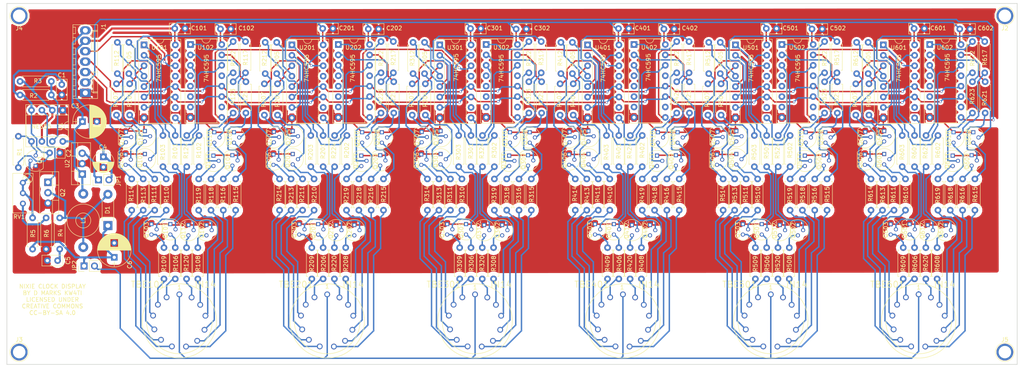
<source format=kicad_pcb>
(kicad_pcb (version 4) (host pcbnew 4.0.7)
  (layers (0 F.Cu signal) (31 B.Cu signal) (34 B.Paste user) (35 F.Paste user) (36 B.SilkS user) (37 F.SilkS user) (38 B.Mask user) (39 F.Mask user) (44 Edge.Cuts user))
  (net 0 "")
  (net 1 +5V)
  (net 2 GND)
  (net 3 SERCLK)
  (net 4 SERLATCH)
  (net 5 "Net-(Q101-Pad2)")
  (net 6 "Net-(Q101-Pad3)")
  (net 7 "Net-(Q102-Pad2)")
  (net 8 "Net-(Q102-Pad3)")
  (net 9 "Net-(Q103-Pad2)")
  (net 10 "Net-(Q103-Pad3)")
  (net 11 "Net-(Q104-Pad2)")
  (net 12 "Net-(Q104-Pad3)")
  (net 13 "Net-(Q105-Pad2)")
  (net 14 "Net-(Q105-Pad3)")
  (net 15 "Net-(Q106-Pad2)")
  (net 16 "Net-(Q106-Pad3)")
  (net 17 "Net-(Q107-Pad2)")
  (net 18 "Net-(Q107-Pad3)")
  (net 19 "Net-(Q108-Pad2)")
  (net 20 "Net-(Q108-Pad3)")
  (net 21 "Net-(Q109-Pad2)")
  (net 22 "Net-(Q109-Pad3)")
  (net 23 "Net-(Q110-Pad2)")
  (net 24 "Net-(Q110-Pad3)")
  (net 25 "Net-(Q111-Pad2)")
  (net 26 "Net-(Q111-Pad3)")
  (net 27 "Net-(Q112-Pad2)")
  (net 28 "Net-(Q112-Pad3)")
  (net 29 "Net-(R101-Pad2)")
  (net 30 "Net-(R102-Pad2)")
  (net 31 "Net-(R103-Pad2)")
  (net 32 "Net-(R104-Pad2)")
  (net 33 "Net-(R105-Pad2)")
  (net 34 "Net-(R106-Pad1)")
  (net 35 "Net-(R107-Pad2)")
  (net 36 "Net-(R108-Pad1)")
  (net 37 "Net-(R109-Pad1)")
  (net 38 "Net-(R110-Pad1)")
  (net 39 "Net-(R111-Pad1)")
  (net 40 "Net-(R112-Pad2)")
  (net 41 "Net-(R113-Pad1)")
  (net 42 "Net-(R114-Pad1)")
  (net 43 "Net-(R115-Pad1)")
  (net 44 "Net-(R116-Pad1)")
  (net 45 "Net-(R117-Pad2)")
  (net 46 "Net-(R118-Pad1)")
  (net 47 "Net-(R119-Pad1)")
  (net 48 "Net-(R120-Pad1)")
  (net 49 "Net-(R121-Pad2)")
  (net 50 "Net-(R122-Pad2)")
  (net 51 "Net-(R123-Pad2)")
  (net 52 "Net-(R124-Pad2)")
  (net 53 "Net-(U101-Pad9)")
  (net 54 "Net-(Q201-Pad2)")
  (net 55 "Net-(Q201-Pad3)")
  (net 56 "Net-(Q202-Pad2)")
  (net 57 "Net-(Q202-Pad3)")
  (net 58 "Net-(Q203-Pad2)")
  (net 59 "Net-(Q203-Pad3)")
  (net 60 "Net-(Q204-Pad2)")
  (net 61 "Net-(Q204-Pad3)")
  (net 62 "Net-(Q205-Pad2)")
  (net 63 "Net-(Q205-Pad3)")
  (net 64 "Net-(Q206-Pad2)")
  (net 65 "Net-(Q206-Pad3)")
  (net 66 "Net-(Q207-Pad2)")
  (net 67 "Net-(Q207-Pad3)")
  (net 68 "Net-(Q208-Pad2)")
  (net 69 "Net-(Q208-Pad3)")
  (net 70 "Net-(Q209-Pad2)")
  (net 71 "Net-(Q209-Pad3)")
  (net 72 "Net-(Q210-Pad2)")
  (net 73 "Net-(Q210-Pad3)")
  (net 74 "Net-(Q211-Pad2)")
  (net 75 "Net-(Q211-Pad3)")
  (net 76 "Net-(Q212-Pad2)")
  (net 77 "Net-(Q212-Pad3)")
  (net 78 "Net-(R201-Pad2)")
  (net 79 "Net-(R202-Pad2)")
  (net 80 "Net-(R203-Pad2)")
  (net 81 "Net-(R204-Pad2)")
  (net 82 "Net-(R205-Pad2)")
  (net 83 "Net-(R206-Pad1)")
  (net 84 "Net-(R207-Pad2)")
  (net 85 "Net-(R208-Pad1)")
  (net 86 "Net-(R209-Pad1)")
  (net 87 "Net-(R210-Pad1)")
  (net 88 "Net-(R211-Pad1)")
  (net 89 "Net-(R212-Pad2)")
  (net 90 "Net-(R213-Pad1)")
  (net 91 "Net-(R214-Pad1)")
  (net 92 "Net-(R215-Pad1)")
  (net 93 "Net-(R216-Pad1)")
  (net 94 "Net-(R217-Pad2)")
  (net 95 "Net-(R218-Pad1)")
  (net 96 "Net-(R219-Pad1)")
  (net 97 "Net-(R220-Pad1)")
  (net 98 "Net-(R221-Pad2)")
  (net 99 "Net-(R222-Pad2)")
  (net 100 "Net-(R223-Pad2)")
  (net 101 "Net-(R224-Pad2)")
  (net 102 NIXIEPWR)
  (net 103 SERDATA)
  (net 104 "Net-(U201-Pad9)")
  (net 105 "Net-(Q301-Pad2)")
  (net 106 "Net-(Q301-Pad3)")
  (net 107 "Net-(Q302-Pad2)")
  (net 108 "Net-(Q302-Pad3)")
  (net 109 "Net-(Q303-Pad2)")
  (net 110 "Net-(Q303-Pad3)")
  (net 111 "Net-(Q304-Pad2)")
  (net 112 "Net-(Q304-Pad3)")
  (net 113 "Net-(Q305-Pad2)")
  (net 114 "Net-(Q305-Pad3)")
  (net 115 "Net-(Q306-Pad2)")
  (net 116 "Net-(Q306-Pad3)")
  (net 117 "Net-(Q307-Pad2)")
  (net 118 "Net-(Q307-Pad3)")
  (net 119 "Net-(Q308-Pad2)")
  (net 120 "Net-(Q308-Pad3)")
  (net 121 "Net-(Q309-Pad2)")
  (net 122 "Net-(Q309-Pad3)")
  (net 123 "Net-(Q310-Pad2)")
  (net 124 "Net-(Q310-Pad3)")
  (net 125 "Net-(Q311-Pad2)")
  (net 126 "Net-(Q311-Pad3)")
  (net 127 "Net-(Q312-Pad2)")
  (net 128 "Net-(Q312-Pad3)")
  (net 129 "Net-(R301-Pad2)")
  (net 130 "Net-(R302-Pad2)")
  (net 131 "Net-(R303-Pad2)")
  (net 132 "Net-(R304-Pad2)")
  (net 133 "Net-(R305-Pad2)")
  (net 134 "Net-(R306-Pad1)")
  (net 135 "Net-(R307-Pad2)")
  (net 136 "Net-(R308-Pad1)")
  (net 137 "Net-(R309-Pad1)")
  (net 138 "Net-(R310-Pad1)")
  (net 139 "Net-(R311-Pad1)")
  (net 140 "Net-(R312-Pad2)")
  (net 141 "Net-(R313-Pad1)")
  (net 142 "Net-(R314-Pad1)")
  (net 143 "Net-(R315-Pad1)")
  (net 144 "Net-(R316-Pad1)")
  (net 145 "Net-(R317-Pad2)")
  (net 146 "Net-(R318-Pad1)")
  (net 147 "Net-(R319-Pad1)")
  (net 148 "Net-(R320-Pad1)")
  (net 149 "Net-(R321-Pad2)")
  (net 150 "Net-(R322-Pad2)")
  (net 151 "Net-(R323-Pad2)")
  (net 152 "Net-(R324-Pad2)")
  (net 153 "Net-(U301-Pad9)")
  (net 154 "Net-(Q401-Pad2)")
  (net 155 "Net-(Q401-Pad3)")
  (net 156 "Net-(Q402-Pad2)")
  (net 157 "Net-(Q402-Pad3)")
  (net 158 "Net-(Q403-Pad2)")
  (net 159 "Net-(Q403-Pad3)")
  (net 160 "Net-(Q404-Pad2)")
  (net 161 "Net-(Q404-Pad3)")
  (net 162 "Net-(Q405-Pad2)")
  (net 163 "Net-(Q405-Pad3)")
  (net 164 "Net-(Q406-Pad2)")
  (net 165 "Net-(Q406-Pad3)")
  (net 166 "Net-(Q407-Pad2)")
  (net 167 "Net-(Q407-Pad3)")
  (net 168 "Net-(Q408-Pad2)")
  (net 169 "Net-(Q408-Pad3)")
  (net 170 "Net-(Q409-Pad2)")
  (net 171 "Net-(Q409-Pad3)")
  (net 172 "Net-(Q410-Pad2)")
  (net 173 "Net-(Q410-Pad3)")
  (net 174 "Net-(Q411-Pad2)")
  (net 175 "Net-(Q411-Pad3)")
  (net 176 "Net-(Q412-Pad2)")
  (net 177 "Net-(Q412-Pad3)")
  (net 178 "Net-(R401-Pad2)")
  (net 179 "Net-(R402-Pad2)")
  (net 180 "Net-(R403-Pad2)")
  (net 181 "Net-(R404-Pad2)")
  (net 182 "Net-(R405-Pad2)")
  (net 183 "Net-(R406-Pad1)")
  (net 184 "Net-(R407-Pad2)")
  (net 185 "Net-(R408-Pad1)")
  (net 186 "Net-(R409-Pad1)")
  (net 187 "Net-(R410-Pad1)")
  (net 188 "Net-(R411-Pad1)")
  (net 189 "Net-(R412-Pad2)")
  (net 190 "Net-(R413-Pad1)")
  (net 191 "Net-(R414-Pad1)")
  (net 192 "Net-(R415-Pad1)")
  (net 193 "Net-(R416-Pad1)")
  (net 194 "Net-(R417-Pad2)")
  (net 195 "Net-(R418-Pad1)")
  (net 196 "Net-(R419-Pad1)")
  (net 197 "Net-(R420-Pad1)")
  (net 198 "Net-(R421-Pad2)")
  (net 199 "Net-(R422-Pad2)")
  (net 200 "Net-(R423-Pad2)")
  (net 201 "Net-(R424-Pad2)")
  (net 202 "Net-(U401-Pad9)")
  (net 203 "Net-(Q501-Pad2)")
  (net 204 "Net-(Q501-Pad3)")
  (net 205 "Net-(Q502-Pad2)")
  (net 206 "Net-(Q502-Pad3)")
  (net 207 "Net-(Q503-Pad2)")
  (net 208 "Net-(Q503-Pad3)")
  (net 209 "Net-(Q504-Pad2)")
  (net 210 "Net-(Q504-Pad3)")
  (net 211 "Net-(Q505-Pad2)")
  (net 212 "Net-(Q505-Pad3)")
  (net 213 "Net-(Q506-Pad2)")
  (net 214 "Net-(Q506-Pad3)")
  (net 215 "Net-(Q507-Pad2)")
  (net 216 "Net-(Q507-Pad3)")
  (net 217 "Net-(Q508-Pad2)")
  (net 218 "Net-(Q508-Pad3)")
  (net 219 "Net-(Q509-Pad2)")
  (net 220 "Net-(Q509-Pad3)")
  (net 221 "Net-(Q510-Pad2)")
  (net 222 "Net-(Q510-Pad3)")
  (net 223 "Net-(Q511-Pad2)")
  (net 224 "Net-(Q511-Pad3)")
  (net 225 "Net-(Q512-Pad2)")
  (net 226 "Net-(Q512-Pad3)")
  (net 227 "Net-(R501-Pad2)")
  (net 228 "Net-(R502-Pad2)")
  (net 229 "Net-(R503-Pad2)")
  (net 230 "Net-(R504-Pad2)")
  (net 231 "Net-(R505-Pad2)")
  (net 232 "Net-(R506-Pad1)")
  (net 233 "Net-(R507-Pad2)")
  (net 234 "Net-(R508-Pad1)")
  (net 235 "Net-(R509-Pad1)")
  (net 236 "Net-(R510-Pad1)")
  (net 237 "Net-(R511-Pad1)")
  (net 238 "Net-(R512-Pad2)")
  (net 239 "Net-(R513-Pad1)")
  (net 240 "Net-(R514-Pad1)")
  (net 241 "Net-(R515-Pad1)")
  (net 242 "Net-(R516-Pad1)")
  (net 243 "Net-(R517-Pad2)")
  (net 244 "Net-(R518-Pad1)")
  (net 245 "Net-(R519-Pad1)")
  (net 246 "Net-(R520-Pad1)")
  (net 247 "Net-(R521-Pad2)")
  (net 248 "Net-(R522-Pad2)")
  (net 249 "Net-(R523-Pad2)")
  (net 250 "Net-(R524-Pad2)")
  (net 251 "Net-(U501-Pad9)")
  (net 252 "Net-(Q601-Pad2)")
  (net 253 "Net-(Q601-Pad3)")
  (net 254 "Net-(Q602-Pad2)")
  (net 255 "Net-(Q602-Pad3)")
  (net 256 "Net-(Q603-Pad2)")
  (net 257 "Net-(Q603-Pad3)")
  (net 258 "Net-(Q604-Pad2)")
  (net 259 "Net-(Q604-Pad3)")
  (net 260 "Net-(Q605-Pad2)")
  (net 261 "Net-(Q605-Pad3)")
  (net 262 "Net-(Q606-Pad2)")
  (net 263 "Net-(Q606-Pad3)")
  (net 264 "Net-(Q607-Pad2)")
  (net 265 "Net-(Q607-Pad3)")
  (net 266 "Net-(Q608-Pad2)")
  (net 267 "Net-(Q608-Pad3)")
  (net 268 "Net-(Q609-Pad2)")
  (net 269 "Net-(Q609-Pad3)")
  (net 270 "Net-(Q610-Pad2)")
  (net 271 "Net-(Q610-Pad3)")
  (net 272 "Net-(Q611-Pad2)")
  (net 273 "Net-(Q611-Pad3)")
  (net 274 "Net-(Q612-Pad2)")
  (net 275 "Net-(Q612-Pad3)")
  (net 276 "Net-(R601-Pad2)")
  (net 277 "Net-(R602-Pad2)")
  (net 278 "Net-(R603-Pad2)")
  (net 279 "Net-(R604-Pad2)")
  (net 280 "Net-(R605-Pad2)")
  (net 281 "Net-(R606-Pad1)")
  (net 282 "Net-(R607-Pad2)")
  (net 283 "Net-(R608-Pad1)")
  (net 284 "Net-(R609-Pad1)")
  (net 285 "Net-(R610-Pad1)")
  (net 286 "Net-(R611-Pad1)")
  (net 287 "Net-(R612-Pad2)")
  (net 288 "Net-(R613-Pad1)")
  (net 289 "Net-(R614-Pad1)")
  (net 290 "Net-(R615-Pad1)")
  (net 291 "Net-(R616-Pad1)")
  (net 292 "Net-(R617-Pad2)")
  (net 293 "Net-(R618-Pad1)")
  (net 294 "Net-(R619-Pad1)")
  (net 295 "Net-(R620-Pad1)")
  (net 296 "Net-(R621-Pad2)")
  (net 297 "Net-(R622-Pad2)")
  (net 298 "Net-(R623-Pad2)")
  (net 299 "Net-(R624-Pad2)")
  (net 300 "Net-(U601-Pad9)")
  (net 301 SERDATA2)
  (net 302 SERDATA3)
  (net 303 SERDATA4)
  (net 304 SERDATA5)
  (net 305 SERDATA6)
  (net 306 SERDATAOUT)
  (net 307 "Net-(C1-Pad1)")
  (net 308 +12V)
  (net 309 "Net-(C5-Pad1)")
  (net 310 "Net-(C6-Pad1)")
  (net 311 "Net-(D1-Pad2)")
  (net 312 "Net-(Q1-Pad2)")
  (net 313 "Net-(Q1-Pad3)")
  (net 314 "Net-(R2-Pad2)")
  (net 315 "Net-(R6-Pad1)")
  (net 316 "Net-(Q2-Pad1)")
  (net 317 "Net-(JP1-Pad1)")
  (module Capacitors_THT:C_Disc_D5.0mm_W2.5mm_P2.50mm (layer F.Cu) (at 45.37 47.362 270)
    (fp_text reference C1 (at -2.286 0 360) (layer F.SilkS))
    (fp_text value 2n2)
    (pad 1 thru_hole circle (at 0 0 270) (size 1.6 1.6) (drill 0.8) (layers *.Cu *.Mask) (net 307 "Net-(C1-Pad1)"))
    (pad 2 thru_hole circle (at 2.5 0 270) (size 1.6 1.6) (drill 0.8) (layers *.Cu *.Mask) (net 2 GND))
  )
  (module Potentiometers:Potentiometer_Trimmer_Bourns_3296W (layer F.Cu) (at 35.9 71.3 90)
    (fp_text reference RV1 (at -8.3 -0.9 180) (layer F.SilkS))
    (fp_text value 1k)
    (pad 1 thru_hole circle (at 0 0 90) (size 1.44 1.44) (drill 0.8) (layers *.Cu *.Mask) (net 312 "Net-(Q1-Pad2)"))
    (pad 2 thru_hole circle (at -2.54 0 90) (size 1.44 1.44) (drill 0.8) (layers *.Cu *.Mask) (net 312 "Net-(Q1-Pad2)"))
    (pad 3 thru_hole circle (at -5.08 0 90) (size 1.44 1.44) (drill 0.8) (layers *.Cu *.Mask) (net 315 "Net-(R6-Pad1)"))
  )
  (module Housings_DIP:DIP-16_W7.62mm_Socket (layer F.Cu) (at 184.7 37.6)
    (fp_text reference U402 (at 3.68808 0.72644) (layer F.SilkS))
    (fp_text value 74HC595)
    (pad 1 thru_hole rect (at 0 0) (size 1.6 1.6) (drill 0.8) (layers *.Cu *.Mask) (net 199 "Net-(R422-Pad2)"))
    (pad 9 thru_hole oval (at 7.62 17.78) (size 1.6 1.6) (drill 0.8) (layers *.Cu *.Mask) (net 304 SERDATA5))
    (pad 2 thru_hole oval (at 0 2.54) (size 1.6 1.6) (drill 0.8) (layers *.Cu *.Mask) (net 200 "Net-(R423-Pad2)"))
    (pad 10 thru_hole oval (at 7.62 15.24) (size 1.6 1.6) (drill 0.8) (layers *.Cu *.Mask))
    (pad 3 thru_hole oval (at 0 5.08) (size 1.6 1.6) (drill 0.8) (layers *.Cu *.Mask) (net 201 "Net-(R424-Pad2)"))
    (pad 11 thru_hole oval (at 7.62 12.7) (size 1.6 1.6) (drill 0.8) (layers *.Cu *.Mask) (net 3 SERCLK))
    (pad 4 thru_hole oval (at 0 7.62) (size 1.6 1.6) (drill 0.8) (layers *.Cu *.Mask))
    (pad 12 thru_hole oval (at 7.62 10.16) (size 1.6 1.6) (drill 0.8) (layers *.Cu *.Mask) (net 4 SERLATCH))
    (pad 5 thru_hole oval (at 0 10.16) (size 1.6 1.6) (drill 0.8) (layers *.Cu *.Mask))
    (pad 13 thru_hole oval (at 7.62 7.62) (size 1.6 1.6) (drill 0.8) (layers *.Cu *.Mask))
    (pad 6 thru_hole oval (at 0 12.7) (size 1.6 1.6) (drill 0.8) (layers *.Cu *.Mask))
    (pad 14 thru_hole oval (at 7.62 5.08) (size 1.6 1.6) (drill 0.8) (layers *.Cu *.Mask) (net 202 "Net-(U401-Pad9)"))
    (pad 7 thru_hole oval (at 0 15.24) (size 1.6 1.6) (drill 0.8) (layers *.Cu *.Mask))
    (pad 15 thru_hole oval (at 7.62 2.54) (size 1.6 1.6) (drill 0.8) (layers *.Cu *.Mask) (net 198 "Net-(R421-Pad2)"))
    (pad 8 thru_hole oval (at 0 17.78) (size 1.6 1.6) (drill 0.8) (layers *.Cu *.Mask) (net 2 GND))
    (pad 16 thru_hole oval (at 7.62 0) (size 1.6 1.6) (drill 0.8) (layers *.Cu *.Mask) (net 1 +5V))
  )
  (module Housings_DIP:DIP-16_W7.62mm_Socket (layer F.Cu) (at 148.7 37.6)
    (fp_text reference U302 (at 3.68808 0.72644) (layer F.SilkS))
    (fp_text value 74HC595)
    (pad 1 thru_hole rect (at 0 0) (size 1.6 1.6) (drill 0.8) (layers *.Cu *.Mask) (net 150 "Net-(R322-Pad2)"))
    (pad 9 thru_hole oval (at 7.62 17.78) (size 1.6 1.6) (drill 0.8) (layers *.Cu *.Mask) (net 303 SERDATA4))
    (pad 2 thru_hole oval (at 0 2.54) (size 1.6 1.6) (drill 0.8) (layers *.Cu *.Mask) (net 151 "Net-(R323-Pad2)"))
    (pad 10 thru_hole oval (at 7.62 15.24) (size 1.6 1.6) (drill 0.8) (layers *.Cu *.Mask))
    (pad 3 thru_hole oval (at 0 5.08) (size 1.6 1.6) (drill 0.8) (layers *.Cu *.Mask) (net 152 "Net-(R324-Pad2)"))
    (pad 11 thru_hole oval (at 7.62 12.7) (size 1.6 1.6) (drill 0.8) (layers *.Cu *.Mask) (net 3 SERCLK))
    (pad 4 thru_hole oval (at 0 7.62) (size 1.6 1.6) (drill 0.8) (layers *.Cu *.Mask))
    (pad 12 thru_hole oval (at 7.62 10.16) (size 1.6 1.6) (drill 0.8) (layers *.Cu *.Mask) (net 4 SERLATCH))
    (pad 5 thru_hole oval (at 0 10.16) (size 1.6 1.6) (drill 0.8) (layers *.Cu *.Mask))
    (pad 13 thru_hole oval (at 7.62 7.62) (size 1.6 1.6) (drill 0.8) (layers *.Cu *.Mask))
    (pad 6 thru_hole oval (at 0 12.7) (size 1.6 1.6) (drill 0.8) (layers *.Cu *.Mask))
    (pad 14 thru_hole oval (at 7.62 5.08) (size 1.6 1.6) (drill 0.8) (layers *.Cu *.Mask) (net 153 "Net-(U301-Pad9)"))
    (pad 7 thru_hole oval (at 0 15.24) (size 1.6 1.6) (drill 0.8) (layers *.Cu *.Mask))
    (pad 15 thru_hole oval (at 7.62 2.54) (size 1.6 1.6) (drill 0.8) (layers *.Cu *.Mask) (net 149 "Net-(R321-Pad2)"))
    (pad 8 thru_hole oval (at 0 17.78) (size 1.6 1.6) (drill 0.8) (layers *.Cu *.Mask) (net 2 GND))
    (pad 16 thru_hole oval (at 7.62 0) (size 1.6 1.6) (drill 0.8) (layers *.Cu *.Mask) (net 1 +5V))
  )
  (module Resistors_THT:R_Axial_DIN0207_L6.3mm_D2.5mm_P7.62mm_Horizontal (layer F.Cu) (at 258.7 67.4 90)
    (fp_text reference R602 (at 4 0 90) (layer F.SilkS))
    (fp_text value 10k)
    (pad 1 thru_hole circle (at 0 0 90) (size 1.6 1.6) (drill 0.8) (layers *.Cu *.Mask) (net 254 "Net-(Q602-Pad2)"))
    (pad 2 thru_hole oval (at 7.62 0 90) (size 1.6 1.6) (drill 0.8) (layers *.Cu *.Mask) (net 277 "Net-(R602-Pad2)"))
  )
  (module Housings_DIP:DIP-16_W7.62mm_Socket (layer F.Cu) (at 256.7 37.6)
    (fp_text reference U602 (at 3.68808 0.72644) (layer F.SilkS))
    (fp_text value 74HC595)
    (pad 1 thru_hole rect (at 0 0) (size 1.6 1.6) (drill 0.8) (layers *.Cu *.Mask) (net 297 "Net-(R622-Pad2)"))
    (pad 9 thru_hole oval (at 7.62 17.78) (size 1.6 1.6) (drill 0.8) (layers *.Cu *.Mask) (net 306 SERDATAOUT))
    (pad 2 thru_hole oval (at 0 2.54) (size 1.6 1.6) (drill 0.8) (layers *.Cu *.Mask) (net 298 "Net-(R623-Pad2)"))
    (pad 10 thru_hole oval (at 7.62 15.24) (size 1.6 1.6) (drill 0.8) (layers *.Cu *.Mask))
    (pad 3 thru_hole oval (at 0 5.08) (size 1.6 1.6) (drill 0.8) (layers *.Cu *.Mask) (net 299 "Net-(R624-Pad2)"))
    (pad 11 thru_hole oval (at 7.62 12.7) (size 1.6 1.6) (drill 0.8) (layers *.Cu *.Mask) (net 3 SERCLK))
    (pad 4 thru_hole oval (at 0 7.62) (size 1.6 1.6) (drill 0.8) (layers *.Cu *.Mask))
    (pad 12 thru_hole oval (at 7.62 10.16) (size 1.6 1.6) (drill 0.8) (layers *.Cu *.Mask) (net 4 SERLATCH))
    (pad 5 thru_hole oval (at 0 10.16) (size 1.6 1.6) (drill 0.8) (layers *.Cu *.Mask))
    (pad 13 thru_hole oval (at 7.62 7.62) (size 1.6 1.6) (drill 0.8) (layers *.Cu *.Mask))
    (pad 6 thru_hole oval (at 0 12.7) (size 1.6 1.6) (drill 0.8) (layers *.Cu *.Mask))
    (pad 14 thru_hole oval (at 7.62 5.08) (size 1.6 1.6) (drill 0.8) (layers *.Cu *.Mask) (net 300 "Net-(U601-Pad9)"))
    (pad 7 thru_hole oval (at 0 15.24) (size 1.6 1.6) (drill 0.8) (layers *.Cu *.Mask))
    (pad 15 thru_hole oval (at 7.62 2.54) (size 1.6 1.6) (drill 0.8) (layers *.Cu *.Mask) (net 296 "Net-(R621-Pad2)"))
    (pad 8 thru_hole oval (at 0 17.78) (size 1.6 1.6) (drill 0.8) (layers *.Cu *.Mask) (net 2 GND))
    (pad 16 thru_hole oval (at 7.62 0) (size 1.6 1.6) (drill 0.8) (layers *.Cu *.Mask) (net 1 +5V))
  )
  (module Housings_DIP:DIP-16_W7.62mm_Socket (layer F.Cu) (at 245.4 37.7)
    (fp_text reference U601 (at 3.74396 0.67056) (layer F.SilkS))
    (fp_text value 74HC595)
    (pad 1 thru_hole rect (at 0 0) (size 1.6 1.6) (drill 0.8) (layers *.Cu *.Mask) (net 277 "Net-(R602-Pad2)"))
    (pad 9 thru_hole oval (at 7.62 17.78) (size 1.6 1.6) (drill 0.8) (layers *.Cu *.Mask) (net 300 "Net-(U601-Pad9)"))
    (pad 2 thru_hole oval (at 0 2.54) (size 1.6 1.6) (drill 0.8) (layers *.Cu *.Mask) (net 278 "Net-(R603-Pad2)"))
    (pad 10 thru_hole oval (at 7.62 15.24) (size 1.6 1.6) (drill 0.8) (layers *.Cu *.Mask))
    (pad 3 thru_hole oval (at 0 5.08) (size 1.6 1.6) (drill 0.8) (layers *.Cu *.Mask) (net 279 "Net-(R604-Pad2)"))
    (pad 11 thru_hole oval (at 7.62 12.7) (size 1.6 1.6) (drill 0.8) (layers *.Cu *.Mask) (net 3 SERCLK))
    (pad 4 thru_hole oval (at 0 7.62) (size 1.6 1.6) (drill 0.8) (layers *.Cu *.Mask) (net 280 "Net-(R605-Pad2)"))
    (pad 12 thru_hole oval (at 7.62 10.16) (size 1.6 1.6) (drill 0.8) (layers *.Cu *.Mask) (net 4 SERLATCH))
    (pad 5 thru_hole oval (at 0 10.16) (size 1.6 1.6) (drill 0.8) (layers *.Cu *.Mask) (net 282 "Net-(R607-Pad2)"))
    (pad 13 thru_hole oval (at 7.62 7.62) (size 1.6 1.6) (drill 0.8) (layers *.Cu *.Mask))
    (pad 6 thru_hole oval (at 0 12.7) (size 1.6 1.6) (drill 0.8) (layers *.Cu *.Mask) (net 287 "Net-(R612-Pad2)"))
    (pad 14 thru_hole oval (at 7.62 5.08) (size 1.6 1.6) (drill 0.8) (layers *.Cu *.Mask) (net 305 SERDATA6))
    (pad 7 thru_hole oval (at 0 15.24) (size 1.6 1.6) (drill 0.8) (layers *.Cu *.Mask) (net 292 "Net-(R617-Pad2)"))
    (pad 15 thru_hole oval (at 7.62 2.54) (size 1.6 1.6) (drill 0.8) (layers *.Cu *.Mask) (net 276 "Net-(R601-Pad2)"))
    (pad 8 thru_hole oval (at 0 17.78) (size 1.6 1.6) (drill 0.8) (layers *.Cu *.Mask) (net 2 GND))
    (pad 16 thru_hole oval (at 7.62 0) (size 1.6 1.6) (drill 0.8) (layers *.Cu *.Mask) (net 1 +5V))
  )
  (module NixieClock:IN-14-mod (layer F.Cu) (at 254 105 180)
    (fp_text reference TBE601 (at 7.62 8.89 180) (layer F.SilkS))
    (fp_text value IN14 (at -6.35 8.89 180) (layer F.SilkS))
    (pad 9 thru_hole circle (at -4.348 -4.846 180) (size 1.408 1.408) (drill 0.9) (layers *.Cu *.Mask) (net 291 "Net-(R616-Pad1)"))
    (pad 8 thru_hole circle (at -1.621 -6.243) (size 1.408 1.408) (drill 0.9) (layers *.Cu *.Mask) (net 290 "Net-(R615-Pad1)"))
    (pad 11 thru_hole circle (at -6.35 1.27 180) (size 1.408 1.408) (drill 0.9) (layers *.Cu *.Mask) (net 294 "Net-(R619-Pad1)"))
    (pad 10 thru_hole circle (at -6.12 -2.154 180) (size 1.408 1.408) (drill 0.9) (layers *.Cu *.Mask) (net 293 "Net-(R618-Pad1)"))
    (pad 6 thru_hole circle (at 4.469 -4.594 180) (size 1.408 1.408) (drill 0.9) (layers *.Cu *.Mask) (net 288 "Net-(R613-Pad1)"))
    (pad 5 thru_hole circle (at 6.089 -2.063 180) (size 1.408 1.408) (drill 0.9) (layers *.Cu *.Mask) (net 286 "Net-(R611-Pad1)"))
    (pad 1 thru_hole circle (at 0 6.477 180) (size 1.408 1.408) (drill 0.9) (layers *.Cu *.Mask) (net 102 NIXIEPWR))
    (pad 3 thru_hole circle (at 5.232 3.973 180) (size 1.408 1.408) (drill 0.9) (layers *.Cu *.Mask) (net 284 "Net-(R609-Pad1)"))
    (pad 4 thru_hole circle (at 6.393 1.307 180) (size 1.408 1.408) (drill 0.9) (layers *.Cu *.Mask) (net 285 "Net-(R610-Pad1)"))
    (pad 12 thru_hole circle (at -5.08 3.937 180) (size 1.408 1.408) (drill 0.9) (layers *.Cu *.Mask) (net 283 "Net-(R608-Pad1)"))
    (pad 2 thru_hole circle (at 3.104 5.752 180) (size 1.408 1.408) (drill 0.9) (layers *.Cu *.Mask) (net 281 "Net-(R606-Pad1)"))
    (pad 7 thru_hole circle (at 1.822 -6.213) (size 1.408 1.408) (drill 0.9) (layers *.Cu *.Mask) (net 289 "Net-(R614-Pad1)"))
    (pad 13 thru_hole circle (at -2.978 5.725 180) (size 1.408 1.408) (drill 0.9) (layers *.Cu *.Mask) (net 295 "Net-(R620-Pad1)"))
  )
  (module Resistors_THT:R_Axial_DIN0207_L6.3mm_D2.5mm_P7.62mm_Horizontal (layer F.Cu) (at 255.8 67.4 90)
    (fp_text reference R624 (at 3.8481 -0.1778 90) (layer F.SilkS))
    (fp_text value 10k)
    (pad 1 thru_hole circle (at 0 0 90) (size 1.6 1.6) (drill 0.8) (layers *.Cu *.Mask) (net 274 "Net-(Q612-Pad2)"))
    (pad 2 thru_hole oval (at 7.62 0 90) (size 1.6 1.6) (drill 0.8) (layers *.Cu *.Mask) (net 299 "Net-(R624-Pad2)"))
  )
  (module Resistors_THT:R_Axial_DIN0207_L6.3mm_D2.5mm_P7.62mm_Horizontal (layer F.Cu) (at 267.1 54.3 90)
    (fp_text reference R623 (at 4.0259 -0.0508 90) (layer F.SilkS))
    (fp_text value 10k)
    (pad 1 thru_hole circle (at 0 0 90) (size 1.6 1.6) (drill 0.8) (layers *.Cu *.Mask) (net 272 "Net-(Q611-Pad2)"))
    (pad 2 thru_hole oval (at 7.62 0 90) (size 1.6 1.6) (drill 0.8) (layers *.Cu *.Mask) (net 298 "Net-(R623-Pad2)"))
  )
  (module Resistors_THT:R_Axial_DIN0207_L6.3mm_D2.5mm_P7.62mm_Horizontal (layer F.Cu) (at 267.1 44.5 90)
    (fp_text reference R622 (at 3.5179 0 90) (layer F.SilkS))
    (fp_text value 10k)
    (pad 1 thru_hole circle (at 0 0 90) (size 1.6 1.6) (drill 0.8) (layers *.Cu *.Mask) (net 270 "Net-(Q610-Pad2)"))
    (pad 2 thru_hole oval (at 7.62 0 90) (size 1.6 1.6) (drill 0.8) (layers *.Cu *.Mask) (net 297 "Net-(R622-Pad2)"))
  )
  (module Resistors_THT:R_Axial_DIN0207_L6.3mm_D2.5mm_P7.62mm_Horizontal (layer F.Cu) (at 270.2 54.3 90)
    (fp_text reference R621 (at 3.6322 -0.1651 90) (layer F.SilkS))
    (fp_text value 10k)
    (pad 1 thru_hole circle (at 0 0 90) (size 1.6 1.6) (drill 0.8) (layers *.Cu *.Mask) (net 268 "Net-(Q609-Pad2)"))
    (pad 2 thru_hole oval (at 7.62 0 90) (size 1.6 1.6) (drill 0.8) (layers *.Cu *.Mask) (net 296 "Net-(R621-Pad2)"))
  )
  (module Resistors_THT:R_Axial_DIN0207_L6.3mm_D2.5mm_P7.62mm_Horizontal (layer F.Cu) (at 255.75 94.75 90)
    (fp_text reference R620 (at 3.7973 -0.0508 90) (layer F.SilkS))
    (fp_text value 180k)
    (pad 1 thru_hole circle (at 0 0 90) (size 1.6 1.6) (drill 0.8) (layers *.Cu *.Mask) (net 295 "Net-(R620-Pad1)"))
    (pad 2 thru_hole oval (at 7.62 0 90) (size 1.6 1.6) (drill 0.8) (layers *.Cu *.Mask) (net 275 "Net-(Q612-Pad3)"))
  )
  (module Resistors_THT:R_Axial_DIN0207_L6.3mm_D2.5mm_P7.62mm_Horizontal (layer F.Cu) (at 258.7 78 90)
    (fp_text reference R619 (at 3.5814 -0.0508 90) (layer F.SilkS))
    (fp_text value 180k)
    (pad 1 thru_hole circle (at 0 0 90) (size 1.6 1.6) (drill 0.8) (layers *.Cu *.Mask) (net 294 "Net-(R619-Pad1)"))
    (pad 2 thru_hole oval (at 7.62 0 90) (size 1.6 1.6) (drill 0.8) (layers *.Cu *.Mask) (net 273 "Net-(Q611-Pad3)"))
  )
  (module Resistors_THT:R_Axial_DIN0207_L6.3mm_D2.5mm_P7.62mm_Horizontal (layer F.Cu) (at 261.7 78 90)
    (fp_text reference R618 (at 3.683 0.0635 90) (layer F.SilkS))
    (fp_text value 180k)
    (pad 1 thru_hole circle (at 0 0 90) (size 1.6 1.6) (drill 0.8) (layers *.Cu *.Mask) (net 293 "Net-(R618-Pad1)"))
    (pad 2 thru_hole oval (at 7.62 0 90) (size 1.6 1.6) (drill 0.8) (layers *.Cu *.Mask) (net 271 "Net-(Q610-Pad3)"))
  )
  (module Resistors_THT:R_Axial_DIN0207_L6.3mm_D2.5mm_P7.62mm_Horizontal (layer F.Cu) (at 270.1 44.5 90)
    (fp_text reference R617 (at 3.683 0 90) (layer F.SilkS))
    (fp_text value 10k)
    (pad 1 thru_hole circle (at 0 0 90) (size 1.6 1.6) (drill 0.8) (layers *.Cu *.Mask) (net 266 "Net-(Q608-Pad2)"))
    (pad 2 thru_hole oval (at 7.62 0 90) (size 1.6 1.6) (drill 0.8) (layers *.Cu *.Mask) (net 292 "Net-(R617-Pad2)"))
  )
  (module Resistors_THT:R_Axial_DIN0207_L6.3mm_D2.5mm_P7.62mm_Horizontal (layer F.Cu) (at 264.7 78 90)
    (fp_text reference R616 (at 3.6322 -0.0635 90) (layer F.SilkS))
    (fp_text value 180k)
    (pad 1 thru_hole circle (at 0 0 90) (size 1.6 1.6) (drill 0.8) (layers *.Cu *.Mask) (net 291 "Net-(R616-Pad1)"))
    (pad 2 thru_hole oval (at 7.62 0 90) (size 1.6 1.6) (drill 0.8) (layers *.Cu *.Mask) (net 269 "Net-(Q609-Pad3)"))
  )
  (module Resistors_THT:R_Axial_DIN0207_L6.3mm_D2.5mm_P7.62mm_Horizontal (layer F.Cu) (at 267.7 78 90)
    (fp_text reference R615 (at 3.8608 0.0508 90) (layer F.SilkS))
    (fp_text value 180k)
    (pad 1 thru_hole circle (at 0 0 90) (size 1.6 1.6) (drill 0.8) (layers *.Cu *.Mask) (net 290 "Net-(R615-Pad1)"))
    (pad 2 thru_hole oval (at 7.62 0 90) (size 1.6 1.6) (drill 0.8) (layers *.Cu *.Mask) (net 267 "Net-(Q608-Pad3)"))
  )
  (module Resistors_THT:R_Axial_DIN0207_L6.3mm_D2.5mm_P7.62mm_Horizontal (layer F.Cu) (at 242.4 78 90)
    (fp_text reference R614 (at 4.0259 -0.1143 90) (layer F.SilkS))
    (fp_text value 180k)
    (pad 1 thru_hole circle (at 0 0 90) (size 1.6 1.6) (drill 0.8) (layers *.Cu *.Mask) (net 289 "Net-(R614-Pad1)"))
    (pad 2 thru_hole oval (at 7.62 0 90) (size 1.6 1.6) (drill 0.8) (layers *.Cu *.Mask) (net 265 "Net-(Q607-Pad3)"))
  )
  (module Resistors_THT:R_Axial_DIN0207_L6.3mm_D2.5mm_P7.62mm_Horizontal (layer F.Cu) (at 245.2 78 90)
    (fp_text reference R613 (at 3.6322 0.0508 90) (layer F.SilkS))
    (fp_text value 180k)
    (pad 1 thru_hole circle (at 0 0 90) (size 1.6 1.6) (drill 0.8) (layers *.Cu *.Mask) (net 288 "Net-(R613-Pad1)"))
    (pad 2 thru_hole oval (at 7.62 0 90) (size 1.6 1.6) (drill 0.8) (layers *.Cu *.Mask) (net 263 "Net-(Q606-Pad3)"))
  )
  (module Resistors_THT:R_Axial_DIN0207_L6.3mm_D2.5mm_P7.62mm_Horizontal (layer F.Cu) (at 238.9 44.7 90)
    (fp_text reference R612 (at 3.7465 -0.1778 90) (layer F.SilkS))
    (fp_text value 10k)
    (pad 1 thru_hole circle (at 0 0 90) (size 1.6 1.6) (drill 0.8) (layers *.Cu *.Mask) (net 264 "Net-(Q607-Pad2)"))
    (pad 2 thru_hole oval (at 7.62 0 90) (size 1.6 1.6) (drill 0.8) (layers *.Cu *.Mask) (net 287 "Net-(R612-Pad2)"))
  )
  (module Resistors_THT:R_Axial_DIN0207_L6.3mm_D2.5mm_P7.62mm_Horizontal (layer F.Cu) (at 248 78 90)
    (fp_text reference R611 (at 3.7973 -0.1651 90) (layer F.SilkS))
    (fp_text value 180k)
    (pad 1 thru_hole circle (at 0 0 90) (size 1.6 1.6) (drill 0.8) (layers *.Cu *.Mask) (net 286 "Net-(R611-Pad1)"))
    (pad 2 thru_hole oval (at 7.62 0 90) (size 1.6 1.6) (drill 0.8) (layers *.Cu *.Mask) (net 261 "Net-(Q605-Pad3)"))
  )
  (module Resistors_THT:R_Axial_DIN0207_L6.3mm_D2.5mm_P7.62mm_Horizontal (layer F.Cu) (at 250.8 78 90)
    (fp_text reference R610 (at 3.7465 0.0635 90) (layer F.SilkS))
    (fp_text value 180k)
    (pad 1 thru_hole circle (at 0 0 90) (size 1.6 1.6) (drill 0.8) (layers *.Cu *.Mask) (net 285 "Net-(R610-Pad1)"))
    (pad 2 thru_hole oval (at 7.62 0 90) (size 1.6 1.6) (drill 0.8) (layers *.Cu *.Mask) (net 259 "Net-(Q604-Pad3)"))
  )
  (module Resistors_THT:R_Axial_DIN0207_L6.3mm_D2.5mm_P7.62mm_Horizontal (layer F.Cu) (at 250.25 94.75 90)
    (fp_text reference R609 (at 3.6957 0 90) (layer F.SilkS))
    (fp_text value 180k)
    (pad 1 thru_hole circle (at 0 0 90) (size 1.6 1.6) (drill 0.8) (layers *.Cu *.Mask) (net 284 "Net-(R609-Pad1)"))
    (pad 2 thru_hole oval (at 7.62 0 90) (size 1.6 1.6) (drill 0.8) (layers *.Cu *.Mask) (net 257 "Net-(Q603-Pad3)"))
  )
  (module Resistors_THT:R_Axial_DIN0207_L6.3mm_D2.5mm_P7.62mm_Horizontal (layer F.Cu) (at 258.5 94.75 90)
    (fp_text reference R608 (at 3.7338 0.0381 90) (layer F.SilkS))
    (fp_text value 180k)
    (pad 1 thru_hole circle (at 0 0 90) (size 1.6 1.6) (drill 0.8) (layers *.Cu *.Mask) (net 283 "Net-(R608-Pad1)"))
    (pad 2 thru_hole oval (at 7.62 0 90) (size 1.6 1.6) (drill 0.8) (layers *.Cu *.Mask) (net 255 "Net-(Q602-Pad3)"))
  )
  (module Resistors_THT:R_Axial_DIN0207_L6.3mm_D2.5mm_P7.62mm_Horizontal (layer F.Cu) (at 238.7 54.8 90)
    (fp_text reference R607 (at 3.7719 -0.1905 90) (layer F.SilkS))
    (fp_text value 10k)
    (pad 1 thru_hole circle (at 0 0 90) (size 1.6 1.6) (drill 0.8) (layers *.Cu *.Mask) (net 262 "Net-(Q606-Pad2)"))
    (pad 2 thru_hole oval (at 7.62 0 90) (size 1.6 1.6) (drill 0.8) (layers *.Cu *.Mask) (net 282 "Net-(R607-Pad2)"))
  )
  (module Resistors_THT:R_Axial_DIN0207_L6.3mm_D2.5mm_P7.62mm_Horizontal (layer F.Cu) (at 253 94.75 90)
    (fp_text reference R606 (at 3.7719 0.1143 90) (layer F.SilkS))
    (fp_text value 680k)
    (pad 1 thru_hole circle (at 0 0 90) (size 1.6 1.6) (drill 0.8) (layers *.Cu *.Mask) (net 281 "Net-(R606-Pad1)"))
    (pad 2 thru_hole oval (at 7.62 0 90) (size 1.6 1.6) (drill 0.8) (layers *.Cu *.Mask) (net 253 "Net-(Q601-Pad3)"))
  )
  (module Resistors_THT:R_Axial_DIN0207_L6.3mm_D2.5mm_P7.62mm_Horizontal (layer F.Cu) (at 241.7 44.7 90)
    (fp_text reference R605 (at 3.5433 0.0762 90) (layer F.SilkS))
    (fp_text value 10k)
    (pad 1 thru_hole circle (at 0 0 90) (size 1.6 1.6) (drill 0.8) (layers *.Cu *.Mask) (net 260 "Net-(Q605-Pad2)"))
    (pad 2 thru_hole oval (at 7.62 0 90) (size 1.6 1.6) (drill 0.8) (layers *.Cu *.Mask) (net 280 "Net-(R605-Pad2)"))
  )
  (module Resistors_THT:R_Axial_DIN0207_L6.3mm_D2.5mm_P7.62mm_Horizontal (layer F.Cu) (at 241.9 54.8 90)
    (fp_text reference R604 (at 3.7719 -0.0381 90) (layer F.SilkS))
    (fp_text value 10k)
    (pad 1 thru_hole circle (at 0 0 90) (size 1.6 1.6) (drill 0.8) (layers *.Cu *.Mask) (net 258 "Net-(Q604-Pad2)"))
    (pad 2 thru_hole oval (at 7.62 0 90) (size 1.6 1.6) (drill 0.8) (layers *.Cu *.Mask) (net 279 "Net-(R604-Pad2)"))
  )
  (module Resistors_THT:R_Axial_DIN0207_L6.3mm_D2.5mm_P7.62mm_Horizontal (layer F.Cu) (at 250 67.4 90)
    (fp_text reference R603 (at 3.5433 -0.0381 90) (layer F.SilkS))
    (fp_text value 10k)
    (pad 1 thru_hole circle (at 0 0 90) (size 1.6 1.6) (drill 0.8) (layers *.Cu *.Mask) (net 256 "Net-(Q603-Pad2)"))
    (pad 2 thru_hole oval (at 7.62 0 90) (size 1.6 1.6) (drill 0.8) (layers *.Cu *.Mask) (net 278 "Net-(R603-Pad2)"))
  )
  (module Resistors_THT:R_Axial_DIN0207_L6.3mm_D2.5mm_P7.62mm_Horizontal (layer F.Cu) (at 253 67.4 90)
    (fp_text reference R601 (at 3.81 -0.0381 90) (layer F.SilkS))
    (fp_text value 10k)
    (pad 1 thru_hole circle (at 0 0 90) (size 1.6 1.6) (drill 0.8) (layers *.Cu *.Mask) (net 252 "Net-(Q601-Pad2)"))
    (pad 2 thru_hole oval (at 7.62 0 90) (size 1.6 1.6) (drill 0.8) (layers *.Cu *.Mask) (net 276 "Net-(R601-Pad2)"))
  )
  (module TO_SOT_Packages_THT:TO-92_Molded_Narrow (layer F.Cu) (at 256.2 81.6 270)
    (fp_text reference Q612 (at 1.40208 1.24968 270) (layer F.SilkS))
    (fp_text value MPSA42)
    (pad 2 thru_hole circle (at 1.27 -1.27) (size 1 1) (drill 0.6) (layers *.Cu *.Mask) (net 274 "Net-(Q612-Pad2)"))
    (pad 3 thru_hole circle (at 2.54 0) (size 1 1) (drill 0.6) (layers *.Cu *.Mask) (net 275 "Net-(Q612-Pad3)"))
    (pad 1 thru_hole rect (at 0 0) (size 1 1) (drill 0.6) (layers *.Cu *.Mask) (net 2 GND))
  )
  (module TO_SOT_Packages_THT:TO-92_Molded_Narrow (layer F.Cu) (at 262.3 64.7 270)
    (fp_text reference Q611 (at 1.2192 1.2954 270) (layer F.SilkS))
    (fp_text value MPSA42)
    (pad 2 thru_hole circle (at 1.27 -1.27) (size 1 1) (drill 0.6) (layers *.Cu *.Mask) (net 272 "Net-(Q611-Pad2)"))
    (pad 3 thru_hole circle (at 2.54 0) (size 1 1) (drill 0.6) (layers *.Cu *.Mask) (net 273 "Net-(Q611-Pad3)"))
    (pad 1 thru_hole rect (at 0 0) (size 1 1) (drill 0.6) (layers *.Cu *.Mask) (net 2 GND))
  )
  (module TO_SOT_Packages_THT:TO-92_Molded_Narrow (layer F.Cu) (at 262.5 59 270)
    (fp_text reference Q610 (at 1.5621 1.143 270) (layer F.SilkS))
    (fp_text value MPSA42)
    (pad 2 thru_hole circle (at 1.27 -1.27) (size 1 1) (drill 0.6) (layers *.Cu *.Mask) (net 270 "Net-(Q610-Pad2)"))
    (pad 3 thru_hole circle (at 2.54 0) (size 1 1) (drill 0.6) (layers *.Cu *.Mask) (net 271 "Net-(Q610-Pad3)"))
    (pad 1 thru_hole rect (at 0 0) (size 1 1) (drill 0.6) (layers *.Cu *.Mask) (net 2 GND))
  )
  (module TO_SOT_Packages_THT:TO-92_Molded_Narrow (layer F.Cu) (at 266.9 64.6 270)
    (fp_text reference Q609 (at 1.4478 1.0668 270) (layer F.SilkS))
    (fp_text value MPSA42)
    (pad 2 thru_hole circle (at 1.27 -1.27) (size 1 1) (drill 0.6) (layers *.Cu *.Mask) (net 268 "Net-(Q609-Pad2)"))
    (pad 3 thru_hole circle (at 2.54 0) (size 1 1) (drill 0.6) (layers *.Cu *.Mask) (net 269 "Net-(Q609-Pad3)"))
    (pad 1 thru_hole rect (at 0 0) (size 1 1) (drill 0.6) (layers *.Cu *.Mask) (net 2 GND))
  )
  (module TO_SOT_Packages_THT:TO-92_Molded_Narrow (layer F.Cu) (at 267.3 59 270)
    (fp_text reference Q608 (at 1.2192 1.0668 270) (layer F.SilkS))
    (fp_text value MPSA42)
    (pad 2 thru_hole circle (at 1.27 -1.27) (size 1 1) (drill 0.6) (layers *.Cu *.Mask) (net 266 "Net-(Q608-Pad2)"))
    (pad 3 thru_hole circle (at 2.54 0) (size 1 1) (drill 0.6) (layers *.Cu *.Mask) (net 267 "Net-(Q608-Pad3)"))
    (pad 1 thru_hole rect (at 0 0) (size 1 1) (drill 0.6) (layers *.Cu *.Mask) (net 2 GND))
  )
  (module TO_SOT_Packages_THT:TO-92_Molded_Narrow (layer F.Cu) (at 241 58.9 270)
    (fp_text reference Q607 (at 1.4605 1.0922 270) (layer F.SilkS))
    (fp_text value MPSA42)
    (pad 2 thru_hole circle (at 1.27 -1.27) (size 1 1) (drill 0.6) (layers *.Cu *.Mask) (net 264 "Net-(Q607-Pad2)"))
    (pad 3 thru_hole circle (at 2.54 0) (size 1 1) (drill 0.6) (layers *.Cu *.Mask) (net 265 "Net-(Q607-Pad3)"))
    (pad 1 thru_hole rect (at 0 0) (size 1 1) (drill 0.6) (layers *.Cu *.Mask) (net 2 GND))
  )
  (module TO_SOT_Packages_THT:TO-92_Molded_Narrow (layer F.Cu) (at 240.9 64.4 270)
    (fp_text reference Q606 (at 1.4224 1.0922 270) (layer F.SilkS))
    (fp_text value MPSA42)
    (pad 2 thru_hole circle (at 1.27 -1.27) (size 1 1) (drill 0.6) (layers *.Cu *.Mask) (net 262 "Net-(Q606-Pad2)"))
    (pad 3 thru_hole circle (at 2.54 0) (size 1 1) (drill 0.6) (layers *.Cu *.Mask) (net 263 "Net-(Q606-Pad3)"))
    (pad 1 thru_hole rect (at 0 0) (size 1 1) (drill 0.6) (layers *.Cu *.Mask) (net 2 GND))
  )
  (module TO_SOT_Packages_THT:TO-92_Molded_Narrow (layer F.Cu) (at 245.6 58.7 270)
    (fp_text reference Q605 (at 1.4859 1.0287 270) (layer F.SilkS))
    (fp_text value MPSA42)
    (pad 2 thru_hole circle (at 1.27 -1.27) (size 1 1) (drill 0.6) (layers *.Cu *.Mask) (net 260 "Net-(Q605-Pad2)"))
    (pad 3 thru_hole circle (at 2.54 0) (size 1 1) (drill 0.6) (layers *.Cu *.Mask) (net 261 "Net-(Q605-Pad3)"))
    (pad 1 thru_hole rect (at 0 0) (size 1 1) (drill 0.6) (layers *.Cu *.Mask) (net 2 GND))
  )
  (module TO_SOT_Packages_THT:TO-92_Molded_Narrow (layer F.Cu) (at 245.6 64.3 270)
    (fp_text reference Q604 (at 1.3843 1.1557 270) (layer F.SilkS))
    (fp_text value MPSA42)
    (pad 2 thru_hole circle (at 1.27 -1.27) (size 1 1) (drill 0.6) (layers *.Cu *.Mask) (net 258 "Net-(Q604-Pad2)"))
    (pad 3 thru_hole circle (at 2.54 0) (size 1 1) (drill 0.6) (layers *.Cu *.Mask) (net 259 "Net-(Q604-Pad3)"))
    (pad 1 thru_hole rect (at 0 0) (size 1 1) (drill 0.6) (layers *.Cu *.Mask) (net 2 GND))
  )
  (module TO_SOT_Packages_THT:TO-92_Molded_Narrow (layer F.Cu) (at 247.2 81.4 270)
    (fp_text reference Q603 (at 1.4097 1.1938 270) (layer F.SilkS))
    (fp_text value MPSA42)
    (pad 2 thru_hole circle (at 1.27 -1.27) (size 1 1) (drill 0.6) (layers *.Cu *.Mask) (net 256 "Net-(Q603-Pad2)"))
    (pad 3 thru_hole circle (at 2.54 0) (size 1 1) (drill 0.6) (layers *.Cu *.Mask) (net 257 "Net-(Q603-Pad3)"))
    (pad 1 thru_hole rect (at 0 0) (size 1 1) (drill 0.6) (layers *.Cu *.Mask) (net 2 GND))
  )
  (module TO_SOT_Packages_THT:TO-92_Molded_Narrow (layer F.Cu) (at 260.6 81.6 270)
    (fp_text reference Q602 (at 1.2827 1.1176 270) (layer F.SilkS))
    (fp_text value MPSA42)
    (pad 2 thru_hole circle (at 1.27 -1.27) (size 1 1) (drill 0.6) (layers *.Cu *.Mask) (net 254 "Net-(Q602-Pad2)"))
    (pad 3 thru_hole circle (at 2.54 0) (size 1 1) (drill 0.6) (layers *.Cu *.Mask) (net 255 "Net-(Q602-Pad3)"))
    (pad 1 thru_hole rect (at 0 0) (size 1 1) (drill 0.6) (layers *.Cu *.Mask) (net 2 GND))
  )
  (module TO_SOT_Packages_THT:TO-92_Molded_Narrow (layer F.Cu) (at 251.8 81.4 270)
    (fp_text reference Q601 (at 1.5621 1.1557 270) (layer F.SilkS))
    (fp_text value MPSA42)
    (pad 2 thru_hole circle (at 1.27 -1.27) (size 1 1) (drill 0.6) (layers *.Cu *.Mask) (net 252 "Net-(Q601-Pad2)"))
    (pad 3 thru_hole circle (at 2.54 0) (size 1 1) (drill 0.6) (layers *.Cu *.Mask) (net 253 "Net-(Q601-Pad3)"))
    (pad 1 thru_hole rect (at 0 0) (size 1 1) (drill 0.6) (layers *.Cu *.Mask) (net 2 GND))
  )
  (module Capacitors_THT:C_Disc_D5.0mm_W2.5mm_P2.50mm (layer F.Cu) (at 264.01 33.82)
    (fp_text reference C602 (at 6.3 -0.2) (layer F.SilkS))
    (fp_text value "100 nF")
    (pad 1 thru_hole circle (at 0 0) (size 1.6 1.6) (drill 0.8) (layers *.Cu *.Mask) (net 1 +5V))
    (pad 2 thru_hole circle (at 2.5 0) (size 1.6 1.6) (drill 0.8) (layers *.Cu *.Mask) (net 2 GND))
  )
  (module Capacitors_THT:C_Disc_D5.0mm_W2.5mm_P2.50mm (layer F.Cu) (at 252.89 33.71)
    (fp_text reference C601 (at 5.9 -0.1) (layer F.SilkS))
    (fp_text value "100 nF")
    (pad 1 thru_hole circle (at 0 0) (size 1.6 1.6) (drill 0.8) (layers *.Cu *.Mask) (net 1 +5V))
    (pad 2 thru_hole circle (at 2.5 0) (size 1.6 1.6) (drill 0.8) (layers *.Cu *.Mask) (net 2 GND))
  )
  (module Capacitors_THT:C_Disc_D5.0mm_W2.5mm_P2.50mm (layer F.Cu) (at 216.91 33.71)
    (fp_text reference C501 (at 5.9 -0.1) (layer F.SilkS))
    (fp_text value "100 nF")
    (pad 1 thru_hole circle (at 0 0) (size 1.6 1.6) (drill 0.8) (layers *.Cu *.Mask) (net 1 +5V))
    (pad 2 thru_hole circle (at 2.5 0) (size 1.6 1.6) (drill 0.8) (layers *.Cu *.Mask) (net 2 GND))
  )
  (module Capacitors_THT:C_Disc_D5.0mm_W2.5mm_P2.50mm (layer F.Cu) (at 228.03 33.82)
    (fp_text reference C502 (at 6.3 -0.2) (layer F.SilkS))
    (fp_text value "100 nF")
    (pad 1 thru_hole circle (at 0 0) (size 1.6 1.6) (drill 0.8) (layers *.Cu *.Mask) (net 1 +5V))
    (pad 2 thru_hole circle (at 2.5 0) (size 1.6 1.6) (drill 0.8) (layers *.Cu *.Mask) (net 2 GND))
  )
  (module TO_SOT_Packages_THT:TO-92_Molded_Narrow (layer F.Cu) (at 215.8 81.4 270)
    (fp_text reference Q501 (at 1.5621 1.1557 270) (layer F.SilkS))
    (fp_text value MPSA42)
    (pad 2 thru_hole circle (at 1.27 -1.27) (size 1 1) (drill 0.6) (layers *.Cu *.Mask) (net 203 "Net-(Q501-Pad2)"))
    (pad 3 thru_hole circle (at 2.54 0) (size 1 1) (drill 0.6) (layers *.Cu *.Mask) (net 204 "Net-(Q501-Pad3)"))
    (pad 1 thru_hole rect (at 0 0) (size 1 1) (drill 0.6) (layers *.Cu *.Mask) (net 2 GND))
  )
  (module TO_SOT_Packages_THT:TO-92_Molded_Narrow (layer F.Cu) (at 224.6 81.6 270)
    (fp_text reference Q502 (at 1.2827 1.1176 270) (layer F.SilkS))
    (fp_text value MPSA42)
    (pad 2 thru_hole circle (at 1.27 -1.27) (size 1 1) (drill 0.6) (layers *.Cu *.Mask) (net 205 "Net-(Q502-Pad2)"))
    (pad 3 thru_hole circle (at 2.54 0) (size 1 1) (drill 0.6) (layers *.Cu *.Mask) (net 206 "Net-(Q502-Pad3)"))
    (pad 1 thru_hole rect (at 0 0) (size 1 1) (drill 0.6) (layers *.Cu *.Mask) (net 2 GND))
  )
  (module TO_SOT_Packages_THT:TO-92_Molded_Narrow (layer F.Cu) (at 211.2 81.4 270)
    (fp_text reference Q503 (at 1.4097 1.1938 270) (layer F.SilkS))
    (fp_text value MPSA42)
    (pad 2 thru_hole circle (at 1.27 -1.27) (size 1 1) (drill 0.6) (layers *.Cu *.Mask) (net 207 "Net-(Q503-Pad2)"))
    (pad 3 thru_hole circle (at 2.54 0) (size 1 1) (drill 0.6) (layers *.Cu *.Mask) (net 208 "Net-(Q503-Pad3)"))
    (pad 1 thru_hole rect (at 0 0) (size 1 1) (drill 0.6) (layers *.Cu *.Mask) (net 2 GND))
  )
  (module TO_SOT_Packages_THT:TO-92_Molded_Narrow (layer F.Cu) (at 209.6 64.3 270)
    (fp_text reference Q504 (at 1.3843 1.1557 270) (layer F.SilkS))
    (fp_text value MPSA42)
    (pad 2 thru_hole circle (at 1.27 -1.27) (size 1 1) (drill 0.6) (layers *.Cu *.Mask) (net 209 "Net-(Q504-Pad2)"))
    (pad 3 thru_hole circle (at 2.54 0) (size 1 1) (drill 0.6) (layers *.Cu *.Mask) (net 210 "Net-(Q504-Pad3)"))
    (pad 1 thru_hole rect (at 0 0) (size 1 1) (drill 0.6) (layers *.Cu *.Mask) (net 2 GND))
  )
  (module TO_SOT_Packages_THT:TO-92_Molded_Narrow (layer F.Cu) (at 209.6 58.7 270)
    (fp_text reference Q505 (at 1.4859 1.0287 270) (layer F.SilkS))
    (fp_text value MPSA42)
    (pad 2 thru_hole circle (at 1.27 -1.27) (size 1 1) (drill 0.6) (layers *.Cu *.Mask) (net 211 "Net-(Q505-Pad2)"))
    (pad 3 thru_hole circle (at 2.54 0) (size 1 1) (drill 0.6) (layers *.Cu *.Mask) (net 212 "Net-(Q505-Pad3)"))
    (pad 1 thru_hole rect (at 0 0) (size 1 1) (drill 0.6) (layers *.Cu *.Mask) (net 2 GND))
  )
  (module TO_SOT_Packages_THT:TO-92_Molded_Narrow (layer F.Cu) (at 204.9 64.4 270)
    (fp_text reference Q506 (at 1.4224 1.0922 270) (layer F.SilkS))
    (fp_text value MPSA42)
    (pad 2 thru_hole circle (at 1.27 -1.27) (size 1 1) (drill 0.6) (layers *.Cu *.Mask) (net 213 "Net-(Q506-Pad2)"))
    (pad 3 thru_hole circle (at 2.54 0) (size 1 1) (drill 0.6) (layers *.Cu *.Mask) (net 214 "Net-(Q506-Pad3)"))
    (pad 1 thru_hole rect (at 0 0) (size 1 1) (drill 0.6) (layers *.Cu *.Mask) (net 2 GND))
  )
  (module TO_SOT_Packages_THT:TO-92_Molded_Narrow (layer F.Cu) (at 205 58.9 270)
    (fp_text reference Q507 (at 1.4605 1.0922 270) (layer F.SilkS))
    (fp_text value MPSA42)
    (pad 2 thru_hole circle (at 1.27 -1.27) (size 1 1) (drill 0.6) (layers *.Cu *.Mask) (net 215 "Net-(Q507-Pad2)"))
    (pad 3 thru_hole circle (at 2.54 0) (size 1 1) (drill 0.6) (layers *.Cu *.Mask) (net 216 "Net-(Q507-Pad3)"))
    (pad 1 thru_hole rect (at 0 0) (size 1 1) (drill 0.6) (layers *.Cu *.Mask) (net 2 GND))
  )
  (module TO_SOT_Packages_THT:TO-92_Molded_Narrow (layer F.Cu) (at 231.3 59 270)
    (fp_text reference Q508 (at 1.2192 1.0668 270) (layer F.SilkS))
    (fp_text value MPSA42)
    (pad 2 thru_hole circle (at 1.27 -1.27) (size 1 1) (drill 0.6) (layers *.Cu *.Mask) (net 217 "Net-(Q508-Pad2)"))
    (pad 3 thru_hole circle (at 2.54 0) (size 1 1) (drill 0.6) (layers *.Cu *.Mask) (net 218 "Net-(Q508-Pad3)"))
    (pad 1 thru_hole rect (at 0 0) (size 1 1) (drill 0.6) (layers *.Cu *.Mask) (net 2 GND))
  )
  (module TO_SOT_Packages_THT:TO-92_Molded_Narrow (layer F.Cu) (at 230.9 64.6 270)
    (fp_text reference Q509 (at 1.4478 1.0668 270) (layer F.SilkS))
    (fp_text value MPSA42)
    (pad 2 thru_hole circle (at 1.27 -1.27) (size 1 1) (drill 0.6) (layers *.Cu *.Mask) (net 219 "Net-(Q509-Pad2)"))
    (pad 3 thru_hole circle (at 2.54 0) (size 1 1) (drill 0.6) (layers *.Cu *.Mask) (net 220 "Net-(Q509-Pad3)"))
    (pad 1 thru_hole rect (at 0 0) (size 1 1) (drill 0.6) (layers *.Cu *.Mask) (net 2 GND))
  )
  (module TO_SOT_Packages_THT:TO-92_Molded_Narrow (layer F.Cu) (at 226.5 59 270)
    (fp_text reference Q510 (at 1.5621 1.143 270) (layer F.SilkS))
    (fp_text value MPSA42)
    (pad 2 thru_hole circle (at 1.27 -1.27) (size 1 1) (drill 0.6) (layers *.Cu *.Mask) (net 221 "Net-(Q510-Pad2)"))
    (pad 3 thru_hole circle (at 2.54 0) (size 1 1) (drill 0.6) (layers *.Cu *.Mask) (net 222 "Net-(Q510-Pad3)"))
    (pad 1 thru_hole rect (at 0 0) (size 1 1) (drill 0.6) (layers *.Cu *.Mask) (net 2 GND))
  )
  (module TO_SOT_Packages_THT:TO-92_Molded_Narrow (layer F.Cu) (at 226.3 64.7 270)
    (fp_text reference Q511 (at 1.2192 1.2954 270) (layer F.SilkS))
    (fp_text value MPSA42)
    (pad 2 thru_hole circle (at 1.27 -1.27) (size 1 1) (drill 0.6) (layers *.Cu *.Mask) (net 223 "Net-(Q511-Pad2)"))
    (pad 3 thru_hole circle (at 2.54 0) (size 1 1) (drill 0.6) (layers *.Cu *.Mask) (net 224 "Net-(Q511-Pad3)"))
    (pad 1 thru_hole rect (at 0 0) (size 1 1) (drill 0.6) (layers *.Cu *.Mask) (net 2 GND))
  )
  (module TO_SOT_Packages_THT:TO-92_Molded_Narrow (layer F.Cu) (at 220.2 81.6 270)
    (fp_text reference Q512 (at 1.40208 1.24968 270) (layer F.SilkS))
    (fp_text value MPSA42)
    (pad 2 thru_hole circle (at 1.27 -1.27) (size 1 1) (drill 0.6) (layers *.Cu *.Mask) (net 225 "Net-(Q512-Pad2)"))
    (pad 3 thru_hole circle (at 2.54 0) (size 1 1) (drill 0.6) (layers *.Cu *.Mask) (net 226 "Net-(Q512-Pad3)"))
    (pad 1 thru_hole rect (at 0 0) (size 1 1) (drill 0.6) (layers *.Cu *.Mask) (net 2 GND))
  )
  (module Resistors_THT:R_Axial_DIN0207_L6.3mm_D2.5mm_P7.62mm_Horizontal (layer F.Cu) (at 217 67.4 90)
    (fp_text reference R501 (at 3.81 -0.0381 90) (layer F.SilkS))
    (fp_text value 10k)
    (pad 1 thru_hole circle (at 0 0 90) (size 1.6 1.6) (drill 0.8) (layers *.Cu *.Mask) (net 203 "Net-(Q501-Pad2)"))
    (pad 2 thru_hole oval (at 7.62 0 90) (size 1.6 1.6) (drill 0.8) (layers *.Cu *.Mask) (net 227 "Net-(R501-Pad2)"))
  )
  (module Resistors_THT:R_Axial_DIN0207_L6.3mm_D2.5mm_P7.62mm_Horizontal (layer F.Cu) (at 214 67.4 90)
    (fp_text reference R503 (at 3.5433 -0.0381 90) (layer F.SilkS))
    (fp_text value 10k)
    (pad 1 thru_hole circle (at 0 0 90) (size 1.6 1.6) (drill 0.8) (layers *.Cu *.Mask) (net 207 "Net-(Q503-Pad2)"))
    (pad 2 thru_hole oval (at 7.62 0 90) (size 1.6 1.6) (drill 0.8) (layers *.Cu *.Mask) (net 229 "Net-(R503-Pad2)"))
  )
  (module Resistors_THT:R_Axial_DIN0207_L6.3mm_D2.5mm_P7.62mm_Horizontal (layer F.Cu) (at 205.9 54.8 90)
    (fp_text reference R504 (at 3.7719 -0.0381 90) (layer F.SilkS))
    (fp_text value 10k)
    (pad 1 thru_hole circle (at 0 0 90) (size 1.6 1.6) (drill 0.8) (layers *.Cu *.Mask) (net 209 "Net-(Q504-Pad2)"))
    (pad 2 thru_hole oval (at 7.62 0 90) (size 1.6 1.6) (drill 0.8) (layers *.Cu *.Mask) (net 230 "Net-(R504-Pad2)"))
  )
  (module Resistors_THT:R_Axial_DIN0207_L6.3mm_D2.5mm_P7.62mm_Horizontal (layer F.Cu) (at 205.7 44.7 90)
    (fp_text reference R505 (at 3.5433 0.0762 90) (layer F.SilkS))
    (fp_text value 10k)
    (pad 1 thru_hole circle (at 0 0 90) (size 1.6 1.6) (drill 0.8) (layers *.Cu *.Mask) (net 211 "Net-(Q505-Pad2)"))
    (pad 2 thru_hole oval (at 7.62 0 90) (size 1.6 1.6) (drill 0.8) (layers *.Cu *.Mask) (net 231 "Net-(R505-Pad2)"))
  )
  (module Resistors_THT:R_Axial_DIN0207_L6.3mm_D2.5mm_P7.62mm_Horizontal (layer F.Cu) (at 217 94.75 90)
    (fp_text reference R506 (at 3.7719 0.1143 90) (layer F.SilkS))
    (fp_text value 680k)
    (pad 1 thru_hole circle (at 0 0 90) (size 1.6 1.6) (drill 0.8) (layers *.Cu *.Mask) (net 232 "Net-(R506-Pad1)"))
    (pad 2 thru_hole oval (at 7.62 0 90) (size 1.6 1.6) (drill 0.8) (layers *.Cu *.Mask) (net 204 "Net-(Q501-Pad3)"))
  )
  (module Resistors_THT:R_Axial_DIN0207_L6.3mm_D2.5mm_P7.62mm_Horizontal (layer F.Cu) (at 202.7 54.8 90)
    (fp_text reference R507 (at 3.7719 -0.1905 90) (layer F.SilkS))
    (fp_text value 10k)
    (pad 1 thru_hole circle (at 0 0 90) (size 1.6 1.6) (drill 0.8) (layers *.Cu *.Mask) (net 213 "Net-(Q506-Pad2)"))
    (pad 2 thru_hole oval (at 7.62 0 90) (size 1.6 1.6) (drill 0.8) (layers *.Cu *.Mask) (net 233 "Net-(R507-Pad2)"))
  )
  (module Resistors_THT:R_Axial_DIN0207_L6.3mm_D2.5mm_P7.62mm_Horizontal (layer F.Cu) (at 222.5 94.75 90)
    (fp_text reference R508 (at 3.7338 0.0381 90) (layer F.SilkS))
    (fp_text value 180k)
    (pad 1 thru_hole circle (at 0 0 90) (size 1.6 1.6) (drill 0.8) (layers *.Cu *.Mask) (net 234 "Net-(R508-Pad1)"))
    (pad 2 thru_hole oval (at 7.62 0 90) (size 1.6 1.6) (drill 0.8) (layers *.Cu *.Mask) (net 206 "Net-(Q502-Pad3)"))
  )
  (module Resistors_THT:R_Axial_DIN0207_L6.3mm_D2.5mm_P7.62mm_Horizontal (layer F.Cu) (at 214.25 94.75 90)
    (fp_text reference R509 (at 3.6957 0 90) (layer F.SilkS))
    (fp_text value 180k)
    (pad 1 thru_hole circle (at 0 0 90) (size 1.6 1.6) (drill 0.8) (layers *.Cu *.Mask) (net 235 "Net-(R509-Pad1)"))
    (pad 2 thru_hole oval (at 7.62 0 90) (size 1.6 1.6) (drill 0.8) (layers *.Cu *.Mask) (net 208 "Net-(Q503-Pad3)"))
  )
  (module Resistors_THT:R_Axial_DIN0207_L6.3mm_D2.5mm_P7.62mm_Horizontal (layer F.Cu) (at 214.8 78 90)
    (fp_text reference R510 (at 3.7465 0.0635 90) (layer F.SilkS))
    (fp_text value 180k)
    (pad 1 thru_hole circle (at 0 0 90) (size 1.6 1.6) (drill 0.8) (layers *.Cu *.Mask) (net 236 "Net-(R510-Pad1)"))
    (pad 2 thru_hole oval (at 7.62 0 90) (size 1.6 1.6) (drill 0.8) (layers *.Cu *.Mask) (net 210 "Net-(Q504-Pad3)"))
  )
  (module Resistors_THT:R_Axial_DIN0207_L6.3mm_D2.5mm_P7.62mm_Horizontal (layer F.Cu) (at 212 78 90)
    (fp_text reference R511 (at 3.7973 -0.1651 90) (layer F.SilkS))
    (fp_text value 180k)
    (pad 1 thru_hole circle (at 0 0 90) (size 1.6 1.6) (drill 0.8) (layers *.Cu *.Mask) (net 237 "Net-(R511-Pad1)"))
    (pad 2 thru_hole oval (at 7.62 0 90) (size 1.6 1.6) (drill 0.8) (layers *.Cu *.Mask) (net 212 "Net-(Q505-Pad3)"))
  )
  (module Resistors_THT:R_Axial_DIN0207_L6.3mm_D2.5mm_P7.62mm_Horizontal (layer F.Cu) (at 202.9 44.7 90)
    (fp_text reference R512 (at 3.7465 -0.1778 90) (layer F.SilkS))
    (fp_text value 10k)
    (pad 1 thru_hole circle (at 0 0 90) (size 1.6 1.6) (drill 0.8) (layers *.Cu *.Mask) (net 215 "Net-(Q507-Pad2)"))
    (pad 2 thru_hole oval (at 7.62 0 90) (size 1.6 1.6) (drill 0.8) (layers *.Cu *.Mask) (net 238 "Net-(R512-Pad2)"))
  )
  (module Resistors_THT:R_Axial_DIN0207_L6.3mm_D2.5mm_P7.62mm_Horizontal (layer F.Cu) (at 209.2 78 90)
    (fp_text reference R513 (at 3.6322 0.0508 90) (layer F.SilkS))
    (fp_text value 180k)
    (pad 1 thru_hole circle (at 0 0 90) (size 1.6 1.6) (drill 0.8) (layers *.Cu *.Mask) (net 239 "Net-(R513-Pad1)"))
    (pad 2 thru_hole oval (at 7.62 0 90) (size 1.6 1.6) (drill 0.8) (layers *.Cu *.Mask) (net 214 "Net-(Q506-Pad3)"))
  )
  (module Resistors_THT:R_Axial_DIN0207_L6.3mm_D2.5mm_P7.62mm_Horizontal (layer F.Cu) (at 206.4 78 90)
    (fp_text reference R514 (at 4.0259 -0.1143 90) (layer F.SilkS))
    (fp_text value 180k)
    (pad 1 thru_hole circle (at 0 0 90) (size 1.6 1.6) (drill 0.8) (layers *.Cu *.Mask) (net 240 "Net-(R514-Pad1)"))
    (pad 2 thru_hole oval (at 7.62 0 90) (size 1.6 1.6) (drill 0.8) (layers *.Cu *.Mask) (net 216 "Net-(Q507-Pad3)"))
  )
  (module Resistors_THT:R_Axial_DIN0207_L6.3mm_D2.5mm_P7.62mm_Horizontal (layer F.Cu) (at 231.7 78 90)
    (fp_text reference R515 (at 3.8608 0.0508 90) (layer F.SilkS))
    (fp_text value 180k)
    (pad 1 thru_hole circle (at 0 0 90) (size 1.6 1.6) (drill 0.8) (layers *.Cu *.Mask) (net 241 "Net-(R515-Pad1)"))
    (pad 2 thru_hole oval (at 7.62 0 90) (size 1.6 1.6) (drill 0.8) (layers *.Cu *.Mask) (net 218 "Net-(Q508-Pad3)"))
  )
  (module Resistors_THT:R_Axial_DIN0207_L6.3mm_D2.5mm_P7.62mm_Horizontal (layer F.Cu) (at 228.7 78 90)
    (fp_text reference R516 (at 3.6322 -0.0635 90) (layer F.SilkS))
    (fp_text value 180k)
    (pad 1 thru_hole circle (at 0 0 90) (size 1.6 1.6) (drill 0.8) (layers *.Cu *.Mask) (net 242 "Net-(R516-Pad1)"))
    (pad 2 thru_hole oval (at 7.62 0 90) (size 1.6 1.6) (drill 0.8) (layers *.Cu *.Mask) (net 220 "Net-(Q509-Pad3)"))
  )
  (module Resistors_THT:R_Axial_DIN0207_L6.3mm_D2.5mm_P7.62mm_Horizontal (layer F.Cu) (at 234.1 44.5 90)
    (fp_text reference R517 (at 3.683 0 90) (layer F.SilkS))
    (fp_text value 10k)
    (pad 1 thru_hole circle (at 0 0 90) (size 1.6 1.6) (drill 0.8) (layers *.Cu *.Mask) (net 217 "Net-(Q508-Pad2)"))
    (pad 2 thru_hole oval (at 7.62 0 90) (size 1.6 1.6) (drill 0.8) (layers *.Cu *.Mask) (net 243 "Net-(R517-Pad2)"))
  )
  (module Resistors_THT:R_Axial_DIN0207_L6.3mm_D2.5mm_P7.62mm_Horizontal (layer F.Cu) (at 225.7 78 90)
    (fp_text reference R518 (at 3.683 0.0635 90) (layer F.SilkS))
    (fp_text value 180k)
    (pad 1 thru_hole circle (at 0 0 90) (size 1.6 1.6) (drill 0.8) (layers *.Cu *.Mask) (net 244 "Net-(R518-Pad1)"))
    (pad 2 thru_hole oval (at 7.62 0 90) (size 1.6 1.6) (drill 0.8) (layers *.Cu *.Mask) (net 222 "Net-(Q510-Pad3)"))
  )
  (module Resistors_THT:R_Axial_DIN0207_L6.3mm_D2.5mm_P7.62mm_Horizontal (layer F.Cu) (at 222.7 78 90)
    (fp_text reference R519 (at 3.5814 -0.0508 90) (layer F.SilkS))
    (fp_text value 180k)
    (pad 1 thru_hole circle (at 0 0 90) (size 1.6 1.6) (drill 0.8) (layers *.Cu *.Mask) (net 245 "Net-(R519-Pad1)"))
    (pad 2 thru_hole oval (at 7.62 0 90) (size 1.6 1.6) (drill 0.8) (layers *.Cu *.Mask) (net 224 "Net-(Q511-Pad3)"))
  )
  (module Resistors_THT:R_Axial_DIN0207_L6.3mm_D2.5mm_P7.62mm_Horizontal (layer F.Cu) (at 219.75 94.75 90)
    (fp_text reference R520 (at 3.7973 -0.0508 90) (layer F.SilkS))
    (fp_text value 180k)
    (pad 1 thru_hole circle (at 0 0 90) (size 1.6 1.6) (drill 0.8) (layers *.Cu *.Mask) (net 246 "Net-(R520-Pad1)"))
    (pad 2 thru_hole oval (at 7.62 0 90) (size 1.6 1.6) (drill 0.8) (layers *.Cu *.Mask) (net 226 "Net-(Q512-Pad3)"))
  )
  (module Resistors_THT:R_Axial_DIN0207_L6.3mm_D2.5mm_P7.62mm_Horizontal (layer F.Cu) (at 234.2 54.3 90)
    (fp_text reference R521 (at 3.6322 -0.1651 90) (layer F.SilkS))
    (fp_text value 10k)
    (pad 1 thru_hole circle (at 0 0 90) (size 1.6 1.6) (drill 0.8) (layers *.Cu *.Mask) (net 219 "Net-(Q509-Pad2)"))
    (pad 2 thru_hole oval (at 7.62 0 90) (size 1.6 1.6) (drill 0.8) (layers *.Cu *.Mask) (net 247 "Net-(R521-Pad2)"))
  )
  (module Resistors_THT:R_Axial_DIN0207_L6.3mm_D2.5mm_P7.62mm_Horizontal (layer F.Cu) (at 231.1 44.5 90)
    (fp_text reference R522 (at 3.5179 0 90) (layer F.SilkS))
    (fp_text value 10k)
    (pad 1 thru_hole circle (at 0 0 90) (size 1.6 1.6) (drill 0.8) (layers *.Cu *.Mask) (net 221 "Net-(Q510-Pad2)"))
    (pad 2 thru_hole oval (at 7.62 0 90) (size 1.6 1.6) (drill 0.8) (layers *.Cu *.Mask) (net 248 "Net-(R522-Pad2)"))
  )
  (module Resistors_THT:R_Axial_DIN0207_L6.3mm_D2.5mm_P7.62mm_Horizontal (layer F.Cu) (at 231.1 54.3 90)
    (fp_text reference R523 (at 4.0259 -0.0508 90) (layer F.SilkS))
    (fp_text value 10k)
    (pad 1 thru_hole circle (at 0 0 90) (size 1.6 1.6) (drill 0.8) (layers *.Cu *.Mask) (net 223 "Net-(Q511-Pad2)"))
    (pad 2 thru_hole oval (at 7.62 0 90) (size 1.6 1.6) (drill 0.8) (layers *.Cu *.Mask) (net 249 "Net-(R523-Pad2)"))
  )
  (module Resistors_THT:R_Axial_DIN0207_L6.3mm_D2.5mm_P7.62mm_Horizontal (layer F.Cu) (at 219.8 67.4 90)
    (fp_text reference R524 (at 3.8481 -0.1778 90) (layer F.SilkS))
    (fp_text value 10k)
    (pad 1 thru_hole circle (at 0 0 90) (size 1.6 1.6) (drill 0.8) (layers *.Cu *.Mask) (net 225 "Net-(Q512-Pad2)"))
    (pad 2 thru_hole oval (at 7.62 0 90) (size 1.6 1.6) (drill 0.8) (layers *.Cu *.Mask) (net 250 "Net-(R524-Pad2)"))
  )
  (module NixieClock:IN-14-mod (layer F.Cu) (at 218 105 180)
    (fp_text reference TBE501 (at 7.62 8.89 180) (layer F.SilkS))
    (fp_text value IN14 (at -6.35 8.89 180) (layer F.SilkS))
    (pad 9 thru_hole circle (at -4.348 -4.846 180) (size 1.408 1.408) (drill 0.9) (layers *.Cu *.Mask) (net 242 "Net-(R516-Pad1)"))
    (pad 8 thru_hole circle (at -1.621 -6.243) (size 1.408 1.408) (drill 0.9) (layers *.Cu *.Mask) (net 241 "Net-(R515-Pad1)"))
    (pad 11 thru_hole circle (at -6.35 1.27 180) (size 1.408 1.408) (drill 0.9) (layers *.Cu *.Mask) (net 245 "Net-(R519-Pad1)"))
    (pad 10 thru_hole circle (at -6.12 -2.154 180) (size 1.408 1.408) (drill 0.9) (layers *.Cu *.Mask) (net 244 "Net-(R518-Pad1)"))
    (pad 6 thru_hole circle (at 4.469 -4.594 180) (size 1.408 1.408) (drill 0.9) (layers *.Cu *.Mask) (net 239 "Net-(R513-Pad1)"))
    (pad 5 thru_hole circle (at 6.089 -2.063 180) (size 1.408 1.408) (drill 0.9) (layers *.Cu *.Mask) (net 237 "Net-(R511-Pad1)"))
    (pad 1 thru_hole circle (at 0 6.477 180) (size 1.408 1.408) (drill 0.9) (layers *.Cu *.Mask) (net 102 NIXIEPWR))
    (pad 3 thru_hole circle (at 5.232 3.973 180) (size 1.408 1.408) (drill 0.9) (layers *.Cu *.Mask) (net 235 "Net-(R509-Pad1)"))
    (pad 4 thru_hole circle (at 6.393 1.307 180) (size 1.408 1.408) (drill 0.9) (layers *.Cu *.Mask) (net 236 "Net-(R510-Pad1)"))
    (pad 12 thru_hole circle (at -5.08 3.937 180) (size 1.408 1.408) (drill 0.9) (layers *.Cu *.Mask) (net 234 "Net-(R508-Pad1)"))
    (pad 2 thru_hole circle (at 3.104 5.752 180) (size 1.408 1.408) (drill 0.9) (layers *.Cu *.Mask) (net 232 "Net-(R506-Pad1)"))
    (pad 7 thru_hole circle (at 1.822 -6.213) (size 1.408 1.408) (drill 0.9) (layers *.Cu *.Mask) (net 240 "Net-(R514-Pad1)"))
    (pad 13 thru_hole circle (at -2.978 5.725 180) (size 1.408 1.408) (drill 0.9) (layers *.Cu *.Mask) (net 246 "Net-(R520-Pad1)"))
  )
  (module Housings_DIP:DIP-16_W7.62mm_Socket (layer F.Cu) (at 209.4 37.7)
    (fp_text reference U501 (at 3.74396 0.67056) (layer F.SilkS))
    (fp_text value 74HC595)
    (pad 1 thru_hole rect (at 0 0) (size 1.6 1.6) (drill 0.8) (layers *.Cu *.Mask) (net 228 "Net-(R502-Pad2)"))
    (pad 9 thru_hole oval (at 7.62 17.78) (size 1.6 1.6) (drill 0.8) (layers *.Cu *.Mask) (net 251 "Net-(U501-Pad9)"))
    (pad 2 thru_hole oval (at 0 2.54) (size 1.6 1.6) (drill 0.8) (layers *.Cu *.Mask) (net 229 "Net-(R503-Pad2)"))
    (pad 10 thru_hole oval (at 7.62 15.24) (size 1.6 1.6) (drill 0.8) (layers *.Cu *.Mask))
    (pad 3 thru_hole oval (at 0 5.08) (size 1.6 1.6) (drill 0.8) (layers *.Cu *.Mask) (net 230 "Net-(R504-Pad2)"))
    (pad 11 thru_hole oval (at 7.62 12.7) (size 1.6 1.6) (drill 0.8) (layers *.Cu *.Mask) (net 3 SERCLK))
    (pad 4 thru_hole oval (at 0 7.62) (size 1.6 1.6) (drill 0.8) (layers *.Cu *.Mask) (net 231 "Net-(R505-Pad2)"))
    (pad 12 thru_hole oval (at 7.62 10.16) (size 1.6 1.6) (drill 0.8) (layers *.Cu *.Mask) (net 4 SERLATCH))
    (pad 5 thru_hole oval (at 0 10.16) (size 1.6 1.6) (drill 0.8) (layers *.Cu *.Mask) (net 233 "Net-(R507-Pad2)"))
    (pad 13 thru_hole oval (at 7.62 7.62) (size 1.6 1.6) (drill 0.8) (layers *.Cu *.Mask))
    (pad 6 thru_hole oval (at 0 12.7) (size 1.6 1.6) (drill 0.8) (layers *.Cu *.Mask) (net 238 "Net-(R512-Pad2)"))
    (pad 14 thru_hole oval (at 7.62 5.08) (size 1.6 1.6) (drill 0.8) (layers *.Cu *.Mask) (net 304 SERDATA5))
    (pad 7 thru_hole oval (at 0 15.24) (size 1.6 1.6) (drill 0.8) (layers *.Cu *.Mask) (net 243 "Net-(R517-Pad2)"))
    (pad 15 thru_hole oval (at 7.62 2.54) (size 1.6 1.6) (drill 0.8) (layers *.Cu *.Mask) (net 227 "Net-(R501-Pad2)"))
    (pad 8 thru_hole oval (at 0 17.78) (size 1.6 1.6) (drill 0.8) (layers *.Cu *.Mask) (net 2 GND))
    (pad 16 thru_hole oval (at 7.62 0) (size 1.6 1.6) (drill 0.8) (layers *.Cu *.Mask) (net 1 +5V))
  )
  (module Housings_DIP:DIP-16_W7.62mm_Socket (layer F.Cu) (at 220.7 37.6)
    (fp_text reference U502 (at 3.68808 0.72644) (layer F.SilkS))
    (fp_text value 74HC595)
    (pad 1 thru_hole rect (at 0 0) (size 1.6 1.6) (drill 0.8) (layers *.Cu *.Mask) (net 248 "Net-(R522-Pad2)"))
    (pad 9 thru_hole oval (at 7.62 17.78) (size 1.6 1.6) (drill 0.8) (layers *.Cu *.Mask) (net 305 SERDATA6))
    (pad 2 thru_hole oval (at 0 2.54) (size 1.6 1.6) (drill 0.8) (layers *.Cu *.Mask) (net 249 "Net-(R523-Pad2)"))
    (pad 10 thru_hole oval (at 7.62 15.24) (size 1.6 1.6) (drill 0.8) (layers *.Cu *.Mask))
    (pad 3 thru_hole oval (at 0 5.08) (size 1.6 1.6) (drill 0.8) (layers *.Cu *.Mask) (net 250 "Net-(R524-Pad2)"))
    (pad 11 thru_hole oval (at 7.62 12.7) (size 1.6 1.6) (drill 0.8) (layers *.Cu *.Mask) (net 3 SERCLK))
    (pad 4 thru_hole oval (at 0 7.62) (size 1.6 1.6) (drill 0.8) (layers *.Cu *.Mask))
    (pad 12 thru_hole oval (at 7.62 10.16) (size 1.6 1.6) (drill 0.8) (layers *.Cu *.Mask) (net 4 SERLATCH))
    (pad 5 thru_hole oval (at 0 10.16) (size 1.6 1.6) (drill 0.8) (layers *.Cu *.Mask))
    (pad 13 thru_hole oval (at 7.62 7.62) (size 1.6 1.6) (drill 0.8) (layers *.Cu *.Mask))
    (pad 6 thru_hole oval (at 0 12.7) (size 1.6 1.6) (drill 0.8) (layers *.Cu *.Mask))
    (pad 14 thru_hole oval (at 7.62 5.08) (size 1.6 1.6) (drill 0.8) (layers *.Cu *.Mask) (net 251 "Net-(U501-Pad9)"))
    (pad 7 thru_hole oval (at 0 15.24) (size 1.6 1.6) (drill 0.8) (layers *.Cu *.Mask))
    (pad 15 thru_hole oval (at 7.62 2.54) (size 1.6 1.6) (drill 0.8) (layers *.Cu *.Mask) (net 247 "Net-(R521-Pad2)"))
    (pad 8 thru_hole oval (at 0 17.78) (size 1.6 1.6) (drill 0.8) (layers *.Cu *.Mask) (net 2 GND))
    (pad 16 thru_hole oval (at 7.62 0) (size 1.6 1.6) (drill 0.8) (layers *.Cu *.Mask) (net 1 +5V))
  )
  (module Resistors_THT:R_Axial_DIN0207_L6.3mm_D2.5mm_P7.62mm_Horizontal (layer F.Cu) (at 222.7 67.4 90)
    (fp_text reference R502 (at 4 0 90) (layer F.SilkS))
    (fp_text value 10k)
    (pad 1 thru_hole circle (at 0 0 90) (size 1.6 1.6) (drill 0.8) (layers *.Cu *.Mask) (net 205 "Net-(Q502-Pad2)"))
    (pad 2 thru_hole oval (at 7.62 0 90) (size 1.6 1.6) (drill 0.8) (layers *.Cu *.Mask) (net 228 "Net-(R502-Pad2)"))
  )
  (module Resistors_THT:R_Axial_DIN0207_L6.3mm_D2.5mm_P7.62mm_Horizontal (layer F.Cu) (at 186.7 67.4 90)
    (fp_text reference R402 (at 4 0 90) (layer F.SilkS))
    (fp_text value 10k)
    (pad 1 thru_hole circle (at 0 0 90) (size 1.6 1.6) (drill 0.8) (layers *.Cu *.Mask) (net 156 "Net-(Q402-Pad2)"))
    (pad 2 thru_hole oval (at 7.62 0 90) (size 1.6 1.6) (drill 0.8) (layers *.Cu *.Mask) (net 179 "Net-(R402-Pad2)"))
  )
  (module Housings_DIP:DIP-16_W7.62mm_Socket (layer F.Cu) (at 173.4 37.7)
    (fp_text reference U401 (at 3.74396 0.67056) (layer F.SilkS))
    (fp_text value 74HC595)
    (pad 1 thru_hole rect (at 0 0) (size 1.6 1.6) (drill 0.8) (layers *.Cu *.Mask) (net 179 "Net-(R402-Pad2)"))
    (pad 9 thru_hole oval (at 7.62 17.78) (size 1.6 1.6) (drill 0.8) (layers *.Cu *.Mask) (net 202 "Net-(U401-Pad9)"))
    (pad 2 thru_hole oval (at 0 2.54) (size 1.6 1.6) (drill 0.8) (layers *.Cu *.Mask) (net 180 "Net-(R403-Pad2)"))
    (pad 10 thru_hole oval (at 7.62 15.24) (size 1.6 1.6) (drill 0.8) (layers *.Cu *.Mask))
    (pad 3 thru_hole oval (at 0 5.08) (size 1.6 1.6) (drill 0.8) (layers *.Cu *.Mask) (net 181 "Net-(R404-Pad2)"))
    (pad 11 thru_hole oval (at 7.62 12.7) (size 1.6 1.6) (drill 0.8) (layers *.Cu *.Mask) (net 3 SERCLK))
    (pad 4 thru_hole oval (at 0 7.62) (size 1.6 1.6) (drill 0.8) (layers *.Cu *.Mask) (net 182 "Net-(R405-Pad2)"))
    (pad 12 thru_hole oval (at 7.62 10.16) (size 1.6 1.6) (drill 0.8) (layers *.Cu *.Mask) (net 4 SERLATCH))
    (pad 5 thru_hole oval (at 0 10.16) (size 1.6 1.6) (drill 0.8) (layers *.Cu *.Mask) (net 184 "Net-(R407-Pad2)"))
    (pad 13 thru_hole oval (at 7.62 7.62) (size 1.6 1.6) (drill 0.8) (layers *.Cu *.Mask))
    (pad 6 thru_hole oval (at 0 12.7) (size 1.6 1.6) (drill 0.8) (layers *.Cu *.Mask) (net 189 "Net-(R412-Pad2)"))
    (pad 14 thru_hole oval (at 7.62 5.08) (size 1.6 1.6) (drill 0.8) (layers *.Cu *.Mask) (net 303 SERDATA4))
    (pad 7 thru_hole oval (at 0 15.24) (size 1.6 1.6) (drill 0.8) (layers *.Cu *.Mask) (net 194 "Net-(R417-Pad2)"))
    (pad 15 thru_hole oval (at 7.62 2.54) (size 1.6 1.6) (drill 0.8) (layers *.Cu *.Mask) (net 178 "Net-(R401-Pad2)"))
    (pad 8 thru_hole oval (at 0 17.78) (size 1.6 1.6) (drill 0.8) (layers *.Cu *.Mask) (net 2 GND))
    (pad 16 thru_hole oval (at 7.62 0) (size 1.6 1.6) (drill 0.8) (layers *.Cu *.Mask) (net 1 +5V))
  )
  (module NixieClock:IN-14-mod (layer F.Cu) (at 182 105 180)
    (fp_text reference TBE401 (at 7.62 8.89 180) (layer F.SilkS))
    (fp_text value IN14 (at -6.35 8.89 180) (layer F.SilkS))
    (pad 9 thru_hole circle (at -4.348 -4.846 180) (size 1.408 1.408) (drill 0.9) (layers *.Cu *.Mask) (net 193 "Net-(R416-Pad1)"))
    (pad 8 thru_hole circle (at -1.621 -6.243) (size 1.408 1.408) (drill 0.9) (layers *.Cu *.Mask) (net 192 "Net-(R415-Pad1)"))
    (pad 11 thru_hole circle (at -6.35 1.27 180) (size 1.408 1.408) (drill 0.9) (layers *.Cu *.Mask) (net 196 "Net-(R419-Pad1)"))
    (pad 10 thru_hole circle (at -6.12 -2.154 180) (size 1.408 1.408) (drill 0.9) (layers *.Cu *.Mask) (net 195 "Net-(R418-Pad1)"))
    (pad 6 thru_hole circle (at 4.469 -4.594 180) (size 1.408 1.408) (drill 0.9) (layers *.Cu *.Mask) (net 190 "Net-(R413-Pad1)"))
    (pad 5 thru_hole circle (at 6.089 -2.063 180) (size 1.408 1.408) (drill 0.9) (layers *.Cu *.Mask) (net 188 "Net-(R411-Pad1)"))
    (pad 1 thru_hole circle (at 0 6.477 180) (size 1.408 1.408) (drill 0.9) (layers *.Cu *.Mask) (net 102 NIXIEPWR))
    (pad 3 thru_hole circle (at 5.232 3.973 180) (size 1.408 1.408) (drill 0.9) (layers *.Cu *.Mask) (net 186 "Net-(R409-Pad1)"))
    (pad 4 thru_hole circle (at 6.393 1.307 180) (size 1.408 1.408) (drill 0.9) (layers *.Cu *.Mask) (net 187 "Net-(R410-Pad1)"))
    (pad 12 thru_hole circle (at -5.08 3.937 180) (size 1.408 1.408) (drill 0.9) (layers *.Cu *.Mask) (net 185 "Net-(R408-Pad1)"))
    (pad 2 thru_hole circle (at 3.104 5.752 180) (size 1.408 1.408) (drill 0.9) (layers *.Cu *.Mask) (net 183 "Net-(R406-Pad1)"))
    (pad 7 thru_hole circle (at 1.822 -6.213) (size 1.408 1.408) (drill 0.9) (layers *.Cu *.Mask) (net 191 "Net-(R414-Pad1)"))
    (pad 13 thru_hole circle (at -2.978 5.725 180) (size 1.408 1.408) (drill 0.9) (layers *.Cu *.Mask) (net 197 "Net-(R420-Pad1)"))
  )
  (module Resistors_THT:R_Axial_DIN0207_L6.3mm_D2.5mm_P7.62mm_Horizontal (layer F.Cu) (at 183.8 67.4 90)
    (fp_text reference R424 (at 3.8481 -0.1778 90) (layer F.SilkS))
    (fp_text value 10k)
    (pad 1 thru_hole circle (at 0 0 90) (size 1.6 1.6) (drill 0.8) (layers *.Cu *.Mask) (net 176 "Net-(Q412-Pad2)"))
    (pad 2 thru_hole oval (at 7.62 0 90) (size 1.6 1.6) (drill 0.8) (layers *.Cu *.Mask) (net 201 "Net-(R424-Pad2)"))
  )
  (module Resistors_THT:R_Axial_DIN0207_L6.3mm_D2.5mm_P7.62mm_Horizontal (layer F.Cu) (at 195.1 54.3 90)
    (fp_text reference R423 (at 4.0259 -0.0508 90) (layer F.SilkS))
    (fp_text value 10k)
    (pad 1 thru_hole circle (at 0 0 90) (size 1.6 1.6) (drill 0.8) (layers *.Cu *.Mask) (net 174 "Net-(Q411-Pad2)"))
    (pad 2 thru_hole oval (at 7.62 0 90) (size 1.6 1.6) (drill 0.8) (layers *.Cu *.Mask) (net 200 "Net-(R423-Pad2)"))
  )
  (module Resistors_THT:R_Axial_DIN0207_L6.3mm_D2.5mm_P7.62mm_Horizontal (layer F.Cu) (at 195.1 44.5 90)
    (fp_text reference R422 (at 3.5179 0 90) (layer F.SilkS))
    (fp_text value 10k)
    (pad 1 thru_hole circle (at 0 0 90) (size 1.6 1.6) (drill 0.8) (layers *.Cu *.Mask) (net 172 "Net-(Q410-Pad2)"))
    (pad 2 thru_hole oval (at 7.62 0 90) (size 1.6 1.6) (drill 0.8) (layers *.Cu *.Mask) (net 199 "Net-(R422-Pad2)"))
  )
  (module Resistors_THT:R_Axial_DIN0207_L6.3mm_D2.5mm_P7.62mm_Horizontal (layer F.Cu) (at 198.2 54.3 90)
    (fp_text reference R421 (at 3.6322 -0.1651 90) (layer F.SilkS))
    (fp_text value 10k)
    (pad 1 thru_hole circle (at 0 0 90) (size 1.6 1.6) (drill 0.8) (layers *.Cu *.Mask) (net 170 "Net-(Q409-Pad2)"))
    (pad 2 thru_hole oval (at 7.62 0 90) (size 1.6 1.6) (drill 0.8) (layers *.Cu *.Mask) (net 198 "Net-(R421-Pad2)"))
  )
  (module Resistors_THT:R_Axial_DIN0207_L6.3mm_D2.5mm_P7.62mm_Horizontal (layer F.Cu) (at 183.75 94.75 90)
    (fp_text reference R420 (at 3.7973 -0.0508 90) (layer F.SilkS))
    (fp_text value 180k)
    (pad 1 thru_hole circle (at 0 0 90) (size 1.6 1.6) (drill 0.8) (layers *.Cu *.Mask) (net 197 "Net-(R420-Pad1)"))
    (pad 2 thru_hole oval (at 7.62 0 90) (size 1.6 1.6) (drill 0.8) (layers *.Cu *.Mask) (net 177 "Net-(Q412-Pad3)"))
  )
  (module Resistors_THT:R_Axial_DIN0207_L6.3mm_D2.5mm_P7.62mm_Horizontal (layer F.Cu) (at 186.7 78 90)
    (fp_text reference R419 (at 3.5814 -0.0508 90) (layer F.SilkS))
    (fp_text value 180k)
    (pad 1 thru_hole circle (at 0 0 90) (size 1.6 1.6) (drill 0.8) (layers *.Cu *.Mask) (net 196 "Net-(R419-Pad1)"))
    (pad 2 thru_hole oval (at 7.62 0 90) (size 1.6 1.6) (drill 0.8) (layers *.Cu *.Mask) (net 175 "Net-(Q411-Pad3)"))
  )
  (module Resistors_THT:R_Axial_DIN0207_L6.3mm_D2.5mm_P7.62mm_Horizontal (layer F.Cu) (at 189.7 78 90)
    (fp_text reference R418 (at 3.683 0.0635 90) (layer F.SilkS))
    (fp_text value 180k)
    (pad 1 thru_hole circle (at 0 0 90) (size 1.6 1.6) (drill 0.8) (layers *.Cu *.Mask) (net 195 "Net-(R418-Pad1)"))
    (pad 2 thru_hole oval (at 7.62 0 90) (size 1.6 1.6) (drill 0.8) (layers *.Cu *.Mask) (net 173 "Net-(Q410-Pad3)"))
  )
  (module Resistors_THT:R_Axial_DIN0207_L6.3mm_D2.5mm_P7.62mm_Horizontal (layer F.Cu) (at 198.1 44.5 90)
    (fp_text reference R417 (at 3.683 0 90) (layer F.SilkS))
    (fp_text value 10k)
    (pad 1 thru_hole circle (at 0 0 90) (size 1.6 1.6) (drill 0.8) (layers *.Cu *.Mask) (net 168 "Net-(Q408-Pad2)"))
    (pad 2 thru_hole oval (at 7.62 0 90) (size 1.6 1.6) (drill 0.8) (layers *.Cu *.Mask) (net 194 "Net-(R417-Pad2)"))
  )
  (module Resistors_THT:R_Axial_DIN0207_L6.3mm_D2.5mm_P7.62mm_Horizontal (layer F.Cu) (at 192.7 78 90)
    (fp_text reference R416 (at 3.6322 -0.0635 90) (layer F.SilkS))
    (fp_text value 180k)
    (pad 1 thru_hole circle (at 0 0 90) (size 1.6 1.6) (drill 0.8) (layers *.Cu *.Mask) (net 193 "Net-(R416-Pad1)"))
    (pad 2 thru_hole oval (at 7.62 0 90) (size 1.6 1.6) (drill 0.8) (layers *.Cu *.Mask) (net 171 "Net-(Q409-Pad3)"))
  )
  (module Resistors_THT:R_Axial_DIN0207_L6.3mm_D2.5mm_P7.62mm_Horizontal (layer F.Cu) (at 195.7 78 90)
    (fp_text reference R415 (at 3.8608 0.0508 90) (layer F.SilkS))
    (fp_text value 180k)
    (pad 1 thru_hole circle (at 0 0 90) (size 1.6 1.6) (drill 0.8) (layers *.Cu *.Mask) (net 192 "Net-(R415-Pad1)"))
    (pad 2 thru_hole oval (at 7.62 0 90) (size 1.6 1.6) (drill 0.8) (layers *.Cu *.Mask) (net 169 "Net-(Q408-Pad3)"))
  )
  (module Resistors_THT:R_Axial_DIN0207_L6.3mm_D2.5mm_P7.62mm_Horizontal (layer F.Cu) (at 170.4 78 90)
    (fp_text reference R414 (at 4.0259 -0.1143 90) (layer F.SilkS))
    (fp_text value 180k)
    (pad 1 thru_hole circle (at 0 0 90) (size 1.6 1.6) (drill 0.8) (layers *.Cu *.Mask) (net 191 "Net-(R414-Pad1)"))
    (pad 2 thru_hole oval (at 7.62 0 90) (size 1.6 1.6) (drill 0.8) (layers *.Cu *.Mask) (net 167 "Net-(Q407-Pad3)"))
  )
  (module Resistors_THT:R_Axial_DIN0207_L6.3mm_D2.5mm_P7.62mm_Horizontal (layer F.Cu) (at 173.2 78 90)
    (fp_text reference R413 (at 3.6322 0.0508 90) (layer F.SilkS))
    (fp_text value 180k)
    (pad 1 thru_hole circle (at 0 0 90) (size 1.6 1.6) (drill 0.8) (layers *.Cu *.Mask) (net 190 "Net-(R413-Pad1)"))
    (pad 2 thru_hole oval (at 7.62 0 90) (size 1.6 1.6) (drill 0.8) (layers *.Cu *.Mask) (net 165 "Net-(Q406-Pad3)"))
  )
  (module Resistors_THT:R_Axial_DIN0207_L6.3mm_D2.5mm_P7.62mm_Horizontal (layer F.Cu) (at 166.9 44.7 90)
    (fp_text reference R412 (at 3.7465 -0.1778 90) (layer F.SilkS))
    (fp_text value 10k)
    (pad 1 thru_hole circle (at 0 0 90) (size 1.6 1.6) (drill 0.8) (layers *.Cu *.Mask) (net 166 "Net-(Q407-Pad2)"))
    (pad 2 thru_hole oval (at 7.62 0 90) (size 1.6 1.6) (drill 0.8) (layers *.Cu *.Mask) (net 189 "Net-(R412-Pad2)"))
  )
  (module Resistors_THT:R_Axial_DIN0207_L6.3mm_D2.5mm_P7.62mm_Horizontal (layer F.Cu) (at 176 78 90)
    (fp_text reference R411 (at 3.7973 -0.1651 90) (layer F.SilkS))
    (fp_text value 180k)
    (pad 1 thru_hole circle (at 0 0 90) (size 1.6 1.6) (drill 0.8) (layers *.Cu *.Mask) (net 188 "Net-(R411-Pad1)"))
    (pad 2 thru_hole oval (at 7.62 0 90) (size 1.6 1.6) (drill 0.8) (layers *.Cu *.Mask) (net 163 "Net-(Q405-Pad3)"))
  )
  (module Resistors_THT:R_Axial_DIN0207_L6.3mm_D2.5mm_P7.62mm_Horizontal (layer F.Cu) (at 178.8 78 90)
    (fp_text reference R410 (at 3.7465 0.0635 90) (layer F.SilkS))
    (fp_text value 180k)
    (pad 1 thru_hole circle (at 0 0 90) (size 1.6 1.6) (drill 0.8) (layers *.Cu *.Mask) (net 187 "Net-(R410-Pad1)"))
    (pad 2 thru_hole oval (at 7.62 0 90) (size 1.6 1.6) (drill 0.8) (layers *.Cu *.Mask) (net 161 "Net-(Q404-Pad3)"))
  )
  (module Resistors_THT:R_Axial_DIN0207_L6.3mm_D2.5mm_P7.62mm_Horizontal (layer F.Cu) (at 178.25 94.75 90)
    (fp_text reference R409 (at 3.6957 0 90) (layer F.SilkS))
    (fp_text value 180k)
    (pad 1 thru_hole circle (at 0 0 90) (size 1.6 1.6) (drill 0.8) (layers *.Cu *.Mask) (net 186 "Net-(R409-Pad1)"))
    (pad 2 thru_hole oval (at 7.62 0 90) (size 1.6 1.6) (drill 0.8) (layers *.Cu *.Mask) (net 159 "Net-(Q403-Pad3)"))
  )
  (module Resistors_THT:R_Axial_DIN0207_L6.3mm_D2.5mm_P7.62mm_Horizontal (layer F.Cu) (at 186.5 94.75 90)
    (fp_text reference R408 (at 3.7338 0.0381 90) (layer F.SilkS))
    (fp_text value 180k)
    (pad 1 thru_hole circle (at 0 0 90) (size 1.6 1.6) (drill 0.8) (layers *.Cu *.Mask) (net 185 "Net-(R408-Pad1)"))
    (pad 2 thru_hole oval (at 7.62 0 90) (size 1.6 1.6) (drill 0.8) (layers *.Cu *.Mask) (net 157 "Net-(Q402-Pad3)"))
  )
  (module Resistors_THT:R_Axial_DIN0207_L6.3mm_D2.5mm_P7.62mm_Horizontal (layer F.Cu) (at 166.7 54.8 90)
    (fp_text reference R407 (at 3.7719 -0.1905 90) (layer F.SilkS))
    (fp_text value 10k)
    (pad 1 thru_hole circle (at 0 0 90) (size 1.6 1.6) (drill 0.8) (layers *.Cu *.Mask) (net 164 "Net-(Q406-Pad2)"))
    (pad 2 thru_hole oval (at 7.62 0 90) (size 1.6 1.6) (drill 0.8) (layers *.Cu *.Mask) (net 184 "Net-(R407-Pad2)"))
  )
  (module Resistors_THT:R_Axial_DIN0207_L6.3mm_D2.5mm_P7.62mm_Horizontal (layer F.Cu) (at 181 94.75 90)
    (fp_text reference R406 (at 3.7719 0.1143 90) (layer F.SilkS))
    (fp_text value 680k)
    (pad 1 thru_hole circle (at 0 0 90) (size 1.6 1.6) (drill 0.8) (layers *.Cu *.Mask) (net 183 "Net-(R406-Pad1)"))
    (pad 2 thru_hole oval (at 7.62 0 90) (size 1.6 1.6) (drill 0.8) (layers *.Cu *.Mask) (net 155 "Net-(Q401-Pad3)"))
  )
  (module Resistors_THT:R_Axial_DIN0207_L6.3mm_D2.5mm_P7.62mm_Horizontal (layer F.Cu) (at 169.7 44.7 90)
    (fp_text reference R405 (at 3.5433 0.0762 90) (layer F.SilkS))
    (fp_text value 10k)
    (pad 1 thru_hole circle (at 0 0 90) (size 1.6 1.6) (drill 0.8) (layers *.Cu *.Mask) (net 162 "Net-(Q405-Pad2)"))
    (pad 2 thru_hole oval (at 7.62 0 90) (size 1.6 1.6) (drill 0.8) (layers *.Cu *.Mask) (net 182 "Net-(R405-Pad2)"))
  )
  (module Resistors_THT:R_Axial_DIN0207_L6.3mm_D2.5mm_P7.62mm_Horizontal (layer F.Cu) (at 169.9 54.8 90)
    (fp_text reference R404 (at 3.7719 -0.0381 90) (layer F.SilkS))
    (fp_text value 10k)
    (pad 1 thru_hole circle (at 0 0 90) (size 1.6 1.6) (drill 0.8) (layers *.Cu *.Mask) (net 160 "Net-(Q404-Pad2)"))
    (pad 2 thru_hole oval (at 7.62 0 90) (size 1.6 1.6) (drill 0.8) (layers *.Cu *.Mask) (net 181 "Net-(R404-Pad2)"))
  )
  (module Resistors_THT:R_Axial_DIN0207_L6.3mm_D2.5mm_P7.62mm_Horizontal (layer F.Cu) (at 178 67.4 90)
    (fp_text reference R403 (at 3.5433 -0.0381 90) (layer F.SilkS))
    (fp_text value 10k)
    (pad 1 thru_hole circle (at 0 0 90) (size 1.6 1.6) (drill 0.8) (layers *.Cu *.Mask) (net 158 "Net-(Q403-Pad2)"))
    (pad 2 thru_hole oval (at 7.62 0 90) (size 1.6 1.6) (drill 0.8) (layers *.Cu *.Mask) (net 180 "Net-(R403-Pad2)"))
  )
  (module Resistors_THT:R_Axial_DIN0207_L6.3mm_D2.5mm_P7.62mm_Horizontal (layer F.Cu) (at 181 67.4 90)
    (fp_text reference R401 (at 3.81 -0.0381 90) (layer F.SilkS))
    (fp_text value 10k)
    (pad 1 thru_hole circle (at 0 0 90) (size 1.6 1.6) (drill 0.8) (layers *.Cu *.Mask) (net 154 "Net-(Q401-Pad2)"))
    (pad 2 thru_hole oval (at 7.62 0 90) (size 1.6 1.6) (drill 0.8) (layers *.Cu *.Mask) (net 178 "Net-(R401-Pad2)"))
  )
  (module TO_SOT_Packages_THT:TO-92_Molded_Narrow (layer F.Cu) (at 184.2 81.6 270)
    (fp_text reference Q412 (at 1.40208 1.24968 270) (layer F.SilkS))
    (fp_text value MPSA42)
    (pad 2 thru_hole circle (at 1.27 -1.27) (size 1 1) (drill 0.6) (layers *.Cu *.Mask) (net 176 "Net-(Q412-Pad2)"))
    (pad 3 thru_hole circle (at 2.54 0) (size 1 1) (drill 0.6) (layers *.Cu *.Mask) (net 177 "Net-(Q412-Pad3)"))
    (pad 1 thru_hole rect (at 0 0) (size 1 1) (drill 0.6) (layers *.Cu *.Mask) (net 2 GND))
  )
  (module TO_SOT_Packages_THT:TO-92_Molded_Narrow (layer F.Cu) (at 190.3 64.7 270)
    (fp_text reference Q411 (at 1.2192 1.2954 270) (layer F.SilkS))
    (fp_text value MPSA42)
    (pad 2 thru_hole circle (at 1.27 -1.27) (size 1 1) (drill 0.6) (layers *.Cu *.Mask) (net 174 "Net-(Q411-Pad2)"))
    (pad 3 thru_hole circle (at 2.54 0) (size 1 1) (drill 0.6) (layers *.Cu *.Mask) (net 175 "Net-(Q411-Pad3)"))
    (pad 1 thru_hole rect (at 0 0) (size 1 1) (drill 0.6) (layers *.Cu *.Mask) (net 2 GND))
  )
  (module TO_SOT_Packages_THT:TO-92_Molded_Narrow (layer F.Cu) (at 190.5 59 270)
    (fp_text reference Q410 (at 1.5621 1.143 270) (layer F.SilkS))
    (fp_text value MPSA42)
    (pad 2 thru_hole circle (at 1.27 -1.27) (size 1 1) (drill 0.6) (layers *.Cu *.Mask) (net 172 "Net-(Q410-Pad2)"))
    (pad 3 thru_hole circle (at 2.54 0) (size 1 1) (drill 0.6) (layers *.Cu *.Mask) (net 173 "Net-(Q410-Pad3)"))
    (pad 1 thru_hole rect (at 0 0) (size 1 1) (drill 0.6) (layers *.Cu *.Mask) (net 2 GND))
  )
  (module TO_SOT_Packages_THT:TO-92_Molded_Narrow (layer F.Cu) (at 194.9 64.6 270)
    (fp_text reference Q409 (at 1.4478 1.0668 270) (layer F.SilkS))
    (fp_text value MPSA42)
    (pad 2 thru_hole circle (at 1.27 -1.27) (size 1 1) (drill 0.6) (layers *.Cu *.Mask) (net 170 "Net-(Q409-Pad2)"))
    (pad 3 thru_hole circle (at 2.54 0) (size 1 1) (drill 0.6) (layers *.Cu *.Mask) (net 171 "Net-(Q409-Pad3)"))
    (pad 1 thru_hole rect (at 0 0) (size 1 1) (drill 0.6) (layers *.Cu *.Mask) (net 2 GND))
  )
  (module TO_SOT_Packages_THT:TO-92_Molded_Narrow (layer F.Cu) (at 195.3 59 270)
    (fp_text reference Q408 (at 1.2192 1.0668 270) (layer F.SilkS))
    (fp_text value MPSA42)
    (pad 2 thru_hole circle (at 1.27 -1.27) (size 1 1) (drill 0.6) (layers *.Cu *.Mask) (net 168 "Net-(Q408-Pad2)"))
    (pad 3 thru_hole circle (at 2.54 0) (size 1 1) (drill 0.6) (layers *.Cu *.Mask) (net 169 "Net-(Q408-Pad3)"))
    (pad 1 thru_hole rect (at 0 0) (size 1 1) (drill 0.6) (layers *.Cu *.Mask) (net 2 GND))
  )
  (module TO_SOT_Packages_THT:TO-92_Molded_Narrow (layer F.Cu) (at 169 58.9 270)
    (fp_text reference Q407 (at 1.4605 1.0922 270) (layer F.SilkS))
    (fp_text value MPSA42)
    (pad 2 thru_hole circle (at 1.27 -1.27) (size 1 1) (drill 0.6) (layers *.Cu *.Mask) (net 166 "Net-(Q407-Pad2)"))
    (pad 3 thru_hole circle (at 2.54 0) (size 1 1) (drill 0.6) (layers *.Cu *.Mask) (net 167 "Net-(Q407-Pad3)"))
    (pad 1 thru_hole rect (at 0 0) (size 1 1) (drill 0.6) (layers *.Cu *.Mask) (net 2 GND))
  )
  (module TO_SOT_Packages_THT:TO-92_Molded_Narrow (layer F.Cu) (at 168.9 64.4 270)
    (fp_text reference Q406 (at 1.4224 1.0922 270) (layer F.SilkS))
    (fp_text value MPSA42)
    (pad 2 thru_hole circle (at 1.27 -1.27) (size 1 1) (drill 0.6) (layers *.Cu *.Mask) (net 164 "Net-(Q406-Pad2)"))
    (pad 3 thru_hole circle (at 2.54 0) (size 1 1) (drill 0.6) (layers *.Cu *.Mask) (net 165 "Net-(Q406-Pad3)"))
    (pad 1 thru_hole rect (at 0 0) (size 1 1) (drill 0.6) (layers *.Cu *.Mask) (net 2 GND))
  )
  (module TO_SOT_Packages_THT:TO-92_Molded_Narrow (layer F.Cu) (at 173.6 58.7 270)
    (fp_text reference Q405 (at 1.4859 1.0287 270) (layer F.SilkS))
    (fp_text value MPSA42)
    (pad 2 thru_hole circle (at 1.27 -1.27) (size 1 1) (drill 0.6) (layers *.Cu *.Mask) (net 162 "Net-(Q405-Pad2)"))
    (pad 3 thru_hole circle (at 2.54 0) (size 1 1) (drill 0.6) (layers *.Cu *.Mask) (net 163 "Net-(Q405-Pad3)"))
    (pad 1 thru_hole rect (at 0 0) (size 1 1) (drill 0.6) (layers *.Cu *.Mask) (net 2 GND))
  )
  (module TO_SOT_Packages_THT:TO-92_Molded_Narrow (layer F.Cu) (at 173.6 64.3 270)
    (fp_text reference Q404 (at 1.3843 1.1557 270) (layer F.SilkS))
    (fp_text value MPSA42)
    (pad 2 thru_hole circle (at 1.27 -1.27) (size 1 1) (drill 0.6) (layers *.Cu *.Mask) (net 160 "Net-(Q404-Pad2)"))
    (pad 3 thru_hole circle (at 2.54 0) (size 1 1) (drill 0.6) (layers *.Cu *.Mask) (net 161 "Net-(Q404-Pad3)"))
    (pad 1 thru_hole rect (at 0 0) (size 1 1) (drill 0.6) (layers *.Cu *.Mask) (net 2 GND))
  )
  (module TO_SOT_Packages_THT:TO-92_Molded_Narrow (layer F.Cu) (at 175.2 81.4 270)
    (fp_text reference Q403 (at 1.4097 1.1938 270) (layer F.SilkS))
    (fp_text value MPSA42)
    (pad 2 thru_hole circle (at 1.27 -1.27) (size 1 1) (drill 0.6) (layers *.Cu *.Mask) (net 158 "Net-(Q403-Pad2)"))
    (pad 3 thru_hole circle (at 2.54 0) (size 1 1) (drill 0.6) (layers *.Cu *.Mask) (net 159 "Net-(Q403-Pad3)"))
    (pad 1 thru_hole rect (at 0 0) (size 1 1) (drill 0.6) (layers *.Cu *.Mask) (net 2 GND))
  )
  (module TO_SOT_Packages_THT:TO-92_Molded_Narrow (layer F.Cu) (at 188.6 81.6 270)
    (fp_text reference Q402 (at 1.2827 1.1176 270) (layer F.SilkS))
    (fp_text value MPSA42)
    (pad 2 thru_hole circle (at 1.27 -1.27) (size 1 1) (drill 0.6) (layers *.Cu *.Mask) (net 156 "Net-(Q402-Pad2)"))
    (pad 3 thru_hole circle (at 2.54 0) (size 1 1) (drill 0.6) (layers *.Cu *.Mask) (net 157 "Net-(Q402-Pad3)"))
    (pad 1 thru_hole rect (at 0 0) (size 1 1) (drill 0.6) (layers *.Cu *.Mask) (net 2 GND))
  )
  (module TO_SOT_Packages_THT:TO-92_Molded_Narrow (layer F.Cu) (at 179.8 81.4 270)
    (fp_text reference Q401 (at 1.5621 1.1557 270) (layer F.SilkS))
    (fp_text value MPSA42)
    (pad 2 thru_hole circle (at 1.27 -1.27) (size 1 1) (drill 0.6) (layers *.Cu *.Mask) (net 154 "Net-(Q401-Pad2)"))
    (pad 3 thru_hole circle (at 2.54 0) (size 1 1) (drill 0.6) (layers *.Cu *.Mask) (net 155 "Net-(Q401-Pad3)"))
    (pad 1 thru_hole rect (at 0 0) (size 1 1) (drill 0.6) (layers *.Cu *.Mask) (net 2 GND))
  )
  (module Capacitors_THT:C_Disc_D5.0mm_W2.5mm_P2.50mm (layer F.Cu) (at 191.98 33.82)
    (fp_text reference C402 (at 6.3 -0.2) (layer F.SilkS))
    (fp_text value "100 nF")
    (pad 1 thru_hole circle (at 0 0) (size 1.6 1.6) (drill 0.8) (layers *.Cu *.Mask) (net 1 +5V))
    (pad 2 thru_hole circle (at 2.5 0) (size 1.6 1.6) (drill 0.8) (layers *.Cu *.Mask) (net 2 GND))
  )
  (module Capacitors_THT:C_Disc_D5.0mm_W2.5mm_P2.50mm (layer F.Cu) (at 180.92 33.71)
    (fp_text reference C401 (at 5.9 -0.1) (layer F.SilkS))
    (fp_text value "100 nF")
    (pad 1 thru_hole circle (at 0 0) (size 1.6 1.6) (drill 0.8) (layers *.Cu *.Mask) (net 1 +5V))
    (pad 2 thru_hole circle (at 2.5 0) (size 1.6 1.6) (drill 0.8) (layers *.Cu *.Mask) (net 2 GND))
  )
  (module Capacitors_THT:C_Disc_D5.0mm_W2.5mm_P2.50mm (layer F.Cu) (at 144.88 33.71)
    (fp_text reference C301 (at 5.9 -0.1) (layer F.SilkS))
    (fp_text value "100 nF")
    (pad 1 thru_hole circle (at 0 0) (size 1.6 1.6) (drill 0.8) (layers *.Cu *.Mask) (net 1 +5V))
    (pad 2 thru_hole circle (at 2.5 0) (size 1.6 1.6) (drill 0.8) (layers *.Cu *.Mask) (net 2 GND))
  )
  (module Capacitors_THT:C_Disc_D5.0mm_W2.5mm_P2.50mm (layer F.Cu) (at 156 33.82)
    (fp_text reference C302 (at 6.3 -0.2) (layer F.SilkS))
    (fp_text value "100 nF")
    (pad 1 thru_hole circle (at 0 0) (size 1.6 1.6) (drill 0.8) (layers *.Cu *.Mask) (net 1 +5V))
    (pad 2 thru_hole circle (at 2.5 0) (size 1.6 1.6) (drill 0.8) (layers *.Cu *.Mask) (net 2 GND))
  )
  (module TO_SOT_Packages_THT:TO-92_Molded_Narrow (layer F.Cu) (at 143.8 81.4 270)
    (fp_text reference Q301 (at 1.5621 1.1557 270) (layer F.SilkS))
    (fp_text value MPSA42)
    (pad 2 thru_hole circle (at 1.27 -1.27) (size 1 1) (drill 0.6) (layers *.Cu *.Mask) (net 105 "Net-(Q301-Pad2)"))
    (pad 3 thru_hole circle (at 2.54 0) (size 1 1) (drill 0.6) (layers *.Cu *.Mask) (net 106 "Net-(Q301-Pad3)"))
    (pad 1 thru_hole rect (at 0 0) (size 1 1) (drill 0.6) (layers *.Cu *.Mask) (net 2 GND))
  )
  (module TO_SOT_Packages_THT:TO-92_Molded_Narrow (layer F.Cu) (at 152.6 81.6 270)
    (fp_text reference Q302 (at 1.2827 1.1176 270) (layer F.SilkS))
    (fp_text value MPSA42)
    (pad 2 thru_hole circle (at 1.27 -1.27) (size 1 1) (drill 0.6) (layers *.Cu *.Mask) (net 107 "Net-(Q302-Pad2)"))
    (pad 3 thru_hole circle (at 2.54 0) (size 1 1) (drill 0.6) (layers *.Cu *.Mask) (net 108 "Net-(Q302-Pad3)"))
    (pad 1 thru_hole rect (at 0 0) (size 1 1) (drill 0.6) (layers *.Cu *.Mask) (net 2 GND))
  )
  (module TO_SOT_Packages_THT:TO-92_Molded_Narrow (layer F.Cu) (at 139.2 81.4 270)
    (fp_text reference Q303 (at 1.4097 1.1938 270) (layer F.SilkS))
    (fp_text value MPSA42)
    (pad 2 thru_hole circle (at 1.27 -1.27) (size 1 1) (drill 0.6) (layers *.Cu *.Mask) (net 109 "Net-(Q303-Pad2)"))
    (pad 3 thru_hole circle (at 2.54 0) (size 1 1) (drill 0.6) (layers *.Cu *.Mask) (net 110 "Net-(Q303-Pad3)"))
    (pad 1 thru_hole rect (at 0 0) (size 1 1) (drill 0.6) (layers *.Cu *.Mask) (net 2 GND))
  )
  (module TO_SOT_Packages_THT:TO-92_Molded_Narrow (layer F.Cu) (at 137.6 64.3 270)
    (fp_text reference Q304 (at 1.3843 1.1557 270) (layer F.SilkS))
    (fp_text value MPSA42)
    (pad 2 thru_hole circle (at 1.27 -1.27) (size 1 1) (drill 0.6) (layers *.Cu *.Mask) (net 111 "Net-(Q304-Pad2)"))
    (pad 3 thru_hole circle (at 2.54 0) (size 1 1) (drill 0.6) (layers *.Cu *.Mask) (net 112 "Net-(Q304-Pad3)"))
    (pad 1 thru_hole rect (at 0 0) (size 1 1) (drill 0.6) (layers *.Cu *.Mask) (net 2 GND))
  )
  (module TO_SOT_Packages_THT:TO-92_Molded_Narrow (layer F.Cu) (at 137.6 58.7 270)
    (fp_text reference Q305 (at 1.4859 1.0287 270) (layer F.SilkS))
    (fp_text value MPSA42)
    (pad 2 thru_hole circle (at 1.27 -1.27) (size 1 1) (drill 0.6) (layers *.Cu *.Mask) (net 113 "Net-(Q305-Pad2)"))
    (pad 3 thru_hole circle (at 2.54 0) (size 1 1) (drill 0.6) (layers *.Cu *.Mask) (net 114 "Net-(Q305-Pad3)"))
    (pad 1 thru_hole rect (at 0 0) (size 1 1) (drill 0.6) (layers *.Cu *.Mask) (net 2 GND))
  )
  (module TO_SOT_Packages_THT:TO-92_Molded_Narrow (layer F.Cu) (at 132.9 64.4 270)
    (fp_text reference Q306 (at 1.4224 1.0922 270) (layer F.SilkS))
    (fp_text value MPSA42)
    (pad 2 thru_hole circle (at 1.27 -1.27) (size 1 1) (drill 0.6) (layers *.Cu *.Mask) (net 115 "Net-(Q306-Pad2)"))
    (pad 3 thru_hole circle (at 2.54 0) (size 1 1) (drill 0.6) (layers *.Cu *.Mask) (net 116 "Net-(Q306-Pad3)"))
    (pad 1 thru_hole rect (at 0 0) (size 1 1) (drill 0.6) (layers *.Cu *.Mask) (net 2 GND))
  )
  (module TO_SOT_Packages_THT:TO-92_Molded_Narrow (layer F.Cu) (at 133 58.9 270)
    (fp_text reference Q307 (at 1.4605 1.0922 270) (layer F.SilkS))
    (fp_text value MPSA42)
    (pad 2 thru_hole circle (at 1.27 -1.27) (size 1 1) (drill 0.6) (layers *.Cu *.Mask) (net 117 "Net-(Q307-Pad2)"))
    (pad 3 thru_hole circle (at 2.54 0) (size 1 1) (drill 0.6) (layers *.Cu *.Mask) (net 118 "Net-(Q307-Pad3)"))
    (pad 1 thru_hole rect (at 0 0) (size 1 1) (drill 0.6) (layers *.Cu *.Mask) (net 2 GND))
  )
  (module TO_SOT_Packages_THT:TO-92_Molded_Narrow (layer F.Cu) (at 159.3 59 270)
    (fp_text reference Q308 (at 1.2192 1.0668 270) (layer F.SilkS))
    (fp_text value MPSA42)
    (pad 2 thru_hole circle (at 1.27 -1.27) (size 1 1) (drill 0.6) (layers *.Cu *.Mask) (net 119 "Net-(Q308-Pad2)"))
    (pad 3 thru_hole circle (at 2.54 0) (size 1 1) (drill 0.6) (layers *.Cu *.Mask) (net 120 "Net-(Q308-Pad3)"))
    (pad 1 thru_hole rect (at 0 0) (size 1 1) (drill 0.6) (layers *.Cu *.Mask) (net 2 GND))
  )
  (module TO_SOT_Packages_THT:TO-92_Molded_Narrow (layer F.Cu) (at 158.9 64.6 270)
    (fp_text reference Q309 (at 1.4478 1.0668 270) (layer F.SilkS))
    (fp_text value MPSA42)
    (pad 2 thru_hole circle (at 1.27 -1.27) (size 1 1) (drill 0.6) (layers *.Cu *.Mask) (net 121 "Net-(Q309-Pad2)"))
    (pad 3 thru_hole circle (at 2.54 0) (size 1 1) (drill 0.6) (layers *.Cu *.Mask) (net 122 "Net-(Q309-Pad3)"))
    (pad 1 thru_hole rect (at 0 0) (size 1 1) (drill 0.6) (layers *.Cu *.Mask) (net 2 GND))
  )
  (module TO_SOT_Packages_THT:TO-92_Molded_Narrow (layer F.Cu) (at 154.5 59 270)
    (fp_text reference Q310 (at 1.5621 1.143 270) (layer F.SilkS))
    (fp_text value MPSA42)
    (pad 2 thru_hole circle (at 1.27 -1.27) (size 1 1) (drill 0.6) (layers *.Cu *.Mask) (net 123 "Net-(Q310-Pad2)"))
    (pad 3 thru_hole circle (at 2.54 0) (size 1 1) (drill 0.6) (layers *.Cu *.Mask) (net 124 "Net-(Q310-Pad3)"))
    (pad 1 thru_hole rect (at 0 0) (size 1 1) (drill 0.6) (layers *.Cu *.Mask) (net 2 GND))
  )
  (module TO_SOT_Packages_THT:TO-92_Molded_Narrow (layer F.Cu) (at 154.3 64.7 270)
    (fp_text reference Q311 (at 1.2192 1.2954 270) (layer F.SilkS))
    (fp_text value MPSA42)
    (pad 2 thru_hole circle (at 1.27 -1.27) (size 1 1) (drill 0.6) (layers *.Cu *.Mask) (net 125 "Net-(Q311-Pad2)"))
    (pad 3 thru_hole circle (at 2.54 0) (size 1 1) (drill 0.6) (layers *.Cu *.Mask) (net 126 "Net-(Q311-Pad3)"))
    (pad 1 thru_hole rect (at 0 0) (size 1 1) (drill 0.6) (layers *.Cu *.Mask) (net 2 GND))
  )
  (module TO_SOT_Packages_THT:TO-92_Molded_Narrow (layer F.Cu) (at 148.2 81.6 270)
    (fp_text reference Q312 (at 1.40208 1.24968 270) (layer F.SilkS))
    (fp_text value MPSA42)
    (pad 2 thru_hole circle (at 1.27 -1.27) (size 1 1) (drill 0.6) (layers *.Cu *.Mask) (net 127 "Net-(Q312-Pad2)"))
    (pad 3 thru_hole circle (at 2.54 0) (size 1 1) (drill 0.6) (layers *.Cu *.Mask) (net 128 "Net-(Q312-Pad3)"))
    (pad 1 thru_hole rect (at 0 0) (size 1 1) (drill 0.6) (layers *.Cu *.Mask) (net 2 GND))
  )
  (module Resistors_THT:R_Axial_DIN0207_L6.3mm_D2.5mm_P7.62mm_Horizontal (layer F.Cu) (at 145 67.4 90)
    (fp_text reference R301 (at 3.81 -0.0381 90) (layer F.SilkS))
    (fp_text value 10k)
    (pad 1 thru_hole circle (at 0 0 90) (size 1.6 1.6) (drill 0.8) (layers *.Cu *.Mask) (net 105 "Net-(Q301-Pad2)"))
    (pad 2 thru_hole oval (at 7.62 0 90) (size 1.6 1.6) (drill 0.8) (layers *.Cu *.Mask) (net 129 "Net-(R301-Pad2)"))
  )
  (module Resistors_THT:R_Axial_DIN0207_L6.3mm_D2.5mm_P7.62mm_Horizontal (layer F.Cu) (at 142 67.4 90)
    (fp_text reference R303 (at 3.5433 -0.0381 90) (layer F.SilkS))
    (fp_text value 10k)
    (pad 1 thru_hole circle (at 0 0 90) (size 1.6 1.6) (drill 0.8) (layers *.Cu *.Mask) (net 109 "Net-(Q303-Pad2)"))
    (pad 2 thru_hole oval (at 7.62 0 90) (size 1.6 1.6) (drill 0.8) (layers *.Cu *.Mask) (net 131 "Net-(R303-Pad2)"))
  )
  (module Resistors_THT:R_Axial_DIN0207_L6.3mm_D2.5mm_P7.62mm_Horizontal (layer F.Cu) (at 133.9 54.8 90)
    (fp_text reference R304 (at 3.7719 -0.0381 90) (layer F.SilkS))
    (fp_text value 10k)
    (pad 1 thru_hole circle (at 0 0 90) (size 1.6 1.6) (drill 0.8) (layers *.Cu *.Mask) (net 111 "Net-(Q304-Pad2)"))
    (pad 2 thru_hole oval (at 7.62 0 90) (size 1.6 1.6) (drill 0.8) (layers *.Cu *.Mask) (net 132 "Net-(R304-Pad2)"))
  )
  (module Resistors_THT:R_Axial_DIN0207_L6.3mm_D2.5mm_P7.62mm_Horizontal (layer F.Cu) (at 133.7 44.7 90)
    (fp_text reference R305 (at 3.5433 0.0762 90) (layer F.SilkS))
    (fp_text value 10k)
    (pad 1 thru_hole circle (at 0 0 90) (size 1.6 1.6) (drill 0.8) (layers *.Cu *.Mask) (net 113 "Net-(Q305-Pad2)"))
    (pad 2 thru_hole oval (at 7.62 0 90) (size 1.6 1.6) (drill 0.8) (layers *.Cu *.Mask) (net 133 "Net-(R305-Pad2)"))
  )
  (module Resistors_THT:R_Axial_DIN0207_L6.3mm_D2.5mm_P7.62mm_Horizontal (layer F.Cu) (at 145 94.75 90)
    (fp_text reference R306 (at 3.7719 0.1143 90) (layer F.SilkS))
    (fp_text value 680k)
    (pad 1 thru_hole circle (at 0 0 90) (size 1.6 1.6) (drill 0.8) (layers *.Cu *.Mask) (net 134 "Net-(R306-Pad1)"))
    (pad 2 thru_hole oval (at 7.62 0 90) (size 1.6 1.6) (drill 0.8) (layers *.Cu *.Mask) (net 106 "Net-(Q301-Pad3)"))
  )
  (module Resistors_THT:R_Axial_DIN0207_L6.3mm_D2.5mm_P7.62mm_Horizontal (layer F.Cu) (at 130.7 54.8 90)
    (fp_text reference R307 (at 3.7719 -0.1905 90) (layer F.SilkS))
    (fp_text value 10k)
    (pad 1 thru_hole circle (at 0 0 90) (size 1.6 1.6) (drill 0.8) (layers *.Cu *.Mask) (net 115 "Net-(Q306-Pad2)"))
    (pad 2 thru_hole oval (at 7.62 0 90) (size 1.6 1.6) (drill 0.8) (layers *.Cu *.Mask) (net 135 "Net-(R307-Pad2)"))
  )
  (module Resistors_THT:R_Axial_DIN0207_L6.3mm_D2.5mm_P7.62mm_Horizontal (layer F.Cu) (at 150.5 94.75 90)
    (fp_text reference R308 (at 3.7338 0.0381 90) (layer F.SilkS))
    (fp_text value 180k)
    (pad 1 thru_hole circle (at 0 0 90) (size 1.6 1.6) (drill 0.8) (layers *.Cu *.Mask) (net 136 "Net-(R308-Pad1)"))
    (pad 2 thru_hole oval (at 7.62 0 90) (size 1.6 1.6) (drill 0.8) (layers *.Cu *.Mask) (net 108 "Net-(Q302-Pad3)"))
  )
  (module Resistors_THT:R_Axial_DIN0207_L6.3mm_D2.5mm_P7.62mm_Horizontal (layer F.Cu) (at 142.25 94.75 90)
    (fp_text reference R309 (at 3.6957 0 90) (layer F.SilkS))
    (fp_text value 180k)
    (pad 1 thru_hole circle (at 0 0 90) (size 1.6 1.6) (drill 0.8) (layers *.Cu *.Mask) (net 137 "Net-(R309-Pad1)"))
    (pad 2 thru_hole oval (at 7.62 0 90) (size 1.6 1.6) (drill 0.8) (layers *.Cu *.Mask) (net 110 "Net-(Q303-Pad3)"))
  )
  (module Resistors_THT:R_Axial_DIN0207_L6.3mm_D2.5mm_P7.62mm_Horizontal (layer F.Cu) (at 142.8 78 90)
    (fp_text reference R310 (at 3.7465 0.0635 90) (layer F.SilkS))
    (fp_text value 180k)
    (pad 1 thru_hole circle (at 0 0 90) (size 1.6 1.6) (drill 0.8) (layers *.Cu *.Mask) (net 138 "Net-(R310-Pad1)"))
    (pad 2 thru_hole oval (at 7.62 0 90) (size 1.6 1.6) (drill 0.8) (layers *.Cu *.Mask) (net 112 "Net-(Q304-Pad3)"))
  )
  (module Resistors_THT:R_Axial_DIN0207_L6.3mm_D2.5mm_P7.62mm_Horizontal (layer F.Cu) (at 140 78 90)
    (fp_text reference R311 (at 3.7973 -0.1651 90) (layer F.SilkS))
    (fp_text value 180k)
    (pad 1 thru_hole circle (at 0 0 90) (size 1.6 1.6) (drill 0.8) (layers *.Cu *.Mask) (net 139 "Net-(R311-Pad1)"))
    (pad 2 thru_hole oval (at 7.62 0 90) (size 1.6 1.6) (drill 0.8) (layers *.Cu *.Mask) (net 114 "Net-(Q305-Pad3)"))
  )
  (module Resistors_THT:R_Axial_DIN0207_L6.3mm_D2.5mm_P7.62mm_Horizontal (layer F.Cu) (at 130.9 44.7 90)
    (fp_text reference R312 (at 3.7465 -0.1778 90) (layer F.SilkS))
    (fp_text value 10k)
    (pad 1 thru_hole circle (at 0 0 90) (size 1.6 1.6) (drill 0.8) (layers *.Cu *.Mask) (net 117 "Net-(Q307-Pad2)"))
    (pad 2 thru_hole oval (at 7.62 0 90) (size 1.6 1.6) (drill 0.8) (layers *.Cu *.Mask) (net 140 "Net-(R312-Pad2)"))
  )
  (module Resistors_THT:R_Axial_DIN0207_L6.3mm_D2.5mm_P7.62mm_Horizontal (layer F.Cu) (at 137.2 78 90)
    (fp_text reference R313 (at 3.6322 0.0508 90) (layer F.SilkS))
    (fp_text value 180k)
    (pad 1 thru_hole circle (at 0 0 90) (size 1.6 1.6) (drill 0.8) (layers *.Cu *.Mask) (net 141 "Net-(R313-Pad1)"))
    (pad 2 thru_hole oval (at 7.62 0 90) (size 1.6 1.6) (drill 0.8) (layers *.Cu *.Mask) (net 116 "Net-(Q306-Pad3)"))
  )
  (module Resistors_THT:R_Axial_DIN0207_L6.3mm_D2.5mm_P7.62mm_Horizontal (layer F.Cu) (at 134.4 78 90)
    (fp_text reference R314 (at 4.0259 -0.1143 90) (layer F.SilkS))
    (fp_text value 180k)
    (pad 1 thru_hole circle (at 0 0 90) (size 1.6 1.6) (drill 0.8) (layers *.Cu *.Mask) (net 142 "Net-(R314-Pad1)"))
    (pad 2 thru_hole oval (at 7.62 0 90) (size 1.6 1.6) (drill 0.8) (layers *.Cu *.Mask) (net 118 "Net-(Q307-Pad3)"))
  )
  (module Resistors_THT:R_Axial_DIN0207_L6.3mm_D2.5mm_P7.62mm_Horizontal (layer F.Cu) (at 159.7 78 90)
    (fp_text reference R315 (at 3.8608 0.0508 90) (layer F.SilkS))
    (fp_text value 180k)
    (pad 1 thru_hole circle (at 0 0 90) (size 1.6 1.6) (drill 0.8) (layers *.Cu *.Mask) (net 143 "Net-(R315-Pad1)"))
    (pad 2 thru_hole oval (at 7.62 0 90) (size 1.6 1.6) (drill 0.8) (layers *.Cu *.Mask) (net 120 "Net-(Q308-Pad3)"))
  )
  (module Resistors_THT:R_Axial_DIN0207_L6.3mm_D2.5mm_P7.62mm_Horizontal (layer F.Cu) (at 156.7 78 90)
    (fp_text reference R316 (at 3.6322 -0.0635 90) (layer F.SilkS))
    (fp_text value 180k)
    (pad 1 thru_hole circle (at 0 0 90) (size 1.6 1.6) (drill 0.8) (layers *.Cu *.Mask) (net 144 "Net-(R316-Pad1)"))
    (pad 2 thru_hole oval (at 7.62 0 90) (size 1.6 1.6) (drill 0.8) (layers *.Cu *.Mask) (net 122 "Net-(Q309-Pad3)"))
  )
  (module Resistors_THT:R_Axial_DIN0207_L6.3mm_D2.5mm_P7.62mm_Horizontal (layer F.Cu) (at 162.1 44.5 90)
    (fp_text reference R317 (at 3.683 0 90) (layer F.SilkS))
    (fp_text value 10k)
    (pad 1 thru_hole circle (at 0 0 90) (size 1.6 1.6) (drill 0.8) (layers *.Cu *.Mask) (net 119 "Net-(Q308-Pad2)"))
    (pad 2 thru_hole oval (at 7.62 0 90) (size 1.6 1.6) (drill 0.8) (layers *.Cu *.Mask) (net 145 "Net-(R317-Pad2)"))
  )
  (module Resistors_THT:R_Axial_DIN0207_L6.3mm_D2.5mm_P7.62mm_Horizontal (layer F.Cu) (at 153.7 78 90)
    (fp_text reference R318 (at 3.683 0.0635 90) (layer F.SilkS))
    (fp_text value 180k)
    (pad 1 thru_hole circle (at 0 0 90) (size 1.6 1.6) (drill 0.8) (layers *.Cu *.Mask) (net 146 "Net-(R318-Pad1)"))
    (pad 2 thru_hole oval (at 7.62 0 90) (size 1.6 1.6) (drill 0.8) (layers *.Cu *.Mask) (net 124 "Net-(Q310-Pad3)"))
  )
  (module Resistors_THT:R_Axial_DIN0207_L6.3mm_D2.5mm_P7.62mm_Horizontal (layer F.Cu) (at 150.7 78 90)
    (fp_text reference R319 (at 3.5814 -0.0508 90) (layer F.SilkS))
    (fp_text value 180k)
    (pad 1 thru_hole circle (at 0 0 90) (size 1.6 1.6) (drill 0.8) (layers *.Cu *.Mask) (net 147 "Net-(R319-Pad1)"))
    (pad 2 thru_hole oval (at 7.62 0 90) (size 1.6 1.6) (drill 0.8) (layers *.Cu *.Mask) (net 126 "Net-(Q311-Pad3)"))
  )
  (module Resistors_THT:R_Axial_DIN0207_L6.3mm_D2.5mm_P7.62mm_Horizontal (layer F.Cu) (at 147.75 94.75 90)
    (fp_text reference R320 (at 3.7973 -0.0508 90) (layer F.SilkS))
    (fp_text value 180k)
    (pad 1 thru_hole circle (at 0 0 90) (size 1.6 1.6) (drill 0.8) (layers *.Cu *.Mask) (net 148 "Net-(R320-Pad1)"))
    (pad 2 thru_hole oval (at 7.62 0 90) (size 1.6 1.6) (drill 0.8) (layers *.Cu *.Mask) (net 128 "Net-(Q312-Pad3)"))
  )
  (module Resistors_THT:R_Axial_DIN0207_L6.3mm_D2.5mm_P7.62mm_Horizontal (layer F.Cu) (at 162.2 54.3 90)
    (fp_text reference R321 (at 3.6322 -0.1651 90) (layer F.SilkS))
    (fp_text value 10k)
    (pad 1 thru_hole circle (at 0 0 90) (size 1.6 1.6) (drill 0.8) (layers *.Cu *.Mask) (net 121 "Net-(Q309-Pad2)"))
    (pad 2 thru_hole oval (at 7.62 0 90) (size 1.6 1.6) (drill 0.8) (layers *.Cu *.Mask) (net 149 "Net-(R321-Pad2)"))
  )
  (module Resistors_THT:R_Axial_DIN0207_L6.3mm_D2.5mm_P7.62mm_Horizontal (layer F.Cu) (at 159.1 44.5 90)
    (fp_text reference R322 (at 3.5179 0 90) (layer F.SilkS))
    (fp_text value 10k)
    (pad 1 thru_hole circle (at 0 0 90) (size 1.6 1.6) (drill 0.8) (layers *.Cu *.Mask) (net 123 "Net-(Q310-Pad2)"))
    (pad 2 thru_hole oval (at 7.62 0 90) (size 1.6 1.6) (drill 0.8) (layers *.Cu *.Mask) (net 150 "Net-(R322-Pad2)"))
  )
  (module Resistors_THT:R_Axial_DIN0207_L6.3mm_D2.5mm_P7.62mm_Horizontal (layer F.Cu) (at 159.1 54.3 90)
    (fp_text reference R323 (at 4.0259 -0.0508 90) (layer F.SilkS))
    (fp_text value 10k)
    (pad 1 thru_hole circle (at 0 0 90) (size 1.6 1.6) (drill 0.8) (layers *.Cu *.Mask) (net 125 "Net-(Q311-Pad2)"))
    (pad 2 thru_hole oval (at 7.62 0 90) (size 1.6 1.6) (drill 0.8) (layers *.Cu *.Mask) (net 151 "Net-(R323-Pad2)"))
  )
  (module Resistors_THT:R_Axial_DIN0207_L6.3mm_D2.5mm_P7.62mm_Horizontal (layer F.Cu) (at 147.8 67.4 90)
    (fp_text reference R324 (at 3.8481 -0.1778 90) (layer F.SilkS))
    (fp_text value 10k)
    (pad 1 thru_hole circle (at 0 0 90) (size 1.6 1.6) (drill 0.8) (layers *.Cu *.Mask) (net 127 "Net-(Q312-Pad2)"))
    (pad 2 thru_hole oval (at 7.62 0 90) (size 1.6 1.6) (drill 0.8) (layers *.Cu *.Mask) (net 152 "Net-(R324-Pad2)"))
  )
  (module NixieClock:IN-14-mod (layer F.Cu) (at 146 105 180)
    (fp_text reference TBE301 (at 7.62 8.89 180) (layer F.SilkS))
    (fp_text value IN14 (at -6.35 8.89 180) (layer F.SilkS))
    (pad 9 thru_hole circle (at -4.348 -4.846 180) (size 1.408 1.408) (drill 0.9) (layers *.Cu *.Mask) (net 144 "Net-(R316-Pad1)"))
    (pad 8 thru_hole circle (at -1.621 -6.243) (size 1.408 1.408) (drill 0.9) (layers *.Cu *.Mask) (net 143 "Net-(R315-Pad1)"))
    (pad 11 thru_hole circle (at -6.35 1.27 180) (size 1.408 1.408) (drill 0.9) (layers *.Cu *.Mask) (net 147 "Net-(R319-Pad1)"))
    (pad 10 thru_hole circle (at -6.12 -2.154 180) (size 1.408 1.408) (drill 0.9) (layers *.Cu *.Mask) (net 146 "Net-(R318-Pad1)"))
    (pad 6 thru_hole circle (at 4.469 -4.594 180) (size 1.408 1.408) (drill 0.9) (layers *.Cu *.Mask) (net 141 "Net-(R313-Pad1)"))
    (pad 5 thru_hole circle (at 6.089 -2.063 180) (size 1.408 1.408) (drill 0.9) (layers *.Cu *.Mask) (net 139 "Net-(R311-Pad1)"))
    (pad 1 thru_hole circle (at 0 6.477 180) (size 1.408 1.408) (drill 0.9) (layers *.Cu *.Mask) (net 102 NIXIEPWR))
    (pad 3 thru_hole circle (at 5.232 3.973 180) (size 1.408 1.408) (drill 0.9) (layers *.Cu *.Mask) (net 137 "Net-(R309-Pad1)"))
    (pad 4 thru_hole circle (at 6.393 1.307 180) (size 1.408 1.408) (drill 0.9) (layers *.Cu *.Mask) (net 138 "Net-(R310-Pad1)"))
    (pad 12 thru_hole circle (at -5.08 3.937 180) (size 1.408 1.408) (drill 0.9) (layers *.Cu *.Mask) (net 136 "Net-(R308-Pad1)"))
    (pad 2 thru_hole circle (at 3.104 5.752 180) (size 1.408 1.408) (drill 0.9) (layers *.Cu *.Mask) (net 134 "Net-(R306-Pad1)"))
    (pad 7 thru_hole circle (at 1.822 -6.213) (size 1.408 1.408) (drill 0.9) (layers *.Cu *.Mask) (net 142 "Net-(R314-Pad1)"))
    (pad 13 thru_hole circle (at -2.978 5.725 180) (size 1.408 1.408) (drill 0.9) (layers *.Cu *.Mask) (net 148 "Net-(R320-Pad1)"))
  )
  (module Housings_DIP:DIP-16_W7.62mm_Socket (layer F.Cu) (at 137.4 37.7)
    (fp_text reference U301 (at 3.74396 0.67056) (layer F.SilkS))
    (fp_text value 74HC595)
    (pad 1 thru_hole rect (at 0 0) (size 1.6 1.6) (drill 0.8) (layers *.Cu *.Mask) (net 130 "Net-(R302-Pad2)"))
    (pad 9 thru_hole oval (at 7.62 17.78) (size 1.6 1.6) (drill 0.8) (layers *.Cu *.Mask) (net 153 "Net-(U301-Pad9)"))
    (pad 2 thru_hole oval (at 0 2.54) (size 1.6 1.6) (drill 0.8) (layers *.Cu *.Mask) (net 131 "Net-(R303-Pad2)"))
    (pad 10 thru_hole oval (at 7.62 15.24) (size 1.6 1.6) (drill 0.8) (layers *.Cu *.Mask))
    (pad 3 thru_hole oval (at 0 5.08) (size 1.6 1.6) (drill 0.8) (layers *.Cu *.Mask) (net 132 "Net-(R304-Pad2)"))
    (pad 11 thru_hole oval (at 7.62 12.7) (size 1.6 1.6) (drill 0.8) (layers *.Cu *.Mask) (net 3 SERCLK))
    (pad 4 thru_hole oval (at 0 7.62) (size 1.6 1.6) (drill 0.8) (layers *.Cu *.Mask) (net 133 "Net-(R305-Pad2)"))
    (pad 12 thru_hole oval (at 7.62 10.16) (size 1.6 1.6) (drill 0.8) (layers *.Cu *.Mask) (net 4 SERLATCH))
    (pad 5 thru_hole oval (at 0 10.16) (size 1.6 1.6) (drill 0.8) (layers *.Cu *.Mask) (net 135 "Net-(R307-Pad2)"))
    (pad 13 thru_hole oval (at 7.62 7.62) (size 1.6 1.6) (drill 0.8) (layers *.Cu *.Mask))
    (pad 6 thru_hole oval (at 0 12.7) (size 1.6 1.6) (drill 0.8) (layers *.Cu *.Mask) (net 140 "Net-(R312-Pad2)"))
    (pad 14 thru_hole oval (at 7.62 5.08) (size 1.6 1.6) (drill 0.8) (layers *.Cu *.Mask) (net 302 SERDATA3))
    (pad 7 thru_hole oval (at 0 15.24) (size 1.6 1.6) (drill 0.8) (layers *.Cu *.Mask) (net 145 "Net-(R317-Pad2)"))
    (pad 15 thru_hole oval (at 7.62 2.54) (size 1.6 1.6) (drill 0.8) (layers *.Cu *.Mask) (net 129 "Net-(R301-Pad2)"))
    (pad 8 thru_hole oval (at 0 17.78) (size 1.6 1.6) (drill 0.8) (layers *.Cu *.Mask) (net 2 GND))
    (pad 16 thru_hole oval (at 7.62 0) (size 1.6 1.6) (drill 0.8) (layers *.Cu *.Mask) (net 1 +5V))
  )
  (module Housings_DIP:DIP-16_W7.62mm_Socket (layer F.Cu) (at 112.7 37.6)
    (fp_text reference U202 (at 3.68808 0.72644) (layer F.SilkS))
    (fp_text value 74HC595)
    (pad 1 thru_hole rect (at 0 0) (size 1.6 1.6) (drill 0.8) (layers *.Cu *.Mask) (net 99 "Net-(R222-Pad2)"))
    (pad 9 thru_hole oval (at 7.62 17.78) (size 1.6 1.6) (drill 0.8) (layers *.Cu *.Mask) (net 302 SERDATA3))
    (pad 2 thru_hole oval (at 0 2.54) (size 1.6 1.6) (drill 0.8) (layers *.Cu *.Mask) (net 100 "Net-(R223-Pad2)"))
    (pad 10 thru_hole oval (at 7.62 15.24) (size 1.6 1.6) (drill 0.8) (layers *.Cu *.Mask))
    (pad 3 thru_hole oval (at 0 5.08) (size 1.6 1.6) (drill 0.8) (layers *.Cu *.Mask) (net 101 "Net-(R224-Pad2)"))
    (pad 11 thru_hole oval (at 7.62 12.7) (size 1.6 1.6) (drill 0.8) (layers *.Cu *.Mask) (net 3 SERCLK))
    (pad 4 thru_hole oval (at 0 7.62) (size 1.6 1.6) (drill 0.8) (layers *.Cu *.Mask))
    (pad 12 thru_hole oval (at 7.62 10.16) (size 1.6 1.6) (drill 0.8) (layers *.Cu *.Mask) (net 4 SERLATCH))
    (pad 5 thru_hole oval (at 0 10.16) (size 1.6 1.6) (drill 0.8) (layers *.Cu *.Mask))
    (pad 13 thru_hole oval (at 7.62 7.62) (size 1.6 1.6) (drill 0.8) (layers *.Cu *.Mask))
    (pad 6 thru_hole oval (at 0 12.7) (size 1.6 1.6) (drill 0.8) (layers *.Cu *.Mask))
    (pad 14 thru_hole oval (at 7.62 5.08) (size 1.6 1.6) (drill 0.8) (layers *.Cu *.Mask) (net 104 "Net-(U201-Pad9)"))
    (pad 7 thru_hole oval (at 0 15.24) (size 1.6 1.6) (drill 0.8) (layers *.Cu *.Mask))
    (pad 15 thru_hole oval (at 7.62 2.54) (size 1.6 1.6) (drill 0.8) (layers *.Cu *.Mask) (net 98 "Net-(R221-Pad2)"))
    (pad 8 thru_hole oval (at 0 17.78) (size 1.6 1.6) (drill 0.8) (layers *.Cu *.Mask) (net 2 GND))
    (pad 16 thru_hole oval (at 7.62 0) (size 1.6 1.6) (drill 0.8) (layers *.Cu *.Mask) (net 1 +5V))
  )
  (module Housings_DIP:DIP-16_W7.62mm_Socket (layer F.Cu) (at 101.4 37.7)
    (fp_text reference U201 (at 3.74396 0.67056) (layer F.SilkS))
    (fp_text value 74HC595)
    (pad 1 thru_hole rect (at 0 0) (size 1.6 1.6) (drill 0.8) (layers *.Cu *.Mask) (net 79 "Net-(R202-Pad2)"))
    (pad 9 thru_hole oval (at 7.62 17.78) (size 1.6 1.6) (drill 0.8) (layers *.Cu *.Mask) (net 104 "Net-(U201-Pad9)"))
    (pad 2 thru_hole oval (at 0 2.54) (size 1.6 1.6) (drill 0.8) (layers *.Cu *.Mask) (net 80 "Net-(R203-Pad2)"))
    (pad 10 thru_hole oval (at 7.62 15.24) (size 1.6 1.6) (drill 0.8) (layers *.Cu *.Mask))
    (pad 3 thru_hole oval (at 0 5.08) (size 1.6 1.6) (drill 0.8) (layers *.Cu *.Mask) (net 81 "Net-(R204-Pad2)"))
    (pad 11 thru_hole oval (at 7.62 12.7) (size 1.6 1.6) (drill 0.8) (layers *.Cu *.Mask) (net 3 SERCLK))
    (pad 4 thru_hole oval (at 0 7.62) (size 1.6 1.6) (drill 0.8) (layers *.Cu *.Mask) (net 82 "Net-(R205-Pad2)"))
    (pad 12 thru_hole oval (at 7.62 10.16) (size 1.6 1.6) (drill 0.8) (layers *.Cu *.Mask) (net 4 SERLATCH))
    (pad 5 thru_hole oval (at 0 10.16) (size 1.6 1.6) (drill 0.8) (layers *.Cu *.Mask) (net 84 "Net-(R207-Pad2)"))
    (pad 13 thru_hole oval (at 7.62 7.62) (size 1.6 1.6) (drill 0.8) (layers *.Cu *.Mask))
    (pad 6 thru_hole oval (at 0 12.7) (size 1.6 1.6) (drill 0.8) (layers *.Cu *.Mask) (net 89 "Net-(R212-Pad2)"))
    (pad 14 thru_hole oval (at 7.62 5.08) (size 1.6 1.6) (drill 0.8) (layers *.Cu *.Mask) (net 301 SERDATA2))
    (pad 7 thru_hole oval (at 0 15.24) (size 1.6 1.6) (drill 0.8) (layers *.Cu *.Mask) (net 94 "Net-(R217-Pad2)"))
    (pad 15 thru_hole oval (at 7.62 2.54) (size 1.6 1.6) (drill 0.8) (layers *.Cu *.Mask) (net 78 "Net-(R201-Pad2)"))
    (pad 8 thru_hole oval (at 0 17.78) (size 1.6 1.6) (drill 0.8) (layers *.Cu *.Mask) (net 2 GND))
    (pad 16 thru_hole oval (at 7.62 0) (size 1.6 1.6) (drill 0.8) (layers *.Cu *.Mask) (net 1 +5V))
  )
  (module NixieClock:IN-14-mod (layer F.Cu) (at 110 105 180)
    (fp_text reference TBE201 (at 7.62 8.89 180) (layer F.SilkS))
    (fp_text value IN14 (at -6.35 8.89 180) (layer F.SilkS))
    (pad 9 thru_hole circle (at -4.348 -4.846 180) (size 1.408 1.408) (drill 0.9) (layers *.Cu *.Mask) (net 93 "Net-(R216-Pad1)"))
    (pad 8 thru_hole circle (at -1.621 -6.243) (size 1.408 1.408) (drill 0.9) (layers *.Cu *.Mask) (net 92 "Net-(R215-Pad1)"))
    (pad 11 thru_hole circle (at -6.35 1.27 180) (size 1.408 1.408) (drill 0.9) (layers *.Cu *.Mask) (net 96 "Net-(R219-Pad1)"))
    (pad 10 thru_hole circle (at -6.12 -2.154 180) (size 1.408 1.408) (drill 0.9) (layers *.Cu *.Mask) (net 95 "Net-(R218-Pad1)"))
    (pad 6 thru_hole circle (at 4.469 -4.594 180) (size 1.408 1.408) (drill 0.9) (layers *.Cu *.Mask) (net 90 "Net-(R213-Pad1)"))
    (pad 5 thru_hole circle (at 6.089 -2.063 180) (size 1.408 1.408) (drill 0.9) (layers *.Cu *.Mask) (net 88 "Net-(R211-Pad1)"))
    (pad 1 thru_hole circle (at 0 6.477 180) (size 1.408 1.408) (drill 0.9) (layers *.Cu *.Mask) (net 102 NIXIEPWR))
    (pad 3 thru_hole circle (at 5.232 3.973 180) (size 1.408 1.408) (drill 0.9) (layers *.Cu *.Mask) (net 86 "Net-(R209-Pad1)"))
    (pad 4 thru_hole circle (at 6.393 1.307 180) (size 1.408 1.408) (drill 0.9) (layers *.Cu *.Mask) (net 87 "Net-(R210-Pad1)"))
    (pad 12 thru_hole circle (at -5.08 3.937 180) (size 1.408 1.408) (drill 0.9) (layers *.Cu *.Mask) (net 85 "Net-(R208-Pad1)"))
    (pad 2 thru_hole circle (at 3.104 5.752 180) (size 1.408 1.408) (drill 0.9) (layers *.Cu *.Mask) (net 83 "Net-(R206-Pad1)"))
    (pad 7 thru_hole circle (at 1.822 -6.213) (size 1.408 1.408) (drill 0.9) (layers *.Cu *.Mask) (net 91 "Net-(R214-Pad1)"))
    (pad 13 thru_hole circle (at -2.978 5.725 180) (size 1.408 1.408) (drill 0.9) (layers *.Cu *.Mask) (net 97 "Net-(R220-Pad1)"))
  )
  (module Resistors_THT:R_Axial_DIN0207_L6.3mm_D2.5mm_P7.62mm_Horizontal (layer F.Cu) (at 111.8 67.4 90)
    (fp_text reference R224 (at 3.8481 -0.1778 90) (layer F.SilkS))
    (fp_text value 10k)
    (pad 1 thru_hole circle (at 0 0 90) (size 1.6 1.6) (drill 0.8) (layers *.Cu *.Mask) (net 76 "Net-(Q212-Pad2)"))
    (pad 2 thru_hole oval (at 7.62 0 90) (size 1.6 1.6) (drill 0.8) (layers *.Cu *.Mask) (net 101 "Net-(R224-Pad2)"))
  )
  (module Resistors_THT:R_Axial_DIN0207_L6.3mm_D2.5mm_P7.62mm_Horizontal (layer F.Cu) (at 123.1 54.3 90)
    (fp_text reference R223 (at 4.0259 -0.0508 90) (layer F.SilkS))
    (fp_text value 10k)
    (pad 1 thru_hole circle (at 0 0 90) (size 1.6 1.6) (drill 0.8) (layers *.Cu *.Mask) (net 74 "Net-(Q211-Pad2)"))
    (pad 2 thru_hole oval (at 7.62 0 90) (size 1.6 1.6) (drill 0.8) (layers *.Cu *.Mask) (net 100 "Net-(R223-Pad2)"))
  )
  (module Resistors_THT:R_Axial_DIN0207_L6.3mm_D2.5mm_P7.62mm_Horizontal (layer F.Cu) (at 123.1 44.5 90)
    (fp_text reference R222 (at 3.5179 0 90) (layer F.SilkS))
    (fp_text value 10k)
    (pad 1 thru_hole circle (at 0 0 90) (size 1.6 1.6) (drill 0.8) (layers *.Cu *.Mask) (net 72 "Net-(Q210-Pad2)"))
    (pad 2 thru_hole oval (at 7.62 0 90) (size 1.6 1.6) (drill 0.8) (layers *.Cu *.Mask) (net 99 "Net-(R222-Pad2)"))
  )
  (module Resistors_THT:R_Axial_DIN0207_L6.3mm_D2.5mm_P7.62mm_Horizontal (layer F.Cu) (at 126.2 54.3 90)
    (fp_text reference R221 (at 3.6322 -0.1651 90) (layer F.SilkS))
    (fp_text value 10k)
    (pad 1 thru_hole circle (at 0 0 90) (size 1.6 1.6) (drill 0.8) (layers *.Cu *.Mask) (net 70 "Net-(Q209-Pad2)"))
    (pad 2 thru_hole oval (at 7.62 0 90) (size 1.6 1.6) (drill 0.8) (layers *.Cu *.Mask) (net 98 "Net-(R221-Pad2)"))
  )
  (module Resistors_THT:R_Axial_DIN0207_L6.3mm_D2.5mm_P7.62mm_Horizontal (layer F.Cu) (at 111.75 94.75 90)
    (fp_text reference R220 (at 3.7973 -0.0508 90) (layer F.SilkS))
    (fp_text value 180k)
    (pad 1 thru_hole circle (at 0 0 90) (size 1.6 1.6) (drill 0.8) (layers *.Cu *.Mask) (net 97 "Net-(R220-Pad1)"))
    (pad 2 thru_hole oval (at 7.62 0 90) (size 1.6 1.6) (drill 0.8) (layers *.Cu *.Mask) (net 77 "Net-(Q212-Pad3)"))
  )
  (module Resistors_THT:R_Axial_DIN0207_L6.3mm_D2.5mm_P7.62mm_Horizontal (layer F.Cu) (at 114.7 78 90)
    (fp_text reference R219 (at 3.5814 -0.0508 90) (layer F.SilkS))
    (fp_text value 180k)
    (pad 1 thru_hole circle (at 0 0 90) (size 1.6 1.6) (drill 0.8) (layers *.Cu *.Mask) (net 96 "Net-(R219-Pad1)"))
    (pad 2 thru_hole oval (at 7.62 0 90) (size 1.6 1.6) (drill 0.8) (layers *.Cu *.Mask) (net 75 "Net-(Q211-Pad3)"))
  )
  (module Resistors_THT:R_Axial_DIN0207_L6.3mm_D2.5mm_P7.62mm_Horizontal (layer F.Cu) (at 117.7 78 90)
    (fp_text reference R218 (at 3.683 0.0635 90) (layer F.SilkS))
    (fp_text value 180k)
    (pad 1 thru_hole circle (at 0 0 90) (size 1.6 1.6) (drill 0.8) (layers *.Cu *.Mask) (net 95 "Net-(R218-Pad1)"))
    (pad 2 thru_hole oval (at 7.62 0 90) (size 1.6 1.6) (drill 0.8) (layers *.Cu *.Mask) (net 73 "Net-(Q210-Pad3)"))
  )
  (module Resistors_THT:R_Axial_DIN0207_L6.3mm_D2.5mm_P7.62mm_Horizontal (layer F.Cu) (at 126.1 44.5 90)
    (fp_text reference R217 (at 3.683 0 90) (layer F.SilkS))
    (fp_text value 10k)
    (pad 1 thru_hole circle (at 0 0 90) (size 1.6 1.6) (drill 0.8) (layers *.Cu *.Mask) (net 68 "Net-(Q208-Pad2)"))
    (pad 2 thru_hole oval (at 7.62 0 90) (size 1.6 1.6) (drill 0.8) (layers *.Cu *.Mask) (net 94 "Net-(R217-Pad2)"))
  )
  (module Resistors_THT:R_Axial_DIN0207_L6.3mm_D2.5mm_P7.62mm_Horizontal (layer F.Cu) (at 120.7 78 90)
    (fp_text reference R216 (at 3.6322 -0.0635 90) (layer F.SilkS))
    (fp_text value 180k)
    (pad 1 thru_hole circle (at 0 0 90) (size 1.6 1.6) (drill 0.8) (layers *.Cu *.Mask) (net 93 "Net-(R216-Pad1)"))
    (pad 2 thru_hole oval (at 7.62 0 90) (size 1.6 1.6) (drill 0.8) (layers *.Cu *.Mask) (net 71 "Net-(Q209-Pad3)"))
  )
  (module Resistors_THT:R_Axial_DIN0207_L6.3mm_D2.5mm_P7.62mm_Horizontal (layer F.Cu) (at 123.7 78 90)
    (fp_text reference R215 (at 3.8608 0.0508 90) (layer F.SilkS))
    (fp_text value 180k)
    (pad 1 thru_hole circle (at 0 0 90) (size 1.6 1.6) (drill 0.8) (layers *.Cu *.Mask) (net 92 "Net-(R215-Pad1)"))
    (pad 2 thru_hole oval (at 7.62 0 90) (size 1.6 1.6) (drill 0.8) (layers *.Cu *.Mask) (net 69 "Net-(Q208-Pad3)"))
  )
  (module Resistors_THT:R_Axial_DIN0207_L6.3mm_D2.5mm_P7.62mm_Horizontal (layer F.Cu) (at 98.4 78 90)
    (fp_text reference R214 (at 4.0259 -0.1143 90) (layer F.SilkS))
    (fp_text value 180k)
    (pad 1 thru_hole circle (at 0 0 90) (size 1.6 1.6) (drill 0.8) (layers *.Cu *.Mask) (net 91 "Net-(R214-Pad1)"))
    (pad 2 thru_hole oval (at 7.62 0 90) (size 1.6 1.6) (drill 0.8) (layers *.Cu *.Mask) (net 67 "Net-(Q207-Pad3)"))
  )
  (module Resistors_THT:R_Axial_DIN0207_L6.3mm_D2.5mm_P7.62mm_Horizontal (layer F.Cu) (at 101.2 78 90)
    (fp_text reference R213 (at 3.6322 0.0508 90) (layer F.SilkS))
    (fp_text value 180k)
    (pad 1 thru_hole circle (at 0 0 90) (size 1.6 1.6) (drill 0.8) (layers *.Cu *.Mask) (net 90 "Net-(R213-Pad1)"))
    (pad 2 thru_hole oval (at 7.62 0 90) (size 1.6 1.6) (drill 0.8) (layers *.Cu *.Mask) (net 65 "Net-(Q206-Pad3)"))
  )
  (module Resistors_THT:R_Axial_DIN0207_L6.3mm_D2.5mm_P7.62mm_Horizontal (layer F.Cu) (at 94.9 44.7 90)
    (fp_text reference R212 (at 3.7465 -0.1778 90) (layer F.SilkS))
    (fp_text value 10k)
    (pad 1 thru_hole circle (at 0 0 90) (size 1.6 1.6) (drill 0.8) (layers *.Cu *.Mask) (net 66 "Net-(Q207-Pad2)"))
    (pad 2 thru_hole oval (at 7.62 0 90) (size 1.6 1.6) (drill 0.8) (layers *.Cu *.Mask) (net 89 "Net-(R212-Pad2)"))
  )
  (module Resistors_THT:R_Axial_DIN0207_L6.3mm_D2.5mm_P7.62mm_Horizontal (layer F.Cu) (at 104 78 90)
    (fp_text reference R211 (at 3.7973 -0.1651 90) (layer F.SilkS))
    (fp_text value 180k)
    (pad 1 thru_hole circle (at 0 0 90) (size 1.6 1.6) (drill 0.8) (layers *.Cu *.Mask) (net 88 "Net-(R211-Pad1)"))
    (pad 2 thru_hole oval (at 7.62 0 90) (size 1.6 1.6) (drill 0.8) (layers *.Cu *.Mask) (net 63 "Net-(Q205-Pad3)"))
  )
  (module Resistors_THT:R_Axial_DIN0207_L6.3mm_D2.5mm_P7.62mm_Horizontal (layer F.Cu) (at 106.8 78 90)
    (fp_text reference R210 (at 3.7465 0.0635 90) (layer F.SilkS))
    (fp_text value 180k)
    (pad 1 thru_hole circle (at 0 0 90) (size 1.6 1.6) (drill 0.8) (layers *.Cu *.Mask) (net 87 "Net-(R210-Pad1)"))
    (pad 2 thru_hole oval (at 7.62 0 90) (size 1.6 1.6) (drill 0.8) (layers *.Cu *.Mask) (net 61 "Net-(Q204-Pad3)"))
  )
  (module Resistors_THT:R_Axial_DIN0207_L6.3mm_D2.5mm_P7.62mm_Horizontal (layer F.Cu) (at 106.25 94.75 90)
    (fp_text reference R209 (at 3.6957 0 90) (layer F.SilkS))
    (fp_text value 180k)
    (pad 1 thru_hole circle (at 0 0 90) (size 1.6 1.6) (drill 0.8) (layers *.Cu *.Mask) (net 86 "Net-(R209-Pad1)"))
    (pad 2 thru_hole oval (at 7.62 0 90) (size 1.6 1.6) (drill 0.8) (layers *.Cu *.Mask) (net 59 "Net-(Q203-Pad3)"))
  )
  (module Resistors_THT:R_Axial_DIN0207_L6.3mm_D2.5mm_P7.62mm_Horizontal (layer F.Cu) (at 114.5 94.75 90)
    (fp_text reference R208 (at 3.7338 0.0381 90) (layer F.SilkS))
    (fp_text value 180k)
    (pad 1 thru_hole circle (at 0 0 90) (size 1.6 1.6) (drill 0.8) (layers *.Cu *.Mask) (net 85 "Net-(R208-Pad1)"))
    (pad 2 thru_hole oval (at 7.62 0 90) (size 1.6 1.6) (drill 0.8) (layers *.Cu *.Mask) (net 57 "Net-(Q202-Pad3)"))
  )
  (module Resistors_THT:R_Axial_DIN0207_L6.3mm_D2.5mm_P7.62mm_Horizontal (layer F.Cu) (at 94.7 54.8 90)
    (fp_text reference R207 (at 3.7719 -0.1905 90) (layer F.SilkS))
    (fp_text value 10k)
    (pad 1 thru_hole circle (at 0 0 90) (size 1.6 1.6) (drill 0.8) (layers *.Cu *.Mask) (net 64 "Net-(Q206-Pad2)"))
    (pad 2 thru_hole oval (at 7.62 0 90) (size 1.6 1.6) (drill 0.8) (layers *.Cu *.Mask) (net 84 "Net-(R207-Pad2)"))
  )
  (module Resistors_THT:R_Axial_DIN0207_L6.3mm_D2.5mm_P7.62mm_Horizontal (layer F.Cu) (at 109 94.75 90)
    (fp_text reference R206 (at 3.7719 0.1143 90) (layer F.SilkS))
    (fp_text value 680k)
    (pad 1 thru_hole circle (at 0 0 90) (size 1.6 1.6) (drill 0.8) (layers *.Cu *.Mask) (net 83 "Net-(R206-Pad1)"))
    (pad 2 thru_hole oval (at 7.62 0 90) (size 1.6 1.6) (drill 0.8) (layers *.Cu *.Mask) (net 55 "Net-(Q201-Pad3)"))
  )
  (module Resistors_THT:R_Axial_DIN0207_L6.3mm_D2.5mm_P7.62mm_Horizontal (layer F.Cu) (at 97.7 44.7 90)
    (fp_text reference R205 (at 3.5433 0.0762 90) (layer F.SilkS))
    (fp_text value 10k)
    (pad 1 thru_hole circle (at 0 0 90) (size 1.6 1.6) (drill 0.8) (layers *.Cu *.Mask) (net 62 "Net-(Q205-Pad2)"))
    (pad 2 thru_hole oval (at 7.62 0 90) (size 1.6 1.6) (drill 0.8) (layers *.Cu *.Mask) (net 82 "Net-(R205-Pad2)"))
  )
  (module Resistors_THT:R_Axial_DIN0207_L6.3mm_D2.5mm_P7.62mm_Horizontal (layer F.Cu) (at 97.9 54.8 90)
    (fp_text reference R204 (at 3.7719 -0.0381 90) (layer F.SilkS))
    (fp_text value 10k)
    (pad 1 thru_hole circle (at 0 0 90) (size 1.6 1.6) (drill 0.8) (layers *.Cu *.Mask) (net 60 "Net-(Q204-Pad2)"))
    (pad 2 thru_hole oval (at 7.62 0 90) (size 1.6 1.6) (drill 0.8) (layers *.Cu *.Mask) (net 81 "Net-(R204-Pad2)"))
  )
  (module Resistors_THT:R_Axial_DIN0207_L6.3mm_D2.5mm_P7.62mm_Horizontal (layer F.Cu) (at 106 67.4 90)
    (fp_text reference R203 (at 3.5433 -0.0381 90) (layer F.SilkS))
    (fp_text value 10k)
    (pad 1 thru_hole circle (at 0 0 90) (size 1.6 1.6) (drill 0.8) (layers *.Cu *.Mask) (net 58 "Net-(Q203-Pad2)"))
    (pad 2 thru_hole oval (at 7.62 0 90) (size 1.6 1.6) (drill 0.8) (layers *.Cu *.Mask) (net 80 "Net-(R203-Pad2)"))
  )
  (module Resistors_THT:R_Axial_DIN0207_L6.3mm_D2.5mm_P7.62mm_Horizontal (layer F.Cu) (at 114.8 67.4 90)
    (fp_text reference R202 (at 3.9624 -0.0381 90) (layer F.SilkS))
    (fp_text value 10k)
    (pad 1 thru_hole circle (at 0 0 90) (size 1.6 1.6) (drill 0.8) (layers *.Cu *.Mask) (net 56 "Net-(Q202-Pad2)"))
    (pad 2 thru_hole oval (at 7.62 0 90) (size 1.6 1.6) (drill 0.8) (layers *.Cu *.Mask) (net 79 "Net-(R202-Pad2)"))
  )
  (module Resistors_THT:R_Axial_DIN0207_L6.3mm_D2.5mm_P7.62mm_Horizontal (layer F.Cu) (at 109 67.4 90)
    (fp_text reference R201 (at 3.81 -0.0381 90) (layer F.SilkS))
    (fp_text value 10k)
    (pad 1 thru_hole circle (at 0 0 90) (size 1.6 1.6) (drill 0.8) (layers *.Cu *.Mask) (net 54 "Net-(Q201-Pad2)"))
    (pad 2 thru_hole oval (at 7.62 0 90) (size 1.6 1.6) (drill 0.8) (layers *.Cu *.Mask) (net 78 "Net-(R201-Pad2)"))
  )
  (module TO_SOT_Packages_THT:TO-92_Molded_Narrow (layer F.Cu) (at 112.2 81.6 270)
    (fp_text reference Q212 (at 1.40208 1.24968 270) (layer F.SilkS))
    (fp_text value MPSA42)
    (pad 2 thru_hole circle (at 1.27 -1.27) (size 1 1) (drill 0.6) (layers *.Cu *.Mask) (net 76 "Net-(Q212-Pad2)"))
    (pad 3 thru_hole circle (at 2.54 0) (size 1 1) (drill 0.6) (layers *.Cu *.Mask) (net 77 "Net-(Q212-Pad3)"))
    (pad 1 thru_hole rect (at 0 0) (size 1 1) (drill 0.6) (layers *.Cu *.Mask) (net 2 GND))
  )
  (module TO_SOT_Packages_THT:TO-92_Molded_Narrow (layer F.Cu) (at 118.3 64.7 270)
    (fp_text reference Q211 (at 1.2192 1.2954 270) (layer F.SilkS))
    (fp_text value MPSA42)
    (pad 2 thru_hole circle (at 1.27 -1.27) (size 1 1) (drill 0.6) (layers *.Cu *.Mask) (net 74 "Net-(Q211-Pad2)"))
    (pad 3 thru_hole circle (at 2.54 0) (size 1 1) (drill 0.6) (layers *.Cu *.Mask) (net 75 "Net-(Q211-Pad3)"))
    (pad 1 thru_hole rect (at 0 0) (size 1 1) (drill 0.6) (layers *.Cu *.Mask) (net 2 GND))
  )
  (module TO_SOT_Packages_THT:TO-92_Molded_Narrow (layer F.Cu) (at 118.5 59 270)
    (fp_text reference Q210 (at 1.5621 1.143 270) (layer F.SilkS))
    (fp_text value MPSA42)
    (pad 2 thru_hole circle (at 1.27 -1.27) (size 1 1) (drill 0.6) (layers *.Cu *.Mask) (net 72 "Net-(Q210-Pad2)"))
    (pad 3 thru_hole circle (at 2.54 0) (size 1 1) (drill 0.6) (layers *.Cu *.Mask) (net 73 "Net-(Q210-Pad3)"))
    (pad 1 thru_hole rect (at 0 0) (size 1 1) (drill 0.6) (layers *.Cu *.Mask) (net 2 GND))
  )
  (module TO_SOT_Packages_THT:TO-92_Molded_Narrow (layer F.Cu) (at 122.9 64.6 270)
    (fp_text reference Q209 (at 1.4478 1.0668 270) (layer F.SilkS))
    (fp_text value MPSA42)
    (pad 2 thru_hole circle (at 1.27 -1.27) (size 1 1) (drill 0.6) (layers *.Cu *.Mask) (net 70 "Net-(Q209-Pad2)"))
    (pad 3 thru_hole circle (at 2.54 0) (size 1 1) (drill 0.6) (layers *.Cu *.Mask) (net 71 "Net-(Q209-Pad3)"))
    (pad 1 thru_hole rect (at 0 0) (size 1 1) (drill 0.6) (layers *.Cu *.Mask) (net 2 GND))
  )
  (module TO_SOT_Packages_THT:TO-92_Molded_Narrow (layer F.Cu) (at 123.3 59 270)
    (fp_text reference Q208 (at 1.2192 1.0668 270) (layer F.SilkS))
    (fp_text value MPSA42)
    (pad 2 thru_hole circle (at 1.27 -1.27) (size 1 1) (drill 0.6) (layers *.Cu *.Mask) (net 68 "Net-(Q208-Pad2)"))
    (pad 3 thru_hole circle (at 2.54 0) (size 1 1) (drill 0.6) (layers *.Cu *.Mask) (net 69 "Net-(Q208-Pad3)"))
    (pad 1 thru_hole rect (at 0 0) (size 1 1) (drill 0.6) (layers *.Cu *.Mask) (net 2 GND))
  )
  (module TO_SOT_Packages_THT:TO-92_Molded_Narrow (layer F.Cu) (at 97 58.9 270)
    (fp_text reference Q207 (at 1.4605 1.0922 270) (layer F.SilkS))
    (fp_text value MPSA42)
    (pad 2 thru_hole circle (at 1.27 -1.27) (size 1 1) (drill 0.6) (layers *.Cu *.Mask) (net 66 "Net-(Q207-Pad2)"))
    (pad 3 thru_hole circle (at 2.54 0) (size 1 1) (drill 0.6) (layers *.Cu *.Mask) (net 67 "Net-(Q207-Pad3)"))
    (pad 1 thru_hole rect (at 0 0) (size 1 1) (drill 0.6) (layers *.Cu *.Mask) (net 2 GND))
  )
  (module TO_SOT_Packages_THT:TO-92_Molded_Narrow (layer F.Cu) (at 96.9 64.4 270)
    (fp_text reference Q206 (at 1.4224 1.0922 270) (layer F.SilkS))
    (fp_text value MPSA42)
    (pad 2 thru_hole circle (at 1.27 -1.27) (size 1 1) (drill 0.6) (layers *.Cu *.Mask) (net 64 "Net-(Q206-Pad2)"))
    (pad 3 thru_hole circle (at 2.54 0) (size 1 1) (drill 0.6) (layers *.Cu *.Mask) (net 65 "Net-(Q206-Pad3)"))
    (pad 1 thru_hole rect (at 0 0) (size 1 1) (drill 0.6) (layers *.Cu *.Mask) (net 2 GND))
  )
  (module TO_SOT_Packages_THT:TO-92_Molded_Narrow (layer F.Cu) (at 101.6 58.7 270)
    (fp_text reference Q205 (at 1.4859 1.0287 270) (layer F.SilkS))
    (fp_text value MPSA42)
    (pad 2 thru_hole circle (at 1.27 -1.27) (size 1 1) (drill 0.6) (layers *.Cu *.Mask) (net 62 "Net-(Q205-Pad2)"))
    (pad 3 thru_hole circle (at 2.54 0) (size 1 1) (drill 0.6) (layers *.Cu *.Mask) (net 63 "Net-(Q205-Pad3)"))
    (pad 1 thru_hole rect (at 0 0) (size 1 1) (drill 0.6) (layers *.Cu *.Mask) (net 2 GND))
  )
  (module TO_SOT_Packages_THT:TO-92_Molded_Narrow (layer F.Cu) (at 101.6 64.3 270)
    (fp_text reference Q204 (at 1.3843 1.1557 270) (layer F.SilkS))
    (fp_text value MPSA42)
    (pad 2 thru_hole circle (at 1.27 -1.27) (size 1 1) (drill 0.6) (layers *.Cu *.Mask) (net 60 "Net-(Q204-Pad2)"))
    (pad 3 thru_hole circle (at 2.54 0) (size 1 1) (drill 0.6) (layers *.Cu *.Mask) (net 61 "Net-(Q204-Pad3)"))
    (pad 1 thru_hole rect (at 0 0) (size 1 1) (drill 0.6) (layers *.Cu *.Mask) (net 2 GND))
  )
  (module TO_SOT_Packages_THT:TO-92_Molded_Narrow (layer F.Cu) (at 103.2 81.4 270)
    (fp_text reference Q203 (at 1.4097 1.1938 270) (layer F.SilkS))
    (fp_text value MPSA42)
    (pad 2 thru_hole circle (at 1.27 -1.27) (size 1 1) (drill 0.6) (layers *.Cu *.Mask) (net 58 "Net-(Q203-Pad2)"))
    (pad 3 thru_hole circle (at 2.54 0) (size 1 1) (drill 0.6) (layers *.Cu *.Mask) (net 59 "Net-(Q203-Pad3)"))
    (pad 1 thru_hole rect (at 0 0) (size 1 1) (drill 0.6) (layers *.Cu *.Mask) (net 2 GND))
  )
  (module TO_SOT_Packages_THT:TO-92_Molded_Narrow (layer F.Cu) (at 116.6 81.6 270)
    (fp_text reference Q202 (at 1.2827 1.1176 270) (layer F.SilkS))
    (fp_text value MPSA42)
    (pad 2 thru_hole circle (at 1.27 -1.27) (size 1 1) (drill 0.6) (layers *.Cu *.Mask) (net 56 "Net-(Q202-Pad2)"))
    (pad 3 thru_hole circle (at 2.54 0) (size 1 1) (drill 0.6) (layers *.Cu *.Mask) (net 57 "Net-(Q202-Pad3)"))
    (pad 1 thru_hole rect (at 0 0) (size 1 1) (drill 0.6) (layers *.Cu *.Mask) (net 2 GND))
  )
  (module TO_SOT_Packages_THT:TO-92_Molded_Narrow (layer F.Cu) (at 107.8 81.4 270)
    (fp_text reference Q201 (at 1.5621 1.1557 270) (layer F.SilkS))
    (fp_text value MPSA42)
    (pad 2 thru_hole circle (at 1.27 -1.27) (size 1 1) (drill 0.6) (layers *.Cu *.Mask) (net 54 "Net-(Q201-Pad2)"))
    (pad 3 thru_hole circle (at 2.54 0) (size 1 1) (drill 0.6) (layers *.Cu *.Mask) (net 55 "Net-(Q201-Pad3)"))
    (pad 1 thru_hole rect (at 0 0) (size 1 1) (drill 0.6) (layers *.Cu *.Mask) (net 2 GND))
  )
  (module Capacitors_THT:C_Disc_D5.0mm_W2.5mm_P2.50mm (layer F.Cu) (at 120.01 33.82)
    (fp_text reference C202 (at 6.3 -0.2) (layer F.SilkS))
    (fp_text value "100 nF")
    (pad 1 thru_hole circle (at 0 0) (size 1.6 1.6) (drill 0.8) (layers *.Cu *.Mask) (net 1 +5V))
    (pad 2 thru_hole circle (at 2.5 0) (size 1.6 1.6) (drill 0.8) (layers *.Cu *.Mask) (net 2 GND))
  )
  (module Capacitors_THT:C_Disc_D5.0mm_W2.5mm_P2.50mm (layer F.Cu) (at 108.89 33.71)
    (fp_text reference C201 (at 5.9 -0.1) (layer F.SilkS))
    (fp_text value "100 nF")
    (pad 1 thru_hole circle (at 0 0) (size 1.6 1.6) (drill 0.8) (layers *.Cu *.Mask) (net 1 +5V))
    (pad 2 thru_hole circle (at 2.5 0) (size 1.6 1.6) (drill 0.8) (layers *.Cu *.Mask) (net 2 GND))
  )
  (module Capacitors_THT:C_Disc_D5.0mm_W2.5mm_P2.50mm (layer F.Cu) (at 72.88 33.7)
    (fp_text reference C101 (at 5.9 -0.1 180) (layer F.SilkS))
    (fp_text value "100 nF")
    (pad 1 thru_hole circle (at 0 0) (size 1.6 1.6) (drill 0.8) (layers *.Cu *.Mask) (net 1 +5V))
    (pad 2 thru_hole circle (at 2.5 0) (size 1.6 1.6) (drill 0.8) (layers *.Cu *.Mask) (net 2 GND))
  )
  (module Capacitors_THT:C_Disc_D5.0mm_W2.5mm_P2.50mm (layer F.Cu) (at 84.01 33.81)
    (fp_text reference C102 (at 6.3 -0.2) (layer F.SilkS))
    (fp_text value "100 nF")
    (pad 1 thru_hole circle (at 0 0) (size 1.6 1.6) (drill 0.8) (layers *.Cu *.Mask) (net 1 +5V))
    (pad 2 thru_hole circle (at 2.5 0) (size 1.6 1.6) (drill 0.8) (layers *.Cu *.Mask) (net 2 GND))
  )
  (module TO_SOT_Packages_THT:TO-92_Molded_Narrow (layer F.Cu) (at 71.8 81.4 270)
    (fp_text reference Q101 (at 1.5621 1.1557 270) (layer F.SilkS))
    (fp_text value MPSA42)
    (pad 2 thru_hole circle (at 1.27 -1.27) (size 1 1) (drill 0.6) (layers *.Cu *.Mask) (net 5 "Net-(Q101-Pad2)"))
    (pad 3 thru_hole circle (at 2.54 0) (size 1 1) (drill 0.6) (layers *.Cu *.Mask) (net 6 "Net-(Q101-Pad3)"))
    (pad 1 thru_hole rect (at 0 0) (size 1 1) (drill 0.6) (layers *.Cu *.Mask) (net 2 GND))
  )
  (module TO_SOT_Packages_THT:TO-92_Molded_Narrow (layer F.Cu) (at 80.6 81.6 270)
    (fp_text reference Q102 (at 1.2827 1.1176 270) (layer F.SilkS))
    (fp_text value MPSA42)
    (pad 2 thru_hole circle (at 1.27 -1.27) (size 1 1) (drill 0.6) (layers *.Cu *.Mask) (net 7 "Net-(Q102-Pad2)"))
    (pad 3 thru_hole circle (at 2.54 0) (size 1 1) (drill 0.6) (layers *.Cu *.Mask) (net 8 "Net-(Q102-Pad3)"))
    (pad 1 thru_hole rect (at 0 0) (size 1 1) (drill 0.6) (layers *.Cu *.Mask) (net 2 GND))
  )
  (module TO_SOT_Packages_THT:TO-92_Molded_Narrow (layer F.Cu) (at 67.2 81.4 270)
    (fp_text reference Q103 (at 1.4097 1.1938 270) (layer F.SilkS))
    (fp_text value MPSA42)
    (pad 2 thru_hole circle (at 1.27 -1.27) (size 1 1) (drill 0.6) (layers *.Cu *.Mask) (net 9 "Net-(Q103-Pad2)"))
    (pad 3 thru_hole circle (at 2.54 0) (size 1 1) (drill 0.6) (layers *.Cu *.Mask) (net 10 "Net-(Q103-Pad3)"))
    (pad 1 thru_hole rect (at 0 0) (size 1 1) (drill 0.6) (layers *.Cu *.Mask) (net 2 GND))
  )
  (module TO_SOT_Packages_THT:TO-92_Molded_Narrow (layer F.Cu) (at 65.6 64.3 270)
    (fp_text reference Q104 (at 1.3843 1.1557 270) (layer F.SilkS))
    (fp_text value MPSA42)
    (pad 2 thru_hole circle (at 1.27 -1.27) (size 1 1) (drill 0.6) (layers *.Cu *.Mask) (net 11 "Net-(Q104-Pad2)"))
    (pad 3 thru_hole circle (at 2.54 0) (size 1 1) (drill 0.6) (layers *.Cu *.Mask) (net 12 "Net-(Q104-Pad3)"))
    (pad 1 thru_hole rect (at 0 0) (size 1 1) (drill 0.6) (layers *.Cu *.Mask) (net 2 GND))
  )
  (module TO_SOT_Packages_THT:TO-92_Molded_Narrow (layer F.Cu) (at 65.6 58.7 270)
    (fp_text reference Q105 (at 1.4859 1.0287 270) (layer F.SilkS))
    (fp_text value MPSA42)
    (pad 2 thru_hole circle (at 1.27 -1.27) (size 1 1) (drill 0.6) (layers *.Cu *.Mask) (net 13 "Net-(Q105-Pad2)"))
    (pad 3 thru_hole circle (at 2.54 0) (size 1 1) (drill 0.6) (layers *.Cu *.Mask) (net 14 "Net-(Q105-Pad3)"))
    (pad 1 thru_hole rect (at 0 0) (size 1 1) (drill 0.6) (layers *.Cu *.Mask) (net 2 GND))
  )
  (module TO_SOT_Packages_THT:TO-92_Molded_Narrow (layer F.Cu) (at 60.9 64.4 270)
    (fp_text reference Q106 (at 1.4224 1.0922 270) (layer F.SilkS))
    (fp_text value MPSA42)
    (pad 2 thru_hole circle (at 1.27 -1.27) (size 1 1) (drill 0.6) (layers *.Cu *.Mask) (net 15 "Net-(Q106-Pad2)"))
    (pad 3 thru_hole circle (at 2.54 0) (size 1 1) (drill 0.6) (layers *.Cu *.Mask) (net 16 "Net-(Q106-Pad3)"))
    (pad 1 thru_hole rect (at 0 0) (size 1 1) (drill 0.6) (layers *.Cu *.Mask) (net 2 GND))
  )
  (module TO_SOT_Packages_THT:TO-92_Molded_Narrow (layer F.Cu) (at 61 58.9 270)
    (fp_text reference Q107 (at 1.4605 1.0922 270) (layer F.SilkS))
    (fp_text value MPSA42)
    (pad 2 thru_hole circle (at 1.27 -1.27) (size 1 1) (drill 0.6) (layers *.Cu *.Mask) (net 17 "Net-(Q107-Pad2)"))
    (pad 3 thru_hole circle (at 2.54 0) (size 1 1) (drill 0.6) (layers *.Cu *.Mask) (net 18 "Net-(Q107-Pad3)"))
    (pad 1 thru_hole rect (at 0 0) (size 1 1) (drill 0.6) (layers *.Cu *.Mask) (net 2 GND))
  )
  (module TO_SOT_Packages_THT:TO-92_Molded_Narrow (layer F.Cu) (at 87.3 59 270)
    (fp_text reference Q108 (at 1.2192 1.0668 270) (layer F.SilkS))
    (fp_text value MPSA42)
    (pad 2 thru_hole circle (at 1.27 -1.27) (size 1 1) (drill 0.6) (layers *.Cu *.Mask) (net 19 "Net-(Q108-Pad2)"))
    (pad 3 thru_hole circle (at 2.54 0) (size 1 1) (drill 0.6) (layers *.Cu *.Mask) (net 20 "Net-(Q108-Pad3)"))
    (pad 1 thru_hole rect (at 0 0) (size 1 1) (drill 0.6) (layers *.Cu *.Mask) (net 2 GND))
  )
  (module TO_SOT_Packages_THT:TO-92_Molded_Narrow (layer F.Cu) (at 86.9 64.6 270)
    (fp_text reference Q109 (at 1.4478 1.0668 270) (layer F.SilkS))
    (fp_text value MPSA42)
    (pad 2 thru_hole circle (at 1.27 -1.27) (size 1 1) (drill 0.6) (layers *.Cu *.Mask) (net 21 "Net-(Q109-Pad2)"))
    (pad 3 thru_hole circle (at 2.54 0) (size 1 1) (drill 0.6) (layers *.Cu *.Mask) (net 22 "Net-(Q109-Pad3)"))
    (pad 1 thru_hole rect (at 0 0) (size 1 1) (drill 0.6) (layers *.Cu *.Mask) (net 2 GND))
  )
  (module TO_SOT_Packages_THT:TO-92_Molded_Narrow (layer F.Cu) (at 82.5 59 270)
    (fp_text reference Q110 (at 1.5621 1.143 270) (layer F.SilkS))
    (fp_text value MPSA42)
    (pad 2 thru_hole circle (at 1.27 -1.27) (size 1 1) (drill 0.6) (layers *.Cu *.Mask) (net 23 "Net-(Q110-Pad2)"))
    (pad 3 thru_hole circle (at 2.54 0) (size 1 1) (drill 0.6) (layers *.Cu *.Mask) (net 24 "Net-(Q110-Pad3)"))
    (pad 1 thru_hole rect (at 0 0) (size 1 1) (drill 0.6) (layers *.Cu *.Mask) (net 2 GND))
  )
  (module TO_SOT_Packages_THT:TO-92_Molded_Narrow (layer F.Cu) (at 82.3 64.7 270)
    (fp_text reference Q111 (at 1.2192 1.2954 270) (layer F.SilkS))
    (fp_text value MPSA42)
    (pad 2 thru_hole circle (at 1.27 -1.27) (size 1 1) (drill 0.6) (layers *.Cu *.Mask) (net 25 "Net-(Q111-Pad2)"))
    (pad 3 thru_hole circle (at 2.54 0) (size 1 1) (drill 0.6) (layers *.Cu *.Mask) (net 26 "Net-(Q111-Pad3)"))
    (pad 1 thru_hole rect (at 0 0) (size 1 1) (drill 0.6) (layers *.Cu *.Mask) (net 2 GND))
  )
  (module TO_SOT_Packages_THT:TO-92_Molded_Narrow (layer F.Cu) (at 76.2 81.6 270)
    (fp_text reference Q112 (at 1.40208 1.24968 270) (layer F.SilkS))
    (fp_text value MPSA42)
    (pad 2 thru_hole circle (at 1.27 -1.27) (size 1 1) (drill 0.6) (layers *.Cu *.Mask) (net 27 "Net-(Q112-Pad2)"))
    (pad 3 thru_hole circle (at 2.54 0) (size 1 1) (drill 0.6) (layers *.Cu *.Mask) (net 28 "Net-(Q112-Pad3)"))
    (pad 1 thru_hole rect (at 0 0) (size 1 1) (drill 0.6) (layers *.Cu *.Mask) (net 2 GND))
  )
  (module Resistors_THT:R_Axial_DIN0207_L6.3mm_D2.5mm_P7.62mm_Horizontal (layer F.Cu) (at 73 67.4 90)
    (fp_text reference R101 (at 3.81 -0.0381 90) (layer F.SilkS))
    (fp_text value 10k)
    (pad 1 thru_hole circle (at 0 0 90) (size 1.6 1.6) (drill 0.8) (layers *.Cu *.Mask) (net 5 "Net-(Q101-Pad2)"))
    (pad 2 thru_hole oval (at 7.62 0 90) (size 1.6 1.6) (drill 0.8) (layers *.Cu *.Mask) (net 29 "Net-(R101-Pad2)"))
  )
  (module Resistors_THT:R_Axial_DIN0207_L6.3mm_D2.5mm_P7.62mm_Horizontal (layer F.Cu) (at 78.8 67.4 90)
    (fp_text reference R102 (at 3.9624 -0.0381 90) (layer F.SilkS))
    (fp_text value 10k)
    (pad 1 thru_hole circle (at 0 0 90) (size 1.6 1.6) (drill 0.8) (layers *.Cu *.Mask) (net 7 "Net-(Q102-Pad2)"))
    (pad 2 thru_hole oval (at 7.62 0 90) (size 1.6 1.6) (drill 0.8) (layers *.Cu *.Mask) (net 30 "Net-(R102-Pad2)"))
  )
  (module Resistors_THT:R_Axial_DIN0207_L6.3mm_D2.5mm_P7.62mm_Horizontal (layer F.Cu) (at 70 67.4 90)
    (fp_text reference R103 (at 3.5433 -0.0381 90) (layer F.SilkS))
    (fp_text value 10k)
    (pad 1 thru_hole circle (at 0 0 90) (size 1.6 1.6) (drill 0.8) (layers *.Cu *.Mask) (net 9 "Net-(Q103-Pad2)"))
    (pad 2 thru_hole oval (at 7.62 0 90) (size 1.6 1.6) (drill 0.8) (layers *.Cu *.Mask) (net 31 "Net-(R103-Pad2)"))
  )
  (module Resistors_THT:R_Axial_DIN0207_L6.3mm_D2.5mm_P7.62mm_Horizontal (layer F.Cu) (at 61.9 54.8 90)
    (fp_text reference R104 (at 3.7719 -0.0381 90) (layer F.SilkS))
    (fp_text value 10k)
    (pad 1 thru_hole circle (at 0 0 90) (size 1.6 1.6) (drill 0.8) (layers *.Cu *.Mask) (net 11 "Net-(Q104-Pad2)"))
    (pad 2 thru_hole oval (at 7.62 0 90) (size 1.6 1.6) (drill 0.8) (layers *.Cu *.Mask) (net 32 "Net-(R104-Pad2)"))
  )
  (module Resistors_THT:R_Axial_DIN0207_L6.3mm_D2.5mm_P7.62mm_Horizontal (layer F.Cu) (at 61.7 44.7 90)
    (fp_text reference R105 (at 3.5433 0.0762 90) (layer F.SilkS))
    (fp_text value 10k)
    (pad 1 thru_hole circle (at 0 0 90) (size 1.6 1.6) (drill 0.8) (layers *.Cu *.Mask) (net 13 "Net-(Q105-Pad2)"))
    (pad 2 thru_hole oval (at 7.62 0 90) (size 1.6 1.6) (drill 0.8) (layers *.Cu *.Mask) (net 33 "Net-(R105-Pad2)"))
  )
  (module Resistors_THT:R_Axial_DIN0207_L6.3mm_D2.5mm_P7.62mm_Horizontal (layer F.Cu) (at 73 94.75 90)
    (fp_text reference R106 (at 3.7719 0.1143 90) (layer F.SilkS))
    (fp_text value 680k)
    (pad 1 thru_hole circle (at 0 0 90) (size 1.6 1.6) (drill 0.8) (layers *.Cu *.Mask) (net 34 "Net-(R106-Pad1)"))
    (pad 2 thru_hole oval (at 7.62 0 90) (size 1.6 1.6) (drill 0.8) (layers *.Cu *.Mask) (net 6 "Net-(Q101-Pad3)"))
  )
  (module Resistors_THT:R_Axial_DIN0207_L6.3mm_D2.5mm_P7.62mm_Horizontal (layer F.Cu) (at 58.7 54.8 90)
    (fp_text reference R107 (at 3.7719 -0.1905 90) (layer F.SilkS))
    (fp_text value 10k)
    (pad 1 thru_hole circle (at 0 0 90) (size 1.6 1.6) (drill 0.8) (layers *.Cu *.Mask) (net 15 "Net-(Q106-Pad2)"))
    (pad 2 thru_hole oval (at 7.62 0 90) (size 1.6 1.6) (drill 0.8) (layers *.Cu *.Mask) (net 35 "Net-(R107-Pad2)"))
  )
  (module Resistors_THT:R_Axial_DIN0207_L6.3mm_D2.5mm_P7.62mm_Horizontal (layer F.Cu) (at 78.5 94.75 90)
    (fp_text reference R108 (at 3.7338 0.0381 90) (layer F.SilkS))
    (fp_text value 180k)
    (pad 1 thru_hole circle (at 0 0 90) (size 1.6 1.6) (drill 0.8) (layers *.Cu *.Mask) (net 36 "Net-(R108-Pad1)"))
    (pad 2 thru_hole oval (at 7.62 0 90) (size 1.6 1.6) (drill 0.8) (layers *.Cu *.Mask) (net 8 "Net-(Q102-Pad3)"))
  )
  (module Resistors_THT:R_Axial_DIN0207_L6.3mm_D2.5mm_P7.62mm_Horizontal (layer F.Cu) (at 70.25 94.75 90)
    (fp_text reference R109 (at 3.6957 0 90) (layer F.SilkS))
    (fp_text value 180k)
    (pad 1 thru_hole circle (at 0 0 90) (size 1.6 1.6) (drill 0.8) (layers *.Cu *.Mask) (net 37 "Net-(R109-Pad1)"))
    (pad 2 thru_hole oval (at 7.62 0 90) (size 1.6 1.6) (drill 0.8) (layers *.Cu *.Mask) (net 10 "Net-(Q103-Pad3)"))
  )
  (module Resistors_THT:R_Axial_DIN0207_L6.3mm_D2.5mm_P7.62mm_Horizontal (layer F.Cu) (at 70.8 78 90)
    (fp_text reference R110 (at 3.7465 0.0635 90) (layer F.SilkS))
    (fp_text value 180k)
    (pad 1 thru_hole circle (at 0 0 90) (size 1.6 1.6) (drill 0.8) (layers *.Cu *.Mask) (net 38 "Net-(R110-Pad1)"))
    (pad 2 thru_hole oval (at 7.62 0 90) (size 1.6 1.6) (drill 0.8) (layers *.Cu *.Mask) (net 12 "Net-(Q104-Pad3)"))
  )
  (module Resistors_THT:R_Axial_DIN0207_L6.3mm_D2.5mm_P7.62mm_Horizontal (layer F.Cu) (at 68 78 90)
    (fp_text reference R111 (at 3.7973 -0.1651 90) (layer F.SilkS))
    (fp_text value 180k)
    (pad 1 thru_hole circle (at 0 0 90) (size 1.6 1.6) (drill 0.8) (layers *.Cu *.Mask) (net 39 "Net-(R111-Pad1)"))
    (pad 2 thru_hole oval (at 7.62 0 90) (size 1.6 1.6) (drill 0.8) (layers *.Cu *.Mask) (net 14 "Net-(Q105-Pad3)"))
  )
  (module Resistors_THT:R_Axial_DIN0207_L6.3mm_D2.5mm_P7.62mm_Horizontal (layer F.Cu) (at 58.9 44.7 90)
    (fp_text reference R112 (at 3.7465 -0.1778 90) (layer F.SilkS))
    (fp_text value 10k)
    (pad 1 thru_hole circle (at 0 0 90) (size 1.6 1.6) (drill 0.8) (layers *.Cu *.Mask) (net 17 "Net-(Q107-Pad2)"))
    (pad 2 thru_hole oval (at 7.62 0 90) (size 1.6 1.6) (drill 0.8) (layers *.Cu *.Mask) (net 40 "Net-(R112-Pad2)"))
  )
  (module Resistors_THT:R_Axial_DIN0207_L6.3mm_D2.5mm_P7.62mm_Horizontal (layer F.Cu) (at 65.2 78 90)
    (fp_text reference R113 (at 3.6322 0.0508 90) (layer F.SilkS))
    (fp_text value 180k)
    (pad 1 thru_hole circle (at 0 0 90) (size 1.6 1.6) (drill 0.8) (layers *.Cu *.Mask) (net 41 "Net-(R113-Pad1)"))
    (pad 2 thru_hole oval (at 7.62 0 90) (size 1.6 1.6) (drill 0.8) (layers *.Cu *.Mask) (net 16 "Net-(Q106-Pad3)"))
  )
  (module Resistors_THT:R_Axial_DIN0207_L6.3mm_D2.5mm_P7.62mm_Horizontal (layer F.Cu) (at 62.4 78 90)
    (fp_text reference R114 (at 4.0259 -0.1143 90) (layer F.SilkS))
    (fp_text value 180k)
    (pad 1 thru_hole circle (at 0 0 90) (size 1.6 1.6) (drill 0.8) (layers *.Cu *.Mask) (net 42 "Net-(R114-Pad1)"))
    (pad 2 thru_hole oval (at 7.62 0 90) (size 1.6 1.6) (drill 0.8) (layers *.Cu *.Mask) (net 18 "Net-(Q107-Pad3)"))
  )
  (module Resistors_THT:R_Axial_DIN0207_L6.3mm_D2.5mm_P7.62mm_Horizontal (layer F.Cu) (at 87.7 78 90)
    (fp_text reference R115 (at 3.8608 0.0508 90) (layer F.SilkS))
    (fp_text value 180k)
    (pad 1 thru_hole circle (at 0 0 90) (size 1.6 1.6) (drill 0.8) (layers *.Cu *.Mask) (net 43 "Net-(R115-Pad1)"))
    (pad 2 thru_hole oval (at 7.62 0 90) (size 1.6 1.6) (drill 0.8) (layers *.Cu *.Mask) (net 20 "Net-(Q108-Pad3)"))
  )
  (module Resistors_THT:R_Axial_DIN0207_L6.3mm_D2.5mm_P7.62mm_Horizontal (layer F.Cu) (at 84.7 78 90)
    (fp_text reference R116 (at 3.6322 -0.0635 90) (layer F.SilkS))
    (fp_text value 180k)
    (pad 1 thru_hole circle (at 0 0 90) (size 1.6 1.6) (drill 0.8) (layers *.Cu *.Mask) (net 44 "Net-(R116-Pad1)"))
    (pad 2 thru_hole oval (at 7.62 0 90) (size 1.6 1.6) (drill 0.8) (layers *.Cu *.Mask) (net 22 "Net-(Q109-Pad3)"))
  )
  (module Resistors_THT:R_Axial_DIN0207_L6.3mm_D2.5mm_P7.62mm_Horizontal (layer F.Cu) (at 90.1 44.5 90)
    (fp_text reference R117 (at 3.683 0 90) (layer F.SilkS))
    (fp_text value 10k)
    (pad 1 thru_hole circle (at 0 0 90) (size 1.6 1.6) (drill 0.8) (layers *.Cu *.Mask) (net 19 "Net-(Q108-Pad2)"))
    (pad 2 thru_hole oval (at 7.62 0 90) (size 1.6 1.6) (drill 0.8) (layers *.Cu *.Mask) (net 45 "Net-(R117-Pad2)"))
  )
  (module Resistors_THT:R_Axial_DIN0207_L6.3mm_D2.5mm_P7.62mm_Horizontal (layer F.Cu) (at 81.7 78 90)
    (fp_text reference R118 (at 3.683 0.0635 90) (layer F.SilkS))
    (fp_text value 180k)
    (pad 1 thru_hole circle (at 0 0 90) (size 1.6 1.6) (drill 0.8) (layers *.Cu *.Mask) (net 46 "Net-(R118-Pad1)"))
    (pad 2 thru_hole oval (at 7.62 0 90) (size 1.6 1.6) (drill 0.8) (layers *.Cu *.Mask) (net 24 "Net-(Q110-Pad3)"))
  )
  (module Resistors_THT:R_Axial_DIN0207_L6.3mm_D2.5mm_P7.62mm_Horizontal (layer F.Cu) (at 78.7 78 90)
    (fp_text reference R119 (at 3.5814 -0.0508 90) (layer F.SilkS))
    (fp_text value 180k)
    (pad 1 thru_hole circle (at 0 0 90) (size 1.6 1.6) (drill 0.8) (layers *.Cu *.Mask) (net 47 "Net-(R119-Pad1)"))
    (pad 2 thru_hole oval (at 7.62 0 90) (size 1.6 1.6) (drill 0.8) (layers *.Cu *.Mask) (net 26 "Net-(Q111-Pad3)"))
  )
  (module Resistors_THT:R_Axial_DIN0207_L6.3mm_D2.5mm_P7.62mm_Horizontal (layer F.Cu) (at 75.75 94.75 90)
    (fp_text reference R120 (at 3.7973 -0.0508 90) (layer F.SilkS))
    (fp_text value 180k)
    (pad 1 thru_hole circle (at 0 0 90) (size 1.6 1.6) (drill 0.8) (layers *.Cu *.Mask) (net 48 "Net-(R120-Pad1)"))
    (pad 2 thru_hole oval (at 7.62 0 90) (size 1.6 1.6) (drill 0.8) (layers *.Cu *.Mask) (net 28 "Net-(Q112-Pad3)"))
  )
  (module Resistors_THT:R_Axial_DIN0207_L6.3mm_D2.5mm_P7.62mm_Horizontal (layer F.Cu) (at 90.2 54.3 90)
    (fp_text reference R121 (at 3.6322 -0.1651 90) (layer F.SilkS))
    (fp_text value 10k)
    (pad 1 thru_hole circle (at 0 0 90) (size 1.6 1.6) (drill 0.8) (layers *.Cu *.Mask) (net 21 "Net-(Q109-Pad2)"))
    (pad 2 thru_hole oval (at 7.62 0 90) (size 1.6 1.6) (drill 0.8) (layers *.Cu *.Mask) (net 49 "Net-(R121-Pad2)"))
  )
  (module Resistors_THT:R_Axial_DIN0207_L6.3mm_D2.5mm_P7.62mm_Horizontal (layer F.Cu) (at 87.1 44.5 90)
    (fp_text reference R122 (at 3.5179 0 90) (layer F.SilkS))
    (fp_text value 10k)
    (pad 1 thru_hole circle (at 0 0 90) (size 1.6 1.6) (drill 0.8) (layers *.Cu *.Mask) (net 23 "Net-(Q110-Pad2)"))
    (pad 2 thru_hole oval (at 7.62 0 90) (size 1.6 1.6) (drill 0.8) (layers *.Cu *.Mask) (net 50 "Net-(R122-Pad2)"))
  )
  (module Resistors_THT:R_Axial_DIN0207_L6.3mm_D2.5mm_P7.62mm_Horizontal (layer F.Cu) (at 87.1 54.3 90)
    (fp_text reference R123 (at 4.0259 -0.0508 90) (layer F.SilkS))
    (fp_text value 10k)
    (pad 1 thru_hole circle (at 0 0 90) (size 1.6 1.6) (drill 0.8) (layers *.Cu *.Mask) (net 25 "Net-(Q111-Pad2)"))
    (pad 2 thru_hole oval (at 7.62 0 90) (size 1.6 1.6) (drill 0.8) (layers *.Cu *.Mask) (net 51 "Net-(R123-Pad2)"))
  )
  (module Resistors_THT:R_Axial_DIN0207_L6.3mm_D2.5mm_P7.62mm_Horizontal (layer F.Cu) (at 75.8 67.4 90)
    (fp_text reference R124 (at 3.8481 -0.1778 90) (layer F.SilkS))
    (fp_text value 10k)
    (pad 1 thru_hole circle (at 0 0 90) (size 1.6 1.6) (drill 0.8) (layers *.Cu *.Mask) (net 27 "Net-(Q112-Pad2)"))
    (pad 2 thru_hole oval (at 7.62 0 90) (size 1.6 1.6) (drill 0.8) (layers *.Cu *.Mask) (net 52 "Net-(R124-Pad2)"))
  )
  (module NixieClock:IN-14-mod (layer F.Cu) (at 74 105 180)
    (fp_text reference TBE101 (at 7.62 8.89 180) (layer F.SilkS))
    (fp_text value IN14 (at -6.35 8.89 180) (layer F.SilkS))
    (pad 9 thru_hole circle (at -4.348 -4.846 180) (size 1.408 1.408) (drill 0.9) (layers *.Cu *.Mask) (net 44 "Net-(R116-Pad1)"))
    (pad 8 thru_hole circle (at -1.621 -6.243) (size 1.408 1.408) (drill 0.9) (layers *.Cu *.Mask) (net 43 "Net-(R115-Pad1)"))
    (pad 11 thru_hole circle (at -6.35 1.27 180) (size 1.408 1.408) (drill 0.9) (layers *.Cu *.Mask) (net 47 "Net-(R119-Pad1)"))
    (pad 10 thru_hole circle (at -6.12 -2.154 180) (size 1.408 1.408) (drill 0.9) (layers *.Cu *.Mask) (net 46 "Net-(R118-Pad1)"))
    (pad 6 thru_hole circle (at 4.469 -4.594 180) (size 1.408 1.408) (drill 0.9) (layers *.Cu *.Mask) (net 41 "Net-(R113-Pad1)"))
    (pad 5 thru_hole circle (at 6.089 -2.063 180) (size 1.408 1.408) (drill 0.9) (layers *.Cu *.Mask) (net 39 "Net-(R111-Pad1)"))
    (pad 1 thru_hole circle (at 0 6.477 180) (size 1.408 1.408) (drill 0.9) (layers *.Cu *.Mask) (net 102 NIXIEPWR))
    (pad 3 thru_hole circle (at 5.232 3.973 180) (size 1.408 1.408) (drill 0.9) (layers *.Cu *.Mask) (net 37 "Net-(R109-Pad1)"))
    (pad 4 thru_hole circle (at 6.393 1.307 180) (size 1.408 1.408) (drill 0.9) (layers *.Cu *.Mask) (net 38 "Net-(R110-Pad1)"))
    (pad 12 thru_hole circle (at -5.08 3.937 180) (size 1.408 1.408) (drill 0.9) (layers *.Cu *.Mask) (net 36 "Net-(R108-Pad1)"))
    (pad 2 thru_hole circle (at 3.104 5.752 180) (size 1.408 1.408) (drill 0.9) (layers *.Cu *.Mask) (net 34 "Net-(R106-Pad1)"))
    (pad 7 thru_hole circle (at 1.822 -6.213) (size 1.408 1.408) (drill 0.9) (layers *.Cu *.Mask) (net 42 "Net-(R114-Pad1)"))
    (pad 13 thru_hole circle (at -2.978 5.725 180) (size 1.408 1.408) (drill 0.9) (layers *.Cu *.Mask) (net 48 "Net-(R120-Pad1)"))
  )
  (module Housings_DIP:DIP-16_W7.62mm_Socket (layer F.Cu) (at 65.4 37.7)
    (fp_text reference U101 (at 3.74396 0.67056) (layer F.SilkS))
    (fp_text value 74HC595)
    (pad 1 thru_hole rect (at 0 0) (size 1.6 1.6) (drill 0.8) (layers *.Cu *.Mask) (net 30 "Net-(R102-Pad2)"))
    (pad 9 thru_hole oval (at 7.62 17.78) (size 1.6 1.6) (drill 0.8) (layers *.Cu *.Mask) (net 53 "Net-(U101-Pad9)"))
    (pad 2 thru_hole oval (at 0 2.54) (size 1.6 1.6) (drill 0.8) (layers *.Cu *.Mask) (net 31 "Net-(R103-Pad2)"))
    (pad 10 thru_hole oval (at 7.62 15.24) (size 1.6 1.6) (drill 0.8) (layers *.Cu *.Mask))
    (pad 3 thru_hole oval (at 0 5.08) (size 1.6 1.6) (drill 0.8) (layers *.Cu *.Mask) (net 32 "Net-(R104-Pad2)"))
    (pad 11 thru_hole oval (at 7.62 12.7) (size 1.6 1.6) (drill 0.8) (layers *.Cu *.Mask) (net 3 SERCLK))
    (pad 4 thru_hole oval (at 0 7.62) (size 1.6 1.6) (drill 0.8) (layers *.Cu *.Mask) (net 33 "Net-(R105-Pad2)"))
    (pad 12 thru_hole oval (at 7.62 10.16) (size 1.6 1.6) (drill 0.8) (layers *.Cu *.Mask) (net 4 SERLATCH))
    (pad 5 thru_hole oval (at 0 10.16) (size 1.6 1.6) (drill 0.8) (layers *.Cu *.Mask) (net 35 "Net-(R107-Pad2)"))
    (pad 13 thru_hole oval (at 7.62 7.62) (size 1.6 1.6) (drill 0.8) (layers *.Cu *.Mask))
    (pad 6 thru_hole oval (at 0 12.7) (size 1.6 1.6) (drill 0.8) (layers *.Cu *.Mask) (net 40 "Net-(R112-Pad2)"))
    (pad 14 thru_hole oval (at 7.62 5.08) (size 1.6 1.6) (drill 0.8) (layers *.Cu *.Mask) (net 103 SERDATA))
    (pad 7 thru_hole oval (at 0 15.24) (size 1.6 1.6) (drill 0.8) (layers *.Cu *.Mask) (net 45 "Net-(R117-Pad2)"))
    (pad 15 thru_hole oval (at 7.62 2.54) (size 1.6 1.6) (drill 0.8) (layers *.Cu *.Mask) (net 29 "Net-(R101-Pad2)"))
    (pad 8 thru_hole oval (at 0 17.78) (size 1.6 1.6) (drill 0.8) (layers *.Cu *.Mask) (net 2 GND))
    (pad 16 thru_hole oval (at 7.62 0) (size 1.6 1.6) (drill 0.8) (layers *.Cu *.Mask) (net 1 +5V))
  )
  (module Housings_DIP:DIP-16_W7.62mm_Socket (layer F.Cu) (at 76.7 37.6)
    (fp_text reference U102 (at 3.68808 0.72644) (layer F.SilkS))
    (fp_text value 74HC595)
    (pad 1 thru_hole rect (at 0 0) (size 1.6 1.6) (drill 0.8) (layers *.Cu *.Mask) (net 50 "Net-(R122-Pad2)"))
    (pad 9 thru_hole oval (at 7.62 17.78) (size 1.6 1.6) (drill 0.8) (layers *.Cu *.Mask) (net 301 SERDATA2))
    (pad 2 thru_hole oval (at 0 2.54) (size 1.6 1.6) (drill 0.8) (layers *.Cu *.Mask) (net 51 "Net-(R123-Pad2)"))
    (pad 10 thru_hole oval (at 7.62 15.24) (size 1.6 1.6) (drill 0.8) (layers *.Cu *.Mask))
    (pad 3 thru_hole oval (at 0 5.08) (size 1.6 1.6) (drill 0.8) (layers *.Cu *.Mask) (net 52 "Net-(R124-Pad2)"))
    (pad 11 thru_hole oval (at 7.62 12.7) (size 1.6 1.6) (drill 0.8) (layers *.Cu *.Mask) (net 3 SERCLK))
    (pad 4 thru_hole oval (at 0 7.62) (size 1.6 1.6) (drill 0.8) (layers *.Cu *.Mask))
    (pad 12 thru_hole oval (at 7.62 10.16) (size 1.6 1.6) (drill 0.8) (layers *.Cu *.Mask) (net 4 SERLATCH))
    (pad 5 thru_hole oval (at 0 10.16) (size 1.6 1.6) (drill 0.8) (layers *.Cu *.Mask))
    (pad 13 thru_hole oval (at 7.62 7.62) (size 1.6 1.6) (drill 0.8) (layers *.Cu *.Mask))
    (pad 6 thru_hole oval (at 0 12.7) (size 1.6 1.6) (drill 0.8) (layers *.Cu *.Mask))
    (pad 14 thru_hole oval (at 7.62 5.08) (size 1.6 1.6) (drill 0.8) (layers *.Cu *.Mask) (net 53 "Net-(U101-Pad9)"))
    (pad 7 thru_hole oval (at 0 15.24) (size 1.6 1.6) (drill 0.8) (layers *.Cu *.Mask))
    (pad 15 thru_hole oval (at 7.62 2.54) (size 1.6 1.6) (drill 0.8) (layers *.Cu *.Mask) (net 49 "Net-(R121-Pad2)"))
    (pad 8 thru_hole oval (at 0 17.78) (size 1.6 1.6) (drill 0.8) (layers *.Cu *.Mask) (net 2 GND))
    (pad 16 thru_hole oval (at 7.62 0) (size 1.6 1.6) (drill 0.8) (layers *.Cu *.Mask) (net 1 +5V))
  )
  (module Resistors_THT:R_Axial_DIN0207_L6.3mm_D2.5mm_P7.62mm_Horizontal (layer F.Cu) (at 150.7 67.4 90)
    (fp_text reference R302 (at 4 0 90) (layer F.SilkS))
    (fp_text value 10k)
    (pad 1 thru_hole circle (at 0 0 90) (size 1.6 1.6) (drill 0.8) (layers *.Cu *.Mask) (net 107 "Net-(Q302-Pad2)"))
    (pad 2 thru_hole oval (at 7.62 0 90) (size 1.6 1.6) (drill 0.8) (layers *.Cu *.Mask) (net 130 "Net-(R302-Pad2)"))
  )
  (module Capacitors_THT:C_Disc_D5.0mm_W2.5mm_P2.50mm (layer F.Cu) (at 42.4 64.025)
    (fp_text reference C2 (at 4.65 0.1 90) (layer F.SilkS))
    (fp_text value "100 nF")
    (pad 1 thru_hole circle (at 0 0) (size 1.6 1.6) (drill 0.8) (layers *.Cu *.Mask) (net 308 +12V))
    (pad 2 thru_hole circle (at 2.5 0) (size 1.6 1.6) (drill 0.8) (layers *.Cu *.Mask) (net 2 GND))
  )
  (module Capacitors_THT:CP_Radial_D8.0mm_P3.50mm (layer F.Cu) (at 50.4 56.4)
    (fp_text reference C3 (at -1.8 -3.8) (layer F.SilkS))
    (fp_text value CP)
    (pad 1 thru_hole rect (at 0 0) (size 1.6 1.6) (drill 0.8) (layers *.Cu *.Mask) (net 308 +12V))
    (pad 2 thru_hole circle (at 3.5 0) (size 1.6 1.6) (drill 0.8) (layers *.Cu *.Mask) (net 2 GND))
  )
  (module Capacitors_THT:CP_Radial_D5.0mm_P2.50mm (layer F.Cu) (at 55.5 65 270)
    (fp_text reference C4 (at -2.4 0.1 360) (layer F.SilkS))
    (fp_text value CP)
    (pad 1 thru_hole rect (at 0 0 270) (size 1.6 1.6) (drill 0.8) (layers *.Cu *.Mask) (net 1 +5V))
    (pad 2 thru_hole circle (at 2.5 0 270) (size 1.6 1.6) (drill 0.8) (layers *.Cu *.Mask) (net 2 GND))
  )
  (module Capacitors_THT:C_Disc_D5.0mm_W2.5mm_P2.50mm (layer F.Cu) (at 44.354 90.288 180)
    (fp_text reference C5 (at -2.54 0 270) (layer F.SilkS))
    (fp_text value "100 pF")
    (pad 1 thru_hole circle (at 0 0 180) (size 1.6 1.6) (drill 0.8) (layers *.Cu *.Mask) (net 309 "Net-(C5-Pad1)"))
    (pad 2 thru_hole circle (at 2.5 0 180) (size 1.6 1.6) (drill 0.8) (layers *.Cu *.Mask) (net 2 GND))
  )
  (module Capacitors_THT:CP_Radial_D8.0mm_P3.50mm (layer F.Cu) (at 58.15 89.5 90)
    (fp_text reference C6 (at -1.8 3.75 90) (layer F.SilkS))
    (fp_text value 4u7)
    (pad 1 thru_hole rect (at 0 0 90) (size 1.6 1.6) (drill 0.8) (layers *.Cu *.Mask) (net 310 "Net-(C6-Pad1)"))
    (pad 2 thru_hole circle (at 3.5 0 90) (size 1.6 1.6) (drill 0.8) (layers *.Cu *.Mask) (net 2 GND))
  )
  (module Diodes_THT:D_DO-41_SOD81_P7.62mm_Horizontal (layer F.Cu) (at 56.6 81.75 90)
    (fp_text reference D1 (at 3.8 -0.1 90) (layer F.SilkS))
    (fp_text value UF4007)
    (pad 1 thru_hole rect (at 0 0 90) (size 2.2 2.2) (drill 1.1) (layers *.Cu *.Mask) (net 310 "Net-(C6-Pad1)"))
    (pad 2 thru_hole oval (at 7.62 0 90) (size 2.2 2.2) (drill 1.1) (layers *.Cu *.Mask) (net 311 "Net-(D1-Pad2)"))
  )
  (module Pin_Headers:Pin_Header_Straight_1x02_Pitch2.54mm (layer F.Cu) (at 54.3 70.6 90)
    (fp_text reference JP1 (at -0.2 4.9 90) (layer F.SilkS))
    (fp_text value Jumper_NC_Small)
    (pad 1 thru_hole rect (at 0 0 90) (size 1.7 1.7) (drill 1) (layers *.Cu *.Mask) (net 317 "Net-(JP1-Pad1)"))
    (pad 2 thru_hole oval (at 0 2.54 90) (size 1.7 1.7) (drill 1) (layers *.Cu *.Mask) (net 1 +5V))
  )
  (module Inductors_THT:L_Toroid_Horizontal_D7.8mm_P13.00mm_Diameter9-5mm_Amidon-T30 (layer F.Cu) (at 50.6 74 270)
    (fp_text reference L1 (at 6.4 0 270) (layer F.SilkS))
    (fp_text value "100 uH")
    (pad 1 thru_hole circle (at 0 0 270) (size 2.4 2.4) (drill 1.2) (layers *.Cu *.Mask) (net 308 +12V))
    (pad 2 thru_hole circle (at 13 0 270) (size 2.4 2.4) (drill 1.2) (layers *.Cu *.Mask) (net 311 "Net-(D1-Pad2)"))
  )
  (module TO_SOT_Packages_THT:TO-92_Molded_Narrow (layer F.Cu) (at 39.025 67.2 90)
    (fp_text reference Q1 (at 1.524 1.016 90) (layer F.SilkS))
    (fp_text value 2N2222A)
    (pad 2 thru_hole circle (at 1.27 -1.27 180) (size 1 1) (drill 0.6) (layers *.Cu *.Mask) (net 312 "Net-(Q1-Pad2)"))
    (pad 3 thru_hole circle (at 2.54 0 180) (size 1 1) (drill 0.6) (layers *.Cu *.Mask) (net 313 "Net-(Q1-Pad3)"))
    (pad 1 thru_hole rect (at 0 0 180) (size 1 1) (drill 0.6) (layers *.Cu *.Mask) (net 2 GND))
  )
  (module Resistors_THT:R_Axial_DIN0207_L6.3mm_D2.5mm_P7.62mm_Horizontal (layer F.Cu) (at 34.8 67.6 90)
    (fp_text reference R1 (at 3.8 0.3 90) (layer F.SilkS))
    (fp_text value 56k)
    (pad 1 thru_hole circle (at 0 0 90) (size 1.6 1.6) (drill 0.8) (layers *.Cu *.Mask) (net 308 +12V))
    (pad 2 thru_hole oval (at 7.62 0 90) (size 1.6 1.6) (drill 0.8) (layers *.Cu *.Mask) (net 313 "Net-(Q1-Pad3)"))
  )
  (module Resistors_THT:R_Axial_DIN0207_L6.3mm_D2.5mm_P7.62mm_Horizontal (layer F.Cu) (at 35.21 49.902)
    (fp_text reference R2 (at 3.3 0.2) (layer F.SilkS))
    (fp_text value 1k)
    (pad 1 thru_hole circle (at 0 0) (size 1.6 1.6) (drill 0.8) (layers *.Cu *.Mask) (net 308 +12V))
    (pad 2 thru_hole oval (at 7.62 0) (size 1.6 1.6) (drill 0.8) (layers *.Cu *.Mask) (net 314 "Net-(R2-Pad2)"))
  )
  (module Resistors_THT:R_Axial_DIN0207_L6.3mm_D2.5mm_P7.62mm_Horizontal (layer F.Cu) (at 42.83 46.6 180)
    (fp_text reference R3 (at 3.3 0.1 180) (layer F.SilkS))
    (fp_text value 10k)
    (pad 1 thru_hole circle (at 0 0 180) (size 1.6 1.6) (drill 0.8) (layers *.Cu *.Mask) (net 314 "Net-(R2-Pad2)"))
    (pad 2 thru_hole oval (at 7.62 0 180) (size 1.6 1.6) (drill 0.8) (layers *.Cu *.Mask) (net 307 "Net-(C1-Pad1)"))
  )
  (module Resistors_THT:R_Axial_DIN0207_L6.3mm_D2.5mm_P7.62mm_Horizontal (layer F.Cu) (at 44.862 79.874 270)
    (fp_text reference R4 (at 3.65 -0.2 270) (layer F.SilkS))
    (fp_text value 2k2)
    (pad 1 thru_hole circle (at 0 0 270) (size 1.6 1.6) (drill 0.8) (layers *.Cu *.Mask) (net 311 "Net-(D1-Pad2)"))
    (pad 2 thru_hole oval (at 7.62 0 270) (size 1.6 1.6) (drill 0.8) (layers *.Cu *.Mask) (net 309 "Net-(C5-Pad1)"))
  )
  (module Resistors_THT:R_Axial_DIN0207_L6.3mm_D2.5mm_P7.62mm_Horizontal (layer F.Cu) (at 38.258 87.494 90)
    (fp_text reference R5 (at 3.8 0.1 90) (layer F.SilkS))
    (fp_text value 220k)
    (pad 1 thru_hole circle (at 0 0 90) (size 1.6 1.6) (drill 0.8) (layers *.Cu *.Mask) (net 310 "Net-(C6-Pad1)"))
    (pad 2 thru_hole oval (at 7.62 0 90) (size 1.6 1.6) (drill 0.8) (layers *.Cu *.Mask) (net 312 "Net-(Q1-Pad2)"))
  )
  (module Resistors_THT:R_Axial_DIN0207_L6.3mm_D2.5mm_P7.62mm_Horizontal (layer F.Cu) (at 41.56 79.874 270)
    (fp_text reference R6 (at 3.8 -0.1 270) (layer F.SilkS))
    (fp_text value 470R)
    (pad 1 thru_hole circle (at 0 0 270) (size 1.6 1.6) (drill 0.8) (layers *.Cu *.Mask) (net 315 "Net-(R6-Pad1)"))
    (pad 2 thru_hole oval (at 7.62 0 270) (size 1.6 1.6) (drill 0.8) (layers *.Cu *.Mask) (net 2 GND))
  )
  (module TO_SOT_Packages_THT:TO-220-3_Vertical (layer F.Cu) (at 50.35 69.2 90)
    (fp_text reference U2 (at 2.54 -3.62 90) (layer F.SilkS))
    (fp_text value L7805)
    (pad 1 thru_hole rect (at 0 0 90) (size 1.8 1.8) (drill 1) (layers *.Cu *.Mask) (net 308 +12V))
    (pad 2 thru_hole oval (at 2.54 0 90) (size 1.8 1.8) (drill 1) (layers *.Cu *.Mask) (net 2 GND))
    (pad 3 thru_hole oval (at 5.08 0 90) (size 1.8 1.8) (drill 1) (layers *.Cu *.Mask) (net 317 "Net-(JP1-Pad1)"))
  )
  (module Connectors_Molex:Molex_KK-6410-07_07x2.54mm_Straight (layer F.Cu) (at 51.1 49.4 90)
    (fp_text reference J1 (at 16.008 4.43 90) (layer F.SilkS))
    (fp_text value Conn_01x07)
    (pad 1 thru_hole rect (at 0 0 90) (size 2 2.6) (drill 1.2) (layers *.Cu *.Mask) (net 2 GND))
    (pad 2 thru_hole oval (at 2.54 0 90) (size 2 2.6) (drill 1.2) (layers *.Cu *.Mask) (net 306 SERDATAOUT))
    (pad 3 thru_hole oval (at 5.08 0 90) (size 2 2.6) (drill 1.2) (layers *.Cu *.Mask) (net 3 SERCLK))
    (pad 4 thru_hole oval (at 7.62 0 90) (size 2 2.6) (drill 1.2) (layers *.Cu *.Mask) (net 4 SERLATCH))
    (pad 5 thru_hole oval (at 10.16 0 90) (size 2 2.6) (drill 1.2) (layers *.Cu *.Mask) (net 103 SERDATA))
    (pad 6 thru_hole oval (at 12.7 0 90) (size 2 2.6) (drill 1.2) (layers *.Cu *.Mask) (net 1 +5V))
    (pad 7 thru_hole oval (at 15.24 0 90) (size 2 2.6) (drill 1.2) (layers *.Cu *.Mask) (net 308 +12V))
  )
  (module TO_SOT_Packages_THT:TO-220-3_Vertical (layer F.Cu) (at 42 71.2 270)
    (fp_text reference Q2 (at 2.54 -3.62 270) (layer F.SilkS))
    (fp_text value IRF840)
    (pad 1 thru_hole rect (at 0 0 270) (size 1.8 1.8) (drill 1) (layers *.Cu *.Mask) (net 316 "Net-(Q2-Pad1)"))
    (pad 2 thru_hole oval (at 2.54 0 270) (size 1.8 1.8) (drill 1) (layers *.Cu *.Mask) (net 311 "Net-(D1-Pad2)"))
    (pad 3 thru_hole oval (at 5.08 0 270) (size 1.8 1.8) (drill 1) (layers *.Cu *.Mask) (net 2 GND))
  )
  (module Connectors:1pin (layer F.Cu) (at 275 30.6 180)
    (fp_text reference J2 (at 0 -3.048 180) (layer F.SilkS))
    (fp_text value Conn_01x01)
    (pad 1 thru_hole circle (at 0 0 180) (size 4.064 4.064) (drill 3.048) (layers *.Cu *.Mask))
  )
  (module Connectors:1pin (layer F.Cu) (at 35 112.6)
    (fp_text reference J3 (at 0 -3.048) (layer F.SilkS))
    (fp_text value Conn_01x01)
    (pad 1 thru_hole circle (at 0 0) (size 4.064 4.064) (drill 3.048) (layers *.Cu *.Mask))
  )
  (module Connectors:1pin (layer F.Cu) (at 35 30.6 180)
    (fp_text reference J4 (at 0 -3.048 180) (layer F.SilkS))
    (fp_text value Conn_01x01)
    (pad 1 thru_hole circle (at 0 0 180) (size 4.064 4.064) (drill 3.048) (layers *.Cu *.Mask))
  )
  (module Connectors:1pin (layer F.Cu) (at 275 112.6)
    (fp_text reference J5 (at 0 -3.048) (layer F.SilkS))
    (fp_text value Conn_01x01)
    (pad 1 thru_hole circle (at 0 0) (size 4.064 4.064) (drill 3.048) (layers *.Cu *.Mask))
  )
  (module Housings_DIP:DIP-8_W7.62mm_Socket (layer F.Cu) (at 45.61 53.61 270)
    (fp_text reference U1 (at 3.99 0.61 270) (layer F.SilkS))
    (fp_text value NE555)
    (pad 1 thru_hole rect (at 0 0 270) (size 1.6 1.6) (drill 0.8) (layers *.Cu *.Mask) (net 2 GND))
    (pad 5 thru_hole oval (at 7.62 7.62 270) (size 1.6 1.6) (drill 0.8) (layers *.Cu *.Mask) (net 313 "Net-(Q1-Pad3)"))
    (pad 2 thru_hole oval (at 0 2.54 270) (size 1.6 1.6) (drill 0.8) (layers *.Cu *.Mask) (net 307 "Net-(C1-Pad1)"))
    (pad 6 thru_hole oval (at 7.62 5.08 270) (size 1.6 1.6) (drill 0.8) (layers *.Cu *.Mask) (net 307 "Net-(C1-Pad1)"))
    (pad 3 thru_hole oval (at 0 5.08 270) (size 1.6 1.6) (drill 0.8) (layers *.Cu *.Mask) (net 316 "Net-(Q2-Pad1)"))
    (pad 7 thru_hole oval (at 7.62 2.54 270) (size 1.6 1.6) (drill 0.8) (layers *.Cu *.Mask) (net 314 "Net-(R2-Pad2)"))
    (pad 4 thru_hole oval (at 0 7.62 270) (size 1.6 1.6) (drill 0.8) (layers *.Cu *.Mask) (net 308 +12V))
    (pad 8 thru_hole oval (at 7.62 0 270) (size 1.6 1.6) (drill 0.8) (layers *.Cu *.Mask) (net 308 +12V))
  )
  (module Pin_Headers:Pin_Header_Straight_1x02_Pitch2.54mm (layer F.Cu) (at 50.8 91.6 90)
    (fp_text reference JP2 (at 0 -2.33 90) (layer F.SilkS))
    (fp_text value Jumper_NC_Small)
    (pad 1 thru_hole rect (at 0 0 90) (size 1.7 1.7) (drill 1) (layers *.Cu *.Mask) (net 310 "Net-(C6-Pad1)"))
    (pad 2 thru_hole oval (at 0 2.54 90) (size 1.7 1.7) (drill 1) (layers *.Cu *.Mask) (net 102 NIXIEPWR))
  )
  (gr_text "NIXIE CLOCK DISPLAY\nBY D MARKS KW4TI\nLICENSED UNDER\nCREATIVE COMMONS\nCC-BY-SA 4.0" (at 43.1 99.8) (layer F.SilkS) (effects (font (size 1 1))))
  (gr_text 1 (at 254 96.8) (layer F.SilkS) (effects (font (size 1 1))))
  (gr_text 1 (at 218 96.8) (layer F.SilkS) (effects (font (size 1 1))))
  (gr_text 1 (at 181.8 96.8) (layer F.SilkS) (effects (font (size 1 1))))
  (gr_text 1 (at 146 96.8) (layer F.SilkS) (effects (font (size 1 1))))
  (gr_text 1 (at 110 96.6) (layer F.SilkS) (effects (font (size 1 1))))
  (gr_text 1 (at 74 96.8) (layer F.SilkS) (effects (font (size 1 1))))
  (gr_text 74HC595 (at 261 43.2 90) (layer F.SilkS) (effects (font (size 1 1))))
  (gr_text 74HC595 (at 249.2 43.4 90) (layer F.SilkS) (effects (font (size 1 1))))
  (gr_text 74HC595 (at 224.6 43.4 90) (layer F.SilkS) (effects (font (size 1 1))))
  (gr_text 74HC595 (at 213.2 43.4 90) (layer F.SilkS) (effects (font (size 1 1))))
  (gr_text 74HC595 (at 188.2 43.2 90) (layer F.SilkS) (effects (font (size 1 1))))
  (gr_text 74HC595 (at 177.2 43.4 90) (layer F.SilkS) (effects (font (size 1 1))))
  (gr_text 74HC595 (at 152.4 43.4 90) (layer F.SilkS) (effects (font (size 1 1))))
  (gr_text 74HC595 (at 141.4 43.2 90) (layer F.SilkS) (effects (font (size 1 1))))
  (gr_text 74HC595 (at 116.2 43.4 90) (layer F.SilkS) (effects (font (size 1 1))))
  (gr_text 74HC595 (at 105 43.4 90) (layer F.SilkS) (effects (font (size 1 1))))
  (gr_text 74HC595 (at 80.6 43.4 90) (layer F.SilkS) (effects (font (size 1 1))))
  (gr_text 74HC595 (at 69 43.4 90) (layer F.SilkS) (effects (font (size 1 1))))
  (gr_text NE555 (at 40.4 57.6) (layer F.SilkS) (effects (font (size 1 1))))
  (gr_line (start 32 115.6) (end 32 27.6) (angle 90) (layer Edge.Cuts) (width 0.15))
  (gr_line (start 278 115.6) (end 32 115.6) (angle 90) (layer Edge.Cuts) (width 0.15))
  (gr_line (start 278 27.6) (end 278 115.6) (angle 90) (layer Edge.Cuts) (width 0.15))
  (gr_line (start 32 27.6) (end 278 27.6) (angle 90) (layer Edge.Cuts) (width 0.15))
  (segment (start 55.5 65) (end 55.5 62.7) (width 0.5) (layer B.Cu) (net 1))
  (segment (start 48.8 39) (end 51.1 36.7) (width 0.5) (layer B.Cu) (net 1))
  (segment (start 48.8 50.6) (end 48.8 39) (width 0.5) (layer B.Cu) (net 1))
  (segment (start 52.2 54) (end 48.8 50.6) (width 0.5) (layer B.Cu) (net 1))
  (segment (start 52.2 59.4) (end 52.2 54) (width 0.5) (layer B.Cu) (net 1))
  (segment (start 55.5 62.7) (end 52.2 59.4) (width 0.5) (layer B.Cu) (net 1))
  (segment (start 55.5 65) (end 56 65) (width 0.5) (layer B.Cu) (net 1))
  (segment (start 56 65) (end 57.5 66.5) (width 0.5) (layer B.Cu) (net 1))
  (segment (start 57.5 69.94) (end 56.84 70.6) (width 0.5) (layer B.Cu) (net 1))
  (segment (start 57.5 66.5) (end 57.5 69.94) (width 0.5) (layer B.Cu) (net 1))
  (segment (start 55.5 65) (end 55.2 65) (width 0.5) (layer F.Cu) (net 1))
  (segment (start 51.1 36.7) (end 54.6 36.7) (width 0.5) (layer F.Cu) (net 1))
  (segment (start 57.6 33.7) (end 72.88 33.7) (width 0.5) (layer F.Cu) (net 1))
  (segment (start 54.6 36.7) (end 57.6 33.7) (width 0.5) (layer F.Cu) (net 1))
  (segment (start 252.89 33.71) (end 252.89 33.29) (width 0.35) (layer B.Cu) (net 1))
  (segment (start 252.89 33.29) (end 251.81 32.21) (width 0.35) (layer B.Cu) (net 1))
  (segment (start 84.01 33.81) (end 84.01 33.51) (width 0.35) (layer B.Cu) (net 1))
  (segment (start 84.01 33.51) (end 82.71 32.21) (width 0.35) (layer B.Cu) (net 1))
  (segment (start 108.89 33.71) (end 108.89 33.59) (width 0.35) (layer B.Cu) (net 1))
  (segment (start 108.89 33.59) (end 107.51 32.21) (width 0.35) (layer B.Cu) (net 1))
  (segment (start 120.01 33.82) (end 120.01 33.01) (width 0.35) (layer B.Cu) (net 1))
  (segment (start 120.01 33.01) (end 119.21 32.21) (width 0.35) (layer B.Cu) (net 1))
  (segment (start 144.88 33.71) (end 144.88 33.38) (width 0.35) (layer B.Cu) (net 1))
  (segment (start 144.88 33.38) (end 143.71 32.21) (width 0.35) (layer B.Cu) (net 1))
  (segment (start 156 33.82) (end 155.53 33.82) (width 0.35) (layer B.Cu) (net 1))
  (segment (start 155.53 33.82) (end 153.92 32.21) (width 0.35) (layer B.Cu) (net 1))
  (segment (start 180.92 33.71) (end 180.25 33.71) (width 0.35) (layer B.Cu) (net 1))
  (segment (start 180.25 33.71) (end 178.75 32.21) (width 0.35) (layer B.Cu) (net 1))
  (segment (start 191.98 33.82) (end 191.98 33.37) (width 0.35) (layer B.Cu) (net 1))
  (segment (start 191.98 33.37) (end 190.82 32.21) (width 0.35) (layer B.Cu) (net 1))
  (segment (start 216.91 33.71) (end 216.91 33.26) (width 0.35) (layer B.Cu) (net 1))
  (segment (start 216.91 33.26) (end 215.86 32.21) (width 0.35) (layer B.Cu) (net 1))
  (segment (start 228.03 33.82) (end 228.03 33.6) (width 0.35) (layer B.Cu) (net 1))
  (segment (start 228.03 33.6) (end 226.64 32.21) (width 0.35) (layer B.Cu) (net 1))
  (segment (start 252.89 33.71) (end 252.89 33.49) (width 0.35) (layer B.Cu) (net 1))
  (segment (start 72.88 33.7) (end 72.88 32.86) (width 0.35) (layer B.Cu) (net 1))
  (segment (start 262.4 32.21) (end 264.01 33.82) (width 0.35) (layer B.Cu) (net 1))
  (segment (start 73.53 32.21) (end 82.71 32.21) (width 0.35) (layer B.Cu) (net 1))
  (segment (start 82.71 32.21) (end 107.51 32.21) (width 0.35) (layer B.Cu) (net 1))
  (segment (start 107.51 32.21) (end 119.21 32.21) (width 0.35) (layer B.Cu) (net 1))
  (segment (start 119.21 32.21) (end 143.71 32.21) (width 0.35) (layer B.Cu) (net 1))
  (segment (start 143.71 32.21) (end 153.92 32.21) (width 0.35) (layer B.Cu) (net 1))
  (segment (start 153.92 32.21) (end 178.75 32.21) (width 0.35) (layer B.Cu) (net 1))
  (segment (start 178.75 32.21) (end 190.82 32.21) (width 0.35) (layer B.Cu) (net 1))
  (segment (start 190.82 32.21) (end 215.86 32.21) (width 0.35) (layer B.Cu) (net 1))
  (segment (start 215.86 32.21) (end 226.64 32.21) (width 0.35) (layer B.Cu) (net 1))
  (segment (start 226.64 32.21) (end 251.81 32.21) (width 0.35) (layer B.Cu) (net 1))
  (segment (start 251.81 32.21) (end 262.4 32.21) (width 0.35) (layer B.Cu) (net 1))
  (segment (start 72.88 32.86) (end 73.53 32.21) (width 0.35) (layer B.Cu) (net 1))
  (segment (start 264 37.28) (end 264.32 37.6) (width 0.35) (layer F.Cu) (net 1))
  (segment (start 264 33.8) (end 264 37.28) (width 0.35) (layer F.Cu) (net 1))
  (segment (start 252.9 37.58) (end 253.02 37.7) (width 0.35) (layer F.Cu) (net 1))
  (segment (start 252.9 33.7) (end 252.9 37.58) (width 0.35) (layer F.Cu) (net 1))
  (segment (start 216.9 33.7) (end 216.9 37.58) (width 0.35) (layer F.Cu) (net 1))
  (segment (start 216.9 37.58) (end 217.02 37.7) (width 0.35) (layer F.Cu) (net 1))
  (segment (start 228 33.8) (end 228 37.28) (width 0.35) (layer F.Cu) (net 1))
  (segment (start 228 37.28) (end 228.32 37.6) (width 0.35) (layer F.Cu) (net 1))
  (segment (start 192 37.28) (end 192.32 37.6) (width 0.35) (layer F.Cu) (net 1))
  (segment (start 192 33.8) (end 192 37.28) (width 0.35) (layer F.Cu) (net 1))
  (segment (start 180.9 37.58) (end 181.02 37.7) (width 0.35) (layer F.Cu) (net 1))
  (segment (start 180.9 33.7) (end 180.9 37.58) (width 0.35) (layer F.Cu) (net 1))
  (segment (start 144.9 33.7) (end 144.9 37.58) (width 0.35) (layer F.Cu) (net 1))
  (segment (start 144.9 37.58) (end 145.02 37.7) (width 0.35) (layer F.Cu) (net 1))
  (segment (start 156 33.8) (end 156 37.28) (width 0.35) (layer F.Cu) (net 1))
  (segment (start 156 37.28) (end 156.32 37.6) (width 0.35) (layer F.Cu) (net 1))
  (segment (start 120 37.28) (end 120.32 37.6) (width 0.35) (layer F.Cu) (net 1))
  (segment (start 120 33.8) (end 120 37.28) (width 0.35) (layer F.Cu) (net 1))
  (segment (start 108.9 37.58) (end 109.02 37.7) (width 0.35) (layer F.Cu) (net 1))
  (segment (start 108.9 33.7) (end 108.9 37.58) (width 0.35) (layer F.Cu) (net 1))
  (segment (start 72.9 33.7) (end 72.9 37.58) (width 0.35) (layer F.Cu) (net 1))
  (segment (start 72.9 37.58) (end 73.02 37.7) (width 0.35) (layer F.Cu) (net 1))
  (segment (start 84 33.8) (end 84 37.28) (width 0.35) (layer F.Cu) (net 1))
  (segment (start 84 37.28) (end 84.32 37.6) (width 0.35) (layer F.Cu) (net 1))
  (segment (start 241 58.9) (end 241.98 58.9) (width 0.35) (layer F.Cu) (net 2))
  (segment (start 241.98 58.9) (end 245.4 55.48) (width 0.35) (layer F.Cu) (net 2))
  (segment (start 205 58.9) (end 205.98 58.9) (width 0.35) (layer F.Cu) (net 2))
  (segment (start 205.98 58.9) (end 209.4 55.48) (width 0.35) (layer F.Cu) (net 2))
  (segment (start 169 58.9) (end 169.98 58.9) (width 0.35) (layer F.Cu) (net 2))
  (segment (start 169.98 58.9) (end 173.4 55.48) (width 0.35) (layer F.Cu) (net 2))
  (segment (start 137.4 55.48) (end 137.4 58.5) (width 0.35) (layer F.Cu) (net 2))
  (segment (start 137.4 58.5) (end 137.6 58.7) (width 0.35) (layer F.Cu) (net 2))
  (segment (start 65.4 55.48) (end 65.4 58.5) (width 0.35) (layer F.Cu) (net 2))
  (segment (start 65.4 58.5) (end 65.6 58.7) (width 0.35) (layer F.Cu) (net 2))
  (segment (start 97 58.9) (end 97.98 58.9) (width 0.35) (layer F.Cu) (net 2))
  (segment (start 97.98 58.9) (end 101.4 55.48) (width 0.35) (layer F.Cu) (net 2))
  (segment (start 101.4 55.48) (end 101.4 58.5) (width 0.35) (layer F.Cu) (net 2))
  (segment (start 101.4 58.5) (end 101.6 58.7) (width 0.35) (layer F.Cu) (net 2))
  (segment (start 39.025 67.2) (end 39.025 74.175) (width 0.5) (layer F.Cu) (net 2))
  (segment (start 39.025 74.175) (end 41.13 76.28) (width 0.5) (layer F.Cu) (net 2))
  (segment (start 41.13 76.28) (end 42 76.28) (width 0.5) (layer F.Cu) (net 2))
  (segment (start 39.025 67.2) (end 49.836 67.174) (width 0.5) (layer F.Cu) (net 2))
  (segment (start 49.836 67.174) (end 50.35 66.66) (width 0.5) (layer F.Cu) (net 2))
  (segment (start 41.56 87.494) (end 41.56 83.43) (width 0.5) (layer F.Cu) (net 2))
  (segment (start 43.084 77.842) (end 42 76.28) (width 0.5) (layer F.Cu) (net 2))
  (segment (start 43.084 81.906) (end 43.084 77.842) (width 0.5) (layer F.Cu) (net 2))
  (segment (start 41.56 83.43) (end 43.084 81.906) (width 0.5) (layer F.Cu) (net 2))
  (segment (start 41.56 87.494) (end 41.56 89.994) (width 0.5) (layer F.Cu) (net 2))
  (segment (start 41.56 89.994) (end 41.854 90.288) (width 0.5) (layer F.Cu) (net 2))
  (segment (start 45.61 53.61) (end 46.03 53.61) (width 0.5) (layer F.Cu) (net 2))
  (segment (start 46.03 53.61) (end 47.402 54.982) (width 0.5) (layer F.Cu) (net 2))
  (segment (start 47.402 54.982) (end 47.402 62.562) (width 0.5) (layer F.Cu) (net 2))
  (segment (start 47.402 62.562) (end 44.9 64.025) (width 0.5) (layer F.Cu) (net 2))
  (segment (start 44.9 64.025) (end 46.092 66.92) (width 0.5) (layer F.Cu) (net 2))
  (segment (start 46.092 66.92) (end 46.346 67.174) (width 0.5) (layer F.Cu) (net 2))
  (segment (start 46.346 67.174) (end 49.8 67.21) (width 0.5) (layer F.Cu) (net 2))
  (segment (start 49.8 67.21) (end 50.35 66.66) (width 0.5) (layer F.Cu) (net 2))
  (segment (start 55.5 67.5) (end 56.4 67.5) (width 0.5) (layer F.Cu) (net 2))
  (segment (start 59.5 64.4) (end 60.9 64.4) (width 0.5) (layer F.Cu) (net 2))
  (segment (start 56.4 67.5) (end 59.5 64.4) (width 0.5) (layer F.Cu) (net 2))
  (segment (start 50.35 66.66) (end 54.66 66.66) (width 0.5) (layer F.Cu) (net 2))
  (segment (start 54.66 66.66) (end 55.5 67.5) (width 0.5) (layer F.Cu) (net 2))
  (segment (start 53.9 56.4) (end 55.4 56.4) (width 0.5) (layer F.Cu) (net 2))
  (segment (start 55.4 53.5) (end 55.2 53.5) (width 0.5) (layer F.Cu) (net 2))
  (segment (start 55.2 53.5) (end 51.1 49.4) (width 0.5) (layer F.Cu) (net 2))
  (segment (start 55.4 53.5) (end 55.4 56.4) (width 0.5) (layer F.Cu) (net 2))
  (segment (start 55.4 56.4) (end 55.4 57.8) (width 0.5) (layer F.Cu) (net 2))
  (segment (start 137.6 58.7) (end 133.2 58.7) (width 0.35) (layer F.Cu) (net 2))
  (segment (start 133.2 58.7) (end 133 58.9) (width 0.35) (layer F.Cu) (net 2))
  (segment (start 137.6 64.3) (end 133 64.3) (width 0.35) (layer F.Cu) (net 2))
  (segment (start 133 64.3) (end 132.9 64.4) (width 0.35) (layer F.Cu) (net 2))
  (segment (start 194.9 64.6) (end 197.6 64.6) (width 0.35) (layer F.Cu) (net 2))
  (segment (start 197.9 59) (end 195.3 59) (width 0.35) (layer F.Cu) (net 2))
  (segment (start 198.5 59.6) (end 197.9 59) (width 0.35) (layer F.Cu) (net 2))
  (segment (start 198.5 63.7) (end 198.5 59.6) (width 0.35) (layer F.Cu) (net 2))
  (segment (start 197.6 64.6) (end 198.5 63.7) (width 0.35) (layer F.Cu) (net 2))
  (segment (start 195.3 59) (end 190.5 59) (width 0.35) (layer F.Cu) (net 2))
  (segment (start 55.4 57.8) (end 56.5 58.9) (width 0.5) (layer F.Cu) (net 2))
  (segment (start 56.5 58.9) (end 61 58.9) (width 0.5) (layer F.Cu) (net 2))
  (segment (start 230.9 64.6) (end 226.4 64.6) (width 0.35) (layer F.Cu) (net 2))
  (segment (start 226.4 64.6) (end 226.3 64.7) (width 0.35) (layer F.Cu) (net 2))
  (segment (start 231.3 59) (end 234.6 59) (width 0.35) (layer F.Cu) (net 2))
  (segment (start 231.6 64.6) (end 230.9 64.6) (width 0.35) (layer F.Cu) (net 2))
  (segment (start 234.4 61.8) (end 231.6 64.6) (width 0.35) (layer F.Cu) (net 2))
  (segment (start 234.4 59.2) (end 234.4 61.8) (width 0.35) (layer F.Cu) (net 2))
  (segment (start 234.6 59) (end 234.4 59.2) (width 0.35) (layer F.Cu) (net 2))
  (segment (start 226.5 59) (end 231.3 59) (width 0.35) (layer F.Cu) (net 2))
  (segment (start 220.7 55.38) (end 222.88 55.38) (width 0.35) (layer F.Cu) (net 2))
  (segment (start 222.88 55.38) (end 226.5 59) (width 0.35) (layer F.Cu) (net 2))
  (segment (start 204.9 64.4) (end 209.5 64.4) (width 0.35) (layer F.Cu) (net 2))
  (segment (start 209.5 64.4) (end 209.6 64.3) (width 0.35) (layer F.Cu) (net 2))
  (segment (start 205 58.9) (end 201.5 58.9) (width 0.35) (layer F.Cu) (net 2))
  (segment (start 203 64.4) (end 204.9 64.4) (width 0.35) (layer F.Cu) (net 2))
  (segment (start 201.4 62.8) (end 203 64.4) (width 0.35) (layer F.Cu) (net 2))
  (segment (start 201.4 59) (end 201.4 62.8) (width 0.35) (layer F.Cu) (net 2))
  (segment (start 201.5 58.9) (end 201.4 59) (width 0.35) (layer F.Cu) (net 2))
  (segment (start 209.6 58.7) (end 205.2 58.7) (width 0.35) (layer F.Cu) (net 2))
  (segment (start 205.2 58.7) (end 205 58.9) (width 0.35) (layer F.Cu) (net 2))
  (segment (start 209.4 55.48) (end 209.4 58.5) (width 0.35) (layer F.Cu) (net 2))
  (segment (start 209.4 58.5) (end 209.6 58.7) (width 0.35) (layer F.Cu) (net 2))
  (segment (start 194.9 64.6) (end 190.4 64.6) (width 0.35) (layer F.Cu) (net 2))
  (segment (start 190.4 64.6) (end 190.3 64.7) (width 0.35) (layer F.Cu) (net 2))
  (segment (start 184.7 55.38) (end 186.88 55.38) (width 0.35) (layer F.Cu) (net 2))
  (segment (start 186.88 55.38) (end 190.5 59) (width 0.35) (layer F.Cu) (net 2))
  (segment (start 168.9 64.4) (end 173.5 64.4) (width 0.35) (layer F.Cu) (net 2))
  (segment (start 173.5 64.4) (end 173.6 64.3) (width 0.35) (layer F.Cu) (net 2))
  (segment (start 169 58.9) (end 166.5 58.9) (width 0.35) (layer F.Cu) (net 2))
  (segment (start 167 64.4) (end 168.9 64.4) (width 0.35) (layer F.Cu) (net 2))
  (segment (start 165.4 62.8) (end 167 64.4) (width 0.35) (layer F.Cu) (net 2))
  (segment (start 165.4 60) (end 165.4 62.8) (width 0.35) (layer F.Cu) (net 2))
  (segment (start 166.5 58.9) (end 165.4 60) (width 0.35) (layer F.Cu) (net 2))
  (segment (start 173.6 58.7) (end 169.2 58.7) (width 0.35) (layer F.Cu) (net 2))
  (segment (start 169.2 58.7) (end 169 58.9) (width 0.35) (layer F.Cu) (net 2))
  (segment (start 173.4 55.48) (end 173.4 58.5) (width 0.35) (layer F.Cu) (net 2))
  (segment (start 173.4 58.5) (end 173.6 58.7) (width 0.35) (layer F.Cu) (net 2))
  (segment (start 158.9 64.6) (end 154.4 64.6) (width 0.35) (layer F.Cu) (net 2))
  (segment (start 154.4 64.6) (end 154.3 64.7) (width 0.35) (layer F.Cu) (net 2))
  (segment (start 159.3 59) (end 162.6 59) (width 0.35) (layer F.Cu) (net 2))
  (segment (start 162.6 64.6) (end 158.9 64.6) (width 0.35) (layer F.Cu) (net 2))
  (segment (start 163.4 63.8) (end 162.6 64.6) (width 0.35) (layer F.Cu) (net 2))
  (segment (start 163.4 59.8) (end 163.4 63.8) (width 0.35) (layer F.Cu) (net 2))
  (segment (start 162.6 59) (end 163.4 59.8) (width 0.35) (layer F.Cu) (net 2))
  (segment (start 154.5 59) (end 159.3 59) (width 0.35) (layer F.Cu) (net 2))
  (segment (start 148.7 55.38) (end 150.88 55.38) (width 0.35) (layer F.Cu) (net 2))
  (segment (start 150.88 55.38) (end 154.5 59) (width 0.35) (layer F.Cu) (net 2))
  (segment (start 137.4 55.48) (end 136.42 55.48) (width 0.35) (layer F.Cu) (net 2))
  (segment (start 136.42 55.48) (end 133 58.9) (width 0.35) (layer F.Cu) (net 2))
  (segment (start 133 58.9) (end 130.5 58.9) (width 0.35) (layer F.Cu) (net 2))
  (segment (start 130.5 58.9) (end 129.4 60) (width 0.35) (layer F.Cu) (net 2))
  (segment (start 129.4 60) (end 129.4 63.8) (width 0.35) (layer F.Cu) (net 2))
  (segment (start 129.4 63.8) (end 130 64.4) (width 0.35) (layer F.Cu) (net 2))
  (segment (start 130 64.4) (end 132.9 64.4) (width 0.35) (layer F.Cu) (net 2))
  (segment (start 123.3 59) (end 127.2 59) (width 0.35) (layer F.Cu) (net 2))
  (segment (start 124.6 64.6) (end 122.9 64.6) (width 0.35) (layer F.Cu) (net 2))
  (segment (start 127.4 61.8) (end 124.6 64.6) (width 0.35) (layer F.Cu) (net 2))
  (segment (start 127.4 59.2) (end 127.4 61.8) (width 0.35) (layer F.Cu) (net 2))
  (segment (start 127.2 59) (end 127.4 59.2) (width 0.35) (layer F.Cu) (net 2))
  (segment (start 118.3 64.7) (end 123.3 64.7) (width 0.35) (layer F.Cu) (net 2))
  (segment (start 123.3 64.7) (end 123.4 64.8) (width 0.35) (layer F.Cu) (net 2))
  (segment (start 123.4 64.8) (end 122.9 64.6) (width 0.35) (layer F.Cu) (net 2))
  (segment (start 112.7 55.38) (end 114.88 55.38) (width 0.35) (layer F.Cu) (net 2))
  (segment (start 114.88 55.38) (end 118.5 59) (width 0.35) (layer F.Cu) (net 2))
  (segment (start 118.5 59) (end 123.3 59) (width 0.35) (layer F.Cu) (net 2))
  (segment (start 96.9 64.4) (end 95 64.4) (width 0.35) (layer F.Cu) (net 2))
  (segment (start 94.3 58.9) (end 97 58.9) (width 0.35) (layer F.Cu) (net 2))
  (segment (start 93.4 59.8) (end 94.3 58.9) (width 0.35) (layer F.Cu) (net 2))
  (segment (start 93.4 62.8) (end 93.4 59.8) (width 0.35) (layer F.Cu) (net 2))
  (segment (start 95 64.4) (end 93.4 62.8) (width 0.35) (layer F.Cu) (net 2))
  (segment (start 101.6 64.3) (end 97 64.3) (width 0.35) (layer F.Cu) (net 2))
  (segment (start 97 64.3) (end 96.9 64.4) (width 0.35) (layer F.Cu) (net 2))
  (segment (start 101.6 58.7) (end 97.2 58.7) (width 0.35) (layer F.Cu) (net 2))
  (segment (start 97.2 58.7) (end 97 58.9) (width 0.35) (layer F.Cu) (net 2))
  (segment (start 240.9 64.4) (end 238 64.4) (width 0.35) (layer F.Cu) (net 2))
  (segment (start 238.3 58.9) (end 241 58.9) (width 0.35) (layer F.Cu) (net 2))
  (segment (start 237.4 59.8) (end 238.3 58.9) (width 0.35) (layer F.Cu) (net 2))
  (segment (start 237.4 63.8) (end 237.4 59.8) (width 0.35) (layer F.Cu) (net 2))
  (segment (start 238 64.4) (end 237.4 63.8) (width 0.35) (layer F.Cu) (net 2))
  (segment (start 245.6 64.3) (end 241 64.3) (width 0.35) (layer F.Cu) (net 2))
  (segment (start 241 64.3) (end 240.9 64.4) (width 0.35) (layer F.Cu) (net 2))
  (segment (start 245.6 58.7) (end 241.2 58.7) (width 0.35) (layer F.Cu) (net 2))
  (segment (start 241.2 58.7) (end 241 58.9) (width 0.35) (layer F.Cu) (net 2))
  (segment (start 245.4 55.48) (end 245.4 58.5) (width 0.35) (layer F.Cu) (net 2))
  (segment (start 245.4 58.5) (end 245.6 58.7) (width 0.35) (layer F.Cu) (net 2))
  (segment (start 256.7 55.38) (end 258.88 55.38) (width 0.35) (layer F.Cu) (net 2))
  (segment (start 258.88 55.38) (end 262.5 59) (width 0.35) (layer F.Cu) (net 2))
  (segment (start 262.5 59) (end 267.3 59) (width 0.35) (layer F.Cu) (net 2))
  (segment (start 262.3 64.7) (end 266.8 64.7) (width 0.35) (layer F.Cu) (net 2))
  (segment (start 266.8 64.7) (end 266.9 64.6) (width 0.35) (layer F.Cu) (net 2))
  (segment (start 266.9 64.6) (end 269.2 64.6) (width 0.35) (layer F.Cu) (net 2))
  (segment (start 261.4 80.8) (end 260.6 81.6) (width 0.35) (layer F.Cu) (net 2))
  (segment (start 270.4 80.8) (end 261.4 80.8) (width 0.35) (layer F.Cu) (net 2))
  (segment (start 271.4 79.8) (end 270.4 80.8) (width 0.35) (layer F.Cu) (net 2))
  (segment (start 271.4 66.8) (end 271.4 79.8) (width 0.35) (layer F.Cu) (net 2))
  (segment (start 269.2 64.6) (end 271.4 66.8) (width 0.35) (layer F.Cu) (net 2))
  (segment (start 256.2 81.6) (end 260.6 81.6) (width 0.35) (layer F.Cu) (net 2))
  (segment (start 251.8 81.4) (end 256 81.4) (width 0.35) (layer F.Cu) (net 2))
  (segment (start 256 81.4) (end 256.2 81.6) (width 0.35) (layer F.Cu) (net 2))
  (segment (start 247.2 81.4) (end 251 81.4) (width 0.35) (layer F.Cu) (net 2))
  (segment (start 251 81.4) (end 251.4 81.8) (width 0.35) (layer F.Cu) (net 2))
  (segment (start 251.4 81.8) (end 251.8 81.4) (width 0.35) (layer F.Cu) (net 2))
  (segment (start 224.6 81.6) (end 247.2 81.6) (width 0.35) (layer F.Cu) (net 2))
  (segment (start 247.2 81.6) (end 247.4 81.8) (width 0.35) (layer F.Cu) (net 2))
  (segment (start 247.4 81.8) (end 247.2 81.4) (width 0.35) (layer F.Cu) (net 2))
  (segment (start 220.2 81.6) (end 225.2 81.6) (width 0.35) (layer F.Cu) (net 2))
  (segment (start 225.2 81.6) (end 225.4 81.8) (width 0.35) (layer F.Cu) (net 2))
  (segment (start 215.8 81.4) (end 220 81.4) (width 0.35) (layer F.Cu) (net 2))
  (segment (start 220 81.4) (end 220.2 81.6) (width 0.35) (layer F.Cu) (net 2))
  (segment (start 211.2 81.4) (end 215.8 81.4) (width 0.35) (layer F.Cu) (net 2))
  (segment (start 188.6 81.6) (end 211 81.6) (width 0.35) (layer F.Cu) (net 2))
  (segment (start 211 81.6) (end 211.2 81.4) (width 0.35) (layer F.Cu) (net 2))
  (segment (start 184.2 81.6) (end 188.6 81.6) (width 0.35) (layer F.Cu) (net 2))
  (segment (start 179.8 81.4) (end 184 81.4) (width 0.35) (layer F.Cu) (net 2))
  (segment (start 184 81.4) (end 184.2 81.6) (width 0.35) (layer F.Cu) (net 2))
  (segment (start 175.2 81.4) (end 179.8 81.4) (width 0.35) (layer F.Cu) (net 2))
  (segment (start 152.6 81.6) (end 175 81.6) (width 0.35) (layer F.Cu) (net 2))
  (segment (start 175 81.6) (end 175.2 81.4) (width 0.35) (layer F.Cu) (net 2))
  (segment (start 148.2 81.6) (end 152.6 81.6) (width 0.35) (layer F.Cu) (net 2))
  (segment (start 143.8 81.4) (end 148 81.4) (width 0.35) (layer F.Cu) (net 2))
  (segment (start 148 81.4) (end 148.2 81.6) (width 0.35) (layer F.Cu) (net 2))
  (segment (start 139.2 81.4) (end 143.8 81.4) (width 0.35) (layer F.Cu) (net 2))
  (segment (start 116.6 81.6) (end 139 81.6) (width 0.35) (layer F.Cu) (net 2))
  (segment (start 139 81.6) (end 139.2 81.4) (width 0.35) (layer F.Cu) (net 2))
  (segment (start 112.2 81.6) (end 116.6 81.6) (width 0.35) (layer F.Cu) (net 2))
  (segment (start 107.8 81.4) (end 112 81.4) (width 0.35) (layer F.Cu) (net 2))
  (segment (start 112 81.4) (end 112.2 81.6) (width 0.35) (layer F.Cu) (net 2))
  (segment (start 103.2 81.4) (end 107.8 81.4) (width 0.35) (layer F.Cu) (net 2))
  (segment (start 80.6 81.6) (end 103 81.6) (width 0.35) (layer F.Cu) (net 2))
  (segment (start 103 81.6) (end 103.2 81.4) (width 0.35) (layer F.Cu) (net 2))
  (segment (start 80.6 81.6) (end 76.2 81.6) (width 0.35) (layer F.Cu) (net 2))
  (segment (start 76.2 81.6) (end 72 81.6) (width 0.35) (layer F.Cu) (net 2))
  (segment (start 72 81.6) (end 71.8 81.4) (width 0.35) (layer F.Cu) (net 2))
  (segment (start 71.8 81.4) (end 67.2 81.4) (width 0.35) (layer F.Cu) (net 2))
  (segment (start 60.9 64.4) (end 60.8 64.4) (width 0.35) (layer F.Cu) (net 2))
  (segment (start 60.8 64.4) (end 59.4 65.8) (width 0.35) (layer F.Cu) (net 2))
  (segment (start 61 81.4) (end 67.2 81.4) (width 0.35) (layer F.Cu) (net 2))
  (segment (start 59.4 79.8) (end 61 81.4) (width 0.35) (layer F.Cu) (net 2))
  (segment (start 59.4 65.8) (end 59.4 79.8) (width 0.35) (layer F.Cu) (net 2))
  (segment (start 86.9 64.6) (end 82.4 64.6) (width 0.35) (layer F.Cu) (net 2))
  (segment (start 82.4 64.6) (end 82.3 64.7) (width 0.35) (layer F.Cu) (net 2))
  (segment (start 87.3 59) (end 89.6 59) (width 0.35) (layer F.Cu) (net 2))
  (segment (start 88.6 64.6) (end 86.9 64.6) (width 0.35) (layer F.Cu) (net 2))
  (segment (start 90.4 62.8) (end 88.6 64.6) (width 0.35) (layer F.Cu) (net 2))
  (segment (start 90.4 59.8) (end 90.4 62.8) (width 0.35) (layer F.Cu) (net 2))
  (segment (start 89.6 59) (end 90.4 59.8) (width 0.35) (layer F.Cu) (net 2))
  (segment (start 82.5 59) (end 87.3 59) (width 0.35) (layer F.Cu) (net 2))
  (segment (start 76.7 55.38) (end 78.98 55.38) (width 0.35) (layer F.Cu) (net 2))
  (segment (start 78.98 55.38) (end 82.5 58.9) (width 0.35) (layer F.Cu) (net 2))
  (segment (start 82.5 58.9) (end 82.5 59) (width 0.35) (layer F.Cu) (net 2))
  (segment (start 65.6 58.7) (end 61.2 58.7) (width 0.35) (layer F.Cu) (net 2))
  (segment (start 61.2 58.7) (end 61 58.9) (width 0.35) (layer F.Cu) (net 2))
  (segment (start 65.6 64.3) (end 61 64.3) (width 0.35) (layer F.Cu) (net 2))
  (segment (start 61 64.3) (end 60.9 64.4) (width 0.35) (layer F.Cu) (net 2))
  (segment (start 61 58.9) (end 58.3 58.9) (width 0.35) (layer F.Cu) (net 2))
  (segment (start 58.3 58.9) (end 57.4 59.8) (width 0.35) (layer F.Cu) (net 2))
  (segment (start 57.4 59.8) (end 57.4 62.8) (width 0.35) (layer F.Cu) (net 2))
  (segment (start 57.4 62.8) (end 59 64.4) (width 0.35) (layer F.Cu) (net 2))
  (segment (start 59 64.4) (end 60.9 64.4) (width 0.35) (layer F.Cu) (net 2))
  (segment (start 65.4 55.48) (end 64.42 55.48) (width 0.35) (layer F.Cu) (net 2))
  (segment (start 64.42 55.48) (end 61 58.9) (width 0.35) (layer F.Cu) (net 2))
  (segment (start 65.4 58.5) (end 65.6 58.7) (width 0.35) (layer F.Cu) (net 2))
  (segment (start 245.4 55.48) (end 246.13 55.48) (width 0.35) (layer F.Cu) (net 2))
  (segment (start 246.13 55.48) (end 247.37 54.24) (width 0.35) (layer F.Cu) (net 2))
  (segment (start 247.37 54.24) (end 255.56 54.24) (width 0.35) (layer F.Cu) (net 2))
  (segment (start 255.56 54.24) (end 256.7 55.38) (width 0.35) (layer F.Cu) (net 2))
  (segment (start 209.4 55.48) (end 209.98 55.48) (width 0.35) (layer F.Cu) (net 2))
  (segment (start 209.98 55.48) (end 211.22 54.24) (width 0.35) (layer F.Cu) (net 2))
  (segment (start 211.22 54.24) (end 219.56 54.24) (width 0.35) (layer F.Cu) (net 2))
  (segment (start 219.56 54.24) (end 220.7 55.38) (width 0.35) (layer F.Cu) (net 2))
  (segment (start 173.4 55.48) (end 174.35 55.48) (width 0.35) (layer F.Cu) (net 2))
  (segment (start 174.35 55.48) (end 175.63 54.2) (width 0.35) (layer F.Cu) (net 2))
  (segment (start 175.63 54.2) (end 183.52 54.2) (width 0.35) (layer F.Cu) (net 2))
  (segment (start 183.52 54.2) (end 184.7 55.38) (width 0.35) (layer F.Cu) (net 2))
  (segment (start 137.4 55.48) (end 137.62 55.48) (width 0.35) (layer F.Cu) (net 2))
  (segment (start 137.62 55.48) (end 138.9 54.2) (width 0.35) (layer F.Cu) (net 2))
  (segment (start 138.9 54.2) (end 147.52 54.2) (width 0.35) (layer F.Cu) (net 2))
  (segment (start 147.52 54.2) (end 148.7 55.38) (width 0.35) (layer F.Cu) (net 2))
  (segment (start 101.4 55.48) (end 102.19 55.48) (width 0.35) (layer F.Cu) (net 2))
  (segment (start 102.19 55.48) (end 103.4 54.27) (width 0.35) (layer F.Cu) (net 2))
  (segment (start 103.4 54.27) (end 111.59 54.27) (width 0.35) (layer F.Cu) (net 2))
  (segment (start 111.59 54.27) (end 112.7 55.38) (width 0.35) (layer F.Cu) (net 2))
  (segment (start 65.4 55.48) (end 66.27 55.48) (width 0.35) (layer F.Cu) (net 2))
  (segment (start 75.59 54.27) (end 76.7 55.38) (width 0.35) (layer F.Cu) (net 2))
  (segment (start 67.48 54.27) (end 75.59 54.27) (width 0.35) (layer F.Cu) (net 2))
  (segment (start 66.27 55.48) (end 67.48 54.27) (width 0.35) (layer F.Cu) (net 2))
  (segment (start 56.3 49.9) (end 56.3 48.2) (width 0.35) (layer F.Cu) (net 3))
  (segment (start 52.42 44.32) (end 51.1 44.32) (width 0.35) (layer F.Cu) (net 3))
  (segment (start 56.3 48.2) (end 52.42 44.32) (width 0.35) (layer F.Cu) (net 3))
  (segment (start 71.6 50.4) (end 73.02 50.4) (width 0.35) (layer B.Cu) (net 3))
  (segment (start 70.3 51.7) (end 71.6 50.4) (width 0.35) (layer B.Cu) (net 3))
  (via (at 70.3 51.7) (size 0.6) (drill 0.4) (layers F.Cu B.Cu) (net 3))
  (segment (start 57.2 51.7) (end 70.3 51.7) (width 0.35) (layer F.Cu) (net 3))
  (segment (start 56.3 51.3) (end 57.2 51.7) (width 0.35) (layer F.Cu) (net 3))
  (segment (start 56.3 49.9) (end 56.3 51.3) (width 0.35) (layer F.Cu) (net 3))
  (segment (start 253.02 50.4) (end 253.45 50.4) (width 0.35) (layer F.Cu) (net 3))
  (segment (start 253.45 50.4) (end 254.62 51.57) (width 0.35) (layer F.Cu) (net 3))
  (segment (start 260.03 50.84) (end 263.78 50.84) (width 0.35) (layer B.Cu) (net 3))
  (segment (start 259.3 51.57) (end 260.03 50.84) (width 0.35) (layer B.Cu) (net 3))
  (via (at 259.3 51.57) (size 0.6) (drill 0.4) (layers F.Cu B.Cu) (net 3))
  (segment (start 254.62 51.57) (end 259.3 51.57) (width 0.35) (layer F.Cu) (net 3))
  (segment (start 263.78 50.84) (end 264.32 50.3) (width 0.35) (layer B.Cu) (net 3))
  (segment (start 217.02 50.4) (end 217.71 50.4) (width 0.35) (layer F.Cu) (net 3))
  (segment (start 217.71 50.4) (end 218.92 51.61) (width 0.35) (layer F.Cu) (net 3))
  (segment (start 224.63 50.62) (end 228 50.62) (width 0.35) (layer B.Cu) (net 3))
  (segment (start 223.64 51.61) (end 224.63 50.62) (width 0.35) (layer B.Cu) (net 3))
  (via (at 223.64 51.61) (size 0.6) (drill 0.4) (layers F.Cu B.Cu) (net 3))
  (segment (start 218.92 51.61) (end 223.64 51.61) (width 0.35) (layer F.Cu) (net 3))
  (segment (start 228 50.62) (end 228.32 50.3) (width 0.35) (layer B.Cu) (net 3))
  (segment (start 181.02 50.4) (end 181.1 50.4) (width 0.35) (layer F.Cu) (net 3))
  (segment (start 181.1 50.4) (end 182.26 51.56) (width 0.35) (layer F.Cu) (net 3))
  (segment (start 191.67 50.95) (end 192.32 50.3) (width 0.35) (layer B.Cu) (net 3))
  (segment (start 187.96 50.95) (end 191.67 50.95) (width 0.35) (layer B.Cu) (net 3))
  (segment (start 187.35 51.56) (end 187.96 50.95) (width 0.35) (layer B.Cu) (net 3))
  (via (at 187.35 51.56) (size 0.6) (drill 0.4) (layers F.Cu B.Cu) (net 3))
  (segment (start 182.26 51.56) (end 187.35 51.56) (width 0.35) (layer F.Cu) (net 3))
  (segment (start 145.02 50.4) (end 145.51 50.4) (width 0.35) (layer F.Cu) (net 3))
  (segment (start 145.51 50.4) (end 146.64 51.53) (width 0.35) (layer F.Cu) (net 3))
  (segment (start 152.44 50.69) (end 155.93 50.69) (width 0.35) (layer B.Cu) (net 3))
  (segment (start 151.6 51.53) (end 152.44 50.69) (width 0.35) (layer B.Cu) (net 3))
  (via (at 151.6 51.53) (size 0.6) (drill 0.4) (layers F.Cu B.Cu) (net 3))
  (segment (start 146.64 51.53) (end 151.6 51.53) (width 0.35) (layer F.Cu) (net 3))
  (segment (start 155.93 50.69) (end 156.32 50.3) (width 0.35) (layer B.Cu) (net 3))
  (segment (start 109.02 50.4) (end 109.21 50.4) (width 0.35) (layer F.Cu) (net 3))
  (segment (start 109.21 50.4) (end 110.45 51.64) (width 0.35) (layer F.Cu) (net 3))
  (segment (start 116.26 50.78) (end 119.84 50.78) (width 0.35) (layer B.Cu) (net 3))
  (segment (start 115.4 51.64) (end 116.26 50.78) (width 0.35) (layer B.Cu) (net 3))
  (via (at 115.4 51.64) (size 0.6) (drill 0.4) (layers F.Cu B.Cu) (net 3))
  (segment (start 110.45 51.64) (end 115.4 51.64) (width 0.35) (layer F.Cu) (net 3))
  (segment (start 119.84 50.78) (end 120.32 50.3) (width 0.35) (layer B.Cu) (net 3))
  (segment (start 73.02 50.4) (end 73.02 50.95) (width 0.35) (layer F.Cu) (net 3))
  (segment (start 73.02 50.95) (end 73.69 51.62) (width 0.35) (layer F.Cu) (net 3))
  (segment (start 73.69 51.62) (end 79.44 51.62) (width 0.35) (layer F.Cu) (net 3))
  (via (at 79.44 51.62) (size 0.6) (drill 0.4) (layers F.Cu B.Cu) (net 3))
  (segment (start 79.44 51.62) (end 80.76 50.3) (width 0.35) (layer B.Cu) (net 3))
  (segment (start 80.76 50.3) (end 84.32 50.3) (width 0.35) (layer B.Cu) (net 3))
  (segment (start 228.32 50.3) (end 228.7 50.3) (width 0.35) (layer F.Cu) (net 3))
  (segment (start 228.7 50.3) (end 230.16 51.76) (width 0.35) (layer F.Cu) (net 3))
  (segment (start 251.33 50.4) (end 253.02 50.4) (width 0.35) (layer B.Cu) (net 3))
  (segment (start 249.97 51.76) (end 251.33 50.4) (width 0.35) (layer B.Cu) (net 3))
  (via (at 249.97 51.76) (size 0.6) (drill 0.4) (layers F.Cu B.Cu) (net 3))
  (segment (start 230.16 51.76) (end 249.97 51.76) (width 0.35) (layer F.Cu) (net 3))
  (segment (start 192.32 50.3) (end 193.19 50.3) (width 0.35) (layer F.Cu) (net 3))
  (segment (start 215.17 50.4) (end 217.02 50.4) (width 0.35) (layer B.Cu) (net 3))
  (segment (start 213.89 51.68) (end 215.17 50.4) (width 0.35) (layer B.Cu) (net 3))
  (via (at 213.89 51.68) (size 0.6) (drill 0.4) (layers F.Cu B.Cu) (net 3))
  (segment (start 194.57 51.68) (end 213.89 51.68) (width 0.35) (layer F.Cu) (net 3))
  (segment (start 193.19 50.3) (end 194.57 51.68) (width 0.35) (layer F.Cu) (net 3))
  (segment (start 156.32 50.3) (end 157.34 50.3) (width 0.35) (layer F.Cu) (net 3))
  (segment (start 179.36 50.4) (end 181.02 50.4) (width 0.35) (layer B.Cu) (net 3))
  (segment (start 178.04 51.72) (end 179.36 50.4) (width 0.35) (layer B.Cu) (net 3))
  (via (at 178.04 51.72) (size 0.6) (drill 0.4) (layers F.Cu B.Cu) (net 3))
  (segment (start 158.76 51.72) (end 178.04 51.72) (width 0.35) (layer F.Cu) (net 3))
  (segment (start 157.34 50.3) (end 158.76 51.72) (width 0.35) (layer F.Cu) (net 3))
  (segment (start 120.32 50.3) (end 121.49 50.3) (width 0.35) (layer F.Cu) (net 3))
  (segment (start 143.47 50.4) (end 145.02 50.4) (width 0.35) (layer B.Cu) (net 3))
  (segment (start 142.19 51.68) (end 143.47 50.4) (width 0.35) (layer B.Cu) (net 3))
  (via (at 142.19 51.68) (size 0.6) (drill 0.4) (layers F.Cu B.Cu) (net 3))
  (segment (start 122.87 51.68) (end 142.19 51.68) (width 0.35) (layer F.Cu) (net 3))
  (segment (start 121.49 50.3) (end 122.87 51.68) (width 0.35) (layer F.Cu) (net 3))
  (segment (start 84.32 50.3) (end 85.36 50.3) (width 0.35) (layer F.Cu) (net 3))
  (segment (start 107.29 50.4) (end 109.02 50.4) (width 0.35) (layer B.Cu) (net 3))
  (segment (start 105.93 51.76) (end 107.29 50.4) (width 0.35) (layer B.Cu) (net 3))
  (via (at 105.93 51.76) (size 0.6) (drill 0.4) (layers F.Cu B.Cu) (net 3))
  (segment (start 86.82 51.76) (end 105.93 51.76) (width 0.35) (layer F.Cu) (net 3))
  (segment (start 85.36 50.3) (end 86.82 51.76) (width 0.35) (layer F.Cu) (net 3))
  (segment (start 264.32 50.3) (end 264.3 50.3) (width 0.35) (layer F.Cu) (net 3))
  (segment (start 228.32 50.3) (end 228.3 50.3) (width 0.35) (layer F.Cu) (net 3))
  (segment (start 192.32 50.3) (end 192.3 50.3) (width 0.35) (layer F.Cu) (net 3))
  (segment (start 156.32 50.3) (end 156.3 50.3) (width 0.35) (layer F.Cu) (net 3))
  (segment (start 120.32 50.3) (end 120.3 50.3) (width 0.35) (layer F.Cu) (net 3))
  (segment (start 84.32 50.3) (end 84.3 50.3) (width 0.35) (layer F.Cu) (net 3))
  (segment (start 57.2 46.9) (end 57.2 46.5) (width 0.35) (layer F.Cu) (net 4))
  (segment (start 52.48 41.78) (end 51.1 41.78) (width 0.35) (layer F.Cu) (net 4))
  (segment (start 57.2 46.5) (end 52.48 41.78) (width 0.35) (layer F.Cu) (net 4))
  (segment (start 71.34 47.86) (end 73.02 47.86) (width 0.35) (layer B.Cu) (net 4))
  (segment (start 70.2 49) (end 71.34 47.86) (width 0.35) (layer B.Cu) (net 4))
  (via (at 70.2 49) (size 0.6) (drill 0.4) (layers F.Cu B.Cu) (net 4))
  (segment (start 66.4 49) (end 70.2 49) (width 0.35) (layer F.Cu) (net 4))
  (segment (start 66.3 49.1) (end 66.4 49) (width 0.35) (layer F.Cu) (net 4))
  (segment (start 58.4 49.1) (end 66.3 49.1) (width 0.35) (layer F.Cu) (net 4))
  (segment (start 57.2 47.9) (end 58.4 49.1) (width 0.35) (layer F.Cu) (net 4))
  (segment (start 57.2 46.9) (end 57.2 47.9) (width 0.35) (layer F.Cu) (net 4))
  (segment (start 253.02 47.86) (end 253.27 47.86) (width 0.35) (layer F.Cu) (net 4))
  (segment (start 253.27 47.86) (end 254.46 49.05) (width 0.35) (layer F.Cu) (net 4))
  (segment (start 260.52 48.1) (end 263.98 48.1) (width 0.35) (layer B.Cu) (net 4))
  (segment (start 259.57 49.05) (end 260.52 48.1) (width 0.35) (layer B.Cu) (net 4))
  (via (at 259.57 49.05) (size 0.6) (drill 0.4) (layers F.Cu B.Cu) (net 4))
  (segment (start 254.46 49.05) (end 259.57 49.05) (width 0.35) (layer F.Cu) (net 4))
  (segment (start 263.98 48.1) (end 264.32 47.76) (width 0.35) (layer B.Cu) (net 4))
  (segment (start 217.02 47.86) (end 217.02 48.11) (width 0.35) (layer F.Cu) (net 4))
  (segment (start 217.02 48.11) (end 218 49.09) (width 0.35) (layer F.Cu) (net 4))
  (segment (start 224.4 48.1) (end 227.98 48.1) (width 0.35) (layer B.Cu) (net 4))
  (segment (start 223.41 49.09) (end 224.4 48.1) (width 0.35) (layer B.Cu) (net 4))
  (via (at 223.41 49.09) (size 0.6) (drill 0.4) (layers F.Cu B.Cu) (net 4))
  (segment (start 218 49.09) (end 223.41 49.09) (width 0.35) (layer F.Cu) (net 4))
  (segment (start 227.98 48.1) (end 228.32 47.76) (width 0.35) (layer B.Cu) (net 4))
  (segment (start 181.02 47.86) (end 181.02 48.03) (width 0.35) (layer F.Cu) (net 4))
  (segment (start 181.02 48.03) (end 182.09 49.1) (width 0.35) (layer F.Cu) (net 4))
  (segment (start 188.46 48.15) (end 191.93 48.15) (width 0.35) (layer B.Cu) (net 4))
  (segment (start 187.51 49.1) (end 188.46 48.15) (width 0.35) (layer B.Cu) (net 4))
  (via (at 187.51 49.1) (size 0.6) (drill 0.4) (layers F.Cu B.Cu) (net 4))
  (segment (start 182.09 49.1) (end 187.51 49.1) (width 0.35) (layer F.Cu) (net 4))
  (segment (start 191.93 48.15) (end 192.32 47.76) (width 0.35) (layer B.Cu) (net 4))
  (segment (start 145.02 47.86) (end 145.14 47.86) (width 0.35) (layer F.Cu) (net 4))
  (segment (start 145.14 47.86) (end 146.26 48.98) (width 0.35) (layer F.Cu) (net 4))
  (segment (start 152.55 47.95) (end 156.13 47.95) (width 0.35) (layer B.Cu) (net 4))
  (segment (start 151.52 48.98) (end 152.55 47.95) (width 0.35) (layer B.Cu) (net 4))
  (via (at 151.52 48.98) (size 0.6) (drill 0.4) (layers F.Cu B.Cu) (net 4))
  (segment (start 146.26 48.98) (end 151.52 48.98) (width 0.35) (layer F.Cu) (net 4))
  (segment (start 156.13 47.95) (end 156.32 47.76) (width 0.35) (layer B.Cu) (net 4))
  (segment (start 109.02 47.86) (end 109.07 47.86) (width 0.35) (layer F.Cu) (net 4))
  (segment (start 109.07 47.86) (end 110.26 49.05) (width 0.35) (layer F.Cu) (net 4))
  (segment (start 116.86 47.76) (end 120.32 47.76) (width 0.35) (layer B.Cu) (net 4))
  (segment (start 115.57 49.05) (end 116.86 47.76) (width 0.35) (layer B.Cu) (net 4))
  (via (at 115.57 49.05) (size 0.6) (drill 0.4) (layers F.Cu B.Cu) (net 4))
  (segment (start 110.26 49.05) (end 115.57 49.05) (width 0.35) (layer F.Cu) (net 4))
  (segment (start 73.02 47.86) (end 73.2 47.86) (width 0.35) (layer F.Cu) (net 4))
  (segment (start 73.2 47.86) (end 74.3 48.96) (width 0.35) (layer F.Cu) (net 4))
  (segment (start 74.3 48.96) (end 79.55 48.96) (width 0.35) (layer F.Cu) (net 4))
  (via (at 79.55 48.96) (size 0.6) (drill 0.4) (layers F.Cu B.Cu) (net 4))
  (segment (start 79.55 48.96) (end 80.75 47.76) (width 0.35) (layer B.Cu) (net 4))
  (segment (start 80.75 47.76) (end 84.32 47.76) (width 0.35) (layer B.Cu) (net 4))
  (segment (start 228.32 47.76) (end 228.79 47.76) (width 0.35) (layer F.Cu) (net 4))
  (segment (start 228.79 47.76) (end 230.1 49.07) (width 0.35) (layer F.Cu) (net 4))
  (segment (start 251.28 47.86) (end 253.02 47.86) (width 0.35) (layer B.Cu) (net 4))
  (segment (start 250.07 49.07) (end 251.28 47.86) (width 0.35) (layer B.Cu) (net 4))
  (via (at 250.07 49.07) (size 0.6) (drill 0.4) (layers F.Cu B.Cu) (net 4))
  (segment (start 230.1 49.07) (end 250.07 49.07) (width 0.35) (layer F.Cu) (net 4))
  (segment (start 192.32 47.76) (end 193.55 47.76) (width 0.35) (layer F.Cu) (net 4))
  (segment (start 215.12 47.86) (end 217.02 47.86) (width 0.35) (layer B.Cu) (net 4))
  (segment (start 213.93 49.05) (end 215.12 47.86) (width 0.35) (layer B.Cu) (net 4))
  (via (at 213.93 49.05) (size 0.6) (drill 0.4) (layers F.Cu B.Cu) (net 4))
  (segment (start 194.84 49.05) (end 213.93 49.05) (width 0.35) (layer F.Cu) (net 4))
  (segment (start 193.55 47.76) (end 194.84 49.05) (width 0.35) (layer F.Cu) (net 4))
  (segment (start 156.32 47.76) (end 156.69 47.76) (width 0.35) (layer F.Cu) (net 4))
  (segment (start 156.69 47.76) (end 158.09 49.16) (width 0.35) (layer F.Cu) (net 4))
  (segment (start 179.48 47.86) (end 181.02 47.86) (width 0.35) (layer B.Cu) (net 4))
  (segment (start 178.18 49.16) (end 179.48 47.86) (width 0.35) (layer B.Cu) (net 4))
  (via (at 178.18 49.16) (size 0.6) (drill 0.4) (layers F.Cu B.Cu) (net 4))
  (segment (start 158.09 49.16) (end 178.18 49.16) (width 0.35) (layer F.Cu) (net 4))
  (segment (start 120.32 47.76) (end 120.77 47.76) (width 0.35) (layer F.Cu) (net 4))
  (segment (start 120.77 47.76) (end 122.14 49.13) (width 0.35) (layer F.Cu) (net 4))
  (segment (start 143.72 47.86) (end 145.02 47.86) (width 0.35) (layer B.Cu) (net 4))
  (segment (start 142.45 49.13) (end 143.72 47.86) (width 0.35) (layer B.Cu) (net 4))
  (via (at 142.45 49.13) (size 0.6) (drill 0.4) (layers F.Cu B.Cu) (net 4))
  (segment (start 122.14 49.13) (end 142.45 49.13) (width 0.35) (layer F.Cu) (net 4))
  (segment (start 84.32 47.76) (end 84.45 47.76) (width 0.35) (layer F.Cu) (net 4))
  (segment (start 84.45 47.76) (end 85.88 49.19) (width 0.35) (layer F.Cu) (net 4))
  (segment (start 107.48 47.86) (end 109.02 47.86) (width 0.35) (layer B.Cu) (net 4))
  (segment (start 106.15 49.19) (end 107.48 47.86) (width 0.35) (layer B.Cu) (net 4))
  (via (at 106.15 49.19) (size 0.6) (drill 0.4) (layers F.Cu B.Cu) (net 4))
  (segment (start 85.88 49.19) (end 106.15 49.19) (width 0.35) (layer F.Cu) (net 4))
  (segment (start 228.32 47.76) (end 229.05 47.76) (width 0.35) (layer F.Cu) (net 4))
  (segment (start 253.02 47.86) (end 253.56 47.86) (width 0.35) (layer F.Cu) (net 4))
  (segment (start 217.02 47.86) (end 217.56 47.86) (width 0.35) (layer F.Cu) (net 4))
  (segment (start 181.02 47.86) (end 181.56 47.86) (width 0.35) (layer F.Cu) (net 4))
  (segment (start 145.02 47.86) (end 145.56 47.86) (width 0.35) (layer F.Cu) (net 4))
  (segment (start 109.02 47.86) (end 109.56 47.86) (width 0.35) (layer F.Cu) (net 4))
  (segment (start 73.07 82.67) (end 73.07 80.93) (width 0.35) (layer B.Cu) (net 5))
  (segment (start 74.6 69) (end 73 67.4) (width 0.35) (layer B.Cu) (net 5))
  (segment (start 74.6 79.4) (end 74.6 69) (width 0.35) (layer B.Cu) (net 5))
  (segment (start 73.07 80.93) (end 74.6 79.4) (width 0.35) (layer B.Cu) (net 5))
  (segment (start 71.8 83.94) (end 71.94 83.94) (width 0.35) (layer B.Cu) (net 6))
  (segment (start 71.94 83.94) (end 73 85) (width 0.35) (layer B.Cu) (net 6))
  (segment (start 73 85) (end 73 87.13) (width 0.35) (layer B.Cu) (net 6))
  (segment (start 81.1 80.5) (end 81.4 80.5) (width 0.35) (layer B.Cu) (net 7))
  (segment (start 81.87 82.87) (end 81.87 81.27) (width 0.35) (layer B.Cu) (net 7))
  (segment (start 75.8 70.4) (end 78.8 67.4) (width 0.35) (layer B.Cu) (net 7))
  (segment (start 75.8 78.2) (end 75.8 70.4) (width 0.35) (layer B.Cu) (net 7))
  (segment (start 78 80.5) (end 75.8 78.2) (width 0.35) (layer B.Cu) (net 7))
  (segment (start 78 80.5) (end 81.1 80.5) (width 0.35) (layer B.Cu) (net 7))
  (segment (start 81.87 80.97) (end 81.87 81.27) (width 0.35) (layer B.Cu) (net 7))
  (segment (start 81.4 80.5) (end 81.87 80.97) (width 0.35) (layer B.Cu) (net 7))
  (segment (start 80.6 84.14) (end 79.26 84.14) (width 0.35) (layer B.Cu) (net 8))
  (segment (start 78.5 84.9) (end 78.5 87.13) (width 0.35) (layer B.Cu) (net 8))
  (segment (start 79.26 84.14) (end 78.5 84.9) (width 0.35) (layer B.Cu) (net 8))
  (segment (start 68.47 82.67) (end 68.47 81.53) (width 0.35) (layer B.Cu) (net 9))
  (segment (start 71.4 68.8) (end 70 67.4) (width 0.35) (layer B.Cu) (net 9))
  (segment (start 73.2 68.8) (end 71.4 68.8) (width 0.35) (layer B.Cu) (net 9))
  (segment (start 74 69.6) (end 73.2 68.8) (width 0.35) (layer B.Cu) (net 9))
  (segment (start 74 79) (end 74 69.6) (width 0.35) (layer B.Cu) (net 9))
  (segment (start 72.8 80.2) (end 74 79) (width 0.35) (layer B.Cu) (net 9))
  (segment (start 69.8 80.2) (end 72.8 80.2) (width 0.35) (layer B.Cu) (net 9))
  (segment (start 68.47 81.53) (end 69.8 80.2) (width 0.35) (layer B.Cu) (net 9))
  (segment (start 67.2 83.94) (end 68.34 83.94) (width 0.35) (layer B.Cu) (net 10))
  (segment (start 70.25 85.85) (end 70.25 87.13) (width 0.35) (layer B.Cu) (net 10))
  (segment (start 68.34 83.94) (end 70.25 85.85) (width 0.35) (layer B.Cu) (net 10))
  (segment (start 66.87 65.57) (end 66.87 65.53) (width 0.35) (layer B.Cu) (net 11))
  (segment (start 66.87 65.53) (end 68.3 64.1) (width 0.35) (layer B.Cu) (net 11))
  (segment (start 68.3 64.1) (end 68.3 58.4) (width 0.35) (layer B.Cu) (net 11))
  (segment (start 68.3 58.4) (end 67.1 57.2) (width 0.35) (layer B.Cu) (net 11))
  (segment (start 67.1 57.2) (end 64.3 57.2) (width 0.35) (layer B.Cu) (net 11))
  (segment (start 64.3 57.2) (end 61.9 54.8) (width 0.35) (layer B.Cu) (net 11))
  (segment (start 70.8 70.38) (end 70.8 70.3) (width 0.35) (layer B.Cu) (net 12))
  (segment (start 70.8 70.3) (end 69.3 68.8) (width 0.35) (layer B.Cu) (net 12))
  (segment (start 69.3 68.8) (end 67.56 68.8) (width 0.35) (layer B.Cu) (net 12))
  (segment (start 67.56 68.8) (end 65.6 66.84) (width 0.35) (layer B.Cu) (net 12))
  (segment (start 61.7 44.7) (end 61.7 45) (width 0.35) (layer B.Cu) (net 13))
  (segment (start 61.7 45) (end 63.4 46.7) (width 0.35) (layer B.Cu) (net 13))
  (segment (start 63.4 46.7) (end 63.4 48.4) (width 0.35) (layer B.Cu) (net 13))
  (segment (start 63.4 48.4) (end 60.2 51.6) (width 0.35) (layer B.Cu) (net 13))
  (segment (start 60.2 51.6) (end 60.2 55.6) (width 0.35) (layer B.Cu) (net 13))
  (segment (start 60.2 55.6) (end 61.3 56.7) (width 0.35) (layer B.Cu) (net 13))
  (segment (start 61.3 56.7) (end 62.5 56.7) (width 0.35) (layer B.Cu) (net 13))
  (segment (start 62.5 56.7) (end 64.2 58.4) (width 0.35) (layer B.Cu) (net 13))
  (segment (start 64.2 58.4) (end 64.2 59.5) (width 0.35) (layer B.Cu) (net 13))
  (segment (start 64.2 59.5) (end 64.6 59.9) (width 0.35) (layer B.Cu) (net 13))
  (segment (start 64.6 59.9) (end 66.8 59.9) (width 0.35) (layer B.Cu) (net 13))
  (segment (start 66.8 59.9) (end 66.87 59.97) (width 0.35) (layer B.Cu) (net 13))
  (segment (start 68 70.38) (end 67.78 70.38) (width 0.35) (layer B.Cu) (net 14))
  (segment (start 67.78 70.38) (end 65.8 68.4) (width 0.35) (layer B.Cu) (net 14))
  (segment (start 65.8 68.4) (end 64.7 68.4) (width 0.35) (layer B.Cu) (net 14))
  (segment (start 64.7 68.4) (end 63.6 67.3) (width 0.35) (layer B.Cu) (net 14))
  (segment (start 63.6 67.3) (end 63.6 63.24) (width 0.35) (layer B.Cu) (net 14))
  (segment (start 63.6 63.24) (end 65.6 61.24) (width 0.35) (layer B.Cu) (net 14))
  (segment (start 62.17 65.67) (end 62.17 63.13) (width 0.35) (layer B.Cu) (net 15))
  (segment (start 60.9 57.6) (end 58.1 54.8) (width 0.35) (layer B.Cu) (net 15))
  (segment (start 61.9 57.6) (end 60.9 57.6) (width 0.35) (layer B.Cu) (net 15))
  (segment (start 63.4 59.1) (end 61.9 57.6) (width 0.35) (layer B.Cu) (net 15))
  (segment (start 63.4 61.9) (end 63.4 59.1) (width 0.35) (layer B.Cu) (net 15))
  (segment (start 62.17 63.13) (end 63.4 61.9) (width 0.35) (layer B.Cu) (net 15))
  (segment (start 60.9 66.94) (end 61.76 66.94) (width 0.35) (layer B.Cu) (net 16))
  (segment (start 61.76 66.94) (end 65.2 70.38) (width 0.35) (layer B.Cu) (net 16))
  (segment (start 62.27 60.17) (end 59.97 60.17) (width 0.35) (layer B.Cu) (net 17))
  (segment (start 60.2 46) (end 58.9 44.7) (width 0.35) (layer B.Cu) (net 17))
  (segment (start 60.2 50) (end 60.2 46) (width 0.35) (layer B.Cu) (net 17))
  (segment (start 57.2 53) (end 60.2 50) (width 0.35) (layer B.Cu) (net 17))
  (segment (start 57.2 57.4) (end 57.2 53) (width 0.35) (layer B.Cu) (net 17))
  (segment (start 59.97 60.17) (end 57.2 57.4) (width 0.35) (layer B.Cu) (net 17))
  (segment (start 61 61.44) (end 60.96 61.44) (width 0.35) (layer B.Cu) (net 18))
  (segment (start 60.96 61.44) (end 59.4 63) (width 0.35) (layer B.Cu) (net 18))
  (segment (start 59.4 63) (end 59.4 67.38) (width 0.35) (layer B.Cu) (net 18))
  (segment (start 59.4 67.38) (end 62.4 70.38) (width 0.35) (layer B.Cu) (net 18))
  (segment (start 88.57 60.27) (end 88.83 60.27) (width 0.35) (layer B.Cu) (net 19))
  (segment (start 88.83 60.27) (end 91.5 57.8) (width 0.35) (layer B.Cu) (net 19))
  (segment (start 91.5 57.8) (end 91.5 53.1) (width 0.35) (layer B.Cu) (net 19))
  (segment (start 91.5 53.1) (end 88.4 49.8) (width 0.35) (layer B.Cu) (net 19))
  (segment (start 88.4 49.8) (end 88.4 46.7) (width 0.35) (layer B.Cu) (net 19))
  (segment (start 88.4 46.7) (end 90.1 44.5) (width 0.35) (layer B.Cu) (net 19))
  (segment (start 87.3 61.54) (end 87.34 61.54) (width 0.35) (layer B.Cu) (net 20))
  (segment (start 87.34 61.54) (end 90.2 64.4) (width 0.35) (layer B.Cu) (net 20))
  (segment (start 90.2 64.4) (end 90.2 67.88) (width 0.35) (layer B.Cu) (net 20))
  (segment (start 90.2 67.88) (end 87.7 70.38) (width 0.35) (layer B.Cu) (net 20))
  (segment (start 85.85 63.05) (end 85.85 58.45) (width 0.35) (layer B.Cu) (net 21))
  (segment (start 89.8 57.1) (end 90.2 54.3) (width 0.35) (layer B.Cu) (net 21))
  (segment (start 89.2 57.7) (end 89.8 57.1) (width 0.35) (layer B.Cu) (net 21))
  (segment (start 86.6 57.7) (end 89.2 57.7) (width 0.35) (layer B.Cu) (net 21))
  (segment (start 85.85 58.45) (end 86.6 57.7) (width 0.35) (layer B.Cu) (net 21))
  (segment (start 88.17 65.87) (end 88.17 63.77) (width 0.35) (layer B.Cu) (net 21))
  (segment (start 86.1 63.3) (end 85.85 63.05) (width 0.35) (layer B.Cu) (net 21))
  (segment (start 85.85 63.05) (end 85.8 63) (width 0.35) (layer B.Cu) (net 21))
  (segment (start 87.7 63.3) (end 86.1 63.3) (width 0.35) (layer B.Cu) (net 21))
  (segment (start 88.17 63.77) (end 87.7 63.3) (width 0.35) (layer B.Cu) (net 21))
  (segment (start 86.9 67.14) (end 86.9 68.18) (width 0.35) (layer B.Cu) (net 22))
  (segment (start 86.9 68.18) (end 84.7 70.38) (width 0.35) (layer B.Cu) (net 22))
  (segment (start 83.77 60.27) (end 83.77 59.83) (width 0.35) (layer B.Cu) (net 23))
  (segment (start 83.77 59.83) (end 84.8 58.8) (width 0.35) (layer B.Cu) (net 23))
  (segment (start 84.8 58.8) (end 84.8 58) (width 0.35) (layer B.Cu) (net 23))
  (segment (start 84.8 58) (end 86.4 56.4) (width 0.35) (layer B.Cu) (net 23))
  (segment (start 86.4 56.4) (end 87.2 56.4) (width 0.35) (layer B.Cu) (net 23))
  (segment (start 87.2 56.4) (end 88.6 55) (width 0.35) (layer B.Cu) (net 23))
  (segment (start 88.6 55) (end 88.6 53.4) (width 0.35) (layer B.Cu) (net 23))
  (segment (start 88.6 53.4) (end 85.6 50.4) (width 0.35) (layer B.Cu) (net 23))
  (segment (start 85.6 50.4) (end 85.6 45.5) (width 0.35) (layer B.Cu) (net 23))
  (segment (start 85.6 45.5) (end 86.6 44.5) (width 0.35) (layer B.Cu) (net 23))
  (segment (start 86.6 44.5) (end 87.1 44.5) (width 0.35) (layer B.Cu) (net 23))
  (segment (start 82.5 61.54) (end 82.5 62.2) (width 0.35) (layer B.Cu) (net 24))
  (segment (start 84.8 67.28) (end 81.7 70.38) (width 0.35) (layer B.Cu) (net 24))
  (segment (start 84.8 64.5) (end 84.8 67.28) (width 0.35) (layer B.Cu) (net 24))
  (segment (start 82.5 62.2) (end 84.8 64.5) (width 0.35) (layer B.Cu) (net 24))
  (segment (start 83.5 57.8) (end 83.6 57.8) (width 0.35) (layer B.Cu) (net 25))
  (segment (start 85.5 55.9) (end 87.1 54.3) (width 0.35) (layer B.Cu) (net 25))
  (segment (start 83.6 57.8) (end 85.5 55.9) (width 0.35) (layer B.Cu) (net 25))
  (segment (start 83.57 65.97) (end 81.17 65.97) (width 0.35) (layer B.Cu) (net 25))
  (segment (start 81.9 57.8) (end 83.5 57.8) (width 0.35) (layer B.Cu) (net 25))
  (segment (start 81.1 58.6) (end 81.9 57.8) (width 0.35) (layer B.Cu) (net 25))
  (segment (start 81.1 65.9) (end 81.1 58.6) (width 0.35) (layer B.Cu) (net 25))
  (segment (start 81.17 65.97) (end 81.1 65.9) (width 0.35) (layer B.Cu) (net 25))
  (segment (start 82.3 67.24) (end 81.84 67.24) (width 0.35) (layer B.Cu) (net 26))
  (segment (start 81.84 67.24) (end 78.7 70.38) (width 0.35) (layer B.Cu) (net 26))
  (segment (start 77.47 82.87) (end 77.47 80.87) (width 0.35) (layer B.Cu) (net 27))
  (segment (start 75.2 68) (end 75.8 67.4) (width 0.35) (layer B.Cu) (net 27))
  (segment (start 75.2 78.8) (end 75.2 68) (width 0.35) (layer B.Cu) (net 27))
  (segment (start 75.6 79.2) (end 75.2 78.8) (width 0.35) (layer B.Cu) (net 27))
  (segment (start 75.8 79.2) (end 75.6 79.2) (width 0.35) (layer B.Cu) (net 27))
  (segment (start 77.47 80.87) (end 75.8 79.2) (width 0.35) (layer B.Cu) (net 27))
  (segment (start 76.2 84.14) (end 76.2 84.8) (width 0.35) (layer B.Cu) (net 28))
  (segment (start 75.75 85.25) (end 75.75 87.13) (width 0.35) (layer B.Cu) (net 28))
  (segment (start 76.2 84.8) (end 75.75 85.25) (width 0.35) (layer B.Cu) (net 28))
  (segment (start 73.02 40.24) (end 70.990002 40.24) (width 0.35) (layer B.Cu) (net 29))
  (segment (start 73 58.28) (end 73 59.78) (width 0.35) (layer B.Cu) (net 29))
  (segment (start 69.5 54.78) (end 73 58.28) (width 0.35) (layer B.Cu) (net 29))
  (segment (start 69.5 41.730002) (end 69.5 54.78) (width 0.35) (layer B.Cu) (net 29))
  (segment (start 70.990002 40.24) (end 69.5 41.730002) (width 0.35) (layer B.Cu) (net 29))
  (segment (start 73.02 40.24) (end 73.44 40.24) (width 0.35) (layer B.Cu) (net 29))
  (segment (start 73 59.78) (end 73 59.5) (width 0.35) (layer B.Cu) (net 29))
  (segment (start 78.8 59.78) (end 78.62 59.78) (width 0.35) (layer B.Cu) (net 30))
  (segment (start 78.62 59.78) (end 77.1 62) (width 0.35) (layer B.Cu) (net 30))
  (segment (start 77.1 62) (end 72.6 62) (width 0.35) (layer B.Cu) (net 30))
  (segment (start 72.6 62) (end 71.5 60) (width 0.35) (layer B.Cu) (net 30))
  (segment (start 71.5 60) (end 71.5 59.1) (width 0.35) (layer B.Cu) (net 30))
  (segment (start 71.5 59.1) (end 70.6 58.2) (width 0.35) (layer B.Cu) (net 30))
  (segment (start 70.6 58.2) (end 70.6 57.1) (width 0.35) (layer B.Cu) (net 30))
  (segment (start 70.6 57.1) (end 68.76 54.8) (width 0.35) (layer B.Cu) (net 30))
  (segment (start 68.76 54.8) (end 68.76 40.6) (width 0.35) (layer B.Cu) (net 30))
  (segment (start 68.76 40.6) (end 65.4 37.7) (width 0.35) (layer B.Cu) (net 30))
  (segment (start 65.4 40.24) (end 65.54 40.24) (width 0.35) (layer B.Cu) (net 31))
  (segment (start 65.54 40.24) (end 68.08 42.07) (width 0.35) (layer B.Cu) (net 31))
  (segment (start 68.08 42.07) (end 68.08 55.67) (width 0.35) (layer B.Cu) (net 31))
  (segment (start 68.08 55.67) (end 70 58.3) (width 0.35) (layer B.Cu) (net 31))
  (segment (start 70 58.3) (end 70 59.78) (width 0.35) (layer B.Cu) (net 31))
  (segment (start 61.9 47.18) (end 61.9 47.1) (width 0.35) (layer F.Cu) (net 32))
  (segment (start 61.9 47.1) (end 63.4 45.6) (width 0.35) (layer F.Cu) (net 32))
  (segment (start 63.4 44.78) (end 65.4 42.78) (width 0.35) (layer F.Cu) (net 32))
  (segment (start 63.4 45.6) (end 63.4 44.78) (width 0.35) (layer F.Cu) (net 32))
  (segment (start 61.9 47.18) (end 61.28 47.18) (width 0.35) (layer F.Cu) (net 32))
  (segment (start 65.4 45.32) (end 65.4 45) (width 0.35) (layer B.Cu) (net 33))
  (segment (start 65.4 45) (end 63.2 42.8) (width 0.35) (layer B.Cu) (net 33))
  (segment (start 63.2 42.8) (end 63.2 38.58) (width 0.35) (layer B.Cu) (net 33))
  (segment (start 63.2 38.58) (end 61.7 37.08) (width 0.35) (layer B.Cu) (net 33))
  (segment (start 73 94.75) (end 72.45 94.75) (width 0.35) (layer B.Cu) (net 34))
  (segment (start 72.45 94.75) (end 70.896 96.304) (width 0.35) (layer B.Cu) (net 34))
  (segment (start 70.896 96.304) (end 70.896 99.248) (width 0.35) (layer B.Cu) (net 34))
  (segment (start 58.7 47.18) (end 59.22 47.18) (width 0.35) (layer F.Cu) (net 35))
  (segment (start 59.22 47.18) (end 60.4 46) (width 0.35) (layer F.Cu) (net 35))
  (segment (start 60.4 46) (end 60.4 43.6) (width 0.35) (layer F.Cu) (net 35))
  (segment (start 60.4 43.6) (end 62.4 41.6) (width 0.35) (layer F.Cu) (net 35))
  (segment (start 62.4 41.6) (end 66.2 41.6) (width 0.35) (layer F.Cu) (net 35))
  (segment (start 66.2 41.6) (end 67.2 42.6) (width 0.35) (layer F.Cu) (net 35))
  (segment (start 67.2 42.6) (end 67.2 46.06) (width 0.35) (layer F.Cu) (net 35))
  (segment (start 67.2 46.06) (end 65.4 47.86) (width 0.35) (layer F.Cu) (net 35))
  (segment (start 78.5 94.75) (end 78.5 95.7) (width 0.35) (layer B.Cu) (net 36))
  (segment (start 79.08 96.28) (end 79.08 101.063) (width 0.35) (layer B.Cu) (net 36))
  (segment (start 78.5 95.7) (end 79.08 96.28) (width 0.35) (layer B.Cu) (net 36))
  (segment (start 70.25 94.75) (end 70.25 95.55) (width 0.35) (layer B.Cu) (net 37))
  (segment (start 70.25 95.55) (end 68.768 97.032) (width 0.35) (layer B.Cu) (net 37))
  (segment (start 68.768 97.032) (end 68.768 101.027) (width 0.35) (layer B.Cu) (net 37))
  (segment (start 67 79.6) (end 64.2 82.4) (width 0.35) (layer B.Cu) (net 38))
  (segment (start 64.2 82.4) (end 64.2 82.8) (width 0.35) (layer B.Cu) (net 38))
  (segment (start 70.8 78) (end 70.8 78.2) (width 0.35) (layer B.Cu) (net 38))
  (segment (start 70.8 78.2) (end 69.4 79.6) (width 0.35) (layer B.Cu) (net 38))
  (segment (start 69.4 79.6) (end 67 79.6) (width 0.35) (layer B.Cu) (net 38))
  (segment (start 64.2 82.8) (end 64.2 88) (width 0.35) (layer B.Cu) (net 38))
  (segment (start 64.2 88) (end 66.8 90.6) (width 0.35) (layer B.Cu) (net 38))
  (segment (start 66.8 90.6) (end 66.8 102.886) (width 0.35) (layer B.Cu) (net 38))
  (segment (start 66.8 102.886) (end 67.607 103.693) (width 0.35) (layer B.Cu) (net 38))
  (segment (start 68 78) (end 67.4 78) (width 0.35) (layer B.Cu) (net 39))
  (segment (start 67.4 78) (end 66 79.4) (width 0.35) (layer B.Cu) (net 39))
  (segment (start 66 79.4) (end 65.2 79.4) (width 0.35) (layer B.Cu) (net 39))
  (segment (start 65.2 79.4) (end 62.8 81.8) (width 0.35) (layer B.Cu) (net 39))
  (segment (start 62.8 81.8) (end 62.8 88.6) (width 0.35) (layer B.Cu) (net 39))
  (segment (start 62.8 88.6) (end 65.8 91.6) (width 0.35) (layer B.Cu) (net 39))
  (segment (start 65.8 91.6) (end 65.8 104.952) (width 0.35) (layer B.Cu) (net 39))
  (segment (start 65.8 104.952) (end 67.911 107.063) (width 0.35) (layer B.Cu) (net 39))
  (segment (start 65.4 50.4) (end 65.8 50.4) (width 0.35) (layer B.Cu) (net 40))
  (segment (start 65.8 50.4) (end 66.7 49.5) (width 0.35) (layer B.Cu) (net 40))
  (segment (start 66.7 49.5) (end 66.7 47.2) (width 0.35) (layer B.Cu) (net 40))
  (segment (start 66.7 47.2) (end 66 46.5) (width 0.35) (layer B.Cu) (net 40))
  (segment (start 66 46.5) (end 64.7 46.5) (width 0.35) (layer B.Cu) (net 40))
  (segment (start 64.7 46.5) (end 63.3 45.1) (width 0.35) (layer B.Cu) (net 40))
  (segment (start 63.3 45.1) (end 63.3 43.9) (width 0.35) (layer B.Cu) (net 40))
  (segment (start 63.3 43.9) (end 59.7 40.3) (width 0.35) (layer B.Cu) (net 40))
  (segment (start 59.7 40.3) (end 59.7 37.88) (width 0.35) (layer B.Cu) (net 40))
  (segment (start 59.7 37.88) (end 58.9 37.08) (width 0.35) (layer B.Cu) (net 40))
  (segment (start 64.6 106.4) (end 64.6 106.6) (width 0.35) (layer B.Cu) (net 41))
  (segment (start 64.6 92.2) (end 64.6 106.4) (width 0.35) (layer B.Cu) (net 41))
  (segment (start 61.6 89.2) (end 64.6 92.2) (width 0.35) (layer B.Cu) (net 41))
  (segment (start 61.6 81.4) (end 61.6 89.2) (width 0.35) (layer B.Cu) (net 41))
  (segment (start 65 78) (end 61.6 81.4) (width 0.35) (layer B.Cu) (net 41))
  (segment (start 67.594 109.594) (end 69.531 109.594) (width 0.35) (layer B.Cu) (net 41))
  (segment (start 64.6 106.6) (end 67.594 109.594) (width 0.35) (layer B.Cu) (net 41))
  (segment (start 65.2 78) (end 65 78) (width 0.35) (layer B.Cu) (net 41))
  (segment (start 62.4 78) (end 62.4 79) (width 0.35) (layer B.Cu) (net 42))
  (segment (start 68.413 111.213) (end 72.178 111.213) (width 0.35) (layer B.Cu) (net 42))
  (segment (start 63.4 106.2) (end 68.413 111.213) (width 0.35) (layer B.Cu) (net 42))
  (segment (start 63.4 92.6) (end 63.4 106.2) (width 0.35) (layer B.Cu) (net 42))
  (segment (start 60.6 89.8) (end 63.4 92.6) (width 0.35) (layer B.Cu) (net 42))
  (segment (start 60.6 80.8) (end 60.6 89.8) (width 0.35) (layer B.Cu) (net 42))
  (segment (start 62.4 79) (end 60.6 80.8) (width 0.35) (layer B.Cu) (net 42))
  (segment (start 87.7 78) (end 87.7 79) (width 0.35) (layer B.Cu) (net 43))
  (segment (start 81.457 111.243) (end 75.621 111.243) (width 0.35) (layer B.Cu) (net 43))
  (segment (start 85.3 107.4) (end 81.457 111.243) (width 0.35) (layer B.Cu) (net 43))
  (segment (start 85.3 89) (end 85.3 107.4) (width 0.35) (layer B.Cu) (net 43))
  (segment (start 87 87.3) (end 85.3 89) (width 0.35) (layer B.Cu) (net 43))
  (segment (start 87 79.7) (end 87 87.3) (width 0.35) (layer B.Cu) (net 43))
  (segment (start 87.7 79) (end 87 79.7) (width 0.35) (layer B.Cu) (net 43))
  (segment (start 84.7 78) (end 84.7 79.8) (width 0.35) (layer B.Cu) (net 44))
  (segment (start 80.054 109.846) (end 78.348 109.846) (width 0.35) (layer B.Cu) (net 44))
  (segment (start 83.9 106) (end 80.054 109.846) (width 0.35) (layer B.Cu) (net 44))
  (segment (start 83.9 88.4) (end 83.9 106) (width 0.35) (layer B.Cu) (net 44))
  (segment (start 85.7 86.9) (end 83.9 88.4) (width 0.35) (layer B.Cu) (net 44))
  (segment (start 85.7 80.5) (end 85.7 86.9) (width 0.35) (layer B.Cu) (net 44))
  (segment (start 84.7 79.8) (end 85.7 80.5) (width 0.35) (layer B.Cu) (net 44))
  (segment (start 65.4 52.94) (end 66.56 52.94) (width 0.35) (layer B.Cu) (net 45))
  (segment (start 88.62 35.6) (end 90.1 36.88) (width 0.35) (layer B.Cu) (net 45))
  (segment (start 65.2 35.6) (end 88.62 35.6) (width 0.35) (layer B.Cu) (net 45))
  (segment (start 63.8 36.8) (end 65.2 35.6) (width 0.35) (layer B.Cu) (net 45))
  (segment (start 63.8 41) (end 63.8 36.8) (width 0.35) (layer B.Cu) (net 45))
  (segment (start 64.3 41.5) (end 63.8 41) (width 0.35) (layer B.Cu) (net 45))
  (segment (start 66.2 41.5) (end 64.3 41.5) (width 0.35) (layer B.Cu) (net 45))
  (segment (start 67.4 42.7) (end 66.2 41.5) (width 0.35) (layer B.Cu) (net 45))
  (segment (start 67.4 52.1) (end 67.4 42.7) (width 0.35) (layer B.Cu) (net 45))
  (segment (start 66.56 52.94) (end 67.4 52.1) (width 0.35) (layer B.Cu) (net 45))
  (segment (start 90.1 36.88) (end 90.1 37.1) (width 0.35) (layer B.Cu) (net 45))
  (segment (start 65.66 52.94) (end 65.4 52.94) (width 0.35) (layer F.Cu) (net 45))
  (segment (start 81.7 78) (end 81.7 78.2) (width 0.35) (layer B.Cu) (net 46))
  (segment (start 81.7 78.2) (end 84.5 80.9) (width 0.35) (layer B.Cu) (net 46))
  (segment (start 84.5 80.9) (end 84.5 85.6) (width 0.35) (layer B.Cu) (net 46))
  (segment (start 84.5 85.6) (end 82.5 87.5) (width 0.35) (layer B.Cu) (net 46))
  (segment (start 82.5 87.5) (end 82.5 104.774) (width 0.35) (layer B.Cu) (net 46))
  (segment (start 82.5 104.774) (end 80.12 107.154) (width 0.35) (layer B.Cu) (net 46))
  (segment (start 78.7 78) (end 78.7 78.5) (width 0.35) (layer B.Cu) (net 47))
  (segment (start 78.7 78.5) (end 79.9 79.7) (width 0.35) (layer B.Cu) (net 47))
  (segment (start 79.9 79.7) (end 81.9 79.7) (width 0.35) (layer B.Cu) (net 47))
  (segment (start 81.9 79.7) (end 83.3 81.1) (width 0.35) (layer B.Cu) (net 47))
  (segment (start 83.3 81.1) (end 83.3 85.2) (width 0.35) (layer B.Cu) (net 47))
  (segment (start 83.3 85.2) (end 80.9 87.6) (width 0.35) (layer B.Cu) (net 47))
  (segment (start 80.9 87.6) (end 80.9 103.18) (width 0.35) (layer B.Cu) (net 47))
  (segment (start 80.9 103.18) (end 80.35 103.73) (width 0.35) (layer B.Cu) (net 47))
  (segment (start 75.75 94.75) (end 75.75 95.75) (width 0.35) (layer B.Cu) (net 48))
  (segment (start 76.978 96.978) (end 76.978 99.275) (width 0.35) (layer B.Cu) (net 48))
  (segment (start 75.75 95.75) (end 76.978 96.978) (width 0.35) (layer B.Cu) (net 48))
  (segment (start 84.32 40.14) (end 86.44 40.14) (width 0.35) (layer F.Cu) (net 49))
  (segment (start 88.8 45.28) (end 90.2 46.68) (width 0.35) (layer F.Cu) (net 49))
  (segment (start 88.8 42.5) (end 88.8 45.28) (width 0.35) (layer F.Cu) (net 49))
  (segment (start 86.44 40.14) (end 88.8 42.5) (width 0.35) (layer F.Cu) (net 49))
  (segment (start 87.1 36.88) (end 87.1 36.9) (width 0.35) (layer B.Cu) (net 50))
  (segment (start 87.1 36.9) (end 85.2 38.8) (width 0.35) (layer B.Cu) (net 50))
  (segment (start 85.2 38.8) (end 80.4 38.8) (width 0.35) (layer B.Cu) (net 50))
  (segment (start 80.4 38.8) (end 79.2 37.6) (width 0.35) (layer B.Cu) (net 50))
  (segment (start 79.2 37.6) (end 76.7 37.6) (width 0.35) (layer B.Cu) (net 50))
  (segment (start 76.7 40.14) (end 78.17 40.14) (width 0.35) (layer B.Cu) (net 51))
  (segment (start 88.65 45.13) (end 87.1 46.68) (width 0.35) (layer B.Cu) (net 51))
  (segment (start 88.65 43.03) (end 88.65 45.13) (width 0.35) (layer B.Cu) (net 51))
  (segment (start 87.09 41.47) (end 88.65 43.03) (width 0.35) (layer B.Cu) (net 51))
  (segment (start 79.5 41.47) (end 87.09 41.47) (width 0.35) (layer B.Cu) (net 51))
  (segment (start 78.17 40.14) (end 79.5 41.47) (width 0.35) (layer B.Cu) (net 51))
  (segment (start 87.1 46.68) (end 87.1 46.5) (width 0.35) (layer F.Cu) (net 51))
  (segment (start 76.84 40.14) (end 76.7 40.14) (width 0.35) (layer F.Cu) (net 51))
  (segment (start 75.8 59.78) (end 76.02 59.78) (width 0.35) (layer B.Cu) (net 52))
  (segment (start 76.02 59.78) (end 77.9 57.9) (width 0.35) (layer B.Cu) (net 52))
  (segment (start 77.9 57.9) (end 77.9 44.58) (width 0.35) (layer B.Cu) (net 52))
  (segment (start 77.9 44.58) (end 76.7 42.68) (width 0.35) (layer B.Cu) (net 52))
  (segment (start 84.32 42.68) (end 84.22 42.68) (width 0.35) (layer B.Cu) (net 53))
  (segment (start 84.22 42.68) (end 82.5 44.3) (width 0.35) (layer B.Cu) (net 53))
  (segment (start 74.3 56.76) (end 73.02 55.48) (width 0.35) (layer B.Cu) (net 53))
  (segment (start 74.3 60.2) (end 74.3 56.76) (width 0.35) (layer B.Cu) (net 53))
  (segment (start 75.1 61) (end 74.3 60.2) (width 0.35) (layer B.Cu) (net 53))
  (segment (start 76.6 61) (end 75.1 61) (width 0.35) (layer B.Cu) (net 53))
  (segment (start 77.3 60.3) (end 76.6 61) (width 0.35) (layer B.Cu) (net 53))
  (segment (start 77.3 59.6) (end 77.3 60.3) (width 0.35) (layer B.Cu) (net 53))
  (segment (start 78.6 58.3) (end 77.3 59.6) (width 0.35) (layer B.Cu) (net 53))
  (segment (start 78.6 45) (end 78.6 58.3) (width 0.35) (layer B.Cu) (net 53))
  (segment (start 79.3 44.3) (end 78.6 45) (width 0.35) (layer B.Cu) (net 53))
  (segment (start 82.5 44.3) (end 79.3 44.3) (width 0.35) (layer B.Cu) (net 53))
  (segment (start 84.32 42.68) (end 84.32 42.72) (width 0.35) (layer B.Cu) (net 53))
  (segment (start 109.07 80.93) (end 110.6 79.4) (width 0.35) (layer B.Cu) (net 54))
  (segment (start 110.6 79.4) (end 110.6 69) (width 0.35) (layer B.Cu) (net 54))
  (segment (start 110.6 69) (end 109 67.4) (width 0.35) (layer B.Cu) (net 54))
  (segment (start 109.07 82.67) (end 109.07 80.93) (width 0.35) (layer B.Cu) (net 54))
  (segment (start 109 85) (end 109 87.13) (width 0.35) (layer B.Cu) (net 55))
  (segment (start 107.94 83.94) (end 109 85) (width 0.35) (layer B.Cu) (net 55))
  (segment (start 107.8 83.94) (end 107.94 83.94) (width 0.35) (layer B.Cu) (net 55))
  (segment (start 117.4 80.5) (end 117.87 80.97) (width 0.35) (layer B.Cu) (net 56))
  (segment (start 117.87 80.97) (end 117.87 81.27) (width 0.35) (layer B.Cu) (net 56))
  (segment (start 114 80.5) (end 117.1 80.5) (width 0.35) (layer B.Cu) (net 56))
  (segment (start 114 80.5) (end 111.8 78.2) (width 0.35) (layer B.Cu) (net 56))
  (segment (start 111.8 78.2) (end 111.8 70.4) (width 0.35) (layer B.Cu) (net 56))
  (segment (start 111.8 70.4) (end 114.8 67.4) (width 0.35) (layer B.Cu) (net 56))
  (segment (start 117.87 82.87) (end 117.87 81.27) (width 0.35) (layer B.Cu) (net 56))
  (segment (start 117.1 80.5) (end 117.4 80.5) (width 0.35) (layer B.Cu) (net 56))
  (segment (start 115.26 84.14) (end 114.5 84.9) (width 0.35) (layer B.Cu) (net 57))
  (segment (start 114.5 84.9) (end 114.5 87.13) (width 0.35) (layer B.Cu) (net 57))
  (segment (start 116.6 84.14) (end 115.26 84.14) (width 0.35) (layer B.Cu) (net 57))
  (segment (start 104.47 81.53) (end 105.8 80.2) (width 0.35) (layer B.Cu) (net 58))
  (segment (start 105.8 80.2) (end 108.8 80.2) (width 0.35) (layer B.Cu) (net 58))
  (segment (start 108.8 80.2) (end 110 79) (width 0.35) (layer B.Cu) (net 58))
  (segment (start 110 79) (end 110 69.6) (width 0.35) (layer B.Cu) (net 58))
  (segment (start 110 69.6) (end 109.2 68.8) (width 0.35) (layer B.Cu) (net 58))
  (segment (start 109.2 68.8) (end 107.4 68.8) (width 0.35) (layer B.Cu) (net 58))
  (segment (start 107.4 68.8) (end 106 67.4) (width 0.35) (layer B.Cu) (net 58))
  (segment (start 104.47 82.67) (end 104.47 81.53) (width 0.35) (layer B.Cu) (net 58))
  (segment (start 104.34 83.94) (end 106.25 85.85) (width 0.35) (layer B.Cu) (net 59))
  (segment (start 106.25 85.85) (end 106.25 87.13) (width 0.35) (layer B.Cu) (net 59))
  (segment (start 103.2 83.94) (end 104.34 83.94) (width 0.35) (layer B.Cu) (net 59))
  (segment (start 100.3 57.2) (end 97.9 54.8) (width 0.35) (layer B.Cu) (net 60))
  (segment (start 103.1 57.2) (end 100.3 57.2) (width 0.35) (layer B.Cu) (net 60))
  (segment (start 104.3 58.4) (end 103.1 57.2) (width 0.35) (layer B.Cu) (net 60))
  (segment (start 104.3 64.1) (end 104.3 58.4) (width 0.35) (layer B.Cu) (net 60))
  (segment (start 102.87 65.53) (end 104.3 64.1) (width 0.35) (layer B.Cu) (net 60))
  (segment (start 102.87 65.57) (end 102.87 65.53) (width 0.35) (layer B.Cu) (net 60))
  (segment (start 103.56 68.8) (end 101.6 66.84) (width 0.35) (layer B.Cu) (net 61))
  (segment (start 105.3 68.8) (end 103.56 68.8) (width 0.35) (layer B.Cu) (net 61))
  (segment (start 106.8 70.3) (end 105.3 68.8) (width 0.35) (layer B.Cu) (net 61))
  (segment (start 106.8 70.38) (end 106.8 70.3) (width 0.35) (layer B.Cu) (net 61))
  (segment (start 102.8 59.9) (end 102.87 59.97) (width 0.35) (layer B.Cu) (net 62))
  (segment (start 100.6 59.9) (end 102.8 59.9) (width 0.35) (layer B.Cu) (net 62))
  (segment (start 100.2 59.5) (end 100.6 59.9) (width 0.35) (layer B.Cu) (net 62))
  (segment (start 100.2 58.4) (end 100.2 59.5) (width 0.35) (layer B.Cu) (net 62))
  (segment (start 98.5 56.7) (end 100.2 58.4) (width 0.35) (layer B.Cu) (net 62))
  (segment (start 97.3 56.7) (end 98.5 56.7) (width 0.35) (layer B.Cu) (net 62))
  (segment (start 96.2 55.6) (end 97.3 56.7) (width 0.35) (layer B.Cu) (net 62))
  (segment (start 96.2 51.6) (end 96.2 55.6) (width 0.35) (layer B.Cu) (net 62))
  (segment (start 99.4 48.4) (end 96.2 51.6) (width 0.35) (layer B.Cu) (net 62))
  (segment (start 99.4 46.7) (end 99.4 48.4) (width 0.35) (layer B.Cu) (net 62))
  (segment (start 97.7 45) (end 99.4 46.7) (width 0.35) (layer B.Cu) (net 62))
  (segment (start 97.7 44.7) (end 97.7 45) (width 0.35) (layer B.Cu) (net 62))
  (segment (start 99.6 63.24) (end 101.6 61.24) (width 0.35) (layer B.Cu) (net 63))
  (segment (start 99.6 67.3) (end 99.6 63.24) (width 0.35) (layer B.Cu) (net 63))
  (segment (start 100.7 68.4) (end 99.6 67.3) (width 0.35) (layer B.Cu) (net 63))
  (segment (start 101.8 68.4) (end 100.7 68.4) (width 0.35) (layer B.Cu) (net 63))
  (segment (start 103.78 70.38) (end 101.8 68.4) (width 0.35) (layer B.Cu) (net 63))
  (segment (start 104 70.38) (end 103.78 70.38) (width 0.35) (layer B.Cu) (net 63))
  (segment (start 98.17 63.13) (end 99.4 61.9) (width 0.35) (layer B.Cu) (net 64))
  (segment (start 99.4 61.9) (end 99.4 59.1) (width 0.35) (layer B.Cu) (net 64))
  (segment (start 99.4 59.1) (end 97.9 57.6) (width 0.35) (layer B.Cu) (net 64))
  (segment (start 97.9 57.6) (end 96.9 57.6) (width 0.35) (layer B.Cu) (net 64))
  (segment (start 96.9 57.6) (end 94.1 54.8) (width 0.35) (layer B.Cu) (net 64))
  (segment (start 98.17 65.67) (end 98.17 63.13) (width 0.35) (layer B.Cu) (net 64))
  (segment (start 97.76 66.94) (end 101.2 70.38) (width 0.35) (layer B.Cu) (net 65))
  (segment (start 96.9 66.94) (end 97.76 66.94) (width 0.35) (layer B.Cu) (net 65))
  (segment (start 95.97 60.17) (end 93.2 57.4) (width 0.35) (layer B.Cu) (net 66))
  (segment (start 93.2 57.4) (end 93.2 53) (width 0.35) (layer B.Cu) (net 66))
  (segment (start 93.2 53) (end 96.2 50) (width 0.35) (layer B.Cu) (net 66))
  (segment (start 96.2 50) (end 96.2 46) (width 0.35) (layer B.Cu) (net 66))
  (segment (start 96.2 46) (end 94.9 44.7) (width 0.35) (layer B.Cu) (net 66))
  (segment (start 98.27 60.17) (end 95.97 60.17) (width 0.35) (layer B.Cu) (net 66))
  (segment (start 95.4 67.38) (end 98.4 70.38) (width 0.35) (layer B.Cu) (net 67))
  (segment (start 95.4 63) (end 95.4 67.38) (width 0.35) (layer B.Cu) (net 67))
  (segment (start 96.96 61.44) (end 95.4 63) (width 0.35) (layer B.Cu) (net 67))
  (segment (start 97 61.44) (end 96.96 61.44) (width 0.35) (layer B.Cu) (net 67))
  (segment (start 124.4 46.7) (end 126.1 44.5) (width 0.35) (layer B.Cu) (net 68))
  (segment (start 124.4 49.8) (end 124.4 46.7) (width 0.35) (layer B.Cu) (net 68))
  (segment (start 127.5 53.1) (end 124.4 49.8) (width 0.35) (layer B.Cu) (net 68))
  (segment (start 127.5 57.8) (end 127.5 53.1) (width 0.35) (layer B.Cu) (net 68))
  (segment (start 124.83 60.27) (end 127.5 57.8) (width 0.35) (layer B.Cu) (net 68))
  (segment (start 124.57 60.27) (end 124.83 60.27) (width 0.35) (layer B.Cu) (net 68))
  (segment (start 126.2 67.88) (end 123.7 70.38) (width 0.35) (layer B.Cu) (net 69))
  (segment (start 126.2 64.4) (end 126.2 67.88) (width 0.35) (layer B.Cu) (net 69))
  (segment (start 123.34 61.54) (end 126.2 64.4) (width 0.35) (layer B.Cu) (net 69))
  (segment (start 123.3 61.54) (end 123.34 61.54) (width 0.35) (layer B.Cu) (net 69))
  (segment (start 124.17 63.77) (end 123.7 63.3) (width 0.35) (layer B.Cu) (net 70))
  (segment (start 123.7 63.3) (end 122.1 63.3) (width 0.35) (layer B.Cu) (net 70))
  (segment (start 121.85 63.05) (end 121.8 63) (width 0.35) (layer B.Cu) (net 70))
  (segment (start 122.1 63.3) (end 121.85 63.05) (width 0.35) (layer B.Cu) (net 70))
  (segment (start 124.17 65.87) (end 124.17 63.77) (width 0.35) (layer B.Cu) (net 70))
  (segment (start 121.85 58.45) (end 122.6 57.7) (width 0.35) (layer B.Cu) (net 70))
  (segment (start 122.6 57.7) (end 125.2 57.7) (width 0.35) (layer B.Cu) (net 70))
  (segment (start 125.2 57.7) (end 125.8 57.1) (width 0.35) (layer B.Cu) (net 70))
  (segment (start 125.8 57.1) (end 126.2 54.3) (width 0.35) (layer B.Cu) (net 70))
  (segment (start 121.85 63.05) (end 121.85 58.45) (width 0.35) (layer B.Cu) (net 70))
  (segment (start 122.9 68.18) (end 120.7 70.38) (width 0.35) (layer B.Cu) (net 71))
  (segment (start 122.9 67.14) (end 122.9 68.18) (width 0.35) (layer B.Cu) (net 71))
  (segment (start 122.6 44.5) (end 123.1 44.5) (width 0.35) (layer B.Cu) (net 72))
  (segment (start 121.6 45.5) (end 122.6 44.5) (width 0.35) (layer B.Cu) (net 72))
  (segment (start 121.6 50.4) (end 121.6 45.5) (width 0.35) (layer B.Cu) (net 72))
  (segment (start 124.6 53.4) (end 121.6 50.4) (width 0.35) (layer B.Cu) (net 72))
  (segment (start 124.6 55) (end 124.6 53.4) (width 0.35) (layer B.Cu) (net 72))
  (segment (start 123.2 56.4) (end 124.6 55) (width 0.35) (layer B.Cu) (net 72))
  (segment (start 122.4 56.4) (end 123.2 56.4) (width 0.35) (layer B.Cu) (net 72))
  (segment (start 120.8 58) (end 122.4 56.4) (width 0.35) (layer B.Cu) (net 72))
  (segment (start 120.8 58.8) (end 120.8 58) (width 0.35) (layer B.Cu) (net 72))
  (segment (start 119.77 59.83) (end 120.8 58.8) (width 0.35) (layer B.Cu) (net 72))
  (segment (start 119.77 60.27) (end 119.77 59.83) (width 0.35) (layer B.Cu) (net 72))
  (segment (start 118.5 62.2) (end 120.8 64.5) (width 0.35) (layer B.Cu) (net 73))
  (segment (start 120.8 64.5) (end 120.8 67.28) (width 0.35) (layer B.Cu) (net 73))
  (segment (start 120.8 67.28) (end 117.7 70.38) (width 0.35) (layer B.Cu) (net 73))
  (segment (start 118.5 61.54) (end 118.5 62.2) (width 0.35) (layer B.Cu) (net 73))
  (segment (start 117.17 65.97) (end 117.1 65.9) (width 0.35) (layer B.Cu) (net 74))
  (segment (start 117.1 65.9) (end 117.1 58.6) (width 0.35) (layer B.Cu) (net 74))
  (segment (start 117.1 58.6) (end 117.9 57.8) (width 0.35) (layer B.Cu) (net 74))
  (segment (start 117.9 57.8) (end 119.5 57.8) (width 0.35) (layer B.Cu) (net 74))
  (segment (start 119.57 65.97) (end 117.17 65.97) (width 0.35) (layer B.Cu) (net 74))
  (segment (start 119.6 57.8) (end 121.5 55.9) (width 0.35) (layer B.Cu) (net 74))
  (segment (start 121.5 55.9) (end 123.1 54.3) (width 0.35) (layer B.Cu) (net 74))
  (segment (start 119.5 57.8) (end 119.6 57.8) (width 0.35) (layer B.Cu) (net 74))
  (segment (start 117.84 67.24) (end 114.7 70.38) (width 0.35) (layer B.Cu) (net 75))
  (segment (start 118.3 67.24) (end 117.84 67.24) (width 0.35) (layer B.Cu) (net 75))
  (segment (start 113.47 80.87) (end 111.8 79.2) (width 0.35) (layer B.Cu) (net 76))
  (segment (start 111.8 79.2) (end 111.6 79.2) (width 0.35) (layer B.Cu) (net 76))
  (segment (start 111.6 79.2) (end 111.2 78.8) (width 0.35) (layer B.Cu) (net 76))
  (segment (start 111.2 78.8) (end 111.2 68) (width 0.35) (layer B.Cu) (net 76))
  (segment (start 111.2 68) (end 111.8 67.4) (width 0.35) (layer B.Cu) (net 76))
  (segment (start 113.47 82.87) (end 113.47 80.87) (width 0.35) (layer B.Cu) (net 76))
  (segment (start 112.2 84.8) (end 111.75 85.25) (width 0.35) (layer B.Cu) (net 77))
  (segment (start 111.75 85.25) (end 111.75 87.13) (width 0.35) (layer B.Cu) (net 77))
  (segment (start 112.2 84.14) (end 112.2 84.8) (width 0.35) (layer B.Cu) (net 77))
  (segment (start 109.02 40.24) (end 107.49 40.24) (width 0.35) (layer B.Cu) (net 78))
  (segment (start 109 58.41) (end 109 59.78) (width 0.35) (layer B.Cu) (net 78))
  (segment (start 105.2 54.61) (end 109 58.41) (width 0.35) (layer B.Cu) (net 78))
  (segment (start 105.2 42.53) (end 105.2 54.61) (width 0.35) (layer B.Cu) (net 78))
  (segment (start 107.49 40.24) (end 105.2 42.53) (width 0.35) (layer B.Cu) (net 78))
  (segment (start 109.02 40.24) (end 109.25 40.24) (width 0.35) (layer B.Cu) (net 78))
  (segment (start 109 59.78) (end 109 59.5) (width 0.35) (layer B.Cu) (net 78))
  (segment (start 104.64 40.8) (end 101.4 37.7) (width 0.35) (layer B.Cu) (net 79))
  (segment (start 104.64 55) (end 104.64 40.8) (width 0.35) (layer B.Cu) (net 79))
  (segment (start 106.6 57.1) (end 104.64 55) (width 0.35) (layer B.Cu) (net 79))
  (segment (start 106.6 58.2) (end 106.6 57.1) (width 0.35) (layer B.Cu) (net 79))
  (segment (start 107.5 59.1) (end 106.6 58.2) (width 0.35) (layer B.Cu) (net 79))
  (segment (start 107.5 60) (end 107.5 59.1) (width 0.35) (layer B.Cu) (net 79))
  (segment (start 108.6 62) (end 107.5 60) (width 0.35) (layer B.Cu) (net 79))
  (segment (start 113.1 62) (end 108.6 62) (width 0.35) (layer B.Cu) (net 79))
  (segment (start 114.62 59.78) (end 113.1 62) (width 0.35) (layer B.Cu) (net 79))
  (segment (start 114.8 59.78) (end 114.62 59.78) (width 0.35) (layer B.Cu) (net 79))
  (segment (start 106 58.3) (end 106 59.78) (width 0.35) (layer B.Cu) (net 80))
  (segment (start 104.02 55.82) (end 106 58.3) (width 0.35) (layer B.Cu) (net 80))
  (segment (start 104.02 42.22) (end 104.02 55.82) (width 0.35) (layer B.Cu) (net 80))
  (segment (start 101.54 40.24) (end 104.02 42.22) (width 0.35) (layer B.Cu) (net 80))
  (segment (start 101.4 40.24) (end 101.54 40.24) (width 0.35) (layer B.Cu) (net 80))
  (segment (start 97.9 47.18) (end 97.28 47.18) (width 0.35) (layer F.Cu) (net 81))
  (segment (start 99.4 45.6) (end 99.4 44.78) (width 0.35) (layer F.Cu) (net 81))
  (segment (start 99.4 44.78) (end 101.4 42.78) (width 0.35) (layer F.Cu) (net 81))
  (segment (start 97.9 47.1) (end 99.4 45.6) (width 0.35) (layer F.Cu) (net 81))
  (segment (start 97.9 47.18) (end 97.9 47.1) (width 0.35) (layer F.Cu) (net 81))
  (segment (start 99.2 38.58) (end 97.7 37.08) (width 0.35) (layer B.Cu) (net 82))
  (segment (start 99.2 42.8) (end 99.2 38.58) (width 0.35) (layer B.Cu) (net 82))
  (segment (start 101.4 45) (end 99.2 42.8) (width 0.35) (layer B.Cu) (net 82))
  (segment (start 101.4 45.32) (end 101.4 45) (width 0.35) (layer B.Cu) (net 82))
  (segment (start 106.896 96.304) (end 106.896 99.248) (width 0.35) (layer B.Cu) (net 83))
  (segment (start 108.45 94.75) (end 106.896 96.304) (width 0.35) (layer B.Cu) (net 83))
  (segment (start 109 94.75) (end 108.45 94.75) (width 0.35) (layer B.Cu) (net 83))
  (segment (start 103.2 46.06) (end 101.4 47.86) (width 0.35) (layer F.Cu) (net 84))
  (segment (start 103.2 42.6) (end 103.2 46.06) (width 0.35) (layer F.Cu) (net 84))
  (segment (start 102.2 41.6) (end 103.2 42.6) (width 0.35) (layer F.Cu) (net 84))
  (segment (start 98.4 41.6) (end 102.2 41.6) (width 0.35) (layer F.Cu) (net 84))
  (segment (start 96.4 43.6) (end 98.4 41.6) (width 0.35) (layer F.Cu) (net 84))
  (segment (start 96.4 46) (end 96.4 43.6) (width 0.35) (layer F.Cu) (net 84))
  (segment (start 95.22 47.18) (end 96.4 46) (width 0.35) (layer F.Cu) (net 84))
  (segment (start 94.7 47.18) (end 95.22 47.18) (width 0.35) (layer F.Cu) (net 84))
  (segment (start 114.5 95.7) (end 115.08 96.28) (width 0.35) (layer B.Cu) (net 85))
  (segment (start 115.08 96.28) (end 115.08 101.063) (width 0.35) (layer B.Cu) (net 85))
  (segment (start 114.5 94.75) (end 114.5 95.7) (width 0.35) (layer B.Cu) (net 85))
  (segment (start 104.768 97.032) (end 104.768 101.027) (width 0.35) (layer B.Cu) (net 86))
  (segment (start 106.25 95.55) (end 104.768 97.032) (width 0.35) (layer B.Cu) (net 86))
  (segment (start 106.25 94.75) (end 106.25 95.55) (width 0.35) (layer B.Cu) (net 86))
  (segment (start 102.8 102.886) (end 103.607 103.693) (width 0.35) (layer B.Cu) (net 87))
  (segment (start 102.8 90.6) (end 102.8 102.886) (width 0.35) (layer B.Cu) (net 87))
  (segment (start 100.2 88) (end 102.8 90.6) (width 0.35) (layer B.Cu) (net 87))
  (segment (start 100.2 82.8) (end 100.2 88) (width 0.35) (layer B.Cu) (net 87))
  (segment (start 105.4 79.6) (end 103 79.6) (width 0.35) (layer B.Cu) (net 87))
  (segment (start 106.8 78.2) (end 105.4 79.6) (width 0.35) (layer B.Cu) (net 87))
  (segment (start 106.8 78) (end 106.8 78.2) (width 0.35) (layer B.Cu) (net 87))
  (segment (start 100.2 82.4) (end 100.2 82.8) (width 0.35) (layer B.Cu) (net 87))
  (segment (start 103 79.6) (end 100.2 82.4) (width 0.35) (layer B.Cu) (net 87))
  (segment (start 101.8 104.952) (end 103.911 107.063) (width 0.35) (layer B.Cu) (net 88))
  (segment (start 101.8 91.6) (end 101.8 104.952) (width 0.35) (layer B.Cu) (net 88))
  (segment (start 98.8 88.6) (end 101.8 91.6) (width 0.35) (layer B.Cu) (net 88))
  (segment (start 98.8 81.8) (end 98.8 88.6) (width 0.35) (layer B.Cu) (net 88))
  (segment (start 101.2 79.4) (end 98.8 81.8) (width 0.35) (layer B.Cu) (net 88))
  (segment (start 102 79.4) (end 101.2 79.4) (width 0.35) (layer B.Cu) (net 88))
  (segment (start 103.4 78) (end 102 79.4) (width 0.35) (layer B.Cu) (net 88))
  (segment (start 104 78) (end 103.4 78) (width 0.35) (layer B.Cu) (net 88))
  (segment (start 95.7 37.88) (end 94.9 37.08) (width 0.35) (layer B.Cu) (net 89))
  (segment (start 95.7 40.3) (end 95.7 37.88) (width 0.35) (layer B.Cu) (net 89))
  (segment (start 99.3 43.9) (end 95.7 40.3) (width 0.35) (layer B.Cu) (net 89))
  (segment (start 99.3 45.1) (end 99.3 43.9) (width 0.35) (layer B.Cu) (net 89))
  (segment (start 100.7 46.5) (end 99.3 45.1) (width 0.35) (layer B.Cu) (net 89))
  (segment (start 102 46.5) (end 100.7 46.5) (width 0.35) (layer B.Cu) (net 89))
  (segment (start 102.7 47.2) (end 102 46.5) (width 0.35) (layer B.Cu) (net 89))
  (segment (start 102.7 49.5) (end 102.7 47.2) (width 0.35) (layer B.Cu) (net 89))
  (segment (start 101.8 50.4) (end 102.7 49.5) (width 0.35) (layer B.Cu) (net 89))
  (segment (start 101.4 50.4) (end 101.8 50.4) (width 0.35) (layer B.Cu) (net 89))
  (segment (start 101.2 78) (end 101 78) (width 0.35) (layer B.Cu) (net 90))
  (segment (start 100.6 106.6) (end 103.594 109.594) (width 0.35) (layer B.Cu) (net 90))
  (segment (start 103.594 109.594) (end 105.531 109.594) (width 0.35) (layer B.Cu) (net 90))
  (segment (start 101 78) (end 97.6 81.4) (width 0.35) (layer B.Cu) (net 90))
  (segment (start 97.6 81.4) (end 97.6 89.2) (width 0.35) (layer B.Cu) (net 90))
  (segment (start 97.6 89.2) (end 100.6 92.2) (width 0.35) (layer B.Cu) (net 90))
  (segment (start 100.6 92.2) (end 100.6 106.4) (width 0.35) (layer B.Cu) (net 90))
  (segment (start 100.6 106.4) (end 100.6 106.6) (width 0.35) (layer B.Cu) (net 90))
  (segment (start 98.4 79) (end 96.6 80.8) (width 0.35) (layer B.Cu) (net 91))
  (segment (start 96.6 80.8) (end 96.6 89.8) (width 0.35) (layer B.Cu) (net 91))
  (segment (start 96.6 89.8) (end 99.4 92.6) (width 0.35) (layer B.Cu) (net 91))
  (segment (start 99.4 92.6) (end 99.4 106.2) (width 0.35) (layer B.Cu) (net 91))
  (segment (start 99.4 106.2) (end 104.413 111.213) (width 0.35) (layer B.Cu) (net 91))
  (segment (start 104.413 111.213) (end 108.178 111.213) (width 0.35) (layer B.Cu) (net 91))
  (segment (start 98.4 78) (end 98.4 79) (width 0.35) (layer B.Cu) (net 91))
  (segment (start 123.7 79) (end 123 79.7) (width 0.35) (layer B.Cu) (net 92))
  (segment (start 123 79.7) (end 123 87.3) (width 0.35) (layer B.Cu) (net 92))
  (segment (start 123 87.3) (end 121.3 89) (width 0.35) (layer B.Cu) (net 92))
  (segment (start 121.3 89) (end 121.3 107.4) (width 0.35) (layer B.Cu) (net 92))
  (segment (start 121.3 107.4) (end 117.457 111.243) (width 0.35) (layer B.Cu) (net 92))
  (segment (start 117.457 111.243) (end 111.621 111.243) (width 0.35) (layer B.Cu) (net 92))
  (segment (start 123.7 78) (end 123.7 79) (width 0.35) (layer B.Cu) (net 92))
  (segment (start 120.7 79.8) (end 121.7 80.5) (width 0.35) (layer B.Cu) (net 93))
  (segment (start 121.7 80.5) (end 121.7 86.9) (width 0.35) (layer B.Cu) (net 93))
  (segment (start 121.7 86.9) (end 119.9 88.4) (width 0.35) (layer B.Cu) (net 93))
  (segment (start 119.9 88.4) (end 119.9 106) (width 0.35) (layer B.Cu) (net 93))
  (segment (start 119.9 106) (end 116.054 109.846) (width 0.35) (layer B.Cu) (net 93))
  (segment (start 116.054 109.846) (end 114.348 109.846) (width 0.35) (layer B.Cu) (net 93))
  (segment (start 120.7 78) (end 120.7 79.8) (width 0.35) (layer B.Cu) (net 93))
  (segment (start 101.66 52.94) (end 101.4 52.94) (width 0.35) (layer F.Cu) (net 94))
  (segment (start 126.1 36.88) (end 126.1 37.1) (width 0.35) (layer B.Cu) (net 94))
  (segment (start 102.56 52.94) (end 103.4 52.1) (width 0.35) (layer B.Cu) (net 94))
  (segment (start 103.4 52.1) (end 103.4 42.7) (width 0.35) (layer B.Cu) (net 94))
  (segment (start 103.4 42.7) (end 102.2 41.5) (width 0.35) (layer B.Cu) (net 94))
  (segment (start 102.2 41.5) (end 100.3 41.5) (width 0.35) (layer B.Cu) (net 94))
  (segment (start 100.3 41.5) (end 99.8 41) (width 0.35) (layer B.Cu) (net 94))
  (segment (start 99.8 41) (end 99.8 36.8) (width 0.35) (layer B.Cu) (net 94))
  (segment (start 99.8 36.8) (end 101.2 35.6) (width 0.35) (layer B.Cu) (net 94))
  (segment (start 101.2 35.6) (end 124.62 35.6) (width 0.35) (layer B.Cu) (net 94))
  (segment (start 124.62 35.6) (end 126.1 36.88) (width 0.35) (layer B.Cu) (net 94))
  (segment (start 101.4 52.94) (end 102.56 52.94) (width 0.35) (layer B.Cu) (net 94))
  (segment (start 118.5 104.774) (end 116.12 107.154) (width 0.35) (layer B.Cu) (net 95))
  (segment (start 118.5 87.5) (end 118.5 104.774) (width 0.35) (layer B.Cu) (net 95))
  (segment (start 120.5 85.6) (end 118.5 87.5) (width 0.35) (layer B.Cu) (net 95))
  (segment (start 120.5 80.9) (end 120.5 85.6) (width 0.35) (layer B.Cu) (net 95))
  (segment (start 117.7 78.2) (end 120.5 80.9) (width 0.35) (layer B.Cu) (net 95))
  (segment (start 117.7 78) (end 117.7 78.2) (width 0.35) (layer B.Cu) (net 95))
  (segment (start 116.9 103.18) (end 116.35 103.73) (width 0.35) (layer B.Cu) (net 96))
  (segment (start 116.9 87.6) (end 116.9 103.18) (width 0.35) (layer B.Cu) (net 96))
  (segment (start 119.3 85.2) (end 116.9 87.6) (width 0.35) (layer B.Cu) (net 96))
  (segment (start 119.3 81.1) (end 119.3 85.2) (width 0.35) (layer B.Cu) (net 96))
  (segment (start 117.9 79.7) (end 119.3 81.1) (width 0.35) (layer B.Cu) (net 96))
  (segment (start 115.9 79.7) (end 117.9 79.7) (width 0.35) (layer B.Cu) (net 96))
  (segment (start 114.7 78.5) (end 115.9 79.7) (width 0.35) (layer B.Cu) (net 96))
  (segment (start 114.7 78) (end 114.7 78.5) (width 0.35) (layer B.Cu) (net 96))
  (segment (start 111.75 95.75) (end 112.978 96.978) (width 0.35) (layer B.Cu) (net 97))
  (segment (start 112.978 96.978) (end 112.978 99.275) (width 0.35) (layer B.Cu) (net 97))
  (segment (start 111.75 94.75) (end 111.75 95.75) (width 0.35) (layer B.Cu) (net 97))
  (segment (start 122.44 40.14) (end 124.8 42.5) (width 0.35) (layer F.Cu) (net 98))
  (segment (start 124.8 42.5) (end 124.8 45.28) (width 0.35) (layer F.Cu) (net 98))
  (segment (start 124.8 45.28) (end 126.2 46.68) (width 0.35) (layer F.Cu) (net 98))
  (segment (start 120.32 40.14) (end 122.44 40.14) (width 0.35) (layer F.Cu) (net 98))
  (segment (start 115.2 37.6) (end 112.7 37.6) (width 0.35) (layer B.Cu) (net 99))
  (segment (start 116.4 38.8) (end 115.2 37.6) (width 0.35) (layer B.Cu) (net 99))
  (segment (start 121.2 38.8) (end 116.4 38.8) (width 0.35) (layer B.Cu) (net 99))
  (segment (start 123.1 36.9) (end 121.2 38.8) (width 0.35) (layer B.Cu) (net 99))
  (segment (start 123.1 36.88) (end 123.1 36.9) (width 0.35) (layer B.Cu) (net 99))
  (segment (start 112.7 40.14) (end 113.79 40.14) (width 0.35) (layer B.Cu) (net 100))
  (segment (start 124.51 45.27) (end 123.1 46.68) (width 0.35) (layer B.Cu) (net 100))
  (segment (start 124.51 42.07) (end 124.51 45.27) (width 0.35) (layer B.Cu) (net 100))
  (segment (start 123.77 41.33) (end 124.51 42.07) (width 0.35) (layer B.Cu) (net 100))
  (segment (start 114.98 41.33) (end 123.77 41.33) (width 0.35) (layer B.Cu) (net 100))
  (segment (start 113.79 40.14) (end 114.98 41.33) (width 0.35) (layer B.Cu) (net 100))
  (segment (start 112.84 40.14) (end 112.7 40.14) (width 0.35) (layer F.Cu) (net 100))
  (segment (start 123.1 46.68) (end 123.1 46.5) (width 0.35) (layer F.Cu) (net 100))
  (segment (start 113.9 44.58) (end 112.7 42.68) (width 0.35) (layer B.Cu) (net 101))
  (segment (start 113.9 57.9) (end 113.9 44.58) (width 0.35) (layer B.Cu) (net 101))
  (segment (start 112.02 59.78) (end 113.9 57.9) (width 0.35) (layer B.Cu) (net 101))
  (segment (start 111.8 59.78) (end 112.02 59.78) (width 0.35) (layer B.Cu) (net 101))
  (segment (start 75.8 114.1) (end 66.9 114.1) (width 0.35) (layer B.Cu) (net 102))
  (segment (start 54.14 92.4) (end 53.34 91.6) (width 0.35) (layer B.Cu) (net 102))
  (segment (start 58.4 92.4) (end 54.14 92.4) (width 0.35) (layer B.Cu) (net 102))
  (segment (start 59.6 93.6) (end 58.4 92.4) (width 0.35) (layer B.Cu) (net 102))
  (segment (start 59.6 106.8) (end 59.6 93.6) (width 0.35) (layer B.Cu) (net 102))
  (segment (start 66.9 114.1) (end 59.6 106.8) (width 0.35) (layer B.Cu) (net 102))
  (segment (start 110 98.523) (end 110 113.4) (width 0.35) (layer B.Cu) (net 102))
  (segment (start 110 113.4) (end 109.3 114.1) (width 0.35) (layer B.Cu) (net 102))
  (segment (start 146 98.523) (end 146 113.3) (width 0.35) (layer B.Cu) (net 102))
  (segment (start 146 113.3) (end 145.2 114.1) (width 0.35) (layer B.Cu) (net 102))
  (segment (start 182 98.523) (end 182 113.6) (width 0.35) (layer B.Cu) (net 102))
  (segment (start 182 113.6) (end 181.5 114.1) (width 0.35) (layer B.Cu) (net 102))
  (segment (start 218 98.523) (end 218 114.1) (width 0.35) (layer B.Cu) (net 102))
  (segment (start 74 98.523) (end 74 112.6) (width 0.35) (layer B.Cu) (net 102))
  (segment (start 254 112.4) (end 254 97.9) (width 0.35) (layer B.Cu) (net 102))
  (segment (start 252.3 114.1) (end 254 112.4) (width 0.35) (layer B.Cu) (net 102))
  (segment (start 75.5 114.1) (end 75.8 114.1) (width 0.35) (layer B.Cu) (net 102))
  (segment (start 75.8 114.1) (end 75.7 114.1) (width 0.35) (layer B.Cu) (net 102))
  (segment (start 75.7 114.1) (end 109.3 114.1) (width 0.35) (layer B.Cu) (net 102))
  (segment (start 109.3 114.1) (end 145.2 114.1) (width 0.35) (layer B.Cu) (net 102))
  (segment (start 145.2 114.1) (end 181.5 114.1) (width 0.35) (layer B.Cu) (net 102))
  (segment (start 181.5 114.1) (end 218 114.1) (width 0.35) (layer B.Cu) (net 102))
  (segment (start 218 114.1) (end 252.3 114.1) (width 0.35) (layer B.Cu) (net 102))
  (segment (start 74 112.6) (end 75.5 114.1) (width 0.35) (layer B.Cu) (net 102))
  (segment (start 254 97.9) (end 254 98.523) (width 0.35) (layer B.Cu) (net 102))
  (segment (start 51.1 39.24) (end 53.96 39.24) (width 0.35) (layer F.Cu) (net 103))
  (segment (start 66.5 36) (end 66.5 35.9) (width 0.35) (layer F.Cu) (net 103))
  (segment (start 66.2 35.7) (end 66.5 36) (width 0.35) (layer F.Cu) (net 103))
  (segment (start 57.5 35.7) (end 66.2 35.7) (width 0.35) (layer F.Cu) (net 103))
  (segment (start 53.96 39.24) (end 57.5 35.7) (width 0.35) (layer F.Cu) (net 103))
  (segment (start 66.4 35.8) (end 66.5 35.9) (width 0.35) (layer F.Cu) (net 103))
  (segment (start 66.5 35.9) (end 70.4 39.8) (width 0.35) (layer F.Cu) (net 103))
  (segment (start 70.4 39.8) (end 70.4 41.8) (width 0.35) (layer F.Cu) (net 103))
  (via (at 70.4 41.8) (size 0.6) (drill 0.4) (layers F.Cu B.Cu) (net 103))
  (segment (start 70.4 41.8) (end 71.38 42.78) (width 0.35) (layer B.Cu) (net 103))
  (segment (start 71.38 42.78) (end 73.02 42.78) (width 0.35) (layer B.Cu) (net 103))
  (segment (start 120.32 42.68) (end 120.32 42.72) (width 0.35) (layer B.Cu) (net 104))
  (segment (start 118.5 44.3) (end 115.3 44.3) (width 0.35) (layer B.Cu) (net 104))
  (segment (start 115.3 44.3) (end 114.6 45) (width 0.35) (layer B.Cu) (net 104))
  (segment (start 114.6 45) (end 114.6 58.3) (width 0.35) (layer B.Cu) (net 104))
  (segment (start 114.6 58.3) (end 113.3 59.6) (width 0.35) (layer B.Cu) (net 104))
  (segment (start 113.3 59.6) (end 113.3 60.3) (width 0.35) (layer B.Cu) (net 104))
  (segment (start 113.3 60.3) (end 112.6 61) (width 0.35) (layer B.Cu) (net 104))
  (segment (start 112.6 61) (end 111.1 61) (width 0.35) (layer B.Cu) (net 104))
  (segment (start 111.1 61) (end 110.3 60.2) (width 0.35) (layer B.Cu) (net 104))
  (segment (start 110.3 60.2) (end 110.3 56.76) (width 0.35) (layer B.Cu) (net 104))
  (segment (start 110.3 56.76) (end 109.02 55.48) (width 0.35) (layer B.Cu) (net 104))
  (segment (start 120.22 42.68) (end 118.5 44.3) (width 0.35) (layer B.Cu) (net 104))
  (segment (start 120.32 42.68) (end 120.22 42.68) (width 0.35) (layer B.Cu) (net 104))
  (segment (start 145.07 82.67) (end 145.07 80.93) (width 0.35) (layer B.Cu) (net 105))
  (segment (start 146.6 69) (end 145 67.4) (width 0.35) (layer B.Cu) (net 105))
  (segment (start 146.6 79.4) (end 146.6 69) (width 0.35) (layer B.Cu) (net 105))
  (segment (start 145.07 80.93) (end 146.6 79.4) (width 0.35) (layer B.Cu) (net 105))
  (segment (start 143.8 83.94) (end 143.94 83.94) (width 0.35) (layer B.Cu) (net 106))
  (segment (start 143.94 83.94) (end 145 85) (width 0.35) (layer B.Cu) (net 106))
  (segment (start 145 85) (end 145 87.13) (width 0.35) (layer B.Cu) (net 106))
  (segment (start 153.1 80.5) (end 153.4 80.5) (width 0.35) (layer B.Cu) (net 107))
  (segment (start 147.8 70.4) (end 150.8 67.4) (width 0.35) (layer B.Cu) (net 107))
  (segment (start 147.8 78.2) (end 147.8 70.4) (width 0.35) (layer B.Cu) (net 107))
  (segment (start 150 80.5) (end 147.8 78.2) (width 0.35) (layer B.Cu) (net 107))
  (segment (start 150 80.5) (end 153.1 80.5) (width 0.35) (layer B.Cu) (net 107))
  (segment (start 153.87 82.87) (end 153.87 81.27) (width 0.35) (layer B.Cu) (net 107))
  (segment (start 153.87 80.97) (end 153.87 81.27) (width 0.35) (layer B.Cu) (net 107))
  (segment (start 153.4 80.5) (end 153.87 80.97) (width 0.35) (layer B.Cu) (net 107))
  (segment (start 152.6 84.14) (end 151.26 84.14) (width 0.35) (layer B.Cu) (net 108))
  (segment (start 150.5 84.9) (end 150.5 87.13) (width 0.35) (layer B.Cu) (net 108))
  (segment (start 151.26 84.14) (end 150.5 84.9) (width 0.35) (layer B.Cu) (net 108))
  (segment (start 140.47 82.67) (end 140.47 81.53) (width 0.35) (layer B.Cu) (net 109))
  (segment (start 143.4 68.8) (end 142 67.4) (width 0.35) (layer B.Cu) (net 109))
  (segment (start 145.2 68.8) (end 143.4 68.8) (width 0.35) (layer B.Cu) (net 109))
  (segment (start 146 69.6) (end 145.2 68.8) (width 0.35) (layer B.Cu) (net 109))
  (segment (start 146 79) (end 146 69.6) (width 0.35) (layer B.Cu) (net 109))
  (segment (start 144.8 80.2) (end 146 79) (width 0.35) (layer B.Cu) (net 109))
  (segment (start 141.8 80.2) (end 144.8 80.2) (width 0.35) (layer B.Cu) (net 109))
  (segment (start 140.47 81.53) (end 141.8 80.2) (width 0.35) (layer B.Cu) (net 109))
  (segment (start 139.2 83.94) (end 140.34 83.94) (width 0.35) (layer B.Cu) (net 110))
  (segment (start 142.25 85.85) (end 142.25 87.13) (width 0.35) (layer B.Cu) (net 110))
  (segment (start 140.34 83.94) (end 142.25 85.85) (width 0.35) (layer B.Cu) (net 110))
  (segment (start 138.87 65.57) (end 138.87 65.53) (width 0.35) (layer B.Cu) (net 111))
  (segment (start 138.87 65.53) (end 140.3 64.1) (width 0.35) (layer B.Cu) (net 111))
  (segment (start 140.3 64.1) (end 140.3 58.4) (width 0.35) (layer B.Cu) (net 111))
  (segment (start 140.3 58.4) (end 139.1 57.2) (width 0.35) (layer B.Cu) (net 111))
  (segment (start 139.1 57.2) (end 136.3 57.2) (width 0.35) (layer B.Cu) (net 111))
  (segment (start 136.3 57.2) (end 133.9 54.8) (width 0.35) (layer B.Cu) (net 111))
  (segment (start 142.8 70.38) (end 142.8 70.3) (width 0.35) (layer B.Cu) (net 112))
  (segment (start 142.8 70.3) (end 141.3 68.8) (width 0.35) (layer B.Cu) (net 112))
  (segment (start 141.3 68.8) (end 139.56 68.8) (width 0.35) (layer B.Cu) (net 112))
  (segment (start 139.56 68.8) (end 137.6 66.84) (width 0.35) (layer B.Cu) (net 112))
  (segment (start 133.7 44.7) (end 133.7 45) (width 0.35) (layer B.Cu) (net 113))
  (segment (start 133.7 45) (end 135.4 46.7) (width 0.35) (layer B.Cu) (net 113))
  (segment (start 135.4 46.7) (end 135.4 48.4) (width 0.35) (layer B.Cu) (net 113))
  (segment (start 135.4 48.4) (end 132.2 51.6) (width 0.35) (layer B.Cu) (net 113))
  (segment (start 132.2 51.6) (end 132.2 55.6) (width 0.35) (layer B.Cu) (net 113))
  (segment (start 132.2 55.6) (end 133.3 56.7) (width 0.35) (layer B.Cu) (net 113))
  (segment (start 133.3 56.7) (end 134.5 56.7) (width 0.35) (layer B.Cu) (net 113))
  (segment (start 134.5 56.7) (end 136.2 58.4) (width 0.35) (layer B.Cu) (net 113))
  (segment (start 136.2 58.4) (end 136.2 59.5) (width 0.35) (layer B.Cu) (net 113))
  (segment (start 136.2 59.5) (end 136.6 59.9) (width 0.35) (layer B.Cu) (net 113))
  (segment (start 136.6 59.9) (end 138.8 59.9) (width 0.35) (layer B.Cu) (net 113))
  (segment (start 138.8 59.9) (end 138.87 59.97) (width 0.35) (layer B.Cu) (net 113))
  (segment (start 140 70.38) (end 139.78 70.38) (width 0.35) (layer B.Cu) (net 114))
  (segment (start 139.78 70.38) (end 137.8 68.4) (width 0.35) (layer B.Cu) (net 114))
  (segment (start 137.8 68.4) (end 136.7 68.4) (width 0.35) (layer B.Cu) (net 114))
  (segment (start 136.7 68.4) (end 135.6 67.3) (width 0.35) (layer B.Cu) (net 114))
  (segment (start 135.6 67.3) (end 135.6 63.24) (width 0.35) (layer B.Cu) (net 114))
  (segment (start 135.6 63.24) (end 137.6 61.24) (width 0.35) (layer B.Cu) (net 114))
  (segment (start 134.17 65.67) (end 134.17 63.13) (width 0.35) (layer B.Cu) (net 115))
  (segment (start 132.9 57.6) (end 130.1 54.8) (width 0.35) (layer B.Cu) (net 115))
  (segment (start 133.9 57.6) (end 132.9 57.6) (width 0.35) (layer B.Cu) (net 115))
  (segment (start 135.4 59.1) (end 133.9 57.6) (width 0.35) (layer B.Cu) (net 115))
  (segment (start 135.4 61.9) (end 135.4 59.1) (width 0.35) (layer B.Cu) (net 115))
  (segment (start 134.17 63.13) (end 135.4 61.9) (width 0.35) (layer B.Cu) (net 115))
  (segment (start 132.9 66.94) (end 133.76 66.94) (width 0.35) (layer B.Cu) (net 116))
  (segment (start 133.76 66.94) (end 137.2 70.38) (width 0.35) (layer B.Cu) (net 116))
  (segment (start 134.27 60.17) (end 131.97 60.17) (width 0.35) (layer B.Cu) (net 117))
  (segment (start 132.2 46) (end 130.9 44.7) (width 0.35) (layer B.Cu) (net 117))
  (segment (start 132.2 50) (end 132.2 46) (width 0.35) (layer B.Cu) (net 117))
  (segment (start 129.2 53) (end 132.2 50) (width 0.35) (layer B.Cu) (net 117))
  (segment (start 129.2 57.4) (end 129.2 53) (width 0.35) (layer B.Cu) (net 117))
  (segment (start 131.97 60.17) (end 129.2 57.4) (width 0.35) (layer B.Cu) (net 117))
  (segment (start 133 61.44) (end 132.96 61.44) (width 0.35) (layer B.Cu) (net 118))
  (segment (start 132.96 61.44) (end 131.4 63) (width 0.35) (layer B.Cu) (net 118))
  (segment (start 131.4 63) (end 131.4 67.38) (width 0.35) (layer B.Cu) (net 118))
  (segment (start 131.4 67.38) (end 134.4 70.38) (width 0.35) (layer B.Cu) (net 118))
  (segment (start 160.57 60.27) (end 160.83 60.27) (width 0.35) (layer B.Cu) (net 119))
  (segment (start 160.83 60.27) (end 163.5 57.8) (width 0.35) (layer B.Cu) (net 119))
  (segment (start 163.5 57.8) (end 163.5 53.1) (width 0.35) (layer B.Cu) (net 119))
  (segment (start 163.5 53.1) (end 160.4 49.8) (width 0.35) (layer B.Cu) (net 119))
  (segment (start 160.4 49.8) (end 160.4 46.7) (width 0.35) (layer B.Cu) (net 119))
  (segment (start 160.4 46.7) (end 162.1 44.5) (width 0.35) (layer B.Cu) (net 119))
  (segment (start 159.3 61.54) (end 159.34 61.54) (width 0.35) (layer B.Cu) (net 120))
  (segment (start 159.34 61.54) (end 162.2 64.4) (width 0.35) (layer B.Cu) (net 120))
  (segment (start 162.2 64.4) (end 162.2 67.88) (width 0.35) (layer B.Cu) (net 120))
  (segment (start 162.2 67.88) (end 159.7 70.38) (width 0.35) (layer B.Cu) (net 120))
  (segment (start 157.85 63.05) (end 157.85 58.45) (width 0.35) (layer B.Cu) (net 121))
  (segment (start 161.8 57.1) (end 162.2 54.3) (width 0.35) (layer B.Cu) (net 121))
  (segment (start 161.2 57.7) (end 161.8 57.1) (width 0.35) (layer B.Cu) (net 121))
  (segment (start 158.6 57.7) (end 161.2 57.7) (width 0.35) (layer B.Cu) (net 121))
  (segment (start 157.85 58.45) (end 158.6 57.7) (width 0.35) (layer B.Cu) (net 121))
  (segment (start 160.17 65.87) (end 160.17 63.77) (width 0.35) (layer B.Cu) (net 121))
  (segment (start 158.1 63.3) (end 157.85 63.05) (width 0.35) (layer B.Cu) (net 121))
  (segment (start 157.85 63.05) (end 157.8 63) (width 0.35) (layer B.Cu) (net 121))
  (segment (start 159.7 63.3) (end 158.1 63.3) (width 0.35) (layer B.Cu) (net 121))
  (segment (start 160.17 63.77) (end 159.7 63.3) (width 0.35) (layer B.Cu) (net 121))
  (segment (start 158.9 67.14) (end 158.9 68.18) (width 0.35) (layer B.Cu) (net 122))
  (segment (start 158.9 68.18) (end 156.7 70.38) (width 0.35) (layer B.Cu) (net 122))
  (segment (start 155.77 60.27) (end 155.77 59.83) (width 0.35) (layer B.Cu) (net 123))
  (segment (start 155.77 59.83) (end 156.8 58.8) (width 0.35) (layer B.Cu) (net 123))
  (segment (start 156.8 58.8) (end 156.8 58) (width 0.35) (layer B.Cu) (net 123))
  (segment (start 156.8 58) (end 158.4 56.4) (width 0.35) (layer B.Cu) (net 123))
  (segment (start 158.4 56.4) (end 159.2 56.4) (width 0.35) (layer B.Cu) (net 123))
  (segment (start 159.2 56.4) (end 160.6 55) (width 0.35) (layer B.Cu) (net 123))
  (segment (start 160.6 55) (end 160.6 53.4) (width 0.35) (layer B.Cu) (net 123))
  (segment (start 160.6 53.4) (end 157.6 50.4) (width 0.35) (layer B.Cu) (net 123))
  (segment (start 157.6 50.4) (end 157.6 45.5) (width 0.35) (layer B.Cu) (net 123))
  (segment (start 157.6 45.5) (end 158.6 44.5) (width 0.35) (layer B.Cu) (net 123))
  (segment (start 158.6 44.5) (end 159.1 44.5) (width 0.35) (layer B.Cu) (net 123))
  (segment (start 154.5 61.54) (end 154.5 62.2) (width 0.35) (layer B.Cu) (net 124))
  (segment (start 156.8 67.28) (end 153.7 70.38) (width 0.35) (layer B.Cu) (net 124))
  (segment (start 156.8 64.5) (end 156.8 67.28) (width 0.35) (layer B.Cu) (net 124))
  (segment (start 154.5 62.2) (end 156.8 64.5) (width 0.35) (layer B.Cu) (net 124))
  (segment (start 155.5 57.8) (end 155.6 57.8) (width 0.35) (layer B.Cu) (net 125))
  (segment (start 157.5 55.9) (end 159.1 54.3) (width 0.35) (layer B.Cu) (net 125))
  (segment (start 155.6 57.8) (end 157.5 55.9) (width 0.35) (layer B.Cu) (net 125))
  (segment (start 155.57 65.97) (end 153.17 65.97) (width 0.35) (layer B.Cu) (net 125))
  (segment (start 153.9 57.8) (end 155.5 57.8) (width 0.35) (layer B.Cu) (net 125))
  (segment (start 153.1 58.6) (end 153.9 57.8) (width 0.35) (layer B.Cu) (net 125))
  (segment (start 153.1 65.9) (end 153.1 58.6) (width 0.35) (layer B.Cu) (net 125))
  (segment (start 153.17 65.97) (end 153.1 65.9) (width 0.35) (layer B.Cu) (net 125))
  (segment (start 154.3 67.24) (end 153.84 67.24) (width 0.35) (layer B.Cu) (net 126))
  (segment (start 153.84 67.24) (end 150.7 70.38) (width 0.35) (layer B.Cu) (net 126))
  (segment (start 149.47 82.87) (end 149.47 80.87) (width 0.35) (layer B.Cu) (net 127))
  (segment (start 147.2 68) (end 147.8 67.4) (width 0.35) (layer B.Cu) (net 127))
  (segment (start 147.2 78.8) (end 147.2 68) (width 0.35) (layer B.Cu) (net 127))
  (segment (start 147.6 79.2) (end 147.2 78.8) (width 0.35) (layer B.Cu) (net 127))
  (segment (start 147.8 79.2) (end 147.6 79.2) (width 0.35) (layer B.Cu) (net 127))
  (segment (start 149.47 80.87) (end 147.8 79.2) (width 0.35) (layer B.Cu) (net 127))
  (segment (start 148.2 84.14) (end 148.2 84.8) (width 0.35) (layer B.Cu) (net 128))
  (segment (start 147.75 85.25) (end 147.75 87.13) (width 0.35) (layer B.Cu) (net 128))
  (segment (start 148.2 84.8) (end 147.75 85.25) (width 0.35) (layer B.Cu) (net 128))
  (segment (start 145 58.31) (end 145 59.78) (width 0.35) (layer B.Cu) (net 129))
  (segment (start 141.35 54.66) (end 145 58.31) (width 0.35) (layer B.Cu) (net 129))
  (segment (start 141.35 42.8) (end 141.35 54.66) (width 0.35) (layer B.Cu) (net 129))
  (segment (start 143.91 40.24) (end 141.35 42.8) (width 0.35) (layer B.Cu) (net 129))
  (segment (start 145.02 40.24) (end 143.91 40.24) (width 0.35) (layer B.Cu) (net 129))
  (segment (start 145 59.78) (end 145 59.5) (width 0.35) (layer B.Cu) (net 129))
  (segment (start 150.8 59.78) (end 150.62 59.78) (width 0.35) (layer B.Cu) (net 130))
  (segment (start 150.62 59.78) (end 149.1 62) (width 0.35) (layer B.Cu) (net 130))
  (segment (start 149.1 62) (end 144.6 62) (width 0.35) (layer B.Cu) (net 130))
  (segment (start 144.6 62) (end 143.5 60) (width 0.35) (layer B.Cu) (net 130))
  (segment (start 143.5 60) (end 143.5 59.1) (width 0.35) (layer B.Cu) (net 130))
  (segment (start 143.5 59.1) (end 142.6 58.2) (width 0.35) (layer B.Cu) (net 130))
  (segment (start 142.6 58.2) (end 142.6 57.1) (width 0.35) (layer B.Cu) (net 130))
  (segment (start 142.6 57.1) (end 140.7 54.92) (width 0.35) (layer B.Cu) (net 130))
  (segment (start 140.7 54.92) (end 140.7 40.72) (width 0.35) (layer B.Cu) (net 130))
  (segment (start 140.7 40.72) (end 137.4 37.7) (width 0.35) (layer B.Cu) (net 130))
  (segment (start 137.4 40.24) (end 137.54 40.24) (width 0.35) (layer B.Cu) (net 131))
  (segment (start 137.54 40.24) (end 139.97 42.1) (width 0.35) (layer B.Cu) (net 131))
  (segment (start 139.97 42.1) (end 139.97 55.7) (width 0.35) (layer B.Cu) (net 131))
  (segment (start 139.97 55.7) (end 142 58.3) (width 0.35) (layer B.Cu) (net 131))
  (segment (start 142 58.3) (end 142 59.78) (width 0.35) (layer B.Cu) (net 131))
  (segment (start 133.9 47.18) (end 133.9 47.1) (width 0.35) (layer F.Cu) (net 132))
  (segment (start 133.9 47.1) (end 135.4 45.6) (width 0.35) (layer F.Cu) (net 132))
  (segment (start 135.4 44.78) (end 137.4 42.78) (width 0.35) (layer F.Cu) (net 132))
  (segment (start 135.4 45.6) (end 135.4 44.78) (width 0.35) (layer F.Cu) (net 132))
  (segment (start 133.9 47.18) (end 133.28 47.18) (width 0.35) (layer F.Cu) (net 132))
  (segment (start 137.4 45.32) (end 137.4 45) (width 0.35) (layer B.Cu) (net 133))
  (segment (start 137.4 45) (end 135.2 42.8) (width 0.35) (layer B.Cu) (net 133))
  (segment (start 135.2 42.8) (end 135.2 38.58) (width 0.35) (layer B.Cu) (net 133))
  (segment (start 135.2 38.58) (end 133.7 37.08) (width 0.35) (layer B.Cu) (net 133))
  (segment (start 145 94.75) (end 144.45 94.75) (width 0.35) (layer B.Cu) (net 134))
  (segment (start 144.45 94.75) (end 142.896 96.304) (width 0.35) (layer B.Cu) (net 134))
  (segment (start 142.896 96.304) (end 142.896 99.248) (width 0.35) (layer B.Cu) (net 134))
  (segment (start 130.7 47.18) (end 131.22 47.18) (width 0.35) (layer F.Cu) (net 135))
  (segment (start 131.22 47.18) (end 132.4 46) (width 0.35) (layer F.Cu) (net 135))
  (segment (start 132.4 46) (end 132.4 43.6) (width 0.35) (layer F.Cu) (net 135))
  (segment (start 132.4 43.6) (end 134.4 41.6) (width 0.35) (layer F.Cu) (net 135))
  (segment (start 134.4 41.6) (end 138.2 41.6) (width 0.35) (layer F.Cu) (net 135))
  (segment (start 138.2 41.6) (end 139.2 42.6) (width 0.35) (layer F.Cu) (net 135))
  (segment (start 139.2 42.6) (end 139.2 46.06) (width 0.35) (layer F.Cu) (net 135))
  (segment (start 139.2 46.06) (end 137.4 47.86) (width 0.35) (layer F.Cu) (net 135))
  (segment (start 150.5 94.75) (end 150.5 95.7) (width 0.35) (layer B.Cu) (net 136))
  (segment (start 151.08 96.28) (end 151.08 101.063) (width 0.35) (layer B.Cu) (net 136))
  (segment (start 150.5 95.7) (end 151.08 96.28) (width 0.35) (layer B.Cu) (net 136))
  (segment (start 142.25 94.75) (end 142.25 95.55) (width 0.35) (layer B.Cu) (net 137))
  (segment (start 142.25 95.55) (end 140.768 97.032) (width 0.35) (layer B.Cu) (net 137))
  (segment (start 140.768 97.032) (end 140.768 101.027) (width 0.35) (layer B.Cu) (net 137))
  (segment (start 139 79.6) (end 136.2 82.4) (width 0.35) (layer B.Cu) (net 138))
  (segment (start 136.2 82.4) (end 136.2 82.8) (width 0.35) (layer B.Cu) (net 138))
  (segment (start 142.8 78) (end 142.8 78.2) (width 0.35) (layer B.Cu) (net 138))
  (segment (start 142.8 78.2) (end 141.4 79.6) (width 0.35) (layer B.Cu) (net 138))
  (segment (start 141.4 79.6) (end 139 79.6) (width 0.35) (layer B.Cu) (net 138))
  (segment (start 136.2 82.8) (end 136.2 88) (width 0.35) (layer B.Cu) (net 138))
  (segment (start 136.2 88) (end 138.8 90.6) (width 0.35) (layer B.Cu) (net 138))
  (segment (start 138.8 90.6) (end 138.8 102.886) (width 0.35) (layer B.Cu) (net 138))
  (segment (start 138.8 102.886) (end 139.607 103.693) (width 0.35) (layer B.Cu) (net 138))
  (segment (start 140 78) (end 139.4 78) (width 0.35) (layer B.Cu) (net 139))
  (segment (start 139.4 78) (end 138 79.4) (width 0.35) (layer B.Cu) (net 139))
  (segment (start 138 79.4) (end 137.2 79.4) (width 0.35) (layer B.Cu) (net 139))
  (segment (start 137.2 79.4) (end 134.8 81.8) (width 0.35) (layer B.Cu) (net 139))
  (segment (start 134.8 81.8) (end 134.8 88.6) (width 0.35) (layer B.Cu) (net 139))
  (segment (start 134.8 88.6) (end 137.8 91.6) (width 0.35) (layer B.Cu) (net 139))
  (segment (start 137.8 91.6) (end 137.8 104.952) (width 0.35) (layer B.Cu) (net 139))
  (segment (start 137.8 104.952) (end 139.911 107.063) (width 0.35) (layer B.Cu) (net 139))
  (segment (start 137.4 50.4) (end 137.8 50.4) (width 0.35) (layer B.Cu) (net 140))
  (segment (start 137.8 50.4) (end 138.7 49.5) (width 0.35) (layer B.Cu) (net 140))
  (segment (start 138.7 49.5) (end 138.7 47.2) (width 0.35) (layer B.Cu) (net 140))
  (segment (start 138.7 47.2) (end 138 46.5) (width 0.35) (layer B.Cu) (net 140))
  (segment (start 138 46.5) (end 136.7 46.5) (width 0.35) (layer B.Cu) (net 140))
  (segment (start 136.7 46.5) (end 135.3 45.1) (width 0.35) (layer B.Cu) (net 140))
  (segment (start 135.3 45.1) (end 135.3 43.9) (width 0.35) (layer B.Cu) (net 140))
  (segment (start 135.3 43.9) (end 131.7 40.3) (width 0.35) (layer B.Cu) (net 140))
  (segment (start 131.7 40.3) (end 131.7 37.88) (width 0.35) (layer B.Cu) (net 140))
  (segment (start 131.7 37.88) (end 130.9 37.08) (width 0.35) (layer B.Cu) (net 140))
  (segment (start 136.6 106.4) (end 136.6 106.6) (width 0.35) (layer B.Cu) (net 141))
  (segment (start 136.6 92.2) (end 136.6 106.4) (width 0.35) (layer B.Cu) (net 141))
  (segment (start 133.6 89.2) (end 136.6 92.2) (width 0.35) (layer B.Cu) (net 141))
  (segment (start 133.6 81.4) (end 133.6 89.2) (width 0.35) (layer B.Cu) (net 141))
  (segment (start 137 78) (end 133.6 81.4) (width 0.35) (layer B.Cu) (net 141))
  (segment (start 139.594 109.594) (end 141.531 109.594) (width 0.35) (layer B.Cu) (net 141))
  (segment (start 136.6 106.6) (end 139.594 109.594) (width 0.35) (layer B.Cu) (net 141))
  (segment (start 137.2 78) (end 137 78) (width 0.35) (layer B.Cu) (net 141))
  (segment (start 134.4 78) (end 134.4 79) (width 0.35) (layer B.Cu) (net 142))
  (segment (start 140.413 111.213) (end 144.178 111.213) (width 0.35) (layer B.Cu) (net 142))
  (segment (start 135.4 106.2) (end 140.413 111.213) (width 0.35) (layer B.Cu) (net 142))
  (segment (start 135.4 92.6) (end 135.4 106.2) (width 0.35) (layer B.Cu) (net 142))
  (segment (start 132.6 89.8) (end 135.4 92.6) (width 0.35) (layer B.Cu) (net 142))
  (segment (start 132.6 80.8) (end 132.6 89.8) (width 0.35) (layer B.Cu) (net 142))
  (segment (start 134.4 79) (end 132.6 80.8) (width 0.35) (layer B.Cu) (net 142))
  (segment (start 159.7 78) (end 159.7 79) (width 0.35) (layer B.Cu) (net 143))
  (segment (start 153.457 111.243) (end 147.621 111.243) (width 0.35) (layer B.Cu) (net 143))
  (segment (start 157.3 107.4) (end 153.457 111.243) (width 0.35) (layer B.Cu) (net 143))
  (segment (start 157.3 89) (end 157.3 107.4) (width 0.35) (layer B.Cu) (net 143))
  (segment (start 159 87.3) (end 157.3 89) (width 0.35) (layer B.Cu) (net 143))
  (segment (start 159 79.7) (end 159 87.3) (width 0.35) (layer B.Cu) (net 143))
  (segment (start 159.7 79) (end 159 79.7) (width 0.35) (layer B.Cu) (net 143))
  (segment (start 156.7 78) (end 156.7 79.8) (width 0.35) (layer B.Cu) (net 144))
  (segment (start 152.054 109.846) (end 150.348 109.846) (width 0.35) (layer B.Cu) (net 144))
  (segment (start 155.9 106) (end 152.054 109.846) (width 0.35) (layer B.Cu) (net 144))
  (segment (start 155.9 88.4) (end 155.9 106) (width 0.35) (layer B.Cu) (net 144))
  (segment (start 157.7 86.9) (end 155.9 88.4) (width 0.35) (layer B.Cu) (net 144))
  (segment (start 157.7 80.5) (end 157.7 86.9) (width 0.35) (layer B.Cu) (net 144))
  (segment (start 156.7 79.8) (end 157.7 80.5) (width 0.35) (layer B.Cu) (net 144))
  (segment (start 137.4 52.94) (end 138.56 52.94) (width 0.35) (layer B.Cu) (net 145))
  (segment (start 160.62 35.6) (end 162.1 36.88) (width 0.35) (layer B.Cu) (net 145))
  (segment (start 137.2 35.6) (end 160.62 35.6) (width 0.35) (layer B.Cu) (net 145))
  (segment (start 135.8 36.8) (end 137.2 35.6) (width 0.35) (layer B.Cu) (net 145))
  (segment (start 135.8 41) (end 135.8 36.8) (width 0.35) (layer B.Cu) (net 145))
  (segment (start 136.3 41.5) (end 135.8 41) (width 0.35) (layer B.Cu) (net 145))
  (segment (start 138.2 41.5) (end 136.3 41.5) (width 0.35) (layer B.Cu) (net 145))
  (segment (start 139.4 42.7) (end 138.2 41.5) (width 0.35) (layer B.Cu) (net 145))
  (segment (start 139.4 52.1) (end 139.4 42.7) (width 0.35) (layer B.Cu) (net 145))
  (segment (start 138.56 52.94) (end 139.4 52.1) (width 0.35) (layer B.Cu) (net 145))
  (segment (start 162.1 36.88) (end 162.1 37.1) (width 0.35) (layer B.Cu) (net 145))
  (segment (start 137.66 52.94) (end 137.4 52.94) (width 0.35) (layer F.Cu) (net 145))
  (segment (start 153.7 78) (end 153.7 78.2) (width 0.35) (layer B.Cu) (net 146))
  (segment (start 153.7 78.2) (end 156.5 80.9) (width 0.35) (layer B.Cu) (net 146))
  (segment (start 156.5 80.9) (end 156.5 85.6) (width 0.35) (layer B.Cu) (net 146))
  (segment (start 156.5 85.6) (end 154.5 87.5) (width 0.35) (layer B.Cu) (net 146))
  (segment (start 154.5 87.5) (end 154.5 104.774) (width 0.35) (layer B.Cu) (net 146))
  (segment (start 154.5 104.774) (end 152.12 107.154) (width 0.35) (layer B.Cu) (net 146))
  (segment (start 150.7 78) (end 150.7 78.5) (width 0.35) (layer B.Cu) (net 147))
  (segment (start 150.7 78.5) (end 151.9 79.7) (width 0.35) (layer B.Cu) (net 147))
  (segment (start 151.9 79.7) (end 153.9 79.7) (width 0.35) (layer B.Cu) (net 147))
  (segment (start 153.9 79.7) (end 155.3 81.1) (width 0.35) (layer B.Cu) (net 147))
  (segment (start 155.3 81.1) (end 155.3 85.2) (width 0.35) (layer B.Cu) (net 147))
  (segment (start 155.3 85.2) (end 152.9 87.6) (width 0.35) (layer B.Cu) (net 147))
  (segment (start 152.9 87.6) (end 152.9 103.18) (width 0.35) (layer B.Cu) (net 147))
  (segment (start 152.9 103.18) (end 152.35 103.73) (width 0.35) (layer B.Cu) (net 147))
  (segment (start 147.75 94.75) (end 147.75 95.75) (width 0.35) (layer B.Cu) (net 148))
  (segment (start 148.978 96.978) (end 148.978 99.275) (width 0.35) (layer B.Cu) (net 148))
  (segment (start 147.75 95.75) (end 148.978 96.978) (width 0.35) (layer B.Cu) (net 148))
  (segment (start 156.32 40.14) (end 158.44 40.14) (width 0.35) (layer F.Cu) (net 149))
  (segment (start 160.8 45.28) (end 162.2 46.68) (width 0.35) (layer F.Cu) (net 149))
  (segment (start 160.8 42.5) (end 160.8 45.28) (width 0.35) (layer F.Cu) (net 149))
  (segment (start 158.44 40.14) (end 160.8 42.5) (width 0.35) (layer F.Cu) (net 149))
  (segment (start 159.1 36.88) (end 159.1 36.9) (width 0.35) (layer B.Cu) (net 150))
  (segment (start 159.1 36.9) (end 157.2 38.8) (width 0.35) (layer B.Cu) (net 150))
  (segment (start 157.2 38.8) (end 152.4 38.8) (width 0.35) (layer B.Cu) (net 150))
  (segment (start 152.4 38.8) (end 151.2 37.6) (width 0.35) (layer B.Cu) (net 150))
  (segment (start 151.2 37.6) (end 148.7 37.6) (width 0.35) (layer B.Cu) (net 150))
  (segment (start 148.84 40.14) (end 148.7 40.14) (width 0.35) (layer F.Cu) (net 151))
  (segment (start 148.7 40.14) (end 149.13 40.14) (width 0.35) (layer B.Cu) (net 151))
  (segment (start 149.13 40.14) (end 150.38 41.39) (width 0.35) (layer B.Cu) (net 151))
  (segment (start 160.58 45.2) (end 159.1 46.68) (width 0.35) (layer B.Cu) (net 151))
  (segment (start 160.58 42.62) (end 160.58 45.2) (width 0.35) (layer B.Cu) (net 151))
  (segment (start 159.35 41.39) (end 160.58 42.62) (width 0.35) (layer B.Cu) (net 151))
  (segment (start 150.38 41.39) (end 159.35 41.39) (width 0.35) (layer B.Cu) (net 151))
  (segment (start 159.1 46.68) (end 159.1 46.5) (width 0.35) (layer F.Cu) (net 151))
  (segment (start 147.8 59.78) (end 148.02 59.78) (width 0.35) (layer B.Cu) (net 152))
  (segment (start 148.02 59.78) (end 149.93 57.18) (width 0.35) (layer B.Cu) (net 152))
  (segment (start 149.93 57.18) (end 149.9 44.58) (width 0.35) (layer B.Cu) (net 152))
  (segment (start 149.9 44.58) (end 148.7 42.68) (width 0.35) (layer B.Cu) (net 152))
  (segment (start 156.32 42.68) (end 156.22 42.68) (width 0.35) (layer B.Cu) (net 153))
  (segment (start 156.22 42.68) (end 154.5 44.3) (width 0.35) (layer B.Cu) (net 153))
  (segment (start 146.3 56.76) (end 145.02 55.48) (width 0.35) (layer B.Cu) (net 153))
  (segment (start 146.3 60.2) (end 146.3 56.76) (width 0.35) (layer B.Cu) (net 153))
  (segment (start 147.1 61) (end 146.3 60.2) (width 0.35) (layer B.Cu) (net 153))
  (segment (start 148.6 61) (end 147.1 61) (width 0.35) (layer B.Cu) (net 153))
  (segment (start 149.3 60.3) (end 148.6 61) (width 0.35) (layer B.Cu) (net 153))
  (segment (start 149.3 59.6) (end 149.3 60.3) (width 0.35) (layer B.Cu) (net 153))
  (segment (start 150.57 57.7) (end 149.3 59.6) (width 0.35) (layer B.Cu) (net 153))
  (segment (start 150.6 45) (end 150.57 57.7) (width 0.35) (layer B.Cu) (net 153))
  (segment (start 151.3 44.3) (end 150.6 45) (width 0.35) (layer B.Cu) (net 153))
  (segment (start 154.5 44.3) (end 151.3 44.3) (width 0.35) (layer B.Cu) (net 153))
  (segment (start 156.32 42.68) (end 156.32 42.72) (width 0.35) (layer B.Cu) (net 153))
  (segment (start 181.07 80.93) (end 182.6 79.4) (width 0.35) (layer B.Cu) (net 154))
  (segment (start 182.6 79.4) (end 182.6 69) (width 0.35) (layer B.Cu) (net 154))
  (segment (start 182.6 69) (end 181 67.4) (width 0.35) (layer B.Cu) (net 154))
  (segment (start 181.07 82.67) (end 181.07 80.93) (width 0.35) (layer B.Cu) (net 154))
  (segment (start 181 85) (end 181 87.13) (width 0.35) (layer B.Cu) (net 155))
  (segment (start 179.94 83.94) (end 181 85) (width 0.35) (layer B.Cu) (net 155))
  (segment (start 179.8 83.94) (end 179.94 83.94) (width 0.35) (layer B.Cu) (net 155))
  (segment (start 189.4 80.5) (end 189.87 80.97) (width 0.35) (layer B.Cu) (net 156))
  (segment (start 189.87 80.97) (end 189.87 81.27) (width 0.35) (layer B.Cu) (net 156))
  (segment (start 189.87 82.87) (end 189.87 81.27) (width 0.35) (layer B.Cu) (net 156))
  (segment (start 186 80.5) (end 189.1 80.5) (width 0.35) (layer B.Cu) (net 156))
  (segment (start 186 80.5) (end 183.8 78.2) (width 0.35) (layer B.Cu) (net 156))
  (segment (start 183.8 78.2) (end 183.8 70.4) (width 0.35) (layer B.Cu) (net 156))
  (segment (start 183.8 70.4) (end 186.8 67.4) (width 0.35) (layer B.Cu) (net 156))
  (segment (start 189.1 80.5) (end 189.4 80.5) (width 0.35) (layer B.Cu) (net 156))
  (segment (start 187.26 84.14) (end 186.5 84.9) (width 0.35) (layer B.Cu) (net 157))
  (segment (start 186.5 84.9) (end 186.5 87.13) (width 0.35) (layer B.Cu) (net 157))
  (segment (start 188.6 84.14) (end 187.26 84.14) (width 0.35) (layer B.Cu) (net 157))
  (segment (start 176.47 81.53) (end 177.8 80.2) (width 0.35) (layer B.Cu) (net 158))
  (segment (start 177.8 80.2) (end 180.8 80.2) (width 0.35) (layer B.Cu) (net 158))
  (segment (start 180.8 80.2) (end 182 79) (width 0.35) (layer B.Cu) (net 158))
  (segment (start 182 79) (end 182 69.6) (width 0.35) (layer B.Cu) (net 158))
  (segment (start 182 69.6) (end 181.2 68.8) (width 0.35) (layer B.Cu) (net 158))
  (segment (start 181.2 68.8) (end 179.4 68.8) (width 0.35) (layer B.Cu) (net 158))
  (segment (start 179.4 68.8) (end 178 67.4) (width 0.35) (layer B.Cu) (net 158))
  (segment (start 176.47 82.67) (end 176.47 81.53) (width 0.35) (layer B.Cu) (net 158))
  (segment (start 176.34 83.94) (end 178.25 85.85) (width 0.35) (layer B.Cu) (net 159))
  (segment (start 178.25 85.85) (end 178.25 87.13) (width 0.35) (layer B.Cu) (net 159))
  (segment (start 175.2 83.94) (end 176.34 83.94) (width 0.35) (layer B.Cu) (net 159))
  (segment (start 172.3 57.2) (end 169.9 54.8) (width 0.35) (layer B.Cu) (net 160))
  (segment (start 175.1 57.2) (end 172.3 57.2) (width 0.35) (layer B.Cu) (net 160))
  (segment (start 176.3 58.4) (end 175.1 57.2) (width 0.35) (layer B.Cu) (net 160))
  (segment (start 176.3 64.1) (end 176.3 58.4) (width 0.35) (layer B.Cu) (net 160))
  (segment (start 174.87 65.53) (end 176.3 64.1) (width 0.35) (layer B.Cu) (net 160))
  (segment (start 174.87 65.57) (end 174.87 65.53) (width 0.35) (layer B.Cu) (net 160))
  (segment (start 175.56 68.8) (end 173.6 66.84) (width 0.35) (layer B.Cu) (net 161))
  (segment (start 177.3 68.8) (end 175.56 68.8) (width 0.35) (layer B.Cu) (net 161))
  (segment (start 178.8 70.3) (end 177.3 68.8) (width 0.35) (layer B.Cu) (net 161))
  (segment (start 178.8 70.38) (end 178.8 70.3) (width 0.35) (layer B.Cu) (net 161))
  (segment (start 174.8 59.9) (end 174.87 59.97) (width 0.35) (layer B.Cu) (net 162))
  (segment (start 172.6 59.9) (end 174.8 59.9) (width 0.35) (layer B.Cu) (net 162))
  (segment (start 172.2 59.5) (end 172.6 59.9) (width 0.35) (layer B.Cu) (net 162))
  (segment (start 172.2 58.4) (end 172.2 59.5) (width 0.35) (layer B.Cu) (net 162))
  (segment (start 170.5 56.7) (end 172.2 58.4) (width 0.35) (layer B.Cu) (net 162))
  (segment (start 169.3 56.7) (end 170.5 56.7) (width 0.35) (layer B.Cu) (net 162))
  (segment (start 168.2 55.6) (end 169.3 56.7) (width 0.35) (layer B.Cu) (net 162))
  (segment (start 168.2 51.6) (end 168.2 55.6) (width 0.35) (layer B.Cu) (net 162))
  (segment (start 171.4 48.4) (end 168.2 51.6) (width 0.35) (layer B.Cu) (net 162))
  (segment (start 171.4 46.7) (end 171.4 48.4) (width 0.35) (layer B.Cu) (net 162))
  (segment (start 169.7 45) (end 171.4 46.7) (width 0.35) (layer B.Cu) (net 162))
  (segment (start 169.7 44.7) (end 169.7 45) (width 0.35) (layer B.Cu) (net 162))
  (segment (start 171.6 63.24) (end 173.6 61.24) (width 0.35) (layer B.Cu) (net 163))
  (segment (start 171.6 67.3) (end 171.6 63.24) (width 0.35) (layer B.Cu) (net 163))
  (segment (start 172.7 68.4) (end 171.6 67.3) (width 0.35) (layer B.Cu) (net 163))
  (segment (start 173.8 68.4) (end 172.7 68.4) (width 0.35) (layer B.Cu) (net 163))
  (segment (start 175.78 70.38) (end 173.8 68.4) (width 0.35) (layer B.Cu) (net 163))
  (segment (start 176 70.38) (end 175.78 70.38) (width 0.35) (layer B.Cu) (net 163))
  (segment (start 170.17 63.13) (end 171.4 61.9) (width 0.35) (layer B.Cu) (net 164))
  (segment (start 171.4 61.9) (end 171.4 59.1) (width 0.35) (layer B.Cu) (net 164))
  (segment (start 171.4 59.1) (end 169.9 57.6) (width 0.35) (layer B.Cu) (net 164))
  (segment (start 169.9 57.6) (end 168.9 57.6) (width 0.35) (layer B.Cu) (net 164))
  (segment (start 168.9 57.6) (end 166.1 54.8) (width 0.35) (layer B.Cu) (net 164))
  (segment (start 170.17 65.67) (end 170.17 63.13) (width 0.35) (layer B.Cu) (net 164))
  (segment (start 169.76 66.94) (end 173.2 70.38) (width 0.35) (layer B.Cu) (net 165))
  (segment (start 168.9 66.94) (end 169.76 66.94) (width 0.35) (layer B.Cu) (net 165))
  (segment (start 167.97 60.17) (end 165.2 57.4) (width 0.35) (layer B.Cu) (net 166))
  (segment (start 165.2 57.4) (end 165.2 53) (width 0.35) (layer B.Cu) (net 166))
  (segment (start 165.2 53) (end 168.2 50) (width 0.35) (layer B.Cu) (net 166))
  (segment (start 168.2 50) (end 168.2 46) (width 0.35) (layer B.Cu) (net 166))
  (segment (start 168.2 46) (end 166.9 44.7) (width 0.35) (layer B.Cu) (net 166))
  (segment (start 170.27 60.17) (end 167.97 60.17) (width 0.35) (layer B.Cu) (net 166))
  (segment (start 167.4 67.38) (end 170.4 70.38) (width 0.35) (layer B.Cu) (net 167))
  (segment (start 167.4 63) (end 167.4 67.38) (width 0.35) (layer B.Cu) (net 167))
  (segment (start 168.96 61.44) (end 167.4 63) (width 0.35) (layer B.Cu) (net 167))
  (segment (start 169 61.44) (end 168.96 61.44) (width 0.35) (layer B.Cu) (net 167))
  (segment (start 196.4 46.7) (end 198.1 44.5) (width 0.35) (layer B.Cu) (net 168))
  (segment (start 196.4 49.8) (end 196.4 46.7) (width 0.35) (layer B.Cu) (net 168))
  (segment (start 199.5 53.1) (end 196.4 49.8) (width 0.35) (layer B.Cu) (net 168))
  (segment (start 199.5 57.8) (end 199.5 53.1) (width 0.35) (layer B.Cu) (net 168))
  (segment (start 196.83 60.27) (end 199.5 57.8) (width 0.35) (layer B.Cu) (net 168))
  (segment (start 196.57 60.27) (end 196.83 60.27) (width 0.35) (layer B.Cu) (net 168))
  (segment (start 198.2 67.88) (end 195.7 70.38) (width 0.35) (layer B.Cu) (net 169))
  (segment (start 198.2 64.4) (end 198.2 67.88) (width 0.35) (layer B.Cu) (net 169))
  (segment (start 195.34 61.54) (end 198.2 64.4) (width 0.35) (layer B.Cu) (net 169))
  (segment (start 195.3 61.54) (end 195.34 61.54) (width 0.35) (layer B.Cu) (net 169))
  (segment (start 196.17 63.77) (end 195.7 63.3) (width 0.35) (layer B.Cu) (net 170))
  (segment (start 195.7 63.3) (end 194.1 63.3) (width 0.35) (layer B.Cu) (net 170))
  (segment (start 193.85 63.05) (end 193.8 63) (width 0.35) (layer B.Cu) (net 170))
  (segment (start 194.1 63.3) (end 193.85 63.05) (width 0.35) (layer B.Cu) (net 170))
  (segment (start 196.17 65.87) (end 196.17 63.77) (width 0.35) (layer B.Cu) (net 170))
  (segment (start 193.85 58.45) (end 194.6 57.7) (width 0.35) (layer B.Cu) (net 170))
  (segment (start 194.6 57.7) (end 197.2 57.7) (width 0.35) (layer B.Cu) (net 170))
  (segment (start 197.2 57.7) (end 197.8 57.1) (width 0.35) (layer B.Cu) (net 170))
  (segment (start 197.8 57.1) (end 198.2 54.3) (width 0.35) (layer B.Cu) (net 170))
  (segment (start 193.85 63.05) (end 193.85 58.45) (width 0.35) (layer B.Cu) (net 170))
  (segment (start 194.9 68.18) (end 192.7 70.38) (width 0.35) (layer B.Cu) (net 171))
  (segment (start 194.9 67.14) (end 194.9 68.18) (width 0.35) (layer B.Cu) (net 171))
  (segment (start 194.6 44.5) (end 195.1 44.5) (width 0.35) (layer B.Cu) (net 172))
  (segment (start 193.6 45.5) (end 194.6 44.5) (width 0.35) (layer B.Cu) (net 172))
  (segment (start 193.6 50.4) (end 193.6 45.5) (width 0.35) (layer B.Cu) (net 172))
  (segment (start 196.6 53.4) (end 193.6 50.4) (width 0.35) (layer B.Cu) (net 172))
  (segment (start 196.6 55) (end 196.6 53.4) (width 0.35) (layer B.Cu) (net 172))
  (segment (start 195.2 56.4) (end 196.6 55) (width 0.35) (layer B.Cu) (net 172))
  (segment (start 194.4 56.4) (end 195.2 56.4) (width 0.35) (layer B.Cu) (net 172))
  (segment (start 192.8 58) (end 194.4 56.4) (width 0.35) (layer B.Cu) (net 172))
  (segment (start 192.8 58.8) (end 192.8 58) (width 0.35) (layer B.Cu) (net 172))
  (segment (start 191.77 59.83) (end 192.8 58.8) (width 0.35) (layer B.Cu) (net 172))
  (segment (start 191.77 60.27) (end 191.77 59.83) (width 0.35) (layer B.Cu) (net 172))
  (segment (start 190.5 62.2) (end 192.8 64.5) (width 0.35) (layer B.Cu) (net 173))
  (segment (start 192.8 64.5) (end 192.8 67.28) (width 0.35) (layer B.Cu) (net 173))
  (segment (start 192.8 67.28) (end 189.7 70.38) (width 0.35) (layer B.Cu) (net 173))
  (segment (start 190.5 61.54) (end 190.5 62.2) (width 0.35) (layer B.Cu) (net 173))
  (segment (start 189.17 65.97) (end 189.1 65.9) (width 0.35) (layer B.Cu) (net 174))
  (segment (start 189.1 65.9) (end 189.1 58.6) (width 0.35) (layer B.Cu) (net 174))
  (segment (start 189.1 58.6) (end 189.9 57.8) (width 0.35) (layer B.Cu) (net 174))
  (segment (start 189.9 57.8) (end 191.5 57.8) (width 0.35) (layer B.Cu) (net 174))
  (segment (start 191.57 65.97) (end 189.17 65.97) (width 0.35) (layer B.Cu) (net 174))
  (segment (start 191.6 57.8) (end 193.5 55.9) (width 0.35) (layer B.Cu) (net 174))
  (segment (start 193.5 55.9) (end 195.1 54.3) (width 0.35) (layer B.Cu) (net 174))
  (segment (start 191.5 57.8) (end 191.6 57.8) (width 0.35) (layer B.Cu) (net 174))
  (segment (start 189.84 67.24) (end 186.7 70.38) (width 0.35) (layer B.Cu) (net 175))
  (segment (start 190.3 67.24) (end 189.84 67.24) (width 0.35) (layer B.Cu) (net 175))
  (segment (start 185.47 80.87) (end 183.8 79.2) (width 0.35) (layer B.Cu) (net 176))
  (segment (start 183.8 79.2) (end 183.6 79.2) (width 0.35) (layer B.Cu) (net 176))
  (segment (start 183.6 79.2) (end 183.2 78.8) (width 0.35) (layer B.Cu) (net 176))
  (segment (start 183.2 78.8) (end 183.2 68) (width 0.35) (layer B.Cu) (net 176))
  (segment (start 183.2 68) (end 183.8 67.4) (width 0.35) (layer B.Cu) (net 176))
  (segment (start 185.47 82.87) (end 185.47 80.87) (width 0.35) (layer B.Cu) (net 176))
  (segment (start 184.2 84.8) (end 183.75 85.25) (width 0.35) (layer B.Cu) (net 177))
  (segment (start 183.75 85.25) (end 183.75 87.13) (width 0.35) (layer B.Cu) (net 177))
  (segment (start 184.2 84.14) (end 184.2 84.8) (width 0.35) (layer B.Cu) (net 177))
  (segment (start 181.02 40.24) (end 178.92 40.24) (width 0.35) (layer B.Cu) (net 178))
  (segment (start 181 58.08) (end 181 59.78) (width 0.35) (layer B.Cu) (net 178))
  (segment (start 177.290002 54.370002) (end 181 58.08) (width 0.35) (layer B.Cu) (net 178))
  (segment (start 177.290002 41.869998) (end 177.290002 54.370002) (width 0.35) (layer B.Cu) (net 178))
  (segment (start 178.92 40.24) (end 177.290002 41.869998) (width 0.35) (layer B.Cu) (net 178))
  (segment (start 181 59.78) (end 181 59.5) (width 0.35) (layer B.Cu) (net 178))
  (segment (start 176.74 40.74) (end 173.4 37.7) (width 0.35) (layer B.Cu) (net 179))
  (segment (start 176.74 54.94) (end 176.74 40.74) (width 0.35) (layer B.Cu) (net 179))
  (segment (start 178.6 57.1) (end 176.74 54.94) (width 0.35) (layer B.Cu) (net 179))
  (segment (start 178.6 58.2) (end 178.6 57.1) (width 0.35) (layer B.Cu) (net 179))
  (segment (start 179.5 59.1) (end 178.6 58.2) (width 0.35) (layer B.Cu) (net 179))
  (segment (start 179.5 60) (end 179.5 59.1) (width 0.35) (layer B.Cu) (net 179))
  (segment (start 180.6 62) (end 179.5 60) (width 0.35) (layer B.Cu) (net 179))
  (segment (start 185.1 62) (end 180.6 62) (width 0.35) (layer B.Cu) (net 179))
  (segment (start 186.62 59.78) (end 185.1 62) (width 0.35) (layer B.Cu) (net 179))
  (segment (start 186.8 59.78) (end 186.62 59.78) (width 0.35) (layer B.Cu) (net 179))
  (segment (start 178 58.3) (end 178 59.78) (width 0.35) (layer B.Cu) (net 180))
  (segment (start 176.08 55.53) (end 178 58.3) (width 0.35) (layer B.Cu) (net 180))
  (segment (start 176.08 41.93) (end 176.08 55.53) (width 0.35) (layer B.Cu) (net 180))
  (segment (start 173.54 40.24) (end 176.08 41.93) (width 0.35) (layer B.Cu) (net 180))
  (segment (start 173.4 40.24) (end 173.54 40.24) (width 0.35) (layer B.Cu) (net 180))
  (segment (start 169.9 47.18) (end 169.28 47.18) (width 0.35) (layer F.Cu) (net 181))
  (segment (start 171.4 45.6) (end 171.4 44.78) (width 0.35) (layer F.Cu) (net 181))
  (segment (start 171.4 44.78) (end 173.4 42.78) (width 0.35) (layer F.Cu) (net 181))
  (segment (start 169.9 47.1) (end 171.4 45.6) (width 0.35) (layer F.Cu) (net 181))
  (segment (start 169.9 47.18) (end 169.9 47.1) (width 0.35) (layer F.Cu) (net 181))
  (segment (start 171.2 38.58) (end 169.7 37.08) (width 0.35) (layer B.Cu) (net 182))
  (segment (start 171.2 42.8) (end 171.2 38.58) (width 0.35) (layer B.Cu) (net 182))
  (segment (start 173.4 45) (end 171.2 42.8) (width 0.35) (layer B.Cu) (net 182))
  (segment (start 173.4 45.32) (end 173.4 45) (width 0.35) (layer B.Cu) (net 182))
  (segment (start 178.896 96.304) (end 178.896 99.248) (width 0.35) (layer B.Cu) (net 183))
  (segment (start 180.45 94.75) (end 178.896 96.304) (width 0.35) (layer B.Cu) (net 183))
  (segment (start 181 94.75) (end 180.45 94.75) (width 0.35) (layer B.Cu) (net 183))
  (segment (start 175.2 46.06) (end 173.4 47.86) (width 0.35) (layer F.Cu) (net 184))
  (segment (start 175.2 42.6) (end 175.2 46.06) (width 0.35) (layer F.Cu) (net 184))
  (segment (start 174.2 41.6) (end 175.2 42.6) (width 0.35) (layer F.Cu) (net 184))
  (segment (start 170.4 41.6) (end 174.2 41.6) (width 0.35) (layer F.Cu) (net 184))
  (segment (start 168.4 43.6) (end 170.4 41.6) (width 0.35) (layer F.Cu) (net 184))
  (segment (start 168.4 46) (end 168.4 43.6) (width 0.35) (layer F.Cu) (net 184))
  (segment (start 167.22 47.18) (end 168.4 46) (width 0.35) (layer F.Cu) (net 184))
  (segment (start 166.7 47.18) (end 167.22 47.18) (width 0.35) (layer F.Cu) (net 184))
  (segment (start 186.5 95.7) (end 187.08 96.28) (width 0.35) (layer B.Cu) (net 185))
  (segment (start 187.08 96.28) (end 187.08 101.063) (width 0.35) (layer B.Cu) (net 185))
  (segment (start 186.5 94.75) (end 186.5 95.7) (width 0.35) (layer B.Cu) (net 185))
  (segment (start 176.768 97.032) (end 176.768 101.027) (width 0.35) (layer B.Cu) (net 186))
  (segment (start 178.25 95.55) (end 176.768 97.032) (width 0.35) (layer B.Cu) (net 186))
  (segment (start 178.25 94.75) (end 178.25 95.55) (width 0.35) (layer B.Cu) (net 186))
  (segment (start 174.8 102.886) (end 175.607 103.693) (width 0.35) (layer B.Cu) (net 187))
  (segment (start 174.8 90.6) (end 174.8 102.886) (width 0.35) (layer B.Cu) (net 187))
  (segment (start 172.2 88) (end 174.8 90.6) (width 0.35) (layer B.Cu) (net 187))
  (segment (start 172.2 82.8) (end 172.2 88) (width 0.35) (layer B.Cu) (net 187))
  (segment (start 177.4 79.6) (end 175 79.6) (width 0.35) (layer B.Cu) (net 187))
  (segment (start 178.8 78.2) (end 177.4 79.6) (width 0.35) (layer B.Cu) (net 187))
  (segment (start 178.8 78) (end 178.8 78.2) (width 0.35) (layer B.Cu) (net 187))
  (segment (start 172.2 82.4) (end 172.2 82.8) (width 0.35) (layer B.Cu) (net 187))
  (segment (start 175 79.6) (end 172.2 82.4) (width 0.35) (layer B.Cu) (net 187))
  (segment (start 173.8 104.952) (end 175.911 107.063) (width 0.35) (layer B.Cu) (net 188))
  (segment (start 173.8 91.6) (end 173.8 104.952) (width 0.35) (layer B.Cu) (net 188))
  (segment (start 170.8 88.6) (end 173.8 91.6) (width 0.35) (layer B.Cu) (net 188))
  (segment (start 170.8 81.8) (end 170.8 88.6) (width 0.35) (layer B.Cu) (net 188))
  (segment (start 173.2 79.4) (end 170.8 81.8) (width 0.35) (layer B.Cu) (net 188))
  (segment (start 174 79.4) (end 173.2 79.4) (width 0.35) (layer B.Cu) (net 188))
  (segment (start 175.4 78) (end 174 79.4) (width 0.35) (layer B.Cu) (net 188))
  (segment (start 176 78) (end 175.4 78) (width 0.35) (layer B.Cu) (net 188))
  (segment (start 167.7 37.88) (end 166.9 37.08) (width 0.35) (layer B.Cu) (net 189))
  (segment (start 167.7 40.3) (end 167.7 37.88) (width 0.35) (layer B.Cu) (net 189))
  (segment (start 171.3 43.9) (end 167.7 40.3) (width 0.35) (layer B.Cu) (net 189))
  (segment (start 171.3 45.1) (end 171.3 43.9) (width 0.35) (layer B.Cu) (net 189))
  (segment (start 172.7 46.5) (end 171.3 45.1) (width 0.35) (layer B.Cu) (net 189))
  (segment (start 174 46.5) (end 172.7 46.5) (width 0.35) (layer B.Cu) (net 189))
  (segment (start 174.7 47.2) (end 174 46.5) (width 0.35) (layer B.Cu) (net 189))
  (segment (start 174.7 49.5) (end 174.7 47.2) (width 0.35) (layer B.Cu) (net 189))
  (segment (start 173.8 50.4) (end 174.7 49.5) (width 0.35) (layer B.Cu) (net 189))
  (segment (start 173.4 50.4) (end 173.8 50.4) (width 0.35) (layer B.Cu) (net 189))
  (segment (start 173.2 78) (end 173 78) (width 0.35) (layer B.Cu) (net 190))
  (segment (start 172.6 106.6) (end 175.594 109.594) (width 0.35) (layer B.Cu) (net 190))
  (segment (start 175.594 109.594) (end 177.531 109.594) (width 0.35) (layer B.Cu) (net 190))
  (segment (start 173 78) (end 169.6 81.4) (width 0.35) (layer B.Cu) (net 190))
  (segment (start 169.6 81.4) (end 169.6 89.2) (width 0.35) (layer B.Cu) (net 190))
  (segment (start 169.6 89.2) (end 172.6 92.2) (width 0.35) (layer B.Cu) (net 190))
  (segment (start 172.6 92.2) (end 172.6 106.4) (width 0.35) (layer B.Cu) (net 190))
  (segment (start 172.6 106.4) (end 172.6 106.6) (width 0.35) (layer B.Cu) (net 190))
  (segment (start 170.4 79) (end 168.6 80.8) (width 0.35) (layer B.Cu) (net 191))
  (segment (start 168.6 80.8) (end 168.6 89.8) (width 0.35) (layer B.Cu) (net 191))
  (segment (start 168.6 89.8) (end 171.4 92.6) (width 0.35) (layer B.Cu) (net 191))
  (segment (start 171.4 92.6) (end 171.4 106.2) (width 0.35) (layer B.Cu) (net 191))
  (segment (start 171.4 106.2) (end 176.413 111.213) (width 0.35) (layer B.Cu) (net 191))
  (segment (start 176.413 111.213) (end 180.178 111.213) (width 0.35) (layer B.Cu) (net 191))
  (segment (start 170.4 78) (end 170.4 79) (width 0.35) (layer B.Cu) (net 191))
  (segment (start 195.7 79) (end 195 79.7) (width 0.35) (layer B.Cu) (net 192))
  (segment (start 195 79.7) (end 195 87.3) (width 0.35) (layer B.Cu) (net 192))
  (segment (start 195 87.3) (end 193.3 89) (width 0.35) (layer B.Cu) (net 192))
  (segment (start 193.3 89) (end 193.3 107.4) (width 0.35) (layer B.Cu) (net 192))
  (segment (start 193.3 107.4) (end 189.457 111.243) (width 0.35) (layer B.Cu) (net 192))
  (segment (start 189.457 111.243) (end 183.621 111.243) (width 0.35) (layer B.Cu) (net 192))
  (segment (start 195.7 78) (end 195.7 79) (width 0.35) (layer B.Cu) (net 192))
  (segment (start 192.7 79.8) (end 193.7 80.5) (width 0.35) (layer B.Cu) (net 193))
  (segment (start 193.7 80.5) (end 193.7 86.9) (width 0.35) (layer B.Cu) (net 193))
  (segment (start 193.7 86.9) (end 191.9 88.4) (width 0.35) (layer B.Cu) (net 193))
  (segment (start 191.9 88.4) (end 191.9 106) (width 0.35) (layer B.Cu) (net 193))
  (segment (start 191.9 106) (end 188.054 109.846) (width 0.35) (layer B.Cu) (net 193))
  (segment (start 188.054 109.846) (end 186.348 109.846) (width 0.35) (layer B.Cu) (net 193))
  (segment (start 192.7 78) (end 192.7 79.8) (width 0.35) (layer B.Cu) (net 193))
  (segment (start 173.66 52.94) (end 173.4 52.94) (width 0.35) (layer F.Cu) (net 194))
  (segment (start 198.1 36.88) (end 198.1 37.1) (width 0.35) (layer B.Cu) (net 194))
  (segment (start 174.56 52.94) (end 175.4 52.1) (width 0.35) (layer B.Cu) (net 194))
  (segment (start 175.4 52.1) (end 175.4 42.7) (width 0.35) (layer B.Cu) (net 194))
  (segment (start 175.4 42.7) (end 174.2 41.5) (width 0.35) (layer B.Cu) (net 194))
  (segment (start 174.2 41.5) (end 172.3 41.5) (width 0.35) (layer B.Cu) (net 194))
  (segment (start 172.3 41.5) (end 171.8 41) (width 0.35) (layer B.Cu) (net 194))
  (segment (start 171.8 41) (end 171.8 36.8) (width 0.35) (layer B.Cu) (net 194))
  (segment (start 171.8 36.8) (end 173.2 35.6) (width 0.35) (layer B.Cu) (net 194))
  (segment (start 173.2 35.6) (end 196.62 35.6) (width 0.35) (layer B.Cu) (net 194))
  (segment (start 196.62 35.6) (end 198.1 36.88) (width 0.35) (layer B.Cu) (net 194))
  (segment (start 173.4 52.94) (end 174.56 52.94) (width 0.35) (layer B.Cu) (net 194))
  (segment (start 190.5 104.774) (end 188.12 107.154) (width 0.35) (layer B.Cu) (net 195))
  (segment (start 190.5 87.5) (end 190.5 104.774) (width 0.35) (layer B.Cu) (net 195))
  (segment (start 192.5 85.6) (end 190.5 87.5) (width 0.35) (layer B.Cu) (net 195))
  (segment (start 192.5 80.9) (end 192.5 85.6) (width 0.35) (layer B.Cu) (net 195))
  (segment (start 189.7 78.2) (end 192.5 80.9) (width 0.35) (layer B.Cu) (net 195))
  (segment (start 189.7 78) (end 189.7 78.2) (width 0.35) (layer B.Cu) (net 195))
  (segment (start 188.9 103.18) (end 188.35 103.73) (width 0.35) (layer B.Cu) (net 196))
  (segment (start 188.9 87.6) (end 188.9 103.18) (width 0.35) (layer B.Cu) (net 196))
  (segment (start 191.3 85.2) (end 188.9 87.6) (width 0.35) (layer B.Cu) (net 196))
  (segment (start 191.3 81.1) (end 191.3 85.2) (width 0.35) (layer B.Cu) (net 196))
  (segment (start 189.9 79.7) (end 191.3 81.1) (width 0.35) (layer B.Cu) (net 196))
  (segment (start 187.9 79.7) (end 189.9 79.7) (width 0.35) (layer B.Cu) (net 196))
  (segment (start 186.7 78.5) (end 187.9 79.7) (width 0.35) (layer B.Cu) (net 196))
  (segment (start 186.7 78) (end 186.7 78.5) (width 0.35) (layer B.Cu) (net 196))
  (segment (start 183.75 95.75) (end 184.978 96.978) (width 0.35) (layer B.Cu) (net 197))
  (segment (start 184.978 96.978) (end 184.978 99.275) (width 0.35) (layer B.Cu) (net 197))
  (segment (start 183.75 94.75) (end 183.75 95.75) (width 0.35) (layer B.Cu) (net 197))
  (segment (start 194.44 40.14) (end 196.8 42.5) (width 0.35) (layer F.Cu) (net 198))
  (segment (start 196.8 42.5) (end 196.8 45.28) (width 0.35) (layer F.Cu) (net 198))
  (segment (start 196.8 45.28) (end 198.2 46.68) (width 0.35) (layer F.Cu) (net 198))
  (segment (start 192.32 40.14) (end 194.44 40.14) (width 0.35) (layer F.Cu) (net 198))
  (segment (start 187.2 37.6) (end 184.7 37.6) (width 0.35) (layer B.Cu) (net 199))
  (segment (start 188.4 38.8) (end 187.2 37.6) (width 0.35) (layer B.Cu) (net 199))
  (segment (start 193.2 38.8) (end 188.4 38.8) (width 0.35) (layer B.Cu) (net 199))
  (segment (start 195.1 36.9) (end 193.2 38.8) (width 0.35) (layer B.Cu) (net 199))
  (segment (start 195.1 36.88) (end 195.1 36.9) (width 0.35) (layer B.Cu) (net 199))
  (segment (start 184.84 40.14) (end 184.7 40.14) (width 0.35) (layer F.Cu) (net 200))
  (segment (start 184.7 40.14) (end 185.2 40.14) (width 0.35) (layer B.Cu) (net 200))
  (segment (start 185.2 40.14) (end 186.42 41.36) (width 0.35) (layer B.Cu) (net 200))
  (segment (start 196.71 45.07) (end 195.1 46.68) (width 0.35) (layer B.Cu) (net 200))
  (segment (start 196.71 42.58) (end 196.71 45.07) (width 0.35) (layer B.Cu) (net 200))
  (segment (start 195.49 41.36) (end 196.71 42.58) (width 0.35) (layer B.Cu) (net 200))
  (segment (start 186.42 41.36) (end 195.49 41.36) (width 0.35) (layer B.Cu) (net 200))
  (segment (start 195.1 46.68) (end 195.1 46.5) (width 0.35) (layer F.Cu) (net 200))
  (segment (start 185.9 44.58) (end 184.7 42.68) (width 0.35) (layer B.Cu) (net 201))
  (segment (start 185.91 57.15) (end 185.9 44.58) (width 0.35) (layer B.Cu) (net 201))
  (segment (start 184.02 59.78) (end 185.91 57.15) (width 0.35) (layer B.Cu) (net 201))
  (segment (start 183.8 59.78) (end 184.02 59.78) (width 0.35) (layer B.Cu) (net 201))
  (segment (start 192.32 42.68) (end 192.32 42.72) (width 0.35) (layer B.Cu) (net 202))
  (segment (start 190.5 44.3) (end 187.3 44.3) (width 0.35) (layer B.Cu) (net 202))
  (segment (start 187.3 44.3) (end 186.6 45) (width 0.35) (layer B.Cu) (net 202))
  (segment (start 186.6 45) (end 186.56 57.74) (width 0.35) (layer B.Cu) (net 202))
  (segment (start 186.56 57.74) (end 185.3 59.6) (width 0.35) (layer B.Cu) (net 202))
  (segment (start 185.3 59.6) (end 185.3 60.3) (width 0.35) (layer B.Cu) (net 202))
  (segment (start 185.3 60.3) (end 184.6 61) (width 0.35) (layer B.Cu) (net 202))
  (segment (start 184.6 61) (end 183.1 61) (width 0.35) (layer B.Cu) (net 202))
  (segment (start 183.1 61) (end 182.3 60.2) (width 0.35) (layer B.Cu) (net 202))
  (segment (start 182.3 60.2) (end 182.3 56.76) (width 0.35) (layer B.Cu) (net 202))
  (segment (start 182.3 56.76) (end 181.02 55.48) (width 0.35) (layer B.Cu) (net 202))
  (segment (start 192.22 42.68) (end 190.5 44.3) (width 0.35) (layer B.Cu) (net 202))
  (segment (start 192.32 42.68) (end 192.22 42.68) (width 0.35) (layer B.Cu) (net 202))
  (segment (start 217.07 82.67) (end 217.07 80.93) (width 0.35) (layer B.Cu) (net 203))
  (segment (start 218.6 69) (end 217 67.4) (width 0.35) (layer B.Cu) (net 203))
  (segment (start 218.6 79.4) (end 218.6 69) (width 0.35) (layer B.Cu) (net 203))
  (segment (start 217.07 80.93) (end 218.6 79.4) (width 0.35) (layer B.Cu) (net 203))
  (segment (start 215.8 83.94) (end 215.94 83.94) (width 0.35) (layer B.Cu) (net 204))
  (segment (start 215.94 83.94) (end 217 85) (width 0.35) (layer B.Cu) (net 204))
  (segment (start 217 85) (end 217 87.13) (width 0.35) (layer B.Cu) (net 204))
  (segment (start 225.1 80.5) (end 225.4 80.5) (width 0.35) (layer B.Cu) (net 205))
  (segment (start 219.8 70.4) (end 222.8 67.4) (width 0.35) (layer B.Cu) (net 205))
  (segment (start 219.8 78.2) (end 219.8 70.4) (width 0.35) (layer B.Cu) (net 205))
  (segment (start 222 80.5) (end 219.8 78.2) (width 0.35) (layer B.Cu) (net 205))
  (segment (start 222 80.5) (end 225.1 80.5) (width 0.35) (layer B.Cu) (net 205))
  (segment (start 225.87 82.87) (end 225.87 81.27) (width 0.35) (layer B.Cu) (net 205))
  (segment (start 225.87 80.97) (end 225.87 81.27) (width 0.35) (layer B.Cu) (net 205))
  (segment (start 225.4 80.5) (end 225.87 80.97) (width 0.35) (layer B.Cu) (net 205))
  (segment (start 224.6 84.14) (end 223.26 84.14) (width 0.35) (layer B.Cu) (net 206))
  (segment (start 222.5 84.9) (end 222.5 87.13) (width 0.35) (layer B.Cu) (net 206))
  (segment (start 223.26 84.14) (end 222.5 84.9) (width 0.35) (layer B.Cu) (net 206))
  (segment (start 212.47 82.67) (end 212.47 81.53) (width 0.35) (layer B.Cu) (net 207))
  (segment (start 215.4 68.8) (end 214 67.4) (width 0.35) (layer B.Cu) (net 207))
  (segment (start 217.2 68.8) (end 215.4 68.8) (width 0.35) (layer B.Cu) (net 207))
  (segment (start 218 69.6) (end 217.2 68.8) (width 0.35) (layer B.Cu) (net 207))
  (segment (start 218 79) (end 218 69.6) (width 0.35) (layer B.Cu) (net 207))
  (segment (start 216.8 80.2) (end 218 79) (width 0.35) (layer B.Cu) (net 207))
  (segment (start 213.8 80.2) (end 216.8 80.2) (width 0.35) (layer B.Cu) (net 207))
  (segment (start 212.47 81.53) (end 213.8 80.2) (width 0.35) (layer B.Cu) (net 207))
  (segment (start 211.2 83.94) (end 212.34 83.94) (width 0.35) (layer B.Cu) (net 208))
  (segment (start 214.25 85.85) (end 214.25 87.13) (width 0.35) (layer B.Cu) (net 208))
  (segment (start 212.34 83.94) (end 214.25 85.85) (width 0.35) (layer B.Cu) (net 208))
  (segment (start 210.87 65.57) (end 210.87 65.53) (width 0.35) (layer B.Cu) (net 209))
  (segment (start 210.87 65.53) (end 212.3 64.1) (width 0.35) (layer B.Cu) (net 209))
  (segment (start 212.3 64.1) (end 212.3 58.4) (width 0.35) (layer B.Cu) (net 209))
  (segment (start 212.3 58.4) (end 211.1 57.2) (width 0.35) (layer B.Cu) (net 209))
  (segment (start 211.1 57.2) (end 208.3 57.2) (width 0.35) (layer B.Cu) (net 209))
  (segment (start 208.3 57.2) (end 205.9 54.8) (width 0.35) (layer B.Cu) (net 209))
  (segment (start 214.8 70.38) (end 214.8 70.3) (width 0.35) (layer B.Cu) (net 210))
  (segment (start 214.8 70.3) (end 213.3 68.8) (width 0.35) (layer B.Cu) (net 210))
  (segment (start 213.3 68.8) (end 211.56 68.8) (width 0.35) (layer B.Cu) (net 210))
  (segment (start 211.56 68.8) (end 209.6 66.84) (width 0.35) (layer B.Cu) (net 210))
  (segment (start 205.7 44.7) (end 205.7 45) (width 0.35) (layer B.Cu) (net 211))
  (segment (start 205.7 45) (end 207.4 46.7) (width 0.35) (layer B.Cu) (net 211))
  (segment (start 207.4 46.7) (end 207.4 48.4) (width 0.35) (layer B.Cu) (net 211))
  (segment (start 207.4 48.4) (end 204.2 51.6) (width 0.35) (layer B.Cu) (net 211))
  (segment (start 204.2 51.6) (end 204.2 55.6) (width 0.35) (layer B.Cu) (net 211))
  (segment (start 204.2 55.6) (end 205.3 56.7) (width 0.35) (layer B.Cu) (net 211))
  (segment (start 205.3 56.7) (end 206.5 56.7) (width 0.35) (layer B.Cu) (net 211))
  (segment (start 206.5 56.7) (end 208.2 58.4) (width 0.35) (layer B.Cu) (net 211))
  (segment (start 208.2 58.4) (end 208.2 59.5) (width 0.35) (layer B.Cu) (net 211))
  (segment (start 208.2 59.5) (end 208.6 59.9) (width 0.35) (layer B.Cu) (net 211))
  (segment (start 208.6 59.9) (end 210.8 59.9) (width 0.35) (layer B.Cu) (net 211))
  (segment (start 210.8 59.9) (end 210.87 59.97) (width 0.35) (layer B.Cu) (net 211))
  (segment (start 212 70.38) (end 211.78 70.38) (width 0.35) (layer B.Cu) (net 212))
  (segment (start 211.78 70.38) (end 209.8 68.4) (width 0.35) (layer B.Cu) (net 212))
  (segment (start 209.8 68.4) (end 208.7 68.4) (width 0.35) (layer B.Cu) (net 212))
  (segment (start 208.7 68.4) (end 207.6 67.3) (width 0.35) (layer B.Cu) (net 212))
  (segment (start 207.6 67.3) (end 207.6 63.24) (width 0.35) (layer B.Cu) (net 212))
  (segment (start 207.6 63.24) (end 209.6 61.24) (width 0.35) (layer B.Cu) (net 212))
  (segment (start 206.17 65.67) (end 206.17 63.13) (width 0.35) (layer B.Cu) (net 213))
  (segment (start 204.9 57.6) (end 202.1 54.8) (width 0.35) (layer B.Cu) (net 213))
  (segment (start 205.9 57.6) (end 204.9 57.6) (width 0.35) (layer B.Cu) (net 213))
  (segment (start 207.4 59.1) (end 205.9 57.6) (width 0.35) (layer B.Cu) (net 213))
  (segment (start 207.4 61.9) (end 207.4 59.1) (width 0.35) (layer B.Cu) (net 213))
  (segment (start 206.17 63.13) (end 207.4 61.9) (width 0.35) (layer B.Cu) (net 213))
  (segment (start 204.9 66.94) (end 205.76 66.94) (width 0.35) (layer B.Cu) (net 214))
  (segment (start 205.76 66.94) (end 209.2 70.38) (width 0.35) (layer B.Cu) (net 214))
  (segment (start 206.27 60.17) (end 203.97 60.17) (width 0.35) (layer B.Cu) (net 215))
  (segment (start 204.2 46) (end 202.9 44.7) (width 0.35) (layer B.Cu) (net 215))
  (segment (start 204.2 50) (end 204.2 46) (width 0.35) (layer B.Cu) (net 215))
  (segment (start 201.2 53) (end 204.2 50) (width 0.35) (layer B.Cu) (net 215))
  (segment (start 201.2 57.4) (end 201.2 53) (width 0.35) (layer B.Cu) (net 215))
  (segment (start 203.97 60.17) (end 201.2 57.4) (width 0.35) (layer B.Cu) (net 215))
  (segment (start 205 61.44) (end 204.96 61.44) (width 0.35) (layer B.Cu) (net 216))
  (segment (start 204.96 61.44) (end 203.4 63) (width 0.35) (layer B.Cu) (net 216))
  (segment (start 203.4 63) (end 203.4 67.38) (width 0.35) (layer B.Cu) (net 216))
  (segment (start 203.4 67.38) (end 206.4 70.38) (width 0.35) (layer B.Cu) (net 216))
  (segment (start 232.57 60.27) (end 232.83 60.27) (width 0.35) (layer B.Cu) (net 217))
  (segment (start 232.83 60.27) (end 235.5 57.8) (width 0.35) (layer B.Cu) (net 217))
  (segment (start 235.5 57.8) (end 235.5 53.1) (width 0.35) (layer B.Cu) (net 217))
  (segment (start 235.5 53.1) (end 232.4 49.8) (width 0.35) (layer B.Cu) (net 217))
  (segment (start 232.4 49.8) (end 232.4 46.7) (width 0.35) (layer B.Cu) (net 217))
  (segment (start 232.4 46.7) (end 234.1 44.5) (width 0.35) (layer B.Cu) (net 217))
  (segment (start 231.3 61.54) (end 231.34 61.54) (width 0.35) (layer B.Cu) (net 218))
  (segment (start 231.34 61.54) (end 234.2 64.4) (width 0.35) (layer B.Cu) (net 218))
  (segment (start 234.2 64.4) (end 234.2 67.88) (width 0.35) (layer B.Cu) (net 218))
  (segment (start 234.2 67.88) (end 231.7 70.38) (width 0.35) (layer B.Cu) (net 218))
  (segment (start 229.85 63.05) (end 229.85 58.45) (width 0.35) (layer B.Cu) (net 219))
  (segment (start 233.8 57.1) (end 234.2 54.3) (width 0.35) (layer B.Cu) (net 219))
  (segment (start 233.2 57.7) (end 233.8 57.1) (width 0.35) (layer B.Cu) (net 219))
  (segment (start 230.6 57.7) (end 233.2 57.7) (width 0.35) (layer B.Cu) (net 219))
  (segment (start 229.85 58.45) (end 230.6 57.7) (width 0.35) (layer B.Cu) (net 219))
  (segment (start 232.17 65.87) (end 232.17 63.77) (width 0.35) (layer B.Cu) (net 219))
  (segment (start 230.1 63.3) (end 229.85 63.05) (width 0.35) (layer B.Cu) (net 219))
  (segment (start 229.85 63.05) (end 229.8 63) (width 0.35) (layer B.Cu) (net 219))
  (segment (start 231.7 63.3) (end 230.1 63.3) (width 0.35) (layer B.Cu) (net 219))
  (segment (start 232.17 63.77) (end 231.7 63.3) (width 0.35) (layer B.Cu) (net 219))
  (segment (start 230.9 67.14) (end 230.9 68.18) (width 0.35) (layer B.Cu) (net 220))
  (segment (start 230.9 68.18) (end 228.7 70.38) (width 0.35) (layer B.Cu) (net 220))
  (segment (start 227.77 60.27) (end 227.77 59.83) (width 0.35) (layer B.Cu) (net 221))
  (segment (start 227.77 59.83) (end 228.8 58.8) (width 0.35) (layer B.Cu) (net 221))
  (segment (start 228.8 58.8) (end 228.8 58) (width 0.35) (layer B.Cu) (net 221))
  (segment (start 228.8 58) (end 230.4 56.4) (width 0.35) (layer B.Cu) (net 221))
  (segment (start 230.4 56.4) (end 231.2 56.4) (width 0.35) (layer B.Cu) (net 221))
  (segment (start 231.2 56.4) (end 232.6 55) (width 0.35) (layer B.Cu) (net 221))
  (segment (start 232.6 55) (end 232.6 53.4) (width 0.35) (layer B.Cu) (net 221))
  (segment (start 232.6 53.4) (end 229.6 50.4) (width 0.35) (layer B.Cu) (net 221))
  (segment (start 229.6 50.4) (end 229.6 45.5) (width 0.35) (layer B.Cu) (net 221))
  (segment (start 229.6 45.5) (end 230.6 44.5) (width 0.35) (layer B.Cu) (net 221))
  (segment (start 230.6 44.5) (end 231.1 44.5) (width 0.35) (layer B.Cu) (net 221))
  (segment (start 226.5 61.54) (end 226.5 62.2) (width 0.35) (layer B.Cu) (net 222))
  (segment (start 228.8 67.28) (end 225.7 70.38) (width 0.35) (layer B.Cu) (net 222))
  (segment (start 228.8 64.5) (end 228.8 67.28) (width 0.35) (layer B.Cu) (net 222))
  (segment (start 226.5 62.2) (end 228.8 64.5) (width 0.35) (layer B.Cu) (net 222))
  (segment (start 227.5 57.8) (end 227.6 57.8) (width 0.35) (layer B.Cu) (net 223))
  (segment (start 229.5 55.9) (end 231.1 54.3) (width 0.35) (layer B.Cu) (net 223))
  (segment (start 227.6 57.8) (end 229.5 55.9) (width 0.35) (layer B.Cu) (net 223))
  (segment (start 227.57 65.97) (end 225.17 65.97) (width 0.35) (layer B.Cu) (net 223))
  (segment (start 225.9 57.8) (end 227.5 57.8) (width 0.35) (layer B.Cu) (net 223))
  (segment (start 225.1 58.6) (end 225.9 57.8) (width 0.35) (layer B.Cu) (net 223))
  (segment (start 225.1 65.9) (end 225.1 58.6) (width 0.35) (layer B.Cu) (net 223))
  (segment (start 225.17 65.97) (end 225.1 65.9) (width 0.35) (layer B.Cu) (net 223))
  (segment (start 226.3 67.24) (end 225.84 67.24) (width 0.35) (layer B.Cu) (net 224))
  (segment (start 225.84 67.24) (end 222.7 70.38) (width 0.35) (layer B.Cu) (net 224))
  (segment (start 221.47 82.87) (end 221.47 80.87) (width 0.35) (layer B.Cu) (net 225))
  (segment (start 219.2 68) (end 219.8 67.4) (width 0.35) (layer B.Cu) (net 225))
  (segment (start 219.2 78.8) (end 219.2 68) (width 0.35) (layer B.Cu) (net 225))
  (segment (start 219.6 79.2) (end 219.2 78.8) (width 0.35) (layer B.Cu) (net 225))
  (segment (start 219.8 79.2) (end 219.6 79.2) (width 0.35) (layer B.Cu) (net 225))
  (segment (start 221.47 80.87) (end 219.8 79.2) (width 0.35) (layer B.Cu) (net 225))
  (segment (start 220.2 84.14) (end 220.2 84.8) (width 0.35) (layer B.Cu) (net 226))
  (segment (start 219.75 85.25) (end 219.75 87.13) (width 0.35) (layer B.Cu) (net 226))
  (segment (start 220.2 84.8) (end 219.75 85.25) (width 0.35) (layer B.Cu) (net 226))
  (segment (start 217.02 40.24) (end 214.86 40.24) (width 0.35) (layer B.Cu) (net 227))
  (segment (start 217 58.22) (end 217 59.78) (width 0.35) (layer B.Cu) (net 227))
  (segment (start 213.200002 54.420002) (end 217 58.22) (width 0.35) (layer B.Cu) (net 227))
  (segment (start 213.200002 41.899998) (end 213.200002 54.420002) (width 0.35) (layer B.Cu) (net 227))
  (segment (start 214.86 40.24) (end 213.200002 41.899998) (width 0.35) (layer B.Cu) (net 227))
  (segment (start 217 59.78) (end 217 59.5) (width 0.35) (layer B.Cu) (net 227))
  (segment (start 222.8 59.78) (end 222.62 59.78) (width 0.35) (layer B.Cu) (net 228))
  (segment (start 222.62 59.78) (end 221.1 62) (width 0.35) (layer B.Cu) (net 228))
  (segment (start 221.1 62) (end 216.6 62) (width 0.35) (layer B.Cu) (net 228))
  (segment (start 216.6 62) (end 215.5 60) (width 0.35) (layer B.Cu) (net 228))
  (segment (start 215.5 60) (end 215.5 59.1) (width 0.35) (layer B.Cu) (net 228))
  (segment (start 215.5 59.1) (end 214.6 58.2) (width 0.35) (layer B.Cu) (net 228))
  (segment (start 214.6 58.2) (end 214.6 57.1) (width 0.35) (layer B.Cu) (net 228))
  (segment (start 214.6 57.1) (end 212.65 54.8) (width 0.35) (layer B.Cu) (net 228))
  (segment (start 212.65 54.8) (end 212.65 40.6) (width 0.35) (layer B.Cu) (net 228))
  (segment (start 212.65 40.6) (end 209.4 37.7) (width 0.35) (layer B.Cu) (net 228))
  (segment (start 209.4 40.24) (end 209.54 40.24) (width 0.35) (layer B.Cu) (net 229))
  (segment (start 209.54 40.24) (end 211.97 42.04) (width 0.35) (layer B.Cu) (net 229))
  (segment (start 211.97 42.04) (end 211.97 55.64) (width 0.35) (layer B.Cu) (net 229))
  (segment (start 211.97 55.64) (end 214 58.3) (width 0.35) (layer B.Cu) (net 229))
  (segment (start 214 58.3) (end 214 59.78) (width 0.35) (layer B.Cu) (net 229))
  (segment (start 205.9 47.18) (end 205.9 47.1) (width 0.35) (layer F.Cu) (net 230))
  (segment (start 205.9 47.1) (end 207.4 45.6) (width 0.35) (layer F.Cu) (net 230))
  (segment (start 207.4 44.78) (end 209.4 42.78) (width 0.35) (layer F.Cu) (net 230))
  (segment (start 207.4 45.6) (end 207.4 44.78) (width 0.35) (layer F.Cu) (net 230))
  (segment (start 205.9 47.18) (end 205.28 47.18) (width 0.35) (layer F.Cu) (net 230))
  (segment (start 209.4 45.32) (end 209.4 45) (width 0.35) (layer B.Cu) (net 231))
  (segment (start 209.4 45) (end 207.2 42.8) (width 0.35) (layer B.Cu) (net 231))
  (segment (start 207.2 42.8) (end 207.2 38.58) (width 0.35) (layer B.Cu) (net 231))
  (segment (start 207.2 38.58) (end 205.7 37.08) (width 0.35) (layer B.Cu) (net 231))
  (segment (start 217 94.75) (end 216.45 94.75) (width 0.35) (layer B.Cu) (net 232))
  (segment (start 216.45 94.75) (end 214.896 96.304) (width 0.35) (layer B.Cu) (net 232))
  (segment (start 214.896 96.304) (end 214.896 99.248) (width 0.35) (layer B.Cu) (net 232))
  (segment (start 202.7 47.18) (end 203.22 47.18) (width 0.35) (layer F.Cu) (net 233))
  (segment (start 203.22 47.18) (end 204.4 46) (width 0.35) (layer F.Cu) (net 233))
  (segment (start 204.4 46) (end 204.4 43.6) (width 0.35) (layer F.Cu) (net 233))
  (segment (start 204.4 43.6) (end 206.4 41.6) (width 0.35) (layer F.Cu) (net 233))
  (segment (start 206.4 41.6) (end 210.2 41.6) (width 0.35) (layer F.Cu) (net 233))
  (segment (start 210.2 41.6) (end 211.2 42.6) (width 0.35) (layer F.Cu) (net 233))
  (segment (start 211.2 42.6) (end 211.2 46.06) (width 0.35) (layer F.Cu) (net 233))
  (segment (start 211.2 46.06) (end 209.4 47.86) (width 0.35) (layer F.Cu) (net 233))
  (segment (start 222.5 94.75) (end 222.5 95.7) (width 0.35) (layer B.Cu) (net 234))
  (segment (start 223.08 96.28) (end 223.08 101.063) (width 0.35) (layer B.Cu) (net 234))
  (segment (start 222.5 95.7) (end 223.08 96.28) (width 0.35) (layer B.Cu) (net 234))
  (segment (start 214.25 94.75) (end 214.25 95.55) (width 0.35) (layer B.Cu) (net 235))
  (segment (start 214.25 95.55) (end 212.768 97.032) (width 0.35) (layer B.Cu) (net 235))
  (segment (start 212.768 97.032) (end 212.768 101.027) (width 0.35) (layer B.Cu) (net 235))
  (segment (start 211 79.6) (end 208.2 82.4) (width 0.35) (layer B.Cu) (net 236))
  (segment (start 208.2 82.4) (end 208.2 82.8) (width 0.35) (layer B.Cu) (net 236))
  (segment (start 214.8 78) (end 214.8 78.2) (width 0.35) (layer B.Cu) (net 236))
  (segment (start 214.8 78.2) (end 213.4 79.6) (width 0.35) (layer B.Cu) (net 236))
  (segment (start 213.4 79.6) (end 211 79.6) (width 0.35) (layer B.Cu) (net 236))
  (segment (start 208.2 82.8) (end 208.2 88) (width 0.35) (layer B.Cu) (net 236))
  (segment (start 208.2 88) (end 210.8 90.6) (width 0.35) (layer B.Cu) (net 236))
  (segment (start 210.8 90.6) (end 210.8 102.886) (width 0.35) (layer B.Cu) (net 236))
  (segment (start 210.8 102.886) (end 211.607 103.693) (width 0.35) (layer B.Cu) (net 236))
  (segment (start 212 78) (end 211.4 78) (width 0.35) (layer B.Cu) (net 237))
  (segment (start 211.4 78) (end 210 79.4) (width 0.35) (layer B.Cu) (net 237))
  (segment (start 210 79.4) (end 209.2 79.4) (width 0.35) (layer B.Cu) (net 237))
  (segment (start 209.2 79.4) (end 206.8 81.8) (width 0.35) (layer B.Cu) (net 237))
  (segment (start 206.8 81.8) (end 206.8 88.6) (width 0.35) (layer B.Cu) (net 237))
  (segment (start 206.8 88.6) (end 209.8 91.6) (width 0.35) (layer B.Cu) (net 237))
  (segment (start 209.8 91.6) (end 209.8 104.952) (width 0.35) (layer B.Cu) (net 237))
  (segment (start 209.8 104.952) (end 211.911 107.063) (width 0.35) (layer B.Cu) (net 237))
  (segment (start 209.4 50.4) (end 209.8 50.4) (width 0.35) (layer B.Cu) (net 238))
  (segment (start 209.8 50.4) (end 210.7 49.5) (width 0.35) (layer B.Cu) (net 238))
  (segment (start 210.7 49.5) (end 210.7 47.2) (width 0.35) (layer B.Cu) (net 238))
  (segment (start 210.7 47.2) (end 210 46.5) (width 0.35) (layer B.Cu) (net 238))
  (segment (start 210 46.5) (end 208.7 46.5) (width 0.35) (layer B.Cu) (net 238))
  (segment (start 208.7 46.5) (end 207.3 45.1) (width 0.35) (layer B.Cu) (net 238))
  (segment (start 207.3 45.1) (end 207.3 43.9) (width 0.35) (layer B.Cu) (net 238))
  (segment (start 207.3 43.9) (end 203.7 40.3) (width 0.35) (layer B.Cu) (net 238))
  (segment (start 203.7 40.3) (end 203.7 37.88) (width 0.35) (layer B.Cu) (net 238))
  (segment (start 203.7 37.88) (end 202.9 37.08) (width 0.35) (layer B.Cu) (net 238))
  (segment (start 208.6 106.4) (end 208.6 106.6) (width 0.35) (layer B.Cu) (net 239))
  (segment (start 208.6 92.2) (end 208.6 106.4) (width 0.35) (layer B.Cu) (net 239))
  (segment (start 205.6 89.2) (end 208.6 92.2) (width 0.35) (layer B.Cu) (net 239))
  (segment (start 205.6 81.4) (end 205.6 89.2) (width 0.35) (layer B.Cu) (net 239))
  (segment (start 209 78) (end 205.6 81.4) (width 0.35) (layer B.Cu) (net 239))
  (segment (start 211.594 109.594) (end 213.531 109.594) (width 0.35) (layer B.Cu) (net 239))
  (segment (start 208.6 106.6) (end 211.594 109.594) (width 0.35) (layer B.Cu) (net 239))
  (segment (start 209.2 78) (end 209 78) (width 0.35) (layer B.Cu) (net 239))
  (segment (start 206.4 78) (end 206.4 79) (width 0.35) (layer B.Cu) (net 240))
  (segment (start 212.413 111.213) (end 216.178 111.213) (width 0.35) (layer B.Cu) (net 240))
  (segment (start 207.4 106.2) (end 212.413 111.213) (width 0.35) (layer B.Cu) (net 240))
  (segment (start 207.4 92.6) (end 207.4 106.2) (width 0.35) (layer B.Cu) (net 240))
  (segment (start 204.6 89.8) (end 207.4 92.6) (width 0.35) (layer B.Cu) (net 240))
  (segment (start 204.6 80.8) (end 204.6 89.8) (width 0.35) (layer B.Cu) (net 240))
  (segment (start 206.4 79) (end 204.6 80.8) (width 0.35) (layer B.Cu) (net 240))
  (segment (start 231.7 78) (end 231.7 79) (width 0.35) (layer B.Cu) (net 241))
  (segment (start 225.457 111.243) (end 219.621 111.243) (width 0.35) (layer B.Cu) (net 241))
  (segment (start 229.3 107.4) (end 225.457 111.243) (width 0.35) (layer B.Cu) (net 241))
  (segment (start 229.3 89) (end 229.3 107.4) (width 0.35) (layer B.Cu) (net 241))
  (segment (start 231 87.3) (end 229.3 89) (width 0.35) (layer B.Cu) (net 241))
  (segment (start 231 79.7) (end 231 87.3) (width 0.35) (layer B.Cu) (net 241))
  (segment (start 231.7 79) (end 231 79.7) (width 0.35) (layer B.Cu) (net 241))
  (segment (start 228.7 78) (end 228.7 79.8) (width 0.35) (layer B.Cu) (net 242))
  (segment (start 224.054 109.846) (end 222.348 109.846) (width 0.35) (layer B.Cu) (net 242))
  (segment (start 227.9 106) (end 224.054 109.846) (width 0.35) (layer B.Cu) (net 242))
  (segment (start 227.9 88.4) (end 227.9 106) (width 0.35) (layer B.Cu) (net 242))
  (segment (start 229.7 86.9) (end 227.9 88.4) (width 0.35) (layer B.Cu) (net 242))
  (segment (start 229.7 80.5) (end 229.7 86.9) (width 0.35) (layer B.Cu) (net 242))
  (segment (start 228.7 79.8) (end 229.7 80.5) (width 0.35) (layer B.Cu) (net 242))
  (segment (start 209.4 52.94) (end 210.56 52.94) (width 0.35) (layer B.Cu) (net 243))
  (segment (start 232.62 35.6) (end 234.1 36.88) (width 0.35) (layer B.Cu) (net 243))
  (segment (start 209.2 35.6) (end 232.62 35.6) (width 0.35) (layer B.Cu) (net 243))
  (segment (start 207.8 36.8) (end 209.2 35.6) (width 0.35) (layer B.Cu) (net 243))
  (segment (start 207.8 41) (end 207.8 36.8) (width 0.35) (layer B.Cu) (net 243))
  (segment (start 208.3 41.5) (end 207.8 41) (width 0.35) (layer B.Cu) (net 243))
  (segment (start 210.2 41.5) (end 208.3 41.5) (width 0.35) (layer B.Cu) (net 243))
  (segment (start 211.4 42.7) (end 210.2 41.5) (width 0.35) (layer B.Cu) (net 243))
  (segment (start 211.4 52.1) (end 211.4 42.7) (width 0.35) (layer B.Cu) (net 243))
  (segment (start 210.56 52.94) (end 211.4 52.1) (width 0.35) (layer B.Cu) (net 243))
  (segment (start 234.1 36.88) (end 234.1 37.1) (width 0.35) (layer B.Cu) (net 243))
  (segment (start 209.66 52.94) (end 209.4 52.94) (width 0.35) (layer F.Cu) (net 243))
  (segment (start 225.7 78) (end 225.7 78.2) (width 0.35) (layer B.Cu) (net 244))
  (segment (start 225.7 78.2) (end 228.5 80.9) (width 0.35) (layer B.Cu) (net 244))
  (segment (start 228.5 80.9) (end 228.5 85.6) (width 0.35) (layer B.Cu) (net 244))
  (segment (start 228.5 85.6) (end 226.5 87.5) (width 0.35) (layer B.Cu) (net 244))
  (segment (start 226.5 87.5) (end 226.5 104.774) (width 0.35) (layer B.Cu) (net 244))
  (segment (start 226.5 104.774) (end 224.12 107.154) (width 0.35) (layer B.Cu) (net 244))
  (segment (start 222.7 78) (end 222.7 78.5) (width 0.35) (layer B.Cu) (net 245))
  (segment (start 222.7 78.5) (end 223.9 79.7) (width 0.35) (layer B.Cu) (net 245))
  (segment (start 223.9 79.7) (end 225.9 79.7) (width 0.35) (layer B.Cu) (net 245))
  (segment (start 225.9 79.7) (end 227.3 81.1) (width 0.35) (layer B.Cu) (net 245))
  (segment (start 227.3 81.1) (end 227.3 85.2) (width 0.35) (layer B.Cu) (net 245))
  (segment (start 227.3 85.2) (end 224.9 87.6) (width 0.35) (layer B.Cu) (net 245))
  (segment (start 224.9 87.6) (end 224.9 103.18) (width 0.35) (layer B.Cu) (net 245))
  (segment (start 224.9 103.18) (end 224.35 103.73) (width 0.35) (layer B.Cu) (net 245))
  (segment (start 219.75 94.75) (end 219.75 95.75) (width 0.35) (layer B.Cu) (net 246))
  (segment (start 220.978 96.978) (end 220.978 99.275) (width 0.35) (layer B.Cu) (net 246))
  (segment (start 219.75 95.75) (end 220.978 96.978) (width 0.35) (layer B.Cu) (net 246))
  (segment (start 228.32 40.14) (end 230.44 40.14) (width 0.35) (layer F.Cu) (net 247))
  (segment (start 232.8 45.28) (end 234.2 46.68) (width 0.35) (layer F.Cu) (net 247))
  (segment (start 232.8 42.5) (end 232.8 45.28) (width 0.35) (layer F.Cu) (net 247))
  (segment (start 230.44 40.14) (end 232.8 42.5) (width 0.35) (layer F.Cu) (net 247))
  (segment (start 231.1 36.88) (end 231.1 36.9) (width 0.35) (layer B.Cu) (net 248))
  (segment (start 231.1 36.9) (end 229.2 38.8) (width 0.35) (layer B.Cu) (net 248))
  (segment (start 229.2 38.8) (end 224.4 38.8) (width 0.35) (layer B.Cu) (net 248))
  (segment (start 224.4 38.8) (end 223.2 37.6) (width 0.35) (layer B.Cu) (net 248))
  (segment (start 223.2 37.6) (end 220.7 37.6) (width 0.35) (layer B.Cu) (net 248))
  (segment (start 220.7 40.14) (end 221.59 40.14) (width 0.35) (layer B.Cu) (net 249))
  (segment (start 232.6 45.18) (end 231.1 46.68) (width 0.35) (layer B.Cu) (net 249))
  (segment (start 232.6 42.39) (end 232.6 45.18) (width 0.35) (layer B.Cu) (net 249))
  (segment (start 231.57 41.36) (end 232.6 42.39) (width 0.35) (layer B.Cu) (net 249))
  (segment (start 222.81 41.36) (end 231.57 41.36) (width 0.35) (layer B.Cu) (net 249))
  (segment (start 221.59 40.14) (end 222.81 41.36) (width 0.35) (layer B.Cu) (net 249))
  (segment (start 231.1 46.68) (end 231.1 46.5) (width 0.35) (layer F.Cu) (net 249))
  (segment (start 220.84 40.14) (end 220.7 40.14) (width 0.35) (layer F.Cu) (net 249))
  (segment (start 219.8 59.78) (end 220.02 59.78) (width 0.35) (layer B.Cu) (net 250))
  (segment (start 220.02 59.78) (end 221.93 57.07) (width 0.35) (layer B.Cu) (net 250))
  (segment (start 221.93 57.07) (end 221.9 44.58) (width 0.35) (layer B.Cu) (net 250))
  (segment (start 221.9 44.58) (end 220.7 42.68) (width 0.35) (layer B.Cu) (net 250))
  (segment (start 228.32 42.68) (end 228.22 42.68) (width 0.35) (layer B.Cu) (net 251))
  (segment (start 228.22 42.68) (end 226.5 44.3) (width 0.35) (layer B.Cu) (net 251))
  (segment (start 218.3 56.76) (end 217.02 55.48) (width 0.35) (layer B.Cu) (net 251))
  (segment (start 218.3 60.2) (end 218.3 56.76) (width 0.35) (layer B.Cu) (net 251))
  (segment (start 219.1 61) (end 218.3 60.2) (width 0.35) (layer B.Cu) (net 251))
  (segment (start 220.6 61) (end 219.1 61) (width 0.35) (layer B.Cu) (net 251))
  (segment (start 221.3 60.3) (end 220.6 61) (width 0.35) (layer B.Cu) (net 251))
  (segment (start 221.3 59.6) (end 221.3 60.3) (width 0.35) (layer B.Cu) (net 251))
  (segment (start 222.54 57.31) (end 221.3 59.6) (width 0.35) (layer B.Cu) (net 251))
  (segment (start 222.6 45) (end 222.54 57.31) (width 0.35) (layer B.Cu) (net 251))
  (segment (start 223.3 44.3) (end 222.6 45) (width 0.35) (layer B.Cu) (net 251))
  (segment (start 226.5 44.3) (end 223.3 44.3) (width 0.35) (layer B.Cu) (net 251))
  (segment (start 228.32 42.68) (end 228.32 42.72) (width 0.35) (layer B.Cu) (net 251))
  (segment (start 253.07 80.93) (end 254.6 79.4) (width 0.35) (layer B.Cu) (net 252))
  (segment (start 254.6 79.4) (end 254.6 69) (width 0.35) (layer B.Cu) (net 252))
  (segment (start 254.6 69) (end 253 67.4) (width 0.35) (layer B.Cu) (net 252))
  (segment (start 253.07 82.67) (end 253.07 80.93) (width 0.35) (layer B.Cu) (net 252))
  (segment (start 253 85) (end 253 87.13) (width 0.35) (layer B.Cu) (net 253))
  (segment (start 251.94 83.94) (end 253 85) (width 0.35) (layer B.Cu) (net 253))
  (segment (start 251.8 83.94) (end 251.94 83.94) (width 0.35) (layer B.Cu) (net 253))
  (segment (start 261.4 80.5) (end 261.87 80.97) (width 0.35) (layer B.Cu) (net 254))
  (segment (start 261.87 80.97) (end 261.87 81.27) (width 0.35) (layer B.Cu) (net 254))
  (segment (start 261.87 82.87) (end 261.87 81.27) (width 0.35) (layer B.Cu) (net 254))
  (segment (start 258 80.5) (end 261.1 80.5) (width 0.35) (layer B.Cu) (net 254))
  (segment (start 258 80.5) (end 255.8 78.2) (width 0.35) (layer B.Cu) (net 254))
  (segment (start 255.8 78.2) (end 255.8 70.4) (width 0.35) (layer B.Cu) (net 254))
  (segment (start 255.8 70.4) (end 258.8 67.4) (width 0.35) (layer B.Cu) (net 254))
  (segment (start 261.1 80.5) (end 261.4 80.5) (width 0.35) (layer B.Cu) (net 254))
  (segment (start 259.26 84.14) (end 258.5 84.9) (width 0.35) (layer B.Cu) (net 255))
  (segment (start 258.5 84.9) (end 258.5 87.13) (width 0.35) (layer B.Cu) (net 255))
  (segment (start 260.6 84.14) (end 259.26 84.14) (width 0.35) (layer B.Cu) (net 255))
  (segment (start 248.47 81.53) (end 249.8 80.2) (width 0.35) (layer B.Cu) (net 256))
  (segment (start 249.8 80.2) (end 252.8 80.2) (width 0.35) (layer B.Cu) (net 256))
  (segment (start 252.8 80.2) (end 254 79) (width 0.35) (layer B.Cu) (net 256))
  (segment (start 254 79) (end 254 69.6) (width 0.35) (layer B.Cu) (net 256))
  (segment (start 254 69.6) (end 253.2 68.8) (width 0.35) (layer B.Cu) (net 256))
  (segment (start 253.2 68.8) (end 251.4 68.8) (width 0.35) (layer B.Cu) (net 256))
  (segment (start 251.4 68.8) (end 250 67.4) (width 0.35) (layer B.Cu) (net 256))
  (segment (start 248.47 82.67) (end 248.47 81.53) (width 0.35) (layer B.Cu) (net 256))
  (segment (start 248.34 83.94) (end 250.25 85.85) (width 0.35) (layer B.Cu) (net 257))
  (segment (start 250.25 85.85) (end 250.25 87.13) (width 0.35) (layer B.Cu) (net 257))
  (segment (start 247.2 83.94) (end 248.34 83.94) (width 0.35) (layer B.Cu) (net 257))
  (segment (start 244.3 57.2) (end 241.9 54.8) (width 0.35) (layer B.Cu) (net 258))
  (segment (start 247.1 57.2) (end 244.3 57.2) (width 0.35) (layer B.Cu) (net 258))
  (segment (start 248.3 58.4) (end 247.1 57.2) (width 0.35) (layer B.Cu) (net 258))
  (segment (start 248.3 64.1) (end 248.3 58.4) (width 0.35) (layer B.Cu) (net 258))
  (segment (start 246.87 65.53) (end 248.3 64.1) (width 0.35) (layer B.Cu) (net 258))
  (segment (start 246.87 65.57) (end 246.87 65.53) (width 0.35) (layer B.Cu) (net 258))
  (segment (start 247.56 68.8) (end 245.6 66.84) (width 0.35) (layer B.Cu) (net 259))
  (segment (start 249.3 68.8) (end 247.56 68.8) (width 0.35) (layer B.Cu) (net 259))
  (segment (start 250.8 70.3) (end 249.3 68.8) (width 0.35) (layer B.Cu) (net 259))
  (segment (start 250.8 70.38) (end 250.8 70.3) (width 0.35) (layer B.Cu) (net 259))
  (segment (start 246.8 59.9) (end 246.87 59.97) (width 0.35) (layer B.Cu) (net 260))
  (segment (start 244.6 59.9) (end 246.8 59.9) (width 0.35) (layer B.Cu) (net 260))
  (segment (start 244.2 59.5) (end 244.6 59.9) (width 0.35) (layer B.Cu) (net 260))
  (segment (start 244.2 58.4) (end 244.2 59.5) (width 0.35) (layer B.Cu) (net 260))
  (segment (start 242.5 56.7) (end 244.2 58.4) (width 0.35) (layer B.Cu) (net 260))
  (segment (start 241.3 56.7) (end 242.5 56.7) (width 0.35) (layer B.Cu) (net 260))
  (segment (start 240.2 55.6) (end 241.3 56.7) (width 0.35) (layer B.Cu) (net 260))
  (segment (start 240.2 51.6) (end 240.2 55.6) (width 0.35) (layer B.Cu) (net 260))
  (segment (start 243.4 48.4) (end 240.2 51.6) (width 0.35) (layer B.Cu) (net 260))
  (segment (start 243.4 46.7) (end 243.4 48.4) (width 0.35) (layer B.Cu) (net 260))
  (segment (start 241.7 45) (end 243.4 46.7) (width 0.35) (layer B.Cu) (net 260))
  (segment (start 241.7 44.7) (end 241.7 45) (width 0.35) (layer B.Cu) (net 260))
  (segment (start 243.6 63.24) (end 245.6 61.24) (width 0.35) (layer B.Cu) (net 261))
  (segment (start 243.6 67.3) (end 243.6 63.24) (width 0.35) (layer B.Cu) (net 261))
  (segment (start 244.7 68.4) (end 243.6 67.3) (width 0.35) (layer B.Cu) (net 261))
  (segment (start 245.8 68.4) (end 244.7 68.4) (width 0.35) (layer B.Cu) (net 261))
  (segment (start 247.78 70.38) (end 245.8 68.4) (width 0.35) (layer B.Cu) (net 261))
  (segment (start 248 70.38) (end 247.78 70.38) (width 0.35) (layer B.Cu) (net 261))
  (segment (start 242.17 63.13) (end 243.4 61.9) (width 0.35) (layer B.Cu) (net 262))
  (segment (start 243.4 61.9) (end 243.4 59.1) (width 0.35) (layer B.Cu) (net 262))
  (segment (start 243.4 59.1) (end 241.9 57.6) (width 0.35) (layer B.Cu) (net 262))
  (segment (start 241.9 57.6) (end 240.9 57.6) (width 0.35) (layer B.Cu) (net 262))
  (segment (start 240.9 57.6) (end 238.1 54.8) (width 0.35) (layer B.Cu) (net 262))
  (segment (start 242.17 65.67) (end 242.17 63.13) (width 0.35) (layer B.Cu) (net 262))
  (segment (start 241.76 66.94) (end 245.2 70.38) (width 0.35) (layer B.Cu) (net 263))
  (segment (start 240.9 66.94) (end 241.76 66.94) (width 0.35) (layer B.Cu) (net 263))
  (segment (start 239.97 60.17) (end 237.2 57.4) (width 0.35) (layer B.Cu) (net 264))
  (segment (start 237.2 57.4) (end 237.2 53) (width 0.35) (layer B.Cu) (net 264))
  (segment (start 237.2 53) (end 240.2 50) (width 0.35) (layer B.Cu) (net 264))
  (segment (start 240.2 50) (end 240.2 46) (width 0.35) (layer B.Cu) (net 264))
  (segment (start 240.2 46) (end 238.9 44.7) (width 0.35) (layer B.Cu) (net 264))
  (segment (start 242.27 60.17) (end 239.97 60.17) (width 0.35) (layer B.Cu) (net 264))
  (segment (start 239.4 67.38) (end 242.4 70.38) (width 0.35) (layer B.Cu) (net 265))
  (segment (start 239.4 63) (end 239.4 67.38) (width 0.35) (layer B.Cu) (net 265))
  (segment (start 240.96 61.44) (end 239.4 63) (width 0.35) (layer B.Cu) (net 265))
  (segment (start 241 61.44) (end 240.96 61.44) (width 0.35) (layer B.Cu) (net 265))
  (segment (start 268.4 46.7) (end 270.1 44.5) (width 0.35) (layer B.Cu) (net 266))
  (segment (start 268.4 49.8) (end 268.4 46.7) (width 0.35) (layer B.Cu) (net 266))
  (segment (start 271.5 53.1) (end 268.4 49.8) (width 0.35) (layer B.Cu) (net 266))
  (segment (start 271.5 57.8) (end 271.5 53.1) (width 0.35) (layer B.Cu) (net 266))
  (segment (start 268.83 60.27) (end 271.5 57.8) (width 0.35) (layer B.Cu) (net 266))
  (segment (start 268.57 60.27) (end 268.83 60.27) (width 0.35) (layer B.Cu) (net 266))
  (segment (start 270.2 67.88) (end 267.7 70.38) (width 0.35) (layer B.Cu) (net 267))
  (segment (start 270.2 64.4) (end 270.2 67.88) (width 0.35) (layer B.Cu) (net 267))
  (segment (start 267.34 61.54) (end 270.2 64.4) (width 0.35) (layer B.Cu) (net 267))
  (segment (start 267.3 61.54) (end 267.34 61.54) (width 0.35) (layer B.Cu) (net 267))
  (segment (start 268.17 63.77) (end 267.7 63.3) (width 0.35) (layer B.Cu) (net 268))
  (segment (start 267.7 63.3) (end 266.1 63.3) (width 0.35) (layer B.Cu) (net 268))
  (segment (start 265.85 63.05) (end 265.8 63) (width 0.35) (layer B.Cu) (net 268))
  (segment (start 266.1 63.3) (end 265.85 63.05) (width 0.35) (layer B.Cu) (net 268))
  (segment (start 268.17 65.87) (end 268.17 63.77) (width 0.35) (layer B.Cu) (net 268))
  (segment (start 265.85 58.45) (end 266.6 57.7) (width 0.35) (layer B.Cu) (net 268))
  (segment (start 266.6 57.7) (end 269.2 57.7) (width 0.35) (layer B.Cu) (net 268))
  (segment (start 269.2 57.7) (end 269.8 57.1) (width 0.35) (layer B.Cu) (net 268))
  (segment (start 269.8 57.1) (end 270.2 54.3) (width 0.35) (layer B.Cu) (net 268))
  (segment (start 265.85 63.05) (end 265.85 58.45) (width 0.35) (layer B.Cu) (net 268))
  (segment (start 266.9 68.18) (end 264.7 70.38) (width 0.35) (layer B.Cu) (net 269))
  (segment (start 266.9 67.14) (end 266.9 68.18) (width 0.35) (layer B.Cu) (net 269))
  (segment (start 266.6 44.5) (end 267.1 44.5) (width 0.35) (layer B.Cu) (net 270))
  (segment (start 265.6 45.5) (end 266.6 44.5) (width 0.35) (layer B.Cu) (net 270))
  (segment (start 265.6 50.4) (end 265.6 45.5) (width 0.35) (layer B.Cu) (net 270))
  (segment (start 268.6 53.4) (end 265.6 50.4) (width 0.35) (layer B.Cu) (net 270))
  (segment (start 268.6 55) (end 268.6 53.4) (width 0.35) (layer B.Cu) (net 270))
  (segment (start 267.2 56.4) (end 268.6 55) (width 0.35) (layer B.Cu) (net 270))
  (segment (start 266.4 56.4) (end 267.2 56.4) (width 0.35) (layer B.Cu) (net 270))
  (segment (start 264.8 58) (end 266.4 56.4) (width 0.35) (layer B.Cu) (net 270))
  (segment (start 264.8 58.8) (end 264.8 58) (width 0.35) (layer B.Cu) (net 270))
  (segment (start 263.77 59.83) (end 264.8 58.8) (width 0.35) (layer B.Cu) (net 270))
  (segment (start 263.77 60.27) (end 263.77 59.83) (width 0.35) (layer B.Cu) (net 270))
  (segment (start 262.5 62.2) (end 264.8 64.5) (width 0.35) (layer B.Cu) (net 271))
  (segment (start 264.8 64.5) (end 264.8 67.28) (width 0.35) (layer B.Cu) (net 271))
  (segment (start 264.8 67.28) (end 261.7 70.38) (width 0.35) (layer B.Cu) (net 271))
  (segment (start 262.5 61.54) (end 262.5 62.2) (width 0.35) (layer B.Cu) (net 271))
  (segment (start 261.17 65.97) (end 261.1 65.9) (width 0.35) (layer B.Cu) (net 272))
  (segment (start 261.1 65.9) (end 261.1 58.6) (width 0.35) (layer B.Cu) (net 272))
  (segment (start 261.1 58.6) (end 261.9 57.8) (width 0.35) (layer B.Cu) (net 272))
  (segment (start 261.9 57.8) (end 263.5 57.8) (width 0.35) (layer B.Cu) (net 272))
  (segment (start 263.57 65.97) (end 261.17 65.97) (width 0.35) (layer B.Cu) (net 272))
  (segment (start 263.6 57.8) (end 265.5 55.9) (width 0.35) (layer B.Cu) (net 272))
  (segment (start 265.5 55.9) (end 267.1 54.3) (width 0.35) (layer B.Cu) (net 272))
  (segment (start 263.5 57.8) (end 263.6 57.8) (width 0.35) (layer B.Cu) (net 272))
  (segment (start 261.84 67.24) (end 258.7 70.38) (width 0.35) (layer B.Cu) (net 273))
  (segment (start 262.3 67.24) (end 261.84 67.24) (width 0.35) (layer B.Cu) (net 273))
  (segment (start 257.47 80.87) (end 255.8 79.2) (width 0.35) (layer B.Cu) (net 274))
  (segment (start 255.8 79.2) (end 255.6 79.2) (width 0.35) (layer B.Cu) (net 274))
  (segment (start 255.6 79.2) (end 255.2 78.8) (width 0.35) (layer B.Cu) (net 274))
  (segment (start 255.2 78.8) (end 255.2 68) (width 0.35) (layer B.Cu) (net 274))
  (segment (start 255.2 68) (end 255.8 67.4) (width 0.35) (layer B.Cu) (net 274))
  (segment (start 257.47 82.87) (end 257.47 80.87) (width 0.35) (layer B.Cu) (net 274))
  (segment (start 256.2 84.8) (end 255.75 85.25) (width 0.35) (layer B.Cu) (net 275))
  (segment (start 255.75 85.25) (end 255.75 87.13) (width 0.35) (layer B.Cu) (net 275))
  (segment (start 256.2 84.14) (end 256.2 84.8) (width 0.35) (layer B.Cu) (net 275))
  (segment (start 253.02 40.24) (end 251.02 40.24) (width 0.35) (layer B.Cu) (net 276))
  (segment (start 253 58.12) (end 253 59.78) (width 0.35) (layer B.Cu) (net 276))
  (segment (start 249.21 54.33) (end 253 58.12) (width 0.35) (layer B.Cu) (net 276))
  (segment (start 249.21 42.05) (end 249.21 54.33) (width 0.35) (layer B.Cu) (net 276))
  (segment (start 251.02 40.24) (end 249.21 42.05) (width 0.35) (layer B.Cu) (net 276))
  (segment (start 253 59.78) (end 253 59.5) (width 0.35) (layer B.Cu) (net 276))
  (segment (start 248.58 40.78) (end 245.4 37.7) (width 0.35) (layer B.Cu) (net 277))
  (segment (start 248.58 54.98) (end 248.58 40.78) (width 0.35) (layer B.Cu) (net 277))
  (segment (start 250.6 57.1) (end 248.58 54.98) (width 0.35) (layer B.Cu) (net 277))
  (segment (start 250.6 58.2) (end 250.6 57.1) (width 0.35) (layer B.Cu) (net 277))
  (segment (start 251.5 59.1) (end 250.6 58.2) (width 0.35) (layer B.Cu) (net 277))
  (segment (start 251.5 60) (end 251.5 59.1) (width 0.35) (layer B.Cu) (net 277))
  (segment (start 252.6 62) (end 251.5 60) (width 0.35) (layer B.Cu) (net 277))
  (segment (start 257.1 62) (end 252.6 62) (width 0.35) (layer B.Cu) (net 277))
  (segment (start 258.62 59.78) (end 257.1 62) (width 0.35) (layer B.Cu) (net 277))
  (segment (start 258.8 59.78) (end 258.62 59.78) (width 0.35) (layer B.Cu) (net 277))
  (segment (start 250 58.3) (end 250 59.78) (width 0.35) (layer B.Cu) (net 278))
  (segment (start 248.01 55.6) (end 250 58.3) (width 0.35) (layer B.Cu) (net 278))
  (segment (start 248.01 42) (end 248.01 55.6) (width 0.35) (layer B.Cu) (net 278))
  (segment (start 245.54 40.24) (end 248.01 42) (width 0.35) (layer B.Cu) (net 278))
  (segment (start 245.4 40.24) (end 245.54 40.24) (width 0.35) (layer B.Cu) (net 278))
  (segment (start 241.9 47.18) (end 241.28 47.18) (width 0.35) (layer F.Cu) (net 279))
  (segment (start 243.4 45.6) (end 243.4 44.78) (width 0.35) (layer F.Cu) (net 279))
  (segment (start 243.4 44.78) (end 245.4 42.78) (width 0.35) (layer F.Cu) (net 279))
  (segment (start 241.9 47.1) (end 243.4 45.6) (width 0.35) (layer F.Cu) (net 279))
  (segment (start 241.9 47.18) (end 241.9 47.1) (width 0.35) (layer F.Cu) (net 279))
  (segment (start 243.2 38.58) (end 241.7 37.08) (width 0.35) (layer B.Cu) (net 280))
  (segment (start 243.2 42.8) (end 243.2 38.58) (width 0.35) (layer B.Cu) (net 280))
  (segment (start 245.4 45) (end 243.2 42.8) (width 0.35) (layer B.Cu) (net 280))
  (segment (start 245.4 45.32) (end 245.4 45) (width 0.35) (layer B.Cu) (net 280))
  (segment (start 250.896 96.304) (end 250.896 99.248) (width 0.35) (layer B.Cu) (net 281))
  (segment (start 252.45 94.75) (end 250.896 96.304) (width 0.35) (layer B.Cu) (net 281))
  (segment (start 253 94.75) (end 252.45 94.75) (width 0.35) (layer B.Cu) (net 281))
  (segment (start 247.2 46.06) (end 245.4 47.86) (width 0.35) (layer F.Cu) (net 282))
  (segment (start 247.2 42.6) (end 247.2 46.06) (width 0.35) (layer F.Cu) (net 282))
  (segment (start 246.2 41.6) (end 247.2 42.6) (width 0.35) (layer F.Cu) (net 282))
  (segment (start 242.4 41.6) (end 246.2 41.6) (width 0.35) (layer F.Cu) (net 282))
  (segment (start 240.4 43.6) (end 242.4 41.6) (width 0.35) (layer F.Cu) (net 282))
  (segment (start 240.4 46) (end 240.4 43.6) (width 0.35) (layer F.Cu) (net 282))
  (segment (start 239.22 47.18) (end 240.4 46) (width 0.35) (layer F.Cu) (net 282))
  (segment (start 238.7 47.18) (end 239.22 47.18) (width 0.35) (layer F.Cu) (net 282))
  (segment (start 258.5 95.7) (end 259.08 96.28) (width 0.35) (layer B.Cu) (net 283))
  (segment (start 259.08 96.28) (end 259.08 101.063) (width 0.35) (layer B.Cu) (net 283))
  (segment (start 258.5 94.75) (end 258.5 95.7) (width 0.35) (layer B.Cu) (net 283))
  (segment (start 248.768 97.032) (end 248.768 101.027) (width 0.35) (layer B.Cu) (net 284))
  (segment (start 250.25 95.55) (end 248.768 97.032) (width 0.35) (layer B.Cu) (net 284))
  (segment (start 250.25 94.75) (end 250.25 95.55) (width 0.35) (layer B.Cu) (net 284))
  (segment (start 246.8 102.886) (end 247.607 103.693) (width 0.35) (layer B.Cu) (net 285))
  (segment (start 246.8 90.6) (end 246.8 102.886) (width 0.35) (layer B.Cu) (net 285))
  (segment (start 244.2 88) (end 246.8 90.6) (width 0.35) (layer B.Cu) (net 285))
  (segment (start 244.2 82.8) (end 244.2 88) (width 0.35) (layer B.Cu) (net 285))
  (segment (start 249.4 79.6) (end 247 79.6) (width 0.35) (layer B.Cu) (net 285))
  (segment (start 250.8 78.2) (end 249.4 79.6) (width 0.35) (layer B.Cu) (net 285))
  (segment (start 250.8 78) (end 250.8 78.2) (width 0.35) (layer B.Cu) (net 285))
  (segment (start 244.2 82.4) (end 244.2 82.8) (width 0.35) (layer B.Cu) (net 285))
  (segment (start 247 79.6) (end 244.2 82.4) (width 0.35) (layer B.Cu) (net 285))
  (segment (start 245.8 104.952) (end 247.911 107.063) (width 0.35) (layer B.Cu) (net 286))
  (segment (start 245.8 91.6) (end 245.8 104.952) (width 0.35) (layer B.Cu) (net 286))
  (segment (start 242.8 88.6) (end 245.8 91.6) (width 0.35) (layer B.Cu) (net 286))
  (segment (start 242.8 81.8) (end 242.8 88.6) (width 0.35) (layer B.Cu) (net 286))
  (segment (start 245.2 79.4) (end 242.8 81.8) (width 0.35) (layer B.Cu) (net 286))
  (segment (start 246 79.4) (end 245.2 79.4) (width 0.35) (layer B.Cu) (net 286))
  (segment (start 247.4 78) (end 246 79.4) (width 0.35) (layer B.Cu) (net 286))
  (segment (start 248 78) (end 247.4 78) (width 0.35) (layer B.Cu) (net 286))
  (segment (start 239.7 37.88) (end 238.9 37.08) (width 0.35) (layer B.Cu) (net 287))
  (segment (start 239.7 40.3) (end 239.7 37.88) (width 0.35) (layer B.Cu) (net 287))
  (segment (start 243.3 43.9) (end 239.7 40.3) (width 0.35) (layer B.Cu) (net 287))
  (segment (start 243.3 45.1) (end 243.3 43.9) (width 0.35) (layer B.Cu) (net 287))
  (segment (start 244.7 46.5) (end 243.3 45.1) (width 0.35) (layer B.Cu) (net 287))
  (segment (start 246 46.5) (end 244.7 46.5) (width 0.35) (layer B.Cu) (net 287))
  (segment (start 246.7 47.2) (end 246 46.5) (width 0.35) (layer B.Cu) (net 287))
  (segment (start 246.7 49.5) (end 246.7 47.2) (width 0.35) (layer B.Cu) (net 287))
  (segment (start 245.8 50.4) (end 246.7 49.5) (width 0.35) (layer B.Cu) (net 287))
  (segment (start 245.4 50.4) (end 245.8 50.4) (width 0.35) (layer B.Cu) (net 287))
  (segment (start 245.2 78) (end 245 78) (width 0.35) (layer B.Cu) (net 288))
  (segment (start 244.6 106.6) (end 247.594 109.594) (width 0.35) (layer B.Cu) (net 288))
  (segment (start 247.594 109.594) (end 249.531 109.594) (width 0.35) (layer B.Cu) (net 288))
  (segment (start 245 78) (end 241.6 81.4) (width 0.35) (layer B.Cu) (net 288))
  (segment (start 241.6 81.4) (end 241.6 89.2) (width 0.35) (layer B.Cu) (net 288))
  (segment (start 241.6 89.2) (end 244.6 92.2) (width 0.35) (layer B.Cu) (net 288))
  (segment (start 244.6 92.2) (end 244.6 106.4) (width 0.35) (layer B.Cu) (net 288))
  (segment (start 244.6 106.4) (end 244.6 106.6) (width 0.35) (layer B.Cu) (net 288))
  (segment (start 242.4 79) (end 240.6 80.8) (width 0.35) (layer B.Cu) (net 289))
  (segment (start 240.6 80.8) (end 240.6 89.8) (width 0.35) (layer B.Cu) (net 289))
  (segment (start 240.6 89.8) (end 243.4 92.6) (width 0.35) (layer B.Cu) (net 289))
  (segment (start 243.4 92.6) (end 243.4 106.2) (width 0.35) (layer B.Cu) (net 289))
  (segment (start 243.4 106.2) (end 248.413 111.213) (width 0.35) (layer B.Cu) (net 289))
  (segment (start 248.413 111.213) (end 252.178 111.213) (width 0.35) (layer B.Cu) (net 289))
  (segment (start 242.4 78) (end 242.4 79) (width 0.35) (layer B.Cu) (net 289))
  (segment (start 267.7 79) (end 267 79.7) (width 0.35) (layer B.Cu) (net 290))
  (segment (start 267 79.7) (end 267 87.3) (width 0.35) (layer B.Cu) (net 290))
  (segment (start 267 87.3) (end 265.3 89) (width 0.35) (layer B.Cu) (net 290))
  (segment (start 265.3 89) (end 265.3 107.4) (width 0.35) (layer B.Cu) (net 290))
  (segment (start 265.3 107.4) (end 261.457 111.243) (width 0.35) (layer B.Cu) (net 290))
  (segment (start 261.457 111.243) (end 255.621 111.243) (width 0.35) (layer B.Cu) (net 290))
  (segment (start 267.7 78) (end 267.7 79) (width 0.35) (layer B.Cu) (net 290))
  (segment (start 264.7 79.8) (end 265.7 80.5) (width 0.35) (layer B.Cu) (net 291))
  (segment (start 265.7 80.5) (end 265.7 86.9) (width 0.35) (layer B.Cu) (net 291))
  (segment (start 265.7 86.9) (end 263.9 88.4) (width 0.35) (layer B.Cu) (net 291))
  (segment (start 263.9 88.4) (end 263.9 106) (width 0.35) (layer B.Cu) (net 291))
  (segment (start 263.9 106) (end 260.054 109.846) (width 0.35) (layer B.Cu) (net 291))
  (segment (start 260.054 109.846) (end 258.348 109.846) (width 0.35) (layer B.Cu) (net 291))
  (segment (start 264.7 78) (end 264.7 79.8) (width 0.35) (layer B.Cu) (net 291))
  (segment (start 245.66 52.94) (end 245.4 52.94) (width 0.35) (layer F.Cu) (net 292))
  (segment (start 270.1 36.88) (end 270.1 37.1) (width 0.35) (layer B.Cu) (net 292))
  (segment (start 246.56 52.94) (end 247.4 52.1) (width 0.35) (layer B.Cu) (net 292))
  (segment (start 247.4 52.1) (end 247.4 42.7) (width 0.35) (layer B.Cu) (net 292))
  (segment (start 247.4 42.7) (end 246.2 41.5) (width 0.35) (layer B.Cu) (net 292))
  (segment (start 246.2 41.5) (end 244.3 41.5) (width 0.35) (layer B.Cu) (net 292))
  (segment (start 244.3 41.5) (end 243.8 41) (width 0.35) (layer B.Cu) (net 292))
  (segment (start 243.8 41) (end 243.8 36.8) (width 0.35) (layer B.Cu) (net 292))
  (segment (start 243.8 36.8) (end 245.2 35.6) (width 0.35) (layer B.Cu) (net 292))
  (segment (start 245.2 35.6) (end 268.62 35.6) (width 0.35) (layer B.Cu) (net 292))
  (segment (start 268.62 35.6) (end 270.1 36.88) (width 0.35) (layer B.Cu) (net 292))
  (segment (start 245.4 52.94) (end 246.56 52.94) (width 0.35) (layer B.Cu) (net 292))
  (segment (start 262.5 104.774) (end 260.12 107.154) (width 0.35) (layer B.Cu) (net 293))
  (segment (start 262.5 87.5) (end 262.5 104.774) (width 0.35) (layer B.Cu) (net 293))
  (segment (start 264.5 85.6) (end 262.5 87.5) (width 0.35) (layer B.Cu) (net 293))
  (segment (start 264.5 80.9) (end 264.5 85.6) (width 0.35) (layer B.Cu) (net 293))
  (segment (start 261.7 78.2) (end 264.5 80.9) (width 0.35) (layer B.Cu) (net 293))
  (segment (start 261.7 78) (end 261.7 78.2) (width 0.35) (layer B.Cu) (net 293))
  (segment (start 260.9 103.18) (end 260.35 103.73) (width 0.35) (layer B.Cu) (net 294))
  (segment (start 260.9 87.6) (end 260.9 103.18) (width 0.35) (layer B.Cu) (net 294))
  (segment (start 263.3 85.2) (end 260.9 87.6) (width 0.35) (layer B.Cu) (net 294))
  (segment (start 263.3 81.1) (end 263.3 85.2) (width 0.35) (layer B.Cu) (net 294))
  (segment (start 261.9 79.7) (end 263.3 81.1) (width 0.35) (layer B.Cu) (net 294))
  (segment (start 259.9 79.7) (end 261.9 79.7) (width 0.35) (layer B.Cu) (net 294))
  (segment (start 258.7 78.5) (end 259.9 79.7) (width 0.35) (layer B.Cu) (net 294))
  (segment (start 258.7 78) (end 258.7 78.5) (width 0.35) (layer B.Cu) (net 294))
  (segment (start 255.75 95.75) (end 256.978 96.978) (width 0.35) (layer B.Cu) (net 295))
  (segment (start 256.978 96.978) (end 256.978 99.275) (width 0.35) (layer B.Cu) (net 295))
  (segment (start 255.75 94.75) (end 255.75 95.75) (width 0.35) (layer B.Cu) (net 295))
  (segment (start 266.44 40.14) (end 268.8 42.5) (width 0.35) (layer F.Cu) (net 296))
  (segment (start 268.8 42.5) (end 268.8 45.28) (width 0.35) (layer F.Cu) (net 296))
  (segment (start 268.8 45.28) (end 270.2 46.68) (width 0.35) (layer F.Cu) (net 296))
  (segment (start 264.32 40.14) (end 266.44 40.14) (width 0.35) (layer F.Cu) (net 296))
  (segment (start 259.2 37.6) (end 256.7 37.6) (width 0.35) (layer B.Cu) (net 297))
  (segment (start 260.4 38.8) (end 259.2 37.6) (width 0.35) (layer B.Cu) (net 297))
  (segment (start 265.2 38.8) (end 260.4 38.8) (width 0.35) (layer B.Cu) (net 297))
  (segment (start 267.1 36.9) (end 265.2 38.8) (width 0.35) (layer B.Cu) (net 297))
  (segment (start 267.1 36.88) (end 267.1 36.9) (width 0.35) (layer B.Cu) (net 297))
  (segment (start 256.7 40.14) (end 258.13 40.14) (width 0.35) (layer B.Cu) (net 298))
  (segment (start 268.581454 45.198546) (end 267.1 46.68) (width 0.35) (layer B.Cu) (net 298))
  (segment (start 268.581454 42.261454) (end 268.581454 45.198546) (width 0.35) (layer B.Cu) (net 298))
  (segment (start 267.74 41.42) (end 268.581454 42.261454) (width 0.35) (layer B.Cu) (net 298))
  (segment (start 259.41 41.42) (end 267.74 41.42) (width 0.35) (layer B.Cu) (net 298))
  (segment (start 258.13 40.14) (end 259.41 41.42) (width 0.35) (layer B.Cu) (net 298))
  (segment (start 256.84 40.14) (end 256.7 40.14) (width 0.35) (layer F.Cu) (net 298))
  (segment (start 267.1 46.68) (end 267.1 46.5) (width 0.35) (layer F.Cu) (net 298))
  (segment (start 257.9 44.58) (end 256.7 42.68) (width 0.35) (layer B.Cu) (net 299))
  (segment (start 257.9 56.75) (end 257.9 44.58) (width 0.35) (layer B.Cu) (net 299))
  (segment (start 256.02 59.78) (end 257.9 56.75) (width 0.35) (layer B.Cu) (net 299))
  (segment (start 255.8 59.78) (end 256.02 59.78) (width 0.35) (layer B.Cu) (net 299))
  (segment (start 262.5 44.3) (end 259.3 44.3) (width 0.35) (layer B.Cu) (net 300))
  (segment (start 264.22 42.68) (end 262.5 44.3) (width 0.35) (layer B.Cu) (net 300))
  (segment (start 254.3 56.76) (end 253.02 55.48) (width 0.35) (layer B.Cu) (net 300))
  (segment (start 254.3 60.2) (end 254.3 56.76) (width 0.35) (layer B.Cu) (net 300))
  (segment (start 255.1 61) (end 254.3 60.2) (width 0.35) (layer B.Cu) (net 300))
  (segment (start 256.6 61) (end 255.1 61) (width 0.35) (layer B.Cu) (net 300))
  (segment (start 257.3 60.3) (end 256.6 61) (width 0.35) (layer B.Cu) (net 300))
  (segment (start 257.3 59.6) (end 257.3 60.3) (width 0.35) (layer B.Cu) (net 300))
  (segment (start 258.63 57.31) (end 257.3 59.6) (width 0.35) (layer B.Cu) (net 300))
  (segment (start 258.6 45) (end 258.63 57.31) (width 0.35) (layer B.Cu) (net 300))
  (segment (start 259.3 44.3) (end 258.6 45) (width 0.35) (layer B.Cu) (net 300))
  (segment (start 264.32 42.68) (end 264.32 42.72) (width 0.35) (layer B.Cu) (net 300))
  (segment (start 264.32 42.68) (end 264.22 42.68) (width 0.35) (layer B.Cu) (net 300))
  (segment (start 84.32 55.38) (end 83.51 55.38) (width 0.35) (layer F.Cu) (net 301))
  (segment (start 106.19 42.78) (end 109.02 42.78) (width 0.35) (layer B.Cu) (net 301))
  (segment (start 106.1 42.69) (end 106.19 42.78) (width 0.35) (layer B.Cu) (net 301))
  (via (at 106.1 42.69) (size 0.6) (drill 0.4) (layers F.Cu B.Cu) (net 301))
  (segment (start 102.41 39) (end 106.1 42.69) (width 0.35) (layer F.Cu) (net 301))
  (segment (start 96.62 39) (end 102.41 39) (width 0.35) (layer F.Cu) (net 301))
  (segment (start 96.5 38.88) (end 96.62 39) (width 0.35) (layer F.Cu) (net 301))
  (segment (start 83.51 38.88) (end 96.5 38.88) (width 0.35) (layer F.Cu) (net 301))
  (segment (start 82.75 39.64) (end 83.51 38.88) (width 0.35) (layer F.Cu) (net 301))
  (segment (start 82.75 54.62) (end 82.75 39.64) (width 0.35) (layer F.Cu) (net 301))
  (segment (start 83.51 55.38) (end 82.75 54.62) (width 0.35) (layer F.Cu) (net 301))
  (segment (start 84.32 55.38) (end 83.9 55.38) (width 0.35) (layer F.Cu) (net 301))
  (segment (start 142.17 43.29) (end 142.33 43.29) (width 0.35) (layer B.Cu) (net 302))
  (segment (start 144.23 43.57) (end 145.02 42.78) (width 0.35) (layer B.Cu) (net 302))
  (segment (start 142.61 43.57) (end 144.23 43.57) (width 0.35) (layer B.Cu) (net 302))
  (segment (start 142.33 43.29) (end 142.61 43.57) (width 0.35) (layer B.Cu) (net 302))
  (segment (start 120.32 55.38) (end 119.4 55.38) (width 0.35) (layer F.Cu) (net 302))
  (via (at 142.17 43.29) (size 0.6) (drill 0.4) (layers F.Cu B.Cu) (net 302))
  (segment (start 137.9 39.02) (end 142.17 43.29) (width 0.35) (layer F.Cu) (net 302))
  (segment (start 133.71 39.02) (end 137.9 39.02) (width 0.35) (layer F.Cu) (net 302))
  (segment (start 133.48 38.79) (end 133.71 39.02) (width 0.35) (layer F.Cu) (net 302))
  (segment (start 119.76 38.79) (end 133.48 38.79) (width 0.35) (layer F.Cu) (net 302))
  (segment (start 118.7 39.85) (end 119.76 38.79) (width 0.35) (layer F.Cu) (net 302))
  (segment (start 118.7 54.68) (end 118.7 39.85) (width 0.35) (layer F.Cu) (net 302))
  (segment (start 119.4 55.38) (end 118.7 54.68) (width 0.35) (layer F.Cu) (net 302))
  (segment (start 156.32 55.38) (end 155.43 55.38) (width 0.35) (layer F.Cu) (net 303))
  (segment (start 178.53 42.78) (end 181.02 42.78) (width 0.35) (layer B.Cu) (net 303))
  (segment (start 178.29 42.54) (end 178.53 42.78) (width 0.35) (layer B.Cu) (net 303))
  (via (at 178.29 42.54) (size 0.6) (drill 0.4) (layers F.Cu B.Cu) (net 303))
  (segment (start 174.77 39.02) (end 178.29 42.54) (width 0.35) (layer F.Cu) (net 303))
  (segment (start 167.59 39.02) (end 174.77 39.02) (width 0.35) (layer F.Cu) (net 303))
  (segment (start 167.41 38.84) (end 167.59 39.02) (width 0.35) (layer F.Cu) (net 303))
  (segment (start 155.29 38.84) (end 167.41 38.84) (width 0.35) (layer F.Cu) (net 303))
  (segment (start 154.87 39.26) (end 155.29 38.84) (width 0.35) (layer F.Cu) (net 303))
  (segment (start 154.87 54.82) (end 154.87 39.26) (width 0.35) (layer F.Cu) (net 303))
  (segment (start 155.43 55.38) (end 154.87 54.82) (width 0.35) (layer F.Cu) (net 303))
  (segment (start 192.32 55.38) (end 191.49 55.38) (width 0.35) (layer F.Cu) (net 304))
  (segment (start 214.41 42.78) (end 217.02 42.78) (width 0.35) (layer B.Cu) (net 304))
  (segment (start 214 42.37) (end 214.41 42.78) (width 0.35) (layer B.Cu) (net 304))
  (via (at 214 42.37) (size 0.6) (drill 0.4) (layers F.Cu B.Cu) (net 304))
  (segment (start 210.59 38.96) (end 214 42.37) (width 0.35) (layer F.Cu) (net 304))
  (segment (start 191.56 38.96) (end 210.59 38.96) (width 0.35) (layer F.Cu) (net 304))
  (segment (start 190.69 39.83) (end 191.56 38.96) (width 0.35) (layer F.Cu) (net 304))
  (segment (start 190.69 54.58) (end 190.69 39.83) (width 0.35) (layer F.Cu) (net 304))
  (segment (start 191.49 55.38) (end 190.69 54.58) (width 0.35) (layer F.Cu) (net 304))
  (segment (start 228.32 55.38) (end 227.57 55.38) (width 0.35) (layer F.Cu) (net 305))
  (segment (start 227.57 55.38) (end 226.88 54.69) (width 0.35) (layer F.Cu) (net 305))
  (segment (start 226.88 54.69) (end 226.88 39.35) (width 0.35) (layer F.Cu) (net 305))
  (segment (start 226.88 39.35) (end 227.41 38.82) (width 0.35) (layer F.Cu) (net 305))
  (segment (start 227.41 38.82) (end 240.07 38.82) (width 0.35) (layer F.Cu) (net 305))
  (segment (start 240.07 38.82) (end 240.24 38.99) (width 0.35) (layer F.Cu) (net 305))
  (segment (start 240.24 38.99) (end 246.69 38.99) (width 0.35) (layer F.Cu) (net 305))
  (segment (start 246.69 38.99) (end 250.18 42.48) (width 0.35) (layer F.Cu) (net 305))
  (via (at 250.18 42.48) (size 0.6) (drill 0.4) (layers F.Cu B.Cu) (net 305))
  (segment (start 250.18 42.48) (end 250.48 42.78) (width 0.35) (layer B.Cu) (net 305))
  (segment (start 250.48 42.78) (end 253.02 42.78) (width 0.35) (layer B.Cu) (net 305))
  (segment (start 51.1 46.86) (end 51.54 46.86) (width 0.35) (layer B.Cu) (net 306))
  (segment (start 51.54 46.86) (end 53.4 45) (width 0.35) (layer B.Cu) (net 306))
  (segment (start 53.4 32.8) (end 54.7 31.5) (width 0.35) (layer B.Cu) (net 306))
  (segment (start 53.4 45) (end 53.4 32.8) (width 0.35) (layer B.Cu) (net 306))
  (segment (start 51.1 46.86) (end 50.26 46.86) (width 0.35) (layer B.Cu) (net 306))
  (segment (start 54.7 31.5) (end 56.3 31.5) (width 0.35) (layer B.Cu) (net 306))
  (segment (start 264.32 55.38) (end 264.58 55.38) (width 0.35) (layer F.Cu) (net 306))
  (segment (start 264.58 55.38) (end 265.2 56) (width 0.35) (layer F.Cu) (net 306))
  (segment (start 265.2 56) (end 272.2 56) (width 0.35) (layer F.Cu) (net 306))
  (via (at 272.2 56) (size 0.6) (drill 0.4) (layers F.Cu B.Cu) (net 306))
  (segment (start 272.2 56) (end 272.2 33.5) (width 0.35) (layer B.Cu) (net 306))
  (segment (start 272.2 33.5) (end 270.7 32) (width 0.35) (layer B.Cu) (net 306))
  (segment (start 270.7 32) (end 263.7 32) (width 0.35) (layer B.Cu) (net 306))
  (segment (start 263.7 32) (end 263.2 31.5) (width 0.35) (layer B.Cu) (net 306))
  (segment (start 263.2 31.5) (end 56.3 31.5) (width 0.35) (layer B.Cu) (net 306))
  (segment (start 38.429 48.969) (end 38.429 47.953) (width 0.5) (layer B.Cu) (net 307))
  (segment (start 45.37 46.346) (end 45.37 47.362) (width 0.5) (layer B.Cu) (net 307))
  (segment (start 43.846 44.822) (end 45.37 46.346) (width 0.5) (layer B.Cu) (net 307))
  (segment (start 41.56 44.822) (end 43.846 44.822) (width 0.5) (layer B.Cu) (net 307))
  (segment (start 38.429 47.953) (end 41.56 44.822) (width 0.5) (layer B.Cu) (net 307))
  (segment (start 35.21 46.6) (end 36.06 46.6) (width 0.5) (layer B.Cu) (net 307))
  (segment (start 36.06 46.6) (end 38.429 48.969) (width 0.5) (layer B.Cu) (net 307))
  (segment (start 38.429 48.969) (end 40.798 51.338) (width 0.5) (layer B.Cu) (net 307))
  (segment (start 40.798 51.338) (end 43.07 53.61) (width 0.5) (layer B.Cu) (net 307))
  (segment (start 42.576 53.116) (end 43.07 53.61) (width 0.35) (layer B.Cu) (net 307))
  (segment (start 43.07 53.61) (end 43.07 55.25) (width 0.5) (layer F.Cu) (net 307))
  (segment (start 43.07 55.25) (end 40.53 57.79) (width 0.5) (layer F.Cu) (net 307))
  (segment (start 40.53 57.79) (end 40.53 61.23) (width 0.5) (layer F.Cu) (net 307))
  (segment (start 35.21 49.902) (end 34.602 49.902) (width 0.5) (layer B.Cu) (net 308))
  (segment (start 34.602 49.902) (end 33.7 49) (width 0.5) (layer B.Cu) (net 308))
  (segment (start 34.9 44) (end 48 44) (width 0.5) (layer B.Cu) (net 308))
  (segment (start 33.7 45.2) (end 34.9 44) (width 0.5) (layer B.Cu) (net 308))
  (segment (start 33.7 49) (end 33.7 45.2) (width 0.5) (layer B.Cu) (net 308))
  (segment (start 50.4 56.4) (end 50.4 54.5) (width 0.5) (layer B.Cu) (net 308))
  (segment (start 48 37.26) (end 51.1 34.16) (width 0.5) (layer B.Cu) (net 308))
  (segment (start 48 52.1) (end 48 44) (width 0.5) (layer B.Cu) (net 308))
  (segment (start 48 44) (end 48 37.26) (width 0.5) (layer B.Cu) (net 308))
  (segment (start 50.4 54.5) (end 48 52.1) (width 0.5) (layer B.Cu) (net 308))
  (segment (start 35.21 49.902) (end 35.464 49.902) (width 0.5) (layer F.Cu) (net 308))
  (segment (start 35.21 49.902) (end 35.972 49.902) (width 0.5) (layer B.Cu) (net 308))
  (segment (start 35.972 49.902) (end 37.99 51.92) (width 0.5) (layer B.Cu) (net 308))
  (segment (start 37.99 51.92) (end 37.99 53.61) (width 0.5) (layer B.Cu) (net 308))
  (segment (start 42.4 64.025) (end 42.4 64.4) (width 0.35) (layer B.Cu) (net 308))
  (segment (start 42.4 64.4) (end 41.225 66.05) (width 0.35) (layer B.Cu) (net 308))
  (segment (start 34.8 66.35) (end 34.8 67.6) (width 0.35) (layer B.Cu) (net 308))
  (segment (start 36.375 64.775) (end 34.8 66.35) (width 0.35) (layer B.Cu) (net 308))
  (segment (start 37.85 64.775) (end 36.375 64.775) (width 0.35) (layer B.Cu) (net 308))
  (segment (start 39.125 66.05) (end 37.85 64.775) (width 0.35) (layer B.Cu) (net 308))
  (segment (start 41.225 66.05) (end 39.125 66.05) (width 0.35) (layer B.Cu) (net 308))
  (segment (start 42.4 64.025) (end 42.4 64.161) (width 0.35) (layer B.Cu) (net 308))
  (segment (start 38.004 53.596) (end 37.99 53.61) (width 0.35) (layer B.Cu) (net 308))
  (segment (start 38.004 53.596) (end 37.99 53.61) (width 0.35) (layer B.Cu) (net 308))
  (segment (start 42.4 64.025) (end 40.544 63.872) (width 0.35) (layer B.Cu) (net 308))
  (segment (start 40.544 63.872) (end 39.274 62.602) (width 0.35) (layer B.Cu) (net 308))
  (segment (start 39.274 62.602) (end 39.274 60.57) (width 0.35) (layer B.Cu) (net 308))
  (segment (start 39.274 60.57) (end 37.99 59.286) (width 0.35) (layer B.Cu) (net 308))
  (segment (start 37.99 59.286) (end 37.99 53.61) (width 0.35) (layer B.Cu) (net 308))
  (segment (start 45.61 61.23) (end 45.61 61.854) (width 0.5) (layer B.Cu) (net 308))
  (segment (start 45.61 61.23) (end 47.808 61.23) (width 0.5) (layer B.Cu) (net 308))
  (segment (start 47.808 61.23) (end 48.5 61.922) (width 0.5) (layer B.Cu) (net 308))
  (segment (start 50.4 56.4) (end 50.4 56.6) (width 0.5) (layer B.Cu) (net 308))
  (segment (start 50.4 56.6) (end 48.5 58.5) (width 0.5) (layer B.Cu) (net 308))
  (segment (start 48.5 67.3) (end 50.35 69.2) (width 0.5) (layer B.Cu) (net 308))
  (segment (start 48.5 58.5) (end 48.5 61.922) (width 0.5) (layer B.Cu) (net 308))
  (segment (start 48.5 61.922) (end 48.5 67.3) (width 0.5) (layer B.Cu) (net 308))
  (segment (start 50.35 69.2) (end 50.4 73.8) (width 0.5) (layer B.Cu) (net 308))
  (segment (start 50.4 73.8) (end 50.6 74) (width 0.5) (layer B.Cu) (net 308))
  (segment (start 51.1 34.16) (end 50.34 34.16) (width 0.5) (layer F.Cu) (net 308))
  (segment (start 44.862 87.494) (end 44.862 89.78) (width 0.5) (layer B.Cu) (net 309))
  (segment (start 44.862 89.78) (end 44.354 90.288) (width 0.5) (layer B.Cu) (net 309))
  (segment (start 50.8 91.6) (end 50.8 90) (width 0.5) (layer B.Cu) (net 310))
  (segment (start 50.8 90) (end 51.3 89.5) (width 0.5) (layer B.Cu) (net 310))
  (segment (start 38.258 87.494) (end 38.258 86.732) (width 0.5) (layer B.Cu) (net 310))
  (segment (start 38.258 86.732) (end 39.274 85.716) (width 0.5) (layer B.Cu) (net 310))
  (segment (start 48.646 89.5) (end 51.3 89.5) (width 0.5) (layer B.Cu) (net 310))
  (segment (start 51.3 89.5) (end 58.15 89.5) (width 0.5) (layer B.Cu) (net 310))
  (segment (start 44.862 85.716) (end 48.646 89.5) (width 0.5) (layer B.Cu) (net 310))
  (segment (start 39.274 85.716) (end 44.862 85.716) (width 0.5) (layer B.Cu) (net 310))
  (segment (start 56.6 81.75) (end 56.6 82.45) (width 0.5) (layer B.Cu) (net 310))
  (segment (start 56.6 82.45) (end 55.475 83.575) (width 0.5) (layer B.Cu) (net 310))
  (segment (start 55.475 86.825) (end 58.15 89.5) (width 0.5) (layer B.Cu) (net 310))
  (segment (start 55.475 83.575) (end 55.475 86.825) (width 0.5) (layer B.Cu) (net 310))
  (segment (start 42 73.74) (end 42.686 73.74) (width 0.5) (layer B.Cu) (net 311))
  (segment (start 42.686 73.74) (end 46.2 75.7) (width 0.5) (layer B.Cu) (net 311))
  (segment (start 46.2 75.7) (end 46.2 79.874) (width 0.5) (layer B.Cu) (net 311))
  (segment (start 44.862 79.874) (end 46.2 79.874) (width 0.5) (layer B.Cu) (net 311))
  (segment (start 46.2 79.874) (end 49.688 79.874) (width 0.5) (layer B.Cu) (net 311))
  (segment (start 49.688 79.874) (end 50.6 80.786) (width 0.5) (layer B.Cu) (net 311))
  (segment (start 50.6 87) (end 50.6 80.786) (width 0.5) (layer B.Cu) (net 311))
  (segment (start 50.6 80.786) (end 50.6 80.13) (width 0.5) (layer B.Cu) (net 311))
  (segment (start 50.6 80.13) (end 52.88 77.85) (width 0.5) (layer B.Cu) (net 311))
  (segment (start 52.88 77.85) (end 56.6 74.13) (width 0.5) (layer B.Cu) (net 311))
  (segment (start 35.9 73.84) (end 36.34 73.84) (width 0.5) (layer B.Cu) (net 312))
  (segment (start 36.34 73.84) (end 38.258 75.758) (width 0.5) (layer B.Cu) (net 312))
  (segment (start 38.258 75.758) (end 38.258 79.874) (width 0.5) (layer B.Cu) (net 312))
  (segment (start 35.9 71.3) (end 35.9 73.84) (width 0.5) (layer B.Cu) (net 312))
  (segment (start 37.755 65.93) (end 37.751 65.926) (width 0.5) (layer B.Cu) (net 312))
  (segment (start 37.534 69.914) (end 35.9 71.3) (width 0.5) (layer B.Cu) (net 312))
  (segment (start 37.534 66.612) (end 37.534 69.914) (width 0.5) (layer B.Cu) (net 312))
  (segment (start 37.751 65.926) (end 37.534 66.612) (width 0.5) (layer B.Cu) (net 312))
  (segment (start 35.25 71.412) (end 35.9 71.3) (width 0.35) (layer B.Cu) (net 312))
  (segment (start 38.078 79.3) (end 38.758 79.98) (width 0.5) (layer B.Cu) (net 312))
  (segment (start 34.8 59.98) (end 36.74 59.98) (width 0.35) (layer B.Cu) (net 313))
  (segment (start 36.74 59.98) (end 37.99 61.23) (width 0.35) (layer B.Cu) (net 313))
  (segment (start 37.99 61.23) (end 37.99 62.334) (width 0.35) (layer B.Cu) (net 313))
  (segment (start 39.274 63.618) (end 39.025 64.66) (width 0.35) (layer B.Cu) (net 313))
  (segment (start 37.99 62.334) (end 39.274 63.618) (width 0.35) (layer B.Cu) (net 313))
  (segment (start 42.83 49.902) (end 42.83 50.156) (width 0.35) (layer B.Cu) (net 314))
  (segment (start 42.83 50.156) (end 44.354 51.68) (width 0.35) (layer B.Cu) (net 314))
  (segment (start 44.354 59.946) (end 43.07 61.23) (width 0.35) (layer B.Cu) (net 314))
  (segment (start 44.354 51.68) (end 44.354 59.946) (width 0.35) (layer B.Cu) (net 314))
  (segment (start 42.83 46.6) (end 42.83 49.902) (width 0.5) (layer B.Cu) (net 314))
  (segment (start 35.9 76.38) (end 35.9 80.55) (width 0.5) (layer B.Cu) (net 315))
  (segment (start 39.984 81.45) (end 41.56 79.874) (width 0.5) (layer B.Cu) (net 315))
  (segment (start 36.8 81.45) (end 39.984 81.45) (width 0.5) (layer B.Cu) (net 315))
  (segment (start 35.9 80.55) (end 36.8 81.45) (width 0.5) (layer B.Cu) (net 315))
  (segment (start 35.9 76.38) (end 36.145 76.38) (width 0.5) (layer B.Cu) (net 315))
  (segment (start 41.304 79.874) (end 41.814 79.874) (width 0.5) (layer B.Cu) (net 315))
  (segment (start 42 71.2) (end 42 71.15) (width 0.35) (layer B.Cu) (net 316))
  (segment (start 42 71.15) (end 43.7 69.45) (width 0.35) (layer B.Cu) (net 316))
  (segment (start 43.7 62.9) (end 43.402 62.602) (width 0.35) (layer B.Cu) (net 316))
  (segment (start 43.7 69.45) (end 43.7 62.9) (width 0.35) (layer B.Cu) (net 316))
  (segment (start 43.3 62.602) (end 43.402 62.602) (width 0.35) (layer B.Cu) (net 316))
  (segment (start 43.402 62.602) (end 43.502 62.602) (width 0.35) (layer B.Cu) (net 316))
  (segment (start 42 71.2) (end 42 70.946) (width 0.35) (layer B.Cu) (net 316))
  (segment (start 43.3 62.602) (end 42.322 62.602) (width 0.35) (layer B.Cu) (net 316))
  (segment (start 42.322 62.602) (end 41.814 62.094) (width 0.35) (layer B.Cu) (net 316))
  (segment (start 41.814 62.094) (end 41.814 54.894) (width 0.35) (layer B.Cu) (net 316))
  (segment (start 41.814 54.894) (end 40.53 53.61) (width 0.35) (layer B.Cu) (net 316))
  (segment (start 53.3 69.6) (end 54.3 70.6) (width 0.5) (layer B.Cu) (net 317))
  (segment (start 50.35 64.12) (end 50.97 64.12) (width 0.5) (layer B.Cu) (net 317))
  (segment (start 50.97 64.12) (end 53.3 66.4) (width 0.5) (layer B.Cu) (net 317))
  (segment (start 53.3 66.4) (end 53.3 69.6) (width 0.5) (layer B.Cu) (net 317))
  (zone (net 2) (net_name GND) (layer F.Cu) (connect_pads (clearance 0.5)) (min_thickness 0.5) (fill yes (arc_segments 16) (thermal_gap 0.508) (thermal_bridge_width 3))
    (polygon (pts (xy 273.4 56.8) (xy 33.064 57.054) (xy 33.064 29.054) (xy 273.4 28.8)))
  )
  (zone (net 2) (net_name GND) (layer F.Cu) (connect_pads (clearance 1)) (min_thickness 1) (fill yes (arc_segments 16) (thermal_gap 0.508) (thermal_bridge_width 3))
    (polygon (pts (xy 273.5 93.2) (xy 33.418 93.454) (xy 33.318 58.054) (xy 273.4 57.8)))
  )
)
</source>
